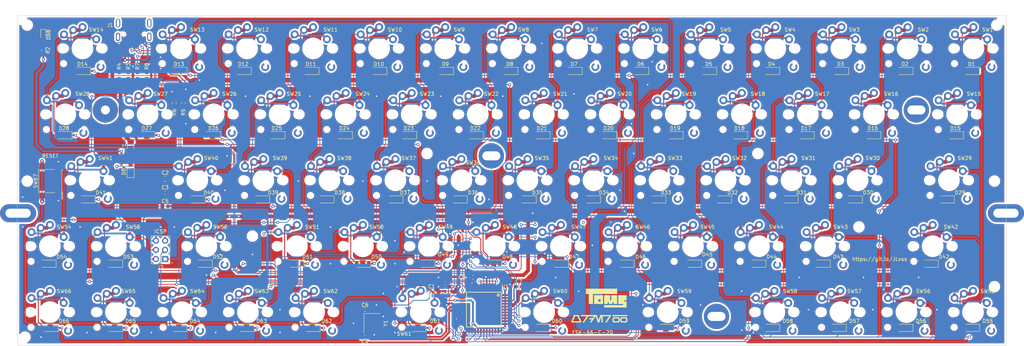
<source format=kicad_pcb>
(kicad_pcb (version 20171130) (host pcbnew "(5.1.8-0-10_14)")
  (title_block (date 2020-12-30) (rev 1.0) (company Toms))
  (layers (0 F.Cu signal) (31 B.Cu signal) (34 B.Paste user) (35 F.Paste user) (36 B.SilkS user) (37 F.SilkS user) (38 B.Mask user) (39 F.Mask user) (44 Edge.Cuts user))
  (net 0 "")
  (net 1 /RESET)
  (net 2 GNDPWR)
  (net 3 +5V)
  (net 4 "Net-(C4-Pad1)")
  (net 5 "Net-(C6-Pad1)")
  (net 6 "Net-(C7-Pad1)")
  (net 7 "Net-(C8-Pad1)")
  (net 8 "Net-(D1-Pad2)")
  (net 9 /COL13)
  (net 10 "Net-(D2-Pad2)")
  (net 11 "Net-(D3-Pad2)")
  (net 12 "Net-(D4-Pad2)")
  (net 13 "Net-(D5-Pad2)")
  (net 14 "Net-(D6-Pad2)")
  (net 15 "Net-(D7-Pad2)")
  (net 16 "Net-(D8-Pad2)")
  (net 17 "Net-(D9-Pad2)")
  (net 18 "Net-(D10-Pad2)")
  (net 19 "Net-(D11-Pad2)")
  (net 20 "Net-(D12-Pad2)")
  (net 21 "Net-(D13-Pad2)")
  (net 22 "Net-(D14-Pad2)")
  (net 23 "Net-(D15-Pad2)")
  (net 24 /D0)
  (net 25 "Net-(D16-Pad2)")
  (net 26 "Net-(D17-Pad2)")
  (net 27 "Net-(D18-Pad2)")
  (net 28 "Net-(D19-Pad2)")
  (net 29 "Net-(D20-Pad2)")
  (net 30 "Net-(D21-Pad2)")
  (net 31 "Net-(D22-Pad2)")
  (net 32 "Net-(D23-Pad2)")
  (net 33 "Net-(D24-Pad2)")
  (net 34 "Net-(D25-Pad2)")
  (net 35 "Net-(D26-Pad2)")
  (net 36 "Net-(D27-Pad2)")
  (net 37 "Net-(D28-Pad2)")
  (net 38 "Net-(D29-Pad2)")
  (net 39 /D2)
  (net 40 "Net-(D30-Pad2)")
  (net 41 "Net-(D31-Pad2)")
  (net 42 "Net-(D32-Pad2)")
  (net 43 "Net-(D33-Pad2)")
  (net 44 "Net-(D34-Pad2)")
  (net 45 "Net-(D35-Pad2)")
  (net 46 "Net-(D36-Pad2)")
  (net 47 "Net-(D37-Pad2)")
  (net 48 "Net-(D38-Pad2)")
  (net 49 "Net-(D39-Pad2)")
  (net 50 "Net-(D40-Pad2)")
  (net 51 "Net-(D41-Pad2)")
  (net 52 "Net-(D42-Pad2)")
  (net 53 /D4)
  (net 54 "Net-(D43-Pad2)")
  (net 55 "Net-(D44-Pad2)")
  (net 56 "Net-(D45-Pad2)")
  (net 57 "Net-(D46-Pad2)")
  (net 58 "Net-(D47-Pad2)")
  (net 59 "Net-(D48-Pad2)")
  (net 60 "Net-(D49-Pad2)")
  (net 61 "Net-(D50-Pad2)")
  (net 62 "Net-(D51-Pad2)")
  (net 63 "Net-(D52-Pad2)")
  (net 64 "Net-(D53-Pad2)")
  (net 65 "Net-(D54-Pad2)")
  (net 66 "Net-(D55-Pad2)")
  (net 67 /D3)
  (net 68 "Net-(D56-Pad2)")
  (net 69 "Net-(D57-Pad2)")
  (net 70 "Net-(D58-Pad2)")
  (net 71 "Net-(D59-Pad2)")
  (net 72 "Net-(D60-Pad2)")
  (net 73 "Net-(D61-Pad2)")
  (net 74 "Net-(D62-Pad2)")
  (net 75 "Net-(D63-Pad2)")
  (net 76 "Net-(D64-Pad2)")
  (net 77 "Net-(D65-Pad2)")
  (net 78 "Net-(D66-Pad2)")
  (net 79 "Net-(D67-Pad2)")
  (net 80 "Net-(D68-Pad2)")
  (net 81 VCC)
  (net 82 "Net-(J1-PadA8)")
  (net 83 "Net-(J1-PadA7)")
  (net 84 "Net-(J1-PadA6)")
  (net 85 "Net-(J1-PadA5)")
  (net 86 "Net-(J1-PadB5)")
  (net 87 "Net-(J1-PadB8)")
  (net 88 /COL11)
  (net 89 /COL9)
  (net 90 /COL10)
  (net 91 /D-)
  (net 92 /D+)
  (net 93 /COL0)
  (net 94 /COL1)
  (net 95 /COL2)
  (net 96 /COL3)
  (net 97 /COL4)
  (net 98 /A3)
  (net 99 /A2)
  (net 100 /A1)
  (net 101 /A0)
  (net 102 /COL12)
  (net 103 "Net-(U1-Pad41)")
  (net 104 "Net-(U1-Pad40)")
  (net 105 "Net-(U1-Pad32)")
  (net 106 "Net-(U1-Pad26)")
  (net 107 "Net-(U1-Pad22)")
  (net 108 "Net-(U1-Pad8)")
  (net 109 Earth)
  (net 110 /D1)
  (module logo_silk:logo (layer F.Cu) (at 252.73 156.845)
    (fp_text reference G*** hide)
    (fp_text value LOGO hide)
  )
  (module lib:logo_order66 (layer F.Cu) (at 250.825 162.56)
    (fp_text reference G*** hide)
    (fp_text value LOGO hide)
  )
  (module hole:PKRHC (layer F.Cu) (at 114.3 104.775)
    (fp_text reference HOLE hide)
    (fp_text value VAL** hide)
    (pad 1 thru_hole circle (at 0 0) (size 7.0013 7.0013) (drill 2.4994) (layers *.Cu *.Mask))
  )
  (module hole:PKRH (layer F.Cu) (at 220.98 117.475)
    (fp_text reference HOLE hide)
    (fp_text value VAL** hide)
    (pad 1 thru_hole circle (at 0 0) (size 7.00024 7.00024) (drill oval 5.00126 2.49936) (layers *.Cu *.Mask))
  )
  (module hole:PKRH (layer F.Cu) (at 338.455 104.775)
    (fp_text reference HOLE hide)
    (fp_text value VAL** hide)
    (pad 1 thru_hole circle (at 0 0) (size 7.00024 7.00024) (drill oval 5.00126 2.49936) (layers *.Cu *.Mask))
  )
  (module hole:PKRH (layer F.Cu) (at 283.21 161.925)
    (fp_text reference HOLE hide)
    (fp_text value VAL** hide)
    (pad 1 thru_hole circle (at 0 0) (size 7.00024 7.00024) (drill oval 5.00126 2.49936) (layers *.Cu *.Mask))
  )
  (module hole:PKRHSL (layer F.Cu) (at 363.22 133.35)
    (fp_text reference HOLE hide)
    (fp_text value VAL** hide)
    (pad 1 thru_hole oval (at 0 0) (size 9.99998 5.00126) (drill oval 7.00024 2.49936) (layers *.Cu *.Mask))
  )
  (module hole:PKRHSL (layer F.Cu) (at 90.17 133.35)
    (fp_text reference HOLE hide)
    (fp_text value VAL** hide)
    (pad 1 thru_hole oval (at 0 0) (size 9.99998 5.00126) (drill oval 7.00024 2.49936) (layers *.Cu *.Mask))
  )
  (module keyboard_toms:CherryMX_Choc_V2_1u (layer B.Cu) (at 258.47 142.49 180)
    (fp_text reference SW46 (at -4.42 5.33) (layer F.SilkS))
    (fp_text value SW_Push hide)
    (pad 3 thru_hole circle (at -5 -5.15 180) (size 2.2 2.2) (drill 1.2) (layers *.Cu *.Mask))
    (pad "" np_thru_hole circle (at -5.22 -4.2 180) (size 1 1) (drill 1) (layers *.Cu))
    (pad "" np_thru_hole circle (at 5.22 -4.2 180) (size 1 1) (drill 1) (layers *.Cu *.Mask))
    (pad "" np_thru_hole circle (at -5.08 0 180) (size 1.7 1.7) (drill 1.7) (layers *.Cu *.Mask))
    (pad "" np_thru_hole circle (at 5.08 0 180) (size 1.7 1.7) (drill 1.7) (layers *.Cu *.Mask))
    (pad 1 thru_hole circle (at -3.81 2.54 130) (size 2.2 2.2) (drill 1.2) (layers *.Cu *.Mask) (net 97 /COL4))
    (pad 2 thru_hole circle (at 2.54 5.08 180) (size 2.2 2.2) (drill 1.2) (layers *.Cu *.Mask) (net 57 "Net-(D46-Pad2)"))
    (pad 2 thru_hole circle (at 0 5.9 90) (size 2.2 2.2) (drill 1.2) (layers *.Cu *.Mask) (net 57 "Net-(D46-Pad2)"))
    (pad "" np_thru_hole circle (at 5.5 0 90) (size 1.9 1.9) (drill 1.9) (layers *.Cu *.Mask))
    (pad "" np_thru_hole circle (at -5.5 0 90) (size 1.9 1.9) (drill 1.9) (layers *.Cu *.Mask))
    (pad "" np_thru_hole circle (at 0 0 90) (size 5 5) (drill 5) (layers *.Cu *.Mask))
    (pad 1 thru_hole circle (at 5.1 3.9 230) (size 2.2 2.2) (drill 1.2) (layers *.Cu *.Mask) (net 97 /COL4))
  )
  (module keyboard_toms:CherryMX_Choc_V2_1u (layer B.Cu) (at 226.47 87.74 180)
    (fp_text reference SW8 (at -3.4 5.19) (layer F.SilkS))
    (fp_text value SW_Push hide)
    (pad 3 thru_hole circle (at -5 -5.15 180) (size 2.2 2.2) (drill 1.2) (layers *.Cu *.Mask))
    (pad "" np_thru_hole circle (at -5.22 -4.2 180) (size 1 1) (drill 1) (layers *.Cu))
    (pad "" np_thru_hole circle (at 5.22 -4.2 180) (size 1 1) (drill 1) (layers *.Cu *.Mask))
    (pad "" np_thru_hole circle (at -5.08 0 180) (size 1.7 1.7) (drill 1.7) (layers *.Cu *.Mask))
    (pad "" np_thru_hole circle (at 5.08 0 180) (size 1.7 1.7) (drill 1.7) (layers *.Cu *.Mask))
    (pad 1 thru_hole circle (at -3.81 2.54 130) (size 2.2 2.2) (drill 1.2) (layers *.Cu *.Mask) (net 100 /A1))
    (pad 2 thru_hole circle (at 2.54 5.08 180) (size 2.2 2.2) (drill 1.2) (layers *.Cu *.Mask) (net 16 "Net-(D8-Pad2)"))
    (pad 2 thru_hole circle (at 0 5.9 90) (size 2.2 2.2) (drill 1.2) (layers *.Cu *.Mask) (net 16 "Net-(D8-Pad2)"))
    (pad "" np_thru_hole circle (at 5.5 0 90) (size 1.9 1.9) (drill 1.9) (layers *.Cu *.Mask))
    (pad "" np_thru_hole circle (at -5.5 0 90) (size 1.9 1.9) (drill 1.9) (layers *.Cu *.Mask))
    (pad "" np_thru_hole circle (at 0 0 90) (size 5 5) (drill 5) (layers *.Cu *.Mask))
    (pad 1 thru_hole circle (at 5.1 3.9 230) (size 2.2 2.2) (drill 1.2) (layers *.Cu *.Mask) (net 100 /A1))
  )
  (module keyboard_toms:CherryMX_Choc_V2_1u (layer B.Cu) (at 117.22 142.49 180)
    (fp_text reference SW53 (at -4.7 5.33) (layer F.SilkS))
    (fp_text value SW_Push hide)
    (pad 3 thru_hole circle (at -5 -5.15 180) (size 2.2 2.2) (drill 1.2) (layers *.Cu *.Mask))
    (pad "" np_thru_hole circle (at -5.22 -4.2 180) (size 1 1) (drill 1) (layers *.Cu))
    (pad "" np_thru_hole circle (at 5.22 -4.2 180) (size 1 1) (drill 1) (layers *.Cu *.Mask))
    (pad "" np_thru_hole circle (at -5.08 0 180) (size 1.7 1.7) (drill 1.7) (layers *.Cu *.Mask))
    (pad "" np_thru_hole circle (at 5.08 0 180) (size 1.7 1.7) (drill 1.7) (layers *.Cu *.Mask))
    (pad 1 thru_hole circle (at -3.81 2.54 130) (size 2.2 2.2) (drill 1.2) (layers *.Cu *.Mask) (net 88 /COL11))
    (pad 2 thru_hole circle (at 2.54 5.08 180) (size 2.2 2.2) (drill 1.2) (layers *.Cu *.Mask) (net 64 "Net-(D53-Pad2)"))
    (pad 2 thru_hole circle (at 0 5.9 90) (size 2.2 2.2) (drill 1.2) (layers *.Cu *.Mask) (net 64 "Net-(D53-Pad2)"))
    (pad "" np_thru_hole circle (at 5.5 0 90) (size 1.9 1.9) (drill 1.9) (layers *.Cu *.Mask))
    (pad "" np_thru_hole circle (at -5.5 0 90) (size 1.9 1.9) (drill 1.9) (layers *.Cu *.Mask))
    (pad "" np_thru_hole circle (at 0 0 90) (size 5 5) (drill 5) (layers *.Cu *.Mask))
    (pad 1 thru_hole circle (at 5.1 3.9 230) (size 2.2 2.2) (drill 1.2) (layers *.Cu *.Mask) (net 88 /COL11))
  )
  (module keyboard_toms:CherryMX_Choc_V2_1u (layer B.Cu) (at 135.22 87.74 180)
    (fp_text reference SW13 (at -4.48 5.19) (layer F.SilkS))
    (fp_text value SW_Push hide)
    (pad 3 thru_hole circle (at -5 -5.15 180) (size 2.2 2.2) (drill 1.2) (layers *.Cu *.Mask))
    (pad "" np_thru_hole circle (at -5.22 -4.2 180) (size 1 1) (drill 1) (layers *.Cu))
    (pad "" np_thru_hole circle (at 5.22 -4.2 180) (size 1 1) (drill 1) (layers *.Cu *.Mask))
    (pad "" np_thru_hole circle (at -5.08 0 180) (size 1.7 1.7) (drill 1.7) (layers *.Cu *.Mask))
    (pad "" np_thru_hole circle (at 5.08 0 180) (size 1.7 1.7) (drill 1.7) (layers *.Cu *.Mask))
    (pad 1 thru_hole circle (at -3.81 2.54 130) (size 2.2 2.2) (drill 1.2) (layers *.Cu *.Mask) (net 102 /COL12))
    (pad 2 thru_hole circle (at 2.54 5.08 180) (size 2.2 2.2) (drill 1.2) (layers *.Cu *.Mask) (net 21 "Net-(D13-Pad2)"))
    (pad 2 thru_hole circle (at 0 5.9 90) (size 2.2 2.2) (drill 1.2) (layers *.Cu *.Mask) (net 21 "Net-(D13-Pad2)"))
    (pad "" np_thru_hole circle (at 5.5 0 90) (size 1.9 1.9) (drill 1.9) (layers *.Cu *.Mask))
    (pad "" np_thru_hole circle (at -5.5 0 90) (size 1.9 1.9) (drill 1.9) (layers *.Cu *.Mask))
    (pad "" np_thru_hole circle (at 0 0 90) (size 5 5) (drill 5) (layers *.Cu *.Mask))
    (pad 1 thru_hole circle (at 5.1 3.9 230) (size 2.2 2.2) (drill 1.2) (layers *.Cu *.Mask) (net 102 /COL12))
  )
  (module keyboard_toms:CherryMX_Choc_V2_1u (layer B.Cu) (at 347.47 124.24 180)
    (fp_text reference SW29 (at -4.32 6.13) (layer F.SilkS))
    (fp_text value SW_Push hide)
    (pad 3 thru_hole circle (at -5 -5.15 180) (size 2.2 2.2) (drill 1.2) (layers *.Cu *.Mask))
    (pad "" np_thru_hole circle (at -5.22 -4.2 180) (size 1 1) (drill 1) (layers *.Cu))
    (pad "" np_thru_hole circle (at 5.22 -4.2 180) (size 1 1) (drill 1) (layers *.Cu *.Mask))
    (pad "" np_thru_hole circle (at -5.08 0 180) (size 1.7 1.7) (drill 1.7) (layers *.Cu *.Mask))
    (pad "" np_thru_hole circle (at 5.08 0 180) (size 1.7 1.7) (drill 1.7) (layers *.Cu *.Mask))
    (pad 1 thru_hole circle (at -3.81 2.54 130) (size 2.2 2.2) (drill 1.2) (layers *.Cu *.Mask) (net 93 /COL0))
    (pad 2 thru_hole circle (at 2.54 5.08 180) (size 2.2 2.2) (drill 1.2) (layers *.Cu *.Mask) (net 38 "Net-(D29-Pad2)"))
    (pad 2 thru_hole circle (at 0 5.9 90) (size 2.2 2.2) (drill 1.2) (layers *.Cu *.Mask) (net 38 "Net-(D29-Pad2)"))
    (pad "" np_thru_hole circle (at 5.5 0 90) (size 1.9 1.9) (drill 1.9) (layers *.Cu *.Mask))
    (pad "" np_thru_hole circle (at -5.5 0 90) (size 1.9 1.9) (drill 1.9) (layers *.Cu *.Mask))
    (pad "" np_thru_hole circle (at 0 0 90) (size 5 5) (drill 5) (layers *.Cu *.Mask))
    (pad 1 thru_hole circle (at 5.1 3.9 230) (size 2.2 2.2) (drill 1.2) (layers *.Cu *.Mask) (net 93 /COL0))
  )
  (module keyboard_toms:CherryMX_Choc_V2_1u (layer B.Cu) (at 167.22 142.49 180)
    (fp_text reference SW51 (at -4.23 5.33) (layer F.SilkS))
    (fp_text value SW_Push hide)
    (pad 3 thru_hole circle (at -5 -5.15 180) (size 2.2 2.2) (drill 1.2) (layers *.Cu *.Mask))
    (pad "" np_thru_hole circle (at -5.22 -4.2 180) (size 1 1) (drill 1) (layers *.Cu))
    (pad "" np_thru_hole circle (at 5.22 -4.2 180) (size 1 1) (drill 1) (layers *.Cu *.Mask))
    (pad "" np_thru_hole circle (at -5.08 0 180) (size 1.7 1.7) (drill 1.7) (layers *.Cu *.Mask))
    (pad "" np_thru_hole circle (at 5.08 0 180) (size 1.7 1.7) (drill 1.7) (layers *.Cu *.Mask))
    (pad 1 thru_hole circle (at -3.81 2.54 130) (size 2.2 2.2) (drill 1.2) (layers *.Cu *.Mask) (net 89 /COL9))
    (pad 2 thru_hole circle (at 2.54 5.08 180) (size 2.2 2.2) (drill 1.2) (layers *.Cu *.Mask) (net 62 "Net-(D51-Pad2)"))
    (pad 2 thru_hole circle (at 0 5.9 90) (size 2.2 2.2) (drill 1.2) (layers *.Cu *.Mask) (net 62 "Net-(D51-Pad2)"))
    (pad "" np_thru_hole circle (at 5.5 0 90) (size 1.9 1.9) (drill 1.9) (layers *.Cu *.Mask))
    (pad "" np_thru_hole circle (at -5.5 0 90) (size 1.9 1.9) (drill 1.9) (layers *.Cu *.Mask))
    (pad "" np_thru_hole circle (at 0 0 90) (size 5 5) (drill 5) (layers *.Cu *.Mask))
    (pad 1 thru_hole circle (at 5.1 3.9 230) (size 2.2 2.2) (drill 1.2) (layers *.Cu *.Mask) (net 89 /COL9))
  )
  (module keyboard_toms:CherryMX_Choc_V2_1u (layer B.Cu) (at 135.47 160.74 180)
    (fp_text reference SW64 (at -4.23 5.8) (layer F.SilkS))
    (fp_text value SW_Push hide)
    (pad 3 thru_hole circle (at -5 -5.15 180) (size 2.2 2.2) (drill 1.2) (layers *.Cu *.Mask))
    (pad "" np_thru_hole circle (at -5.22 -4.2 180) (size 1 1) (drill 1) (layers *.Cu))
    (pad "" np_thru_hole circle (at 5.22 -4.2 180) (size 1 1) (drill 1) (layers *.Cu *.Mask))
    (pad "" np_thru_hole circle (at -5.08 0 180) (size 1.7 1.7) (drill 1.7) (layers *.Cu *.Mask))
    (pad "" np_thru_hole circle (at 5.08 0 180) (size 1.7 1.7) (drill 1.7) (layers *.Cu *.Mask))
    (pad 1 thru_hole circle (at -3.81 2.54 130) (size 2.2 2.2) (drill 1.2) (layers *.Cu *.Mask) (net 89 /COL9))
    (pad 2 thru_hole circle (at 2.54 5.08 180) (size 2.2 2.2) (drill 1.2) (layers *.Cu *.Mask) (net 76 "Net-(D64-Pad2)"))
    (pad 2 thru_hole circle (at 0 5.9 90) (size 2.2 2.2) (drill 1.2) (layers *.Cu *.Mask) (net 76 "Net-(D64-Pad2)"))
    (pad "" np_thru_hole circle (at 5.5 0 90) (size 1.9 1.9) (drill 1.9) (layers *.Cu *.Mask))
    (pad "" np_thru_hole circle (at -5.5 0 90) (size 1.9 1.9) (drill 1.9) (layers *.Cu *.Mask))
    (pad "" np_thru_hole circle (at 0 0 90) (size 5 5) (drill 5) (layers *.Cu *.Mask))
    (pad 1 thru_hole circle (at 5.1 3.9 230) (size 2.2 2.2) (drill 1.2) (layers *.Cu *.Mask) (net 89 /COL9))
  )
  (module keyboard_toms:CherryMX_Choc_V2_1u (layer B.Cu) (at 98.97 160.74 180)
    (fp_text reference SW66 (at -3.9 5.8) (layer F.SilkS))
    (fp_text value SW_Push hide)
    (pad 3 thru_hole circle (at -5 -5.15 180) (size 2.2 2.2) (drill 1.2) (layers *.Cu *.Mask))
    (pad "" np_thru_hole circle (at -5.22 -4.2 180) (size 1 1) (drill 1) (layers *.Cu))
    (pad "" np_thru_hole circle (at 5.22 -4.2 180) (size 1 1) (drill 1) (layers *.Cu *.Mask))
    (pad "" np_thru_hole circle (at -5.08 0 180) (size 1.7 1.7) (drill 1.7) (layers *.Cu *.Mask))
    (pad "" np_thru_hole circle (at 5.08 0 180) (size 1.7 1.7) (drill 1.7) (layers *.Cu *.Mask))
    (pad 1 thru_hole circle (at -3.81 2.54 130) (size 2.2 2.2) (drill 1.2) (layers *.Cu *.Mask) (net 88 /COL11))
    (pad 2 thru_hole circle (at 2.54 5.08 180) (size 2.2 2.2) (drill 1.2) (layers *.Cu *.Mask) (net 78 "Net-(D66-Pad2)"))
    (pad 2 thru_hole circle (at 0 5.9 90) (size 2.2 2.2) (drill 1.2) (layers *.Cu *.Mask) (net 78 "Net-(D66-Pad2)"))
    (pad "" np_thru_hole circle (at 5.5 0 90) (size 1.9 1.9) (drill 1.9) (layers *.Cu *.Mask))
    (pad "" np_thru_hole circle (at -5.5 0 90) (size 1.9 1.9) (drill 1.9) (layers *.Cu *.Mask))
    (pad "" np_thru_hole circle (at 0 0 90) (size 5 5) (drill 5) (layers *.Cu *.Mask))
    (pad 1 thru_hole circle (at 5.1 3.9 230) (size 2.2 2.2) (drill 1.2) (layers *.Cu *.Mask) (net 88 /COL11))
  )
  (module keyboard_toms:CherryMX_Choc_V2_1u (layer B.Cu) (at 198.97 105.99 180)
    (fp_text reference SW23 (at -4.23 5.66) (layer F.SilkS))
    (fp_text value SW_Push hide)
    (pad 3 thru_hole circle (at -5 -5.15 180) (size 2.2 2.2) (drill 1.2) (layers *.Cu *.Mask))
    (pad "" np_thru_hole circle (at -5.22 -4.2 180) (size 1 1) (drill 1) (layers *.Cu))
    (pad "" np_thru_hole circle (at 5.22 -4.2 180) (size 1 1) (drill 1) (layers *.Cu *.Mask))
    (pad "" np_thru_hole circle (at -5.08 0 180) (size 1.7 1.7) (drill 1.7) (layers *.Cu *.Mask))
    (pad "" np_thru_hole circle (at 5.08 0 180) (size 1.7 1.7) (drill 1.7) (layers *.Cu *.Mask))
    (pad 1 thru_hole circle (at -3.81 2.54 130) (size 2.2 2.2) (drill 1.2) (layers *.Cu *.Mask) (net 101 /A0))
    (pad 2 thru_hole circle (at 2.54 5.08 180) (size 2.2 2.2) (drill 1.2) (layers *.Cu *.Mask) (net 32 "Net-(D23-Pad2)"))
    (pad 2 thru_hole circle (at 0 5.9 90) (size 2.2 2.2) (drill 1.2) (layers *.Cu *.Mask) (net 32 "Net-(D23-Pad2)"))
    (pad "" np_thru_hole circle (at 5.5 0 90) (size 1.9 1.9) (drill 1.9) (layers *.Cu *.Mask))
    (pad "" np_thru_hole circle (at -5.5 0 90) (size 1.9 1.9) (drill 1.9) (layers *.Cu *.Mask))
    (pad "" np_thru_hole circle (at 0 0 90) (size 5 5) (drill 5) (layers *.Cu *.Mask))
    (pad 1 thru_hole circle (at 5.1 3.9 230) (size 2.2 2.2) (drill 1.2) (layers *.Cu *.Mask) (net 101 /A0))
  )
  (module keyboard_toms:CherryMX_Choc_V2_1u (layer B.Cu) (at 290.22 105.99 180)
    (fp_text reference SW18 (at -4.42 5.66) (layer F.SilkS))
    (fp_text value SW_Push hide)
    (pad 3 thru_hole circle (at -5 -5.15 180) (size 2.2 2.2) (drill 1.2) (layers *.Cu *.Mask))
    (pad "" np_thru_hole circle (at -5.22 -4.2 180) (size 1 1) (drill 1) (layers *.Cu))
    (pad "" np_thru_hole circle (at 5.22 -4.2 180) (size 1 1) (drill 1) (layers *.Cu *.Mask))
    (pad "" np_thru_hole circle (at -5.08 0 180) (size 1.7 1.7) (drill 1.7) (layers *.Cu *.Mask))
    (pad "" np_thru_hole circle (at 5.08 0 180) (size 1.7 1.7) (drill 1.7) (layers *.Cu *.Mask))
    (pad 1 thru_hole circle (at -3.81 2.54 130) (size 2.2 2.2) (drill 1.2) (layers *.Cu *.Mask) (net 96 /COL3))
    (pad 2 thru_hole circle (at 2.54 5.08 180) (size 2.2 2.2) (drill 1.2) (layers *.Cu *.Mask) (net 27 "Net-(D18-Pad2)"))
    (pad 2 thru_hole circle (at 0 5.9 90) (size 2.2 2.2) (drill 1.2) (layers *.Cu *.Mask) (net 27 "Net-(D18-Pad2)"))
    (pad "" np_thru_hole circle (at 5.5 0 90) (size 1.9 1.9) (drill 1.9) (layers *.Cu *.Mask))
    (pad "" np_thru_hole circle (at -5.5 0 90) (size 1.9 1.9) (drill 1.9) (layers *.Cu *.Mask))
    (pad "" np_thru_hole circle (at 0 0 90) (size 5 5) (drill 5) (layers *.Cu *.Mask))
    (pad 1 thru_hole circle (at 5.1 3.9 230) (size 2.2 2.2) (drill 1.2) (layers *.Cu *.Mask) (net 96 /COL3))
  )
  (module Diode_SMD:D_SOD-123 (layer F.Cu) (at 107.95 93.98 180)
    (fp_text reference D14 (at 0 1.905) (layer F.SilkS))
    (fp_text value 1N4148W)
    (pad 2 smd rect (at 1.65 0 180) (size 0.9 1.2) (layers F.Cu F.Paste F.Mask) (net 22 "Net-(D14-Pad2)"))
    (pad 1 smd rect (at -1.65 0 180) (size 0.9 1.2) (layers F.Cu F.Paste F.Mask) (net 110 /D1))
  )
  (module MountingHole:MountingHole_2.2mm_M2 (layer F.Cu) (at 294.64 116.84)
    (fp_text reference REF** hide)
    (fp_text value MountingHole_2.2mm_M2 hide)
    (pad 1 np_thru_hole circle (at 0 0) (size 2.2 2.2) (drill 2.2) (layers *.Cu *.Mask))
  )
  (module MountingHole:MountingHole_2.2mm_M2 (layer F.Cu) (at 203.2 116.84)
    (fp_text reference REF** hide)
    (fp_text value MountingHole_2.2mm_M2 hide)
    (pad 1 np_thru_hole circle (at 0 0) (size 2.2 2.2) (drill 2.2) (layers *.Cu *.Mask))
  )
  (module MountingHole:MountingHole_2.2mm_M2 (layer F.Cu) (at 322.58 137.16)
    (fp_text reference REF** hide)
    (fp_text value MountingHole_2.2mm_M2 hide)
    (pad 1 np_thru_hole circle (at 0 0) (size 2.2 2.2) (drill 2.2) (layers *.Cu *.Mask))
  )
  (module MountingHole:MountingHole_2.2mm_M2 (layer F.Cu) (at 154.94 139.7)
    (fp_text reference REF** hide)
    (fp_text value MountingHole_2.2mm_M2 hide)
    (pad 1 np_thru_hole circle (at 0 0) (size 2.2 2.2) (drill 2.2) (layers *.Cu *.Mask))
  )
  (module MountingHole:MountingHole_2.2mm_M2 (layer F.Cu) (at 92.71 124.46)
    (fp_text reference REF** hide)
    (fp_text value MountingHole_2.2mm_M2 hide)
    (pad 1 np_thru_hole circle (at 0 0) (size 2.2 2.2) (drill 2.2) (layers *.Cu *.Mask))
  )
  (module MountingHole:MountingHole_2.2mm_M2 (layer F.Cu) (at 360.045 124.46)
    (fp_text reference REF** hide)
    (fp_text value MountingHole_2.2mm_M2 hide)
    (pad 1 np_thru_hole circle (at 0 0) (size 2.2 2.2) (drill 2.2) (layers *.Cu *.Mask))
  )
  (module MountingHole:MountingHole_2.2mm_M2 (layer F.Cu) (at 360.045 153.67)
    (fp_text reference REF** hide)
    (fp_text value MountingHole_2.2mm_M2 hide)
    (pad 1 np_thru_hole circle (at 0 0) (size 2.2 2.2) (drill 2.2) (layers *.Cu *.Mask))
  )
  (module MountingHole:MountingHole_2.2mm_M2 (layer F.Cu) (at 360.68 81.28)
    (fp_text reference REF** hide)
    (fp_text value MountingHole_2.2mm_M2 hide)
    (pad 1 np_thru_hole circle (at 0 0) (size 2.2 2.2) (drill 2.2) (layers *.Cu *.Mask))
  )
  (module MountingHole:MountingHole_2.2mm_M2 (layer F.Cu) (at 92.075 167.64)
    (fp_text reference REF** hide)
    (fp_text value MountingHole_2.2mm_M2 hide)
    (pad 1 np_thru_hole circle (at 0 0) (size 2.2 2.2) (drill 2.2) (layers *.Cu *.Mask))
  )
  (module MountingHole:MountingHole_2.2mm_M2 (layer F.Cu) (at 92.71 81.28)
    (fp_text reference REF** hide)
    (fp_text value MountingHole_2.2mm_M2 hide)
    (pad 1 np_thru_hole circle (at 0 0) (size 2.2 2.2) (drill 2.2) (layers *.Cu *.Mask))
  )
  (module snapeda:JAE_DX07S016JA1R1500 (layer F.Cu) (at 122.11 83.82 180)
    (fp_text reference J1 (at 6.54 2.54) (layer F.SilkS))
    (fp_text value DX07S016JA3)
    (fp_line (start 3.125 0.315) (end 2.875 0.315) (layer Edge.Cuts) (width 0.1))
    (fp_line (start 2.875 -0.315) (end 3.125 -0.315) (layer Edge.Cuts) (width 0.1))
    (fp_arc (start 2.875 0) (end 2.875 -0.315) (angle -90) (layer Edge.Cuts) (width 0.1))
    (fp_arc (start 2.875 0) (end 2.56 0) (angle -90) (layer Edge.Cuts) (width 0.1))
    (fp_arc (start 3.125 0) (end 3.125 0.315) (angle -90) (layer Edge.Cuts) (width 0.1))
    (fp_arc (start 3.125 0) (end 3.44 0) (angle -90) (layer Edge.Cuts) (width 0.1))
    (pad S6 thru_hole oval (at 4.32 3.1 180) (size 1.2 2.4) (drill oval 0.65 1.95) (layers *.Cu *.Mask))
    (pad S5 thru_hole oval (at -4.32 3.1 180) (size 1.2 2.4) (drill oval 0.65 1.95) (layers *.Cu *.Mask))
    (pad S4 thru_hole oval (at 4.32 -0.725 180) (size 1.158 2.316) (drill oval 0.65 1.65) (layers *.Cu *.Mask))
    (pad S3 thru_hole oval (at -4.32 -0.725 180) (size 1.158 2.316) (drill oval 0.65 1.65) (layers *.Cu *.Mask))
    (pad None np_thru_hole circle (at -3 0 180) (size 0.63 0.63) (drill 0.63) (layers *.Cu *.Mask))
    (pad S2 smd rect (at 1.4 3.1 180) (size 1 2) (layers F.Cu F.Paste F.Mask))
    (pad S1 smd rect (at -1.4 3.1 180) (size 1 2) (layers F.Cu F.Paste F.Mask) (net 109 Earth))
    (pad None np_thru_hole circle (at 3 0 180) (size 0.63 0.63) (drill 0.63) (layers *.Cu *.Mask))
    (pad None np_thru_hole circle (at 3 0 180) (size 0.6 0.6) (drill 0.6) (layers *.Cu *.Mask))
    (pad B5 smd rect (at 1.25 -1.1 180) (size 0.27 1) (layers F.Cu F.Paste F.Mask) (net 86 "Net-(J1-PadB5)"))
    (pad A7 smd rect (at 0.75 -1.1 180) (size 0.27 1) (layers F.Cu F.Paste F.Mask) (net 83 "Net-(J1-PadA7)"))
    (pad B6 smd rect (at 0.25 -1.1 180) (size 0.27 1) (layers F.Cu F.Paste F.Mask) (net 84 "Net-(J1-PadA6)"))
    (pad A6 smd rect (at -0.25 -1.1 180) (size 0.27 1) (layers F.Cu F.Paste F.Mask) (net 84 "Net-(J1-PadA6)"))
    (pad B7 smd rect (at -0.75 -1.1 180) (size 0.27 1) (layers F.Cu F.Paste F.Mask) (net 83 "Net-(J1-PadA7)"))
    (pad B8 smd rect (at -1.25 -1.1 180) (size 0.27 1) (layers F.Cu F.Paste F.Mask) (net 87 "Net-(J1-PadB8)"))
    (pad A8 smd rect (at 1.75 -1.1 180) (size 0.27 1) (layers F.Cu F.Paste F.Mask) (net 82 "Net-(J1-PadA8)"))
    (pad A5 smd rect (at -1.75 -1.1 180) (size 0.27 1) (layers F.Cu F.Paste F.Mask) (net 85 "Net-(J1-PadA5)"))
    (pad A9 smd rect (at 2.35 -1.1 180) (size 0.52 1) (layers F.Cu F.Paste F.Mask) (net 81 VCC))
    (pad A4 smd rect (at -2.35 -1.1 180) (size 0.52 1) (layers F.Cu F.Paste F.Mask) (net 81 VCC))
    (pad A12 smd rect (at 3.1 -1.1 180) (size 0.52 1) (layers F.Cu F.Paste F.Mask) (net 2 GNDPWR))
    (pad A1 smd rect (at -3.1 -1.1 180) (size 0.52 1) (layers F.Cu F.Paste F.Mask) (net 2 GNDPWR))
  )
  (module Crystal:Crystal_SMD_SeikoEpson_FA238-4Pin_3.2x2.5mm_HandSoldering (layer F.Cu) (at 187.96 163.83 270)
    (fp_text reference Y1 (at 0 -3.81 90) (layer F.SilkS))
    (fp_text value 16MHz)
    (pad 4 smd rect (at -1.45 -1.1 270) (size 2.1 1.8) (layers F.Cu F.Paste F.Mask))
    (pad 3 smd rect (at 1.45 -1.1 270) (size 2.1 1.8) (layers F.Cu F.Paste F.Mask))
    (pad 2 smd rect (at 1.45 1.1 270) (size 2.1 1.8) (layers F.Cu F.Paste F.Mask) (net 4 "Net-(C4-Pad1)"))
    (pad 1 smd rect (at -1.45 1.1 270) (size 2.1 1.8) (layers F.Cu F.Paste F.Mask) (net 5 "Net-(C6-Pad1)"))
  )
  (module Keebio-Parts:ATMEGA32U4-AU (layer F.Cu) (at 218.89 160.02 270)
    (fp_text reference U1 (at -6.35 -5.9 180) (layer F.SilkS))
    (fp_text value ATmega32U4-AU hide)
    (pad 44 smd rect (at -4 -5.9 270) (size 0.5 1.5) (layers F.Cu F.Paste F.Mask) (net 3 +5V))
    (pad 43 smd rect (at -3.2 -5.9 270) (size 0.5 1.5) (layers F.Cu F.Paste F.Mask) (net 2 GNDPWR))
    (pad 42 smd rect (at -2.4 -5.9 270) (size 0.5 1.5) (layers F.Cu F.Paste F.Mask) (net 6 "Net-(C7-Pad1)"))
    (pad 41 smd rect (at -1.6 -5.9 270) (size 0.5 1.5) (layers F.Cu F.Paste F.Mask) (net 103 "Net-(U1-Pad41)"))
    (pad 40 smd rect (at -0.8 -5.9 270) (size 0.5 1.5) (layers F.Cu F.Paste F.Mask) (net 104 "Net-(U1-Pad40)"))
    (pad 39 smd rect (at 0 -5.9 270) (size 0.5 1.5) (layers F.Cu F.Paste F.Mask) (net 98 /A3))
    (pad 38 smd rect (at 0.8 -5.9 270) (size 0.5 1.5) (layers F.Cu F.Paste F.Mask) (net 99 /A2))
    (pad 37 smd rect (at 1.6 -5.9 270) (size 0.5 1.5) (layers F.Cu F.Paste F.Mask) (net 100 /A1))
    (pad 36 smd rect (at 2.4 -5.9 270) (size 0.5 1.5) (layers F.Cu F.Paste F.Mask) (net 101 /A0))
    (pad 35 smd rect (at 3.2 -5.9 270) (size 0.5 1.5) (layers F.Cu F.Paste F.Mask) (net 2 GNDPWR))
    (pad 34 smd rect (at 4 -5.9 270) (size 0.5 1.5) (layers F.Cu F.Paste F.Mask) (net 3 +5V))
    (pad 33 smd rect (at 5.9 -4 270) (size 1.5 0.5) (layers F.Cu F.Paste F.Mask) (net 2 GNDPWR))
    (pad 32 smd rect (at 5.9 -3.2 270) (size 1.5 0.5) (layers F.Cu F.Paste F.Mask) (net 105 "Net-(U1-Pad32)"))
    (pad 31 smd rect (at 5.9 -2.4 270) (size 1.5 0.5) (layers F.Cu F.Paste F.Mask) (net 93 /COL0))
    (pad 30 smd rect (at 5.9 -1.6 270) (size 1.5 0.5) (layers F.Cu F.Paste F.Mask) (net 102 /COL12))
    (pad 29 smd rect (at 5.9 -0.8 270) (size 1.5 0.5) (layers F.Cu F.Paste F.Mask) (net 97 /COL4))
    (pad 28 smd rect (at 5.9 0 270) (size 1.5 0.5) (layers F.Cu F.Paste F.Mask) (net 96 /COL3))
    (pad 27 smd rect (at 5.9 0.8 270) (size 1.5 0.5) (layers F.Cu F.Paste F.Mask) (net 94 /COL1))
    (pad 26 smd rect (at 5.9 1.6 270) (size 1.5 0.5) (layers F.Cu F.Paste F.Mask) (net 106 "Net-(U1-Pad26)"))
    (pad 25 smd rect (at 5.9 2.4 270) (size 1.5 0.5) (layers F.Cu F.Paste F.Mask) (net 53 /D4))
    (pad 24 smd rect (at 5.9 3.2 270) (size 1.5 0.5) (layers F.Cu F.Paste F.Mask) (net 3 +5V))
    (pad 23 smd rect (at 5.9 4 270) (size 1.5 0.5) (layers F.Cu F.Paste F.Mask) (net 2 GNDPWR))
    (pad 22 smd rect (at 4 5.9 270) (size 0.5 1.5) (layers F.Cu F.Paste F.Mask) (net 107 "Net-(U1-Pad22)"))
    (pad 21 smd rect (at 3.2 5.9 270) (size 0.5 1.5) (layers F.Cu F.Paste F.Mask) (net 110 /D1))
    (pad 20 smd rect (at 2.4 5.9 270) (size 0.5 1.5) (layers F.Cu F.Paste F.Mask) (net 24 /D0))
    (pad 19 smd rect (at 1.6 5.9 270) (size 0.5 1.5) (layers F.Cu F.Paste F.Mask) (net 39 /D2))
    (pad 18 smd rect (at 0.8 5.9 270) (size 0.5 1.5) (layers F.Cu F.Paste F.Mask) (net 67 /D3))
    (pad 17 smd rect (at 0 5.9 270) (size 0.5 1.5) (layers F.Cu F.Paste F.Mask) (net 4 "Net-(C4-Pad1)"))
    (pad 16 smd rect (at -0.8 5.9 270) (size 0.5 1.5) (layers F.Cu F.Paste F.Mask) (net 5 "Net-(C6-Pad1)"))
    (pad 15 smd rect (at -1.6 5.9 270) (size 0.5 1.5) (layers F.Cu F.Paste F.Mask) (net 2 GNDPWR))
    (pad 14 smd rect (at -2.4 5.9 270) (size 0.5 1.5) (layers F.Cu F.Paste F.Mask) (net 3 +5V))
    (pad 13 smd rect (at -3.2 5.9 270) (size 0.5 1.5) (layers F.Cu F.Paste F.Mask) (net 1 /RESET))
    (pad 12 smd rect (at -4 5.9 270) (size 0.5 1.5) (layers F.Cu F.Paste F.Mask) (net 9 /COL13))
    (pad 11 smd rect (at -5.9 4 270) (size 1.5 0.5) (layers F.Cu F.Paste F.Mask) (net 90 /COL10))
    (pad 10 smd rect (at -5.9 3.2 270) (size 1.5 0.5) (layers F.Cu F.Paste F.Mask) (net 88 /COL11))
    (pad 9 smd rect (at -5.9 2.4 270) (size 1.5 0.5) (layers F.Cu F.Paste F.Mask) (net 89 /COL9))
    (pad 8 smd rect (at -5.9 1.6 270) (size 1.5 0.5) (layers F.Cu F.Paste F.Mask) (net 108 "Net-(U1-Pad8)"))
    (pad 7 smd rect (at -5.9 0.8 270) (size 1.5 0.5) (layers F.Cu F.Paste F.Mask) (net 81 VCC))
    (pad 6 smd rect (at -5.9 0 270) (size 1.5 0.5) (layers F.Cu F.Paste F.Mask) (net 7 "Net-(C8-Pad1)"))
    (pad 5 smd rect (at -5.9 -0.8 270) (size 1.5 0.5) (layers F.Cu F.Paste F.Mask) (net 2 GNDPWR))
    (pad 4 smd rect (at -5.9 -1.6 270) (size 1.5 0.5) (layers F.Cu F.Paste F.Mask) (net 92 /D+))
    (pad 3 smd rect (at -5.9 -2.4 270) (size 1.5 0.5) (layers F.Cu F.Paste F.Mask) (net 91 /D-))
    (pad 2 smd rect (at -5.9 -3.2 270) (size 1.5 0.5) (layers F.Cu F.Paste F.Mask) (net 81 VCC))
    (pad 1 smd rect (at -5.9 -4 270) (size 1.5 0.5) (layers F.Cu F.Paste F.Mask) (net 95 /COL2))
  )
  (module Button_Switch_SMD:SW_SPST_PTS645 (layer F.Cu) (at 99.06 124.46 90)
    (fp_text reference SW67 (at 0 -4.05 90) (layer F.SilkS))
    (fp_text value SW_Push)
    (pad 2 smd rect (at 3.98 2.25 90) (size 1.55 1.3) (layers F.Cu F.Paste F.Mask) (net 2 GNDPWR))
    (pad 1 smd rect (at 3.98 -2.25 90) (size 1.55 1.3) (layers F.Cu F.Paste F.Mask) (net 1 /RESET))
    (pad 1 smd rect (at -3.98 -2.25 90) (size 1.55 1.3) (layers F.Cu F.Paste F.Mask) (net 1 /RESET))
    (pad 2 smd rect (at -3.98 2.25 90) (size 1.55 1.3) (layers F.Cu F.Paste F.Mask) (net 2 GNDPWR))
  )
  (module keyboard_toms:CherryMX_Choc_V2_1u (layer B.Cu) (at 117.22 160.74 180)
    (fp_text reference SW65 (at -3.43 5.8) (layer F.SilkS))
    (fp_text value SW_Push hide)
    (pad 3 thru_hole circle (at -5 -5.15 180) (size 2.2 2.2) (drill 1.2) (layers *.Cu *.Mask))
    (pad "" np_thru_hole circle (at -5.22 -4.2 180) (size 1 1) (drill 1) (layers *.Cu))
    (pad "" np_thru_hole circle (at 5.22 -4.2 180) (size 1 1) (drill 1) (layers *.Cu *.Mask))
    (pad "" np_thru_hole circle (at -5.08 0 180) (size 1.7 1.7) (drill 1.7) (layers *.Cu *.Mask))
    (pad "" np_thru_hole circle (at 5.08 0 180) (size 1.7 1.7) (drill 1.7) (layers *.Cu *.Mask))
    (pad 1 thru_hole circle (at -3.81 2.54 130) (size 2.2 2.2) (drill 1.2) (layers *.Cu *.Mask) (net 90 /COL10))
    (pad 2 thru_hole circle (at 2.54 5.08 180) (size 2.2 2.2) (drill 1.2) (layers *.Cu *.Mask) (net 77 "Net-(D65-Pad2)"))
    (pad 2 thru_hole circle (at 0 5.9 90) (size 2.2 2.2) (drill 1.2) (layers *.Cu *.Mask) (net 77 "Net-(D65-Pad2)"))
    (pad "" np_thru_hole circle (at 5.5 0 90) (size 1.9 1.9) (drill 1.9) (layers *.Cu *.Mask))
    (pad "" np_thru_hole circle (at -5.5 0 90) (size 1.9 1.9) (drill 1.9) (layers *.Cu *.Mask))
    (pad "" np_thru_hole circle (at 0 0 90) (size 5 5) (drill 5) (layers *.Cu *.Mask))
    (pad 1 thru_hole circle (at 5.1 3.9 230) (size 2.2 2.2) (drill 1.2) (layers *.Cu *.Mask) (net 90 /COL10))
  )
  (module keyboard_toms:CherryMX_Choc_V2_1u (layer B.Cu) (at 153.72 160.74 180)
    (fp_text reference SW63 (at -3.76 5.8) (layer F.SilkS))
    (fp_text value SW_Push hide)
    (pad 3 thru_hole circle (at -5 -5.15 180) (size 2.2 2.2) (drill 1.2) (layers *.Cu *.Mask))
    (pad "" np_thru_hole circle (at -5.22 -4.2 180) (size 1 1) (drill 1) (layers *.Cu))
    (pad "" np_thru_hole circle (at 5.22 -4.2 180) (size 1 1) (drill 1) (layers *.Cu *.Mask))
    (pad "" np_thru_hole circle (at -5.08 0 180) (size 1.7 1.7) (drill 1.7) (layers *.Cu *.Mask))
    (pad "" np_thru_hole circle (at 5.08 0 180) (size 1.7 1.7) (drill 1.7) (layers *.Cu *.Mask))
    (pad 1 thru_hole circle (at -3.81 2.54 130) (size 2.2 2.2) (drill 1.2) (layers *.Cu *.Mask) (net 101 /A0))
    (pad 2 thru_hole circle (at 2.54 5.08 180) (size 2.2 2.2) (drill 1.2) (layers *.Cu *.Mask) (net 75 "Net-(D63-Pad2)"))
    (pad 2 thru_hole circle (at 0 5.9 90) (size 2.2 2.2) (drill 1.2) (layers *.Cu *.Mask) (net 75 "Net-(D63-Pad2)"))
    (pad "" np_thru_hole circle (at 5.5 0 90) (size 1.9 1.9) (drill 1.9) (layers *.Cu *.Mask))
    (pad "" np_thru_hole circle (at -5.5 0 90) (size 1.9 1.9) (drill 1.9) (layers *.Cu *.Mask))
    (pad "" np_thru_hole circle (at 0 0 90) (size 5 5) (drill 5) (layers *.Cu *.Mask))
    (pad 1 thru_hole circle (at 5.1 3.9 230) (size 2.2 2.2) (drill 1.2) (layers *.Cu *.Mask) (net 101 /A0))
  )
  (module keyboard_toms:CherryMX_Choc_V2_1u (layer B.Cu) (at 171.97 160.74 180)
    (fp_text reference SW62 (at -4.56 5.8) (layer F.SilkS))
    (fp_text value SW_Push hide)
    (pad 3 thru_hole circle (at -5 -5.15 180) (size 2.2 2.2) (drill 1.2) (layers *.Cu *.Mask))
    (pad "" np_thru_hole circle (at -5.22 -4.2 180) (size 1 1) (drill 1) (layers *.Cu))
    (pad "" np_thru_hole circle (at 5.22 -4.2 180) (size 1 1) (drill 1) (layers *.Cu *.Mask))
    (pad "" np_thru_hole circle (at -5.08 0 180) (size 1.7 1.7) (drill 1.7) (layers *.Cu *.Mask))
    (pad "" np_thru_hole circle (at 5.08 0 180) (size 1.7 1.7) (drill 1.7) (layers *.Cu *.Mask))
    (pad 1 thru_hole circle (at -3.81 2.54 130) (size 2.2 2.2) (drill 1.2) (layers *.Cu *.Mask) (net 100 /A1))
    (pad 2 thru_hole circle (at 2.54 5.08 180) (size 2.2 2.2) (drill 1.2) (layers *.Cu *.Mask) (net 74 "Net-(D62-Pad2)"))
    (pad 2 thru_hole circle (at 0 5.9 90) (size 2.2 2.2) (drill 1.2) (layers *.Cu *.Mask) (net 74 "Net-(D62-Pad2)"))
    (pad "" np_thru_hole circle (at 5.5 0 90) (size 1.9 1.9) (drill 1.9) (layers *.Cu *.Mask))
    (pad "" np_thru_hole circle (at -5.5 0 90) (size 1.9 1.9) (drill 1.9) (layers *.Cu *.Mask))
    (pad "" np_thru_hole circle (at 0 0 90) (size 5 5) (drill 5) (layers *.Cu *.Mask))
    (pad 1 thru_hole circle (at 5.1 3.9 230) (size 2.2 2.2) (drill 1.2) (layers *.Cu *.Mask) (net 100 /A1))
  )
  (module keyboard_toms:CherryMX_Choc_V2_1u (layer B.Cu) (at 201.47 160.74 180)
    (fp_text reference SW61 (at 4.6 -6) (layer F.SilkS))
    (fp_text value SW_Push hide)
    (pad 3 thru_hole circle (at -5 -5.15 180) (size 2.2 2.2) (drill 1.2) (layers *.Cu *.Mask))
    (pad "" np_thru_hole circle (at -5.22 -4.2 180) (size 1 1) (drill 1) (layers *.Cu))
    (pad "" np_thru_hole circle (at 5.22 -4.2 180) (size 1 1) (drill 1) (layers *.Cu *.Mask))
    (pad "" np_thru_hole circle (at -5.08 0 180) (size 1.7 1.7) (drill 1.7) (layers *.Cu *.Mask))
    (pad "" np_thru_hole circle (at 5.08 0 180) (size 1.7 1.7) (drill 1.7) (layers *.Cu *.Mask))
    (pad 1 thru_hole circle (at -3.81 2.54 130) (size 2.2 2.2) (drill 1.2) (layers *.Cu *.Mask) (net 99 /A2))
    (pad 2 thru_hole circle (at 2.54 5.08 180) (size 2.2 2.2) (drill 1.2) (layers *.Cu *.Mask) (net 73 "Net-(D61-Pad2)"))
    (pad 2 thru_hole circle (at 0 5.9 90) (size 2.2 2.2) (drill 1.2) (layers *.Cu *.Mask) (net 73 "Net-(D61-Pad2)"))
    (pad "" np_thru_hole circle (at 5.5 0 90) (size 1.9 1.9) (drill 1.9) (layers *.Cu *.Mask))
    (pad "" np_thru_hole circle (at -5.5 0 90) (size 1.9 1.9) (drill 1.9) (layers *.Cu *.Mask))
    (pad "" np_thru_hole circle (at 0 0 90) (size 5 5) (drill 5) (layers *.Cu *.Mask))
    (pad 1 thru_hole circle (at 5.1 3.9 230) (size 2.2 2.2) (drill 1.2) (layers *.Cu *.Mask) (net 99 /A2))
  )
  (module keyboard_toms:CherryMX_Choc_V2_1u (layer B.Cu) (at 235.57 160.74 180)
    (fp_text reference SW60 (at -4.46 5.8) (layer F.SilkS))
    (fp_text value SW_Push hide)
    (pad 3 thru_hole circle (at -5 -5.15 180) (size 2.2 2.2) (drill 1.2) (layers *.Cu *.Mask))
    (pad "" np_thru_hole circle (at -5.22 -4.2 180) (size 1 1) (drill 1) (layers *.Cu))
    (pad "" np_thru_hole circle (at 5.22 -4.2 180) (size 1 1) (drill 1) (layers *.Cu *.Mask))
    (pad "" np_thru_hole circle (at -5.08 0 180) (size 1.7 1.7) (drill 1.7) (layers *.Cu *.Mask))
    (pad "" np_thru_hole circle (at 5.08 0 180) (size 1.7 1.7) (drill 1.7) (layers *.Cu *.Mask))
    (pad 1 thru_hole circle (at -3.81 2.54 130) (size 2.2 2.2) (drill 1.2) (layers *.Cu *.Mask) (net 98 /A3))
    (pad 2 thru_hole circle (at 2.54 5.08 180) (size 2.2 2.2) (drill 1.2) (layers *.Cu *.Mask) (net 72 "Net-(D60-Pad2)"))
    (pad 2 thru_hole circle (at 0 5.9 90) (size 2.2 2.2) (drill 1.2) (layers *.Cu *.Mask) (net 72 "Net-(D60-Pad2)"))
    (pad "" np_thru_hole circle (at 5.5 0 90) (size 1.9 1.9) (drill 1.9) (layers *.Cu *.Mask))
    (pad "" np_thru_hole circle (at -5.5 0 90) (size 1.9 1.9) (drill 1.9) (layers *.Cu *.Mask))
    (pad "" np_thru_hole circle (at 0 0 90) (size 5 5) (drill 5) (layers *.Cu *.Mask))
    (pad 1 thru_hole circle (at 5.1 3.9 230) (size 2.2 2.2) (drill 1.2) (layers *.Cu *.Mask) (net 98 /A3))
  )
  (module keyboard_toms:CherryMX_Choc_V2_1u (layer B.Cu) (at 269.72 160.74 180)
    (fp_text reference SW59 (at -4.6 5.8) (layer F.SilkS))
    (fp_text value SW_Push hide)
    (pad 3 thru_hole circle (at -5 -5.15 180) (size 2.2 2.2) (drill 1.2) (layers *.Cu *.Mask))
    (pad "" np_thru_hole circle (at -5.22 -4.2 180) (size 1 1) (drill 1) (layers *.Cu))
    (pad "" np_thru_hole circle (at 5.22 -4.2 180) (size 1 1) (drill 1) (layers *.Cu *.Mask))
    (pad "" np_thru_hole circle (at -5.08 0 180) (size 1.7 1.7) (drill 1.7) (layers *.Cu *.Mask))
    (pad "" np_thru_hole circle (at 5.08 0 180) (size 1.7 1.7) (drill 1.7) (layers *.Cu *.Mask))
    (pad 1 thru_hole circle (at -3.81 2.54 130) (size 2.2 2.2) (drill 1.2) (layers *.Cu *.Mask) (net 97 /COL4))
    (pad 2 thru_hole circle (at 2.54 5.08 180) (size 2.2 2.2) (drill 1.2) (layers *.Cu *.Mask) (net 71 "Net-(D59-Pad2)"))
    (pad 2 thru_hole circle (at 0 5.9 90) (size 2.2 2.2) (drill 1.2) (layers *.Cu *.Mask) (net 71 "Net-(D59-Pad2)"))
    (pad "" np_thru_hole circle (at 5.5 0 90) (size 1.9 1.9) (drill 1.9) (layers *.Cu *.Mask))
    (pad "" np_thru_hole circle (at -5.5 0 90) (size 1.9 1.9) (drill 1.9) (layers *.Cu *.Mask))
    (pad "" np_thru_hole circle (at 0 0 90) (size 5 5) (drill 5) (layers *.Cu *.Mask))
    (pad 1 thru_hole circle (at 5.1 3.9 230) (size 2.2 2.2) (drill 1.2) (layers *.Cu *.Mask) (net 97 /COL4))
  )
  (module keyboard_toms:CherryMX_Choc_V2_1u (layer B.Cu) (at 299.22 160.74 180)
    (fp_text reference SW58 (at -4.31 5.8) (layer F.SilkS))
    (fp_text value SW_Push hide)
    (pad 3 thru_hole circle (at -5 -5.15 180) (size 2.2 2.2) (drill 1.2) (layers *.Cu *.Mask))
    (pad "" np_thru_hole circle (at -5.22 -4.2 180) (size 1 1) (drill 1) (layers *.Cu))
    (pad "" np_thru_hole circle (at 5.22 -4.2 180) (size 1 1) (drill 1) (layers *.Cu *.Mask))
    (pad "" np_thru_hole circle (at -5.08 0 180) (size 1.7 1.7) (drill 1.7) (layers *.Cu *.Mask))
    (pad "" np_thru_hole circle (at 5.08 0 180) (size 1.7 1.7) (drill 1.7) (layers *.Cu *.Mask))
    (pad 1 thru_hole circle (at -3.81 2.54 130) (size 2.2 2.2) (drill 1.2) (layers *.Cu *.Mask) (net 96 /COL3))
    (pad 2 thru_hole circle (at 2.54 5.08 180) (size 2.2 2.2) (drill 1.2) (layers *.Cu *.Mask) (net 70 "Net-(D58-Pad2)"))
    (pad 2 thru_hole circle (at 0 5.9 90) (size 2.2 2.2) (drill 1.2) (layers *.Cu *.Mask) (net 70 "Net-(D58-Pad2)"))
    (pad "" np_thru_hole circle (at 5.5 0 90) (size 1.9 1.9) (drill 1.9) (layers *.Cu *.Mask))
    (pad "" np_thru_hole circle (at -5.5 0 90) (size 1.9 1.9) (drill 1.9) (layers *.Cu *.Mask))
    (pad "" np_thru_hole circle (at 0 0 90) (size 5 5) (drill 5) (layers *.Cu *.Mask))
    (pad 1 thru_hole circle (at 5.1 3.9 230) (size 2.2 2.2) (drill 1.2) (layers *.Cu *.Mask) (net 96 /COL3))
  )
  (module keyboard_toms:CherryMX_Choc_V2_1u (layer B.Cu) (at 317.47 160.74 180)
    (fp_text reference SW57 (at -3.84 5.8) (layer F.SilkS))
    (fp_text value SW_Push hide)
    (pad 3 thru_hole circle (at -5 -5.15 180) (size 2.2 2.2) (drill 1.2) (layers *.Cu *.Mask))
    (pad "" np_thru_hole circle (at -5.22 -4.2 180) (size 1 1) (drill 1) (layers *.Cu))
    (pad "" np_thru_hole circle (at 5.22 -4.2 180) (size 1 1) (drill 1) (layers *.Cu *.Mask))
    (pad "" np_thru_hole circle (at -5.08 0 180) (size 1.7 1.7) (drill 1.7) (layers *.Cu *.Mask))
    (pad "" np_thru_hole circle (at 5.08 0 180) (size 1.7 1.7) (drill 1.7) (layers *.Cu *.Mask))
    (pad 1 thru_hole circle (at -3.81 2.54 130) (size 2.2 2.2) (drill 1.2) (layers *.Cu *.Mask) (net 95 /COL2))
    (pad 2 thru_hole circle (at 2.54 5.08 180) (size 2.2 2.2) (drill 1.2) (layers *.Cu *.Mask) (net 69 "Net-(D57-Pad2)"))
    (pad 2 thru_hole circle (at 0 5.9 90) (size 2.2 2.2) (drill 1.2) (layers *.Cu *.Mask) (net 69 "Net-(D57-Pad2)"))
    (pad "" np_thru_hole circle (at 5.5 0 90) (size 1.9 1.9) (drill 1.9) (layers *.Cu *.Mask))
    (pad "" np_thru_hole circle (at -5.5 0 90) (size 1.9 1.9) (drill 1.9) (layers *.Cu *.Mask))
    (pad "" np_thru_hole circle (at 0 0 90) (size 5 5) (drill 5) (layers *.Cu *.Mask))
    (pad 1 thru_hole circle (at 5.1 3.9 230) (size 2.2 2.2) (drill 1.2) (layers *.Cu *.Mask) (net 95 /COL2))
  )
  (module keyboard_toms:CherryMX_Choc_V2_1u (layer B.Cu) (at 335.72 160.74 180)
    (fp_text reference SW56 (at -4.64 5.8) (layer F.SilkS))
    (fp_text value SW_Push hide)
    (pad 3 thru_hole circle (at -5 -5.15 180) (size 2.2 2.2) (drill 1.2) (layers *.Cu *.Mask))
    (pad "" np_thru_hole circle (at -5.22 -4.2 180) (size 1 1) (drill 1) (layers *.Cu))
    (pad "" np_thru_hole circle (at 5.22 -4.2 180) (size 1 1) (drill 1) (layers *.Cu *.Mask))
    (pad "" np_thru_hole circle (at -5.08 0 180) (size 1.7 1.7) (drill 1.7) (layers *.Cu *.Mask))
    (pad "" np_thru_hole circle (at 5.08 0 180) (size 1.7 1.7) (drill 1.7) (layers *.Cu *.Mask))
    (pad 1 thru_hole circle (at -3.81 2.54 130) (size 2.2 2.2) (drill 1.2) (layers *.Cu *.Mask) (net 94 /COL1))
    (pad 2 thru_hole circle (at 2.54 5.08 180) (size 2.2 2.2) (drill 1.2) (layers *.Cu *.Mask) (net 68 "Net-(D56-Pad2)"))
    (pad 2 thru_hole circle (at 0 5.9 90) (size 2.2 2.2) (drill 1.2) (layers *.Cu *.Mask) (net 68 "Net-(D56-Pad2)"))
    (pad "" np_thru_hole circle (at 5.5 0 90) (size 1.9 1.9) (drill 1.9) (layers *.Cu *.Mask))
    (pad "" np_thru_hole circle (at -5.5 0 90) (size 1.9 1.9) (drill 1.9) (layers *.Cu *.Mask))
    (pad "" np_thru_hole circle (at 0 0 90) (size 5 5) (drill 5) (layers *.Cu *.Mask))
    (pad 1 thru_hole circle (at 5.1 3.9 230) (size 2.2 2.2) (drill 1.2) (layers *.Cu *.Mask) (net 94 /COL1))
  )
  (module keyboard_toms:CherryMX_Choc_V2_1u (layer B.Cu) (at 354.12 160.74 180)
    (fp_text reference SW55 (at -4.02 5.8) (layer F.SilkS))
    (fp_text value SW_Push hide)
    (pad 3 thru_hole circle (at -5 -5.15 180) (size 2.2 2.2) (drill 1.2) (layers *.Cu *.Mask))
    (pad "" np_thru_hole circle (at -5.22 -4.2 180) (size 1 1) (drill 1) (layers *.Cu))
    (pad "" np_thru_hole circle (at 5.22 -4.2 180) (size 1 1) (drill 1) (layers *.Cu *.Mask))
    (pad "" np_thru_hole circle (at -5.08 0 180) (size 1.7 1.7) (drill 1.7) (layers *.Cu *.Mask))
    (pad "" np_thru_hole circle (at 5.08 0 180) (size 1.7 1.7) (drill 1.7) (layers *.Cu *.Mask))
    (pad 1 thru_hole circle (at -3.81 2.54 130) (size 2.2 2.2) (drill 1.2) (layers *.Cu *.Mask) (net 93 /COL0))
    (pad 2 thru_hole circle (at 2.54 5.08 180) (size 2.2 2.2) (drill 1.2) (layers *.Cu *.Mask) (net 66 "Net-(D55-Pad2)"))
    (pad 2 thru_hole circle (at 0 5.9 90) (size 2.2 2.2) (drill 1.2) (layers *.Cu *.Mask) (net 66 "Net-(D55-Pad2)"))
    (pad "" np_thru_hole circle (at 5.5 0 90) (size 1.9 1.9) (drill 1.9) (layers *.Cu *.Mask))
    (pad "" np_thru_hole circle (at -5.5 0 90) (size 1.9 1.9) (drill 1.9) (layers *.Cu *.Mask))
    (pad "" np_thru_hole circle (at 0 0 90) (size 5 5) (drill 5) (layers *.Cu *.Mask))
    (pad 1 thru_hole circle (at 5.1 3.9 230) (size 2.2 2.2) (drill 1.2) (layers *.Cu *.Mask) (net 93 /COL0))
  )
  (module keyboard_toms:CherryMX_Choc_V2_1u (layer B.Cu) (at 98.97 142.49 180)
    (fp_text reference SW54 (at -3.9 5.33) (layer F.SilkS))
    (fp_text value SW_Push hide)
    (pad 3 thru_hole circle (at -5 -5.15 180) (size 2.2 2.2) (drill 1.2) (layers *.Cu *.Mask))
    (pad "" np_thru_hole circle (at -5.22 -4.2 180) (size 1 1) (drill 1) (layers *.Cu))
    (pad "" np_thru_hole circle (at 5.22 -4.2 180) (size 1 1) (drill 1) (layers *.Cu *.Mask))
    (pad "" np_thru_hole circle (at -5.08 0 180) (size 1.7 1.7) (drill 1.7) (layers *.Cu *.Mask))
    (pad "" np_thru_hole circle (at 5.08 0 180) (size 1.7 1.7) (drill 1.7) (layers *.Cu *.Mask))
    (pad 1 thru_hole circle (at -3.81 2.54 130) (size 2.2 2.2) (drill 1.2) (layers *.Cu *.Mask) (net 102 /COL12))
    (pad 2 thru_hole circle (at 2.54 5.08 180) (size 2.2 2.2) (drill 1.2) (layers *.Cu *.Mask) (net 65 "Net-(D54-Pad2)"))
    (pad 2 thru_hole circle (at 0 5.9 90) (size 2.2 2.2) (drill 1.2) (layers *.Cu *.Mask) (net 65 "Net-(D54-Pad2)"))
    (pad "" np_thru_hole circle (at 5.5 0 90) (size 1.9 1.9) (drill 1.9) (layers *.Cu *.Mask))
    (pad "" np_thru_hole circle (at -5.5 0 90) (size 1.9 1.9) (drill 1.9) (layers *.Cu *.Mask))
    (pad "" np_thru_hole circle (at 0 0 90) (size 5 5) (drill 5) (layers *.Cu *.Mask))
    (pad 1 thru_hole circle (at 5.1 3.9 230) (size 2.2 2.2) (drill 1.2) (layers *.Cu *.Mask) (net 102 /COL12))
  )
  (module keyboard_toms:CherryMX_Choc_V2_1u (layer B.Cu) (at 142.22 142.49 180)
    (fp_text reference SW52 (at -3.83 5.33) (layer F.SilkS))
    (fp_text value SW_Push hide)
    (pad 3 thru_hole circle (at -5 -5.15 180) (size 2.2 2.2) (drill 1.2) (layers *.Cu *.Mask))
    (pad "" np_thru_hole circle (at -5.22 -4.2 180) (size 1 1) (drill 1) (layers *.Cu))
    (pad "" np_thru_hole circle (at 5.22 -4.2 180) (size 1 1) (drill 1) (layers *.Cu *.Mask))
    (pad "" np_thru_hole circle (at -5.08 0 180) (size 1.7 1.7) (drill 1.7) (layers *.Cu *.Mask))
    (pad "" np_thru_hole circle (at 5.08 0 180) (size 1.7 1.7) (drill 1.7) (layers *.Cu *.Mask))
    (pad 1 thru_hole circle (at -3.81 2.54 130) (size 2.2 2.2) (drill 1.2) (layers *.Cu *.Mask) (net 90 /COL10))
    (pad 2 thru_hole circle (at 2.54 5.08 180) (size 2.2 2.2) (drill 1.2) (layers *.Cu *.Mask) (net 63 "Net-(D52-Pad2)"))
    (pad 2 thru_hole circle (at 0 5.9 90) (size 2.2 2.2) (drill 1.2) (layers *.Cu *.Mask) (net 63 "Net-(D52-Pad2)"))
    (pad "" np_thru_hole circle (at 5.5 0 90) (size 1.9 1.9) (drill 1.9) (layers *.Cu *.Mask))
    (pad "" np_thru_hole circle (at -5.5 0 90) (size 1.9 1.9) (drill 1.9) (layers *.Cu *.Mask))
    (pad "" np_thru_hole circle (at 0 0 90) (size 5 5) (drill 5) (layers *.Cu *.Mask))
    (pad 1 thru_hole circle (at 5.1 3.9 230) (size 2.2 2.2) (drill 1.2) (layers *.Cu *.Mask) (net 90 /COL10))
  )
  (module keyboard_toms:CherryMX_Choc_V2_1u (layer B.Cu) (at 185.47 142.49 180)
    (fp_text reference SW50 (at -3.76 5.33) (layer F.SilkS))
    (fp_text value SW_Push hide)
    (pad 3 thru_hole circle (at -5 -5.15 180) (size 2.2 2.2) (drill 1.2) (layers *.Cu *.Mask))
    (pad "" np_thru_hole circle (at -5.22 -4.2 180) (size 1 1) (drill 1) (layers *.Cu))
    (pad "" np_thru_hole circle (at 5.22 -4.2 180) (size 1 1) (drill 1) (layers *.Cu *.Mask))
    (pad "" np_thru_hole circle (at -5.08 0 180) (size 1.7 1.7) (drill 1.7) (layers *.Cu *.Mask))
    (pad "" np_thru_hole circle (at 5.08 0 180) (size 1.7 1.7) (drill 1.7) (layers *.Cu *.Mask))
    (pad 1 thru_hole circle (at -3.81 2.54 130) (size 2.2 2.2) (drill 1.2) (layers *.Cu *.Mask) (net 101 /A0))
    (pad 2 thru_hole circle (at 2.54 5.08 180) (size 2.2 2.2) (drill 1.2) (layers *.Cu *.Mask) (net 61 "Net-(D50-Pad2)"))
    (pad 2 thru_hole circle (at 0 5.9 90) (size 2.2 2.2) (drill 1.2) (layers *.Cu *.Mask) (net 61 "Net-(D50-Pad2)"))
    (pad "" np_thru_hole circle (at 5.5 0 90) (size 1.9 1.9) (drill 1.9) (layers *.Cu *.Mask))
    (pad "" np_thru_hole circle (at -5.5 0 90) (size 1.9 1.9) (drill 1.9) (layers *.Cu *.Mask))
    (pad "" np_thru_hole circle (at 0 0 90) (size 5 5) (drill 5) (layers *.Cu *.Mask))
    (pad 1 thru_hole circle (at 5.1 3.9 230) (size 2.2 2.2) (drill 1.2) (layers *.Cu *.Mask) (net 101 /A0))
  )
  (module keyboard_toms:CherryMX_Choc_V2_1u (layer B.Cu) (at 203.72 142.49 180)
    (fp_text reference SW49 (at -4.56 5.33) (layer F.SilkS))
    (fp_text value SW_Push hide)
    (pad 3 thru_hole circle (at -5 -5.15 180) (size 2.2 2.2) (drill 1.2) (layers *.Cu *.Mask))
    (pad "" np_thru_hole circle (at -5.22 -4.2 180) (size 1 1) (drill 1) (layers *.Cu))
    (pad "" np_thru_hole circle (at 5.22 -4.2 180) (size 1 1) (drill 1) (layers *.Cu *.Mask))
    (pad "" np_thru_hole circle (at -5.08 0 180) (size 1.7 1.7) (drill 1.7) (layers *.Cu *.Mask))
    (pad "" np_thru_hole circle (at 5.08 0 180) (size 1.7 1.7) (drill 1.7) (layers *.Cu *.Mask))
    (pad 1 thru_hole circle (at -3.81 2.54 130) (size 2.2 2.2) (drill 1.2) (layers *.Cu *.Mask) (net 100 /A1))
    (pad 2 thru_hole circle (at 2.54 5.08 180) (size 2.2 2.2) (drill 1.2) (layers *.Cu *.Mask) (net 60 "Net-(D49-Pad2)"))
    (pad 2 thru_hole circle (at 0 5.9 90) (size 2.2 2.2) (drill 1.2) (layers *.Cu *.Mask) (net 60 "Net-(D49-Pad2)"))
    (pad "" np_thru_hole circle (at 5.5 0 90) (size 1.9 1.9) (drill 1.9) (layers *.Cu *.Mask))
    (pad "" np_thru_hole circle (at -5.5 0 90) (size 1.9 1.9) (drill 1.9) (layers *.Cu *.Mask))
    (pad "" np_thru_hole circle (at 0 0 90) (size 5 5) (drill 5) (layers *.Cu *.Mask))
    (pad 1 thru_hole circle (at 5.1 3.9 230) (size 2.2 2.2) (drill 1.2) (layers *.Cu *.Mask) (net 100 /A1))
  )
  (module keyboard_toms:CherryMX_Choc_V2_1u (layer B.Cu) (at 221.97 142.49 180)
    (fp_text reference SW48 (at -4.09 5.33) (layer F.SilkS))
    (fp_text value SW_Push hide)
    (pad 3 thru_hole circle (at -5 -5.15 180) (size 2.2 2.2) (drill 1.2) (layers *.Cu *.Mask))
    (pad "" np_thru_hole circle (at -5.22 -4.2 180) (size 1 1) (drill 1) (layers *.Cu))
    (pad "" np_thru_hole circle (at 5.22 -4.2 180) (size 1 1) (drill 1) (layers *.Cu *.Mask))
    (pad "" np_thru_hole circle (at -5.08 0 180) (size 1.7 1.7) (drill 1.7) (layers *.Cu *.Mask))
    (pad "" np_thru_hole circle (at 5.08 0 180) (size 1.7 1.7) (drill 1.7) (layers *.Cu *.Mask))
    (pad 1 thru_hole circle (at -3.81 2.54 130) (size 2.2 2.2) (drill 1.2) (layers *.Cu *.Mask) (net 99 /A2))
    (pad 2 thru_hole circle (at 2.54 5.08 180) (size 2.2 2.2) (drill 1.2) (layers *.Cu *.Mask) (net 59 "Net-(D48-Pad2)"))
    (pad 2 thru_hole circle (at 0 5.9 90) (size 2.2 2.2) (drill 1.2) (layers *.Cu *.Mask) (net 59 "Net-(D48-Pad2)"))
    (pad "" np_thru_hole circle (at 5.5 0 90) (size 1.9 1.9) (drill 1.9) (layers *.Cu *.Mask))
    (pad "" np_thru_hole circle (at -5.5 0 90) (size 1.9 1.9) (drill 1.9) (layers *.Cu *.Mask))
    (pad "" np_thru_hole circle (at 0 0 90) (size 5 5) (drill 5) (layers *.Cu *.Mask))
    (pad 1 thru_hole circle (at 5.1 3.9 230) (size 2.2 2.2) (drill 1.2) (layers *.Cu *.Mask) (net 99 /A2))
  )
  (module keyboard_toms:CherryMX_Choc_V2_1u (layer B.Cu) (at 240.22 142.49 180)
    (fp_text reference SW47 (at -4.89 5.33) (layer F.SilkS))
    (fp_text value SW_Push hide)
    (pad 3 thru_hole circle (at -5 -5.15 180) (size 2.2 2.2) (drill 1.2) (layers *.Cu *.Mask))
    (pad "" np_thru_hole circle (at -5.22 -4.2 180) (size 1 1) (drill 1) (layers *.Cu))
    (pad "" np_thru_hole circle (at 5.22 -4.2 180) (size 1 1) (drill 1) (layers *.Cu *.Mask))
    (pad "" np_thru_hole circle (at -5.08 0 180) (size 1.7 1.7) (drill 1.7) (layers *.Cu *.Mask))
    (pad "" np_thru_hole circle (at 5.08 0 180) (size 1.7 1.7) (drill 1.7) (layers *.Cu *.Mask))
    (pad 1 thru_hole circle (at -3.81 2.54 130) (size 2.2 2.2) (drill 1.2) (layers *.Cu *.Mask) (net 98 /A3))
    (pad 2 thru_hole circle (at 2.54 5.08 180) (size 2.2 2.2) (drill 1.2) (layers *.Cu *.Mask) (net 58 "Net-(D47-Pad2)"))
    (pad 2 thru_hole circle (at 0 5.9 90) (size 2.2 2.2) (drill 1.2) (layers *.Cu *.Mask) (net 58 "Net-(D47-Pad2)"))
    (pad "" np_thru_hole circle (at 5.5 0 90) (size 1.9 1.9) (drill 1.9) (layers *.Cu *.Mask))
    (pad "" np_thru_hole circle (at -5.5 0 90) (size 1.9 1.9) (drill 1.9) (layers *.Cu *.Mask))
    (pad "" np_thru_hole circle (at 0 0 90) (size 5 5) (drill 5) (layers *.Cu *.Mask))
    (pad 1 thru_hole circle (at 5.1 3.9 230) (size 2.2 2.2) (drill 1.2) (layers *.Cu *.Mask) (net 98 /A3))
  )
  (module keyboard_toms:CherryMX_Choc_V2_1u (layer B.Cu) (at 276.72 142.49 180)
    (fp_text reference SW45 (at -3.95 5.33) (layer F.SilkS))
    (fp_text value SW_Push hide)
    (pad 3 thru_hole circle (at -5 -5.15 180) (size 2.2 2.2) (drill 1.2) (layers *.Cu *.Mask))
    (pad "" np_thru_hole circle (at -5.22 -4.2 180) (size 1 1) (drill 1) (layers *.Cu))
    (pad "" np_thru_hole circle (at 5.22 -4.2 180) (size 1 1) (drill 1) (layers *.Cu *.Mask))
    (pad "" np_thru_hole circle (at -5.08 0 180) (size 1.7 1.7) (drill 1.7) (layers *.Cu *.Mask))
    (pad "" np_thru_hole circle (at 5.08 0 180) (size 1.7 1.7) (drill 1.7) (layers *.Cu *.Mask))
    (pad 1 thru_hole circle (at -3.81 2.54 130) (size 2.2 2.2) (drill 1.2) (layers *.Cu *.Mask) (net 96 /COL3))
    (pad 2 thru_hole circle (at 2.54 5.08 180) (size 2.2 2.2) (drill 1.2) (layers *.Cu *.Mask) (net 56 "Net-(D45-Pad2)"))
    (pad 2 thru_hole circle (at 0 5.9 90) (size 2.2 2.2) (drill 1.2) (layers *.Cu *.Mask) (net 56 "Net-(D45-Pad2)"))
    (pad "" np_thru_hole circle (at 5.5 0 90) (size 1.9 1.9) (drill 1.9) (layers *.Cu *.Mask))
    (pad "" np_thru_hole circle (at -5.5 0 90) (size 1.9 1.9) (drill 1.9) (layers *.Cu *.Mask))
    (pad "" np_thru_hole circle (at 0 0 90) (size 5 5) (drill 5) (layers *.Cu *.Mask))
    (pad 1 thru_hole circle (at 5.1 3.9 230) (size 2.2 2.2) (drill 1.2) (layers *.Cu *.Mask) (net 96 /COL3))
  )
  (module keyboard_toms:CherryMX_Choc_V2_1u (layer B.Cu) (at 294.97 142.49 180)
    (fp_text reference SW44 (at -4.75 5.33) (layer F.SilkS))
    (fp_text value SW_Push hide)
    (pad 3 thru_hole circle (at -5 -5.15 180) (size 2.2 2.2) (drill 1.2) (layers *.Cu *.Mask))
    (pad "" np_thru_hole circle (at -5.22 -4.2 180) (size 1 1) (drill 1) (layers *.Cu))
    (pad "" np_thru_hole circle (at 5.22 -4.2 180) (size 1 1) (drill 1) (layers *.Cu *.Mask))
    (pad "" np_thru_hole circle (at -5.08 0 180) (size 1.7 1.7) (drill 1.7) (layers *.Cu *.Mask))
    (pad "" np_thru_hole circle (at 5.08 0 180) (size 1.7 1.7) (drill 1.7) (layers *.Cu *.Mask))
    (pad 1 thru_hole circle (at -3.81 2.54 130) (size 2.2 2.2) (drill 1.2) (layers *.Cu *.Mask) (net 95 /COL2))
    (pad 2 thru_hole circle (at 2.54 5.08 180) (size 2.2 2.2) (drill 1.2) (layers *.Cu *.Mask) (net 55 "Net-(D44-Pad2)"))
    (pad 2 thru_hole circle (at 0 5.9 90) (size 2.2 2.2) (drill 1.2) (layers *.Cu *.Mask) (net 55 "Net-(D44-Pad2)"))
    (pad "" np_thru_hole circle (at 5.5 0 90) (size 1.9 1.9) (drill 1.9) (layers *.Cu *.Mask))
    (pad "" np_thru_hole circle (at -5.5 0 90) (size 1.9 1.9) (drill 1.9) (layers *.Cu *.Mask))
    (pad "" np_thru_hole circle (at 0 0 90) (size 5 5) (drill 5) (layers *.Cu *.Mask))
    (pad 1 thru_hole circle (at 5.1 3.9 230) (size 2.2 2.2) (drill 1.2) (layers *.Cu *.Mask) (net 95 /COL2))
  )
  (module keyboard_toms:CherryMX_Choc_V2_1u (layer B.Cu) (at 313.22 142.49 180)
    (fp_text reference SW43 (at -4.28 5.33) (layer F.SilkS))
    (fp_text value SW_Push hide)
    (pad 3 thru_hole circle (at -5 -5.15 180) (size 2.2 2.2) (drill 1.2) (layers *.Cu *.Mask))
    (pad "" np_thru_hole circle (at -5.22 -4.2 180) (size 1 1) (drill 1) (layers *.Cu))
    (pad "" np_thru_hole circle (at 5.22 -4.2 180) (size 1 1) (drill 1) (layers *.Cu *.Mask))
    (pad "" np_thru_hole circle (at -5.08 0 180) (size 1.7 1.7) (drill 1.7) (layers *.Cu *.Mask))
    (pad "" np_thru_hole circle (at 5.08 0 180) (size 1.7 1.7) (drill 1.7) (layers *.Cu *.Mask))
    (pad 1 thru_hole circle (at -3.81 2.54 130) (size 2.2 2.2) (drill 1.2) (layers *.Cu *.Mask) (net 94 /COL1))
    (pad 2 thru_hole circle (at 2.54 5.08 180) (size 2.2 2.2) (drill 1.2) (layers *.Cu *.Mask) (net 54 "Net-(D43-Pad2)"))
    (pad 2 thru_hole circle (at 0 5.9 90) (size 2.2 2.2) (drill 1.2) (layers *.Cu *.Mask) (net 54 "Net-(D43-Pad2)"))
    (pad "" np_thru_hole circle (at 5.5 0 90) (size 1.9 1.9) (drill 1.9) (layers *.Cu *.Mask))
    (pad "" np_thru_hole circle (at -5.5 0 90) (size 1.9 1.9) (drill 1.9) (layers *.Cu *.Mask))
    (pad "" np_thru_hole circle (at 0 0 90) (size 5 5) (drill 5) (layers *.Cu *.Mask))
    (pad 1 thru_hole circle (at 5.1 3.9 230) (size 2.2 2.2) (drill 1.2) (layers *.Cu *.Mask) (net 94 /COL1))
  )
  (module keyboard_toms:CherryMX_Choc_V2_1u (layer B.Cu) (at 342.97 142.49 180)
    (fp_text reference SW42 (at -5.01 5.33) (layer F.SilkS))
    (fp_text value SW_Push hide)
    (pad 3 thru_hole circle (at -5 -5.15 180) (size 2.2 2.2) (drill 1.2) (layers *.Cu *.Mask))
    (pad "" np_thru_hole circle (at -5.22 -4.2 180) (size 1 1) (drill 1) (layers *.Cu))
    (pad "" np_thru_hole circle (at 5.22 -4.2 180) (size 1 1) (drill 1) (layers *.Cu *.Mask))
    (pad "" np_thru_hole circle (at -5.08 0 180) (size 1.7 1.7) (drill 1.7) (layers *.Cu *.Mask))
    (pad "" np_thru_hole circle (at 5.08 0 180) (size 1.7 1.7) (drill 1.7) (layers *.Cu *.Mask))
    (pad 1 thru_hole circle (at -3.81 2.54 130) (size 2.2 2.2) (drill 1.2) (layers *.Cu *.Mask) (net 93 /COL0))
    (pad 2 thru_hole circle (at 2.54 5.08 180) (size 2.2 2.2) (drill 1.2) (layers *.Cu *.Mask) (net 52 "Net-(D42-Pad2)"))
    (pad 2 thru_hole circle (at 0 5.9 90) (size 2.2 2.2) (drill 1.2) (layers *.Cu *.Mask) (net 52 "Net-(D42-Pad2)"))
    (pad "" np_thru_hole circle (at 5.5 0 90) (size 1.9 1.9) (drill 1.9) (layers *.Cu *.Mask))
    (pad "" np_thru_hole circle (at -5.5 0 90) (size 1.9 1.9) (drill 1.9) (layers *.Cu *.Mask))
    (pad "" np_thru_hole circle (at 0 0 90) (size 5 5) (drill 5) (layers *.Cu *.Mask))
    (pad 1 thru_hole circle (at 5.1 3.9 230) (size 2.2 2.2) (drill 1.2) (layers *.Cu *.Mask) (net 93 /COL0))
  )
  (module keyboard_toms:CherryMX_Choc_V2_1u (layer B.Cu) (at 109.97 124.24 180)
    (fp_text reference SW41 (at -4.33 6.13) (layer F.SilkS))
    (fp_text value SW_Push hide)
    (pad 3 thru_hole circle (at -5 -5.15 180) (size 2.2 2.2) (drill 1.2) (layers *.Cu *.Mask))
    (pad "" np_thru_hole circle (at -5.22 -4.2 180) (size 1 1) (drill 1) (layers *.Cu))
    (pad "" np_thru_hole circle (at 5.22 -4.2 180) (size 1 1) (drill 1) (layers *.Cu *.Mask))
    (pad "" np_thru_hole circle (at -5.08 0 180) (size 1.7 1.7) (drill 1.7) (layers *.Cu *.Mask))
    (pad "" np_thru_hole circle (at 5.08 0 180) (size 1.7 1.7) (drill 1.7) (layers *.Cu *.Mask))
    (pad 1 thru_hole circle (at -3.81 2.54 130) (size 2.2 2.2) (drill 1.2) (layers *.Cu *.Mask) (net 102 /COL12))
    (pad 2 thru_hole circle (at 2.54 5.08 180) (size 2.2 2.2) (drill 1.2) (layers *.Cu *.Mask) (net 51 "Net-(D41-Pad2)"))
    (pad 2 thru_hole circle (at 0 5.9 90) (size 2.2 2.2) (drill 1.2) (layers *.Cu *.Mask) (net 51 "Net-(D41-Pad2)"))
    (pad "" np_thru_hole circle (at 5.5 0 90) (size 1.9 1.9) (drill 1.9) (layers *.Cu *.Mask))
    (pad "" np_thru_hole circle (at -5.5 0 90) (size 1.9 1.9) (drill 1.9) (layers *.Cu *.Mask))
    (pad "" np_thru_hole circle (at 0 0 90) (size 5 5) (drill 5) (layers *.Cu *.Mask))
    (pad 1 thru_hole circle (at 5.1 3.9 230) (size 2.2 2.2) (drill 1.2) (layers *.Cu *.Mask) (net 102 /COL12))
  )
  (module keyboard_toms:CherryMX_Choc_V2_1u (layer B.Cu) (at 139.72 124.24 180)
    (fp_text reference SW40 (at -3.79 6.13) (layer F.SilkS))
    (fp_text value SW_Push hide)
    (pad 3 thru_hole circle (at -5 -5.15 180) (size 2.2 2.2) (drill 1.2) (layers *.Cu *.Mask))
    (pad "" np_thru_hole circle (at -5.22 -4.2 180) (size 1 1) (drill 1) (layers *.Cu))
    (pad "" np_thru_hole circle (at 5.22 -4.2 180) (size 1 1) (drill 1) (layers *.Cu *.Mask))
    (pad "" np_thru_hole circle (at -5.08 0 180) (size 1.7 1.7) (drill 1.7) (layers *.Cu *.Mask))
    (pad "" np_thru_hole circle (at 5.08 0 180) (size 1.7 1.7) (drill 1.7) (layers *.Cu *.Mask))
    (pad 1 thru_hole circle (at -3.81 2.54 130) (size 2.2 2.2) (drill 1.2) (layers *.Cu *.Mask) (net 88 /COL11))
    (pad 2 thru_hole circle (at 2.54 5.08 180) (size 2.2 2.2) (drill 1.2) (layers *.Cu *.Mask) (net 50 "Net-(D40-Pad2)"))
    (pad 2 thru_hole circle (at 0 5.9 90) (size 2.2 2.2) (drill 1.2) (layers *.Cu *.Mask) (net 50 "Net-(D40-Pad2)"))
    (pad "" np_thru_hole circle (at 5.5 0 90) (size 1.9 1.9) (drill 1.9) (layers *.Cu *.Mask))
    (pad "" np_thru_hole circle (at -5.5 0 90) (size 1.9 1.9) (drill 1.9) (layers *.Cu *.Mask))
    (pad "" np_thru_hole circle (at 0 0 90) (size 5 5) (drill 5) (layers *.Cu *.Mask))
    (pad 1 thru_hole circle (at 5.1 3.9 230) (size 2.2 2.2) (drill 1.2) (layers *.Cu *.Mask) (net 88 /COL11))
  )
  (module keyboard_toms:CherryMX_Choc_V2_1u (layer B.Cu) (at 157.97 124.24 180)
    (fp_text reference SW39 (at -4.59 6.13) (layer F.SilkS))
    (fp_text value SW_Push hide)
    (pad 3 thru_hole circle (at -5 -5.15 180) (size 2.2 2.2) (drill 1.2) (layers *.Cu *.Mask))
    (pad "" np_thru_hole circle (at -5.22 -4.2 180) (size 1 1) (drill 1) (layers *.Cu))
    (pad "" np_thru_hole circle (at 5.22 -4.2 180) (size 1 1) (drill 1) (layers *.Cu *.Mask))
    (pad "" np_thru_hole circle (at -5.08 0 180) (size 1.7 1.7) (drill 1.7) (layers *.Cu *.Mask))
    (pad "" np_thru_hole circle (at 5.08 0 180) (size 1.7 1.7) (drill 1.7) (layers *.Cu *.Mask))
    (pad 1 thru_hole circle (at -3.81 2.54 130) (size 2.2 2.2) (drill 1.2) (layers *.Cu *.Mask) (net 90 /COL10))
    (pad 2 thru_hole circle (at 2.54 5.08 180) (size 2.2 2.2) (drill 1.2) (layers *.Cu *.Mask) (net 49 "Net-(D39-Pad2)"))
    (pad 2 thru_hole circle (at 0 5.9 90) (size 2.2 2.2) (drill 1.2) (layers *.Cu *.Mask) (net 49 "Net-(D39-Pad2)"))
    (pad "" np_thru_hole circle (at 5.5 0 90) (size 1.9 1.9) (drill 1.9) (layers *.Cu *.Mask))
    (pad "" np_thru_hole circle (at -5.5 0 90) (size 1.9 1.9) (drill 1.9) (layers *.Cu *.Mask))
    (pad "" np_thru_hole circle (at 0 0 90) (size 5 5) (drill 5) (layers *.Cu *.Mask))
    (pad 1 thru_hole circle (at 5.1 3.9 230) (size 2.2 2.2) (drill 1.2) (layers *.Cu *.Mask) (net 90 /COL10))
  )
  (module keyboard_toms:CherryMX_Choc_V2_1u (layer B.Cu) (at 176.22 124.24 180)
    (fp_text reference SW38 (at -4.12 6.13) (layer F.SilkS))
    (fp_text value SW_Push hide)
    (pad 3 thru_hole circle (at -5 -5.15 180) (size 2.2 2.2) (drill 1.2) (layers *.Cu *.Mask))
    (pad "" np_thru_hole circle (at -5.22 -4.2 180) (size 1 1) (drill 1) (layers *.Cu))
    (pad "" np_thru_hole circle (at 5.22 -4.2 180) (size 1 1) (drill 1) (layers *.Cu *.Mask))
    (pad "" np_thru_hole circle (at -5.08 0 180) (size 1.7 1.7) (drill 1.7) (layers *.Cu *.Mask))
    (pad "" np_thru_hole circle (at 5.08 0 180) (size 1.7 1.7) (drill 1.7) (layers *.Cu *.Mask))
    (pad 1 thru_hole circle (at -3.81 2.54 130) (size 2.2 2.2) (drill 1.2) (layers *.Cu *.Mask) (net 89 /COL9))
    (pad 2 thru_hole circle (at 2.54 5.08 180) (size 2.2 2.2) (drill 1.2) (layers *.Cu *.Mask) (net 48 "Net-(D38-Pad2)"))
    (pad 2 thru_hole circle (at 0 5.9 90) (size 2.2 2.2) (drill 1.2) (layers *.Cu *.Mask) (net 48 "Net-(D38-Pad2)"))
    (pad "" np_thru_hole circle (at 5.5 0 90) (size 1.9 1.9) (drill 1.9) (layers *.Cu *.Mask))
    (pad "" np_thru_hole circle (at -5.5 0 90) (size 1.9 1.9) (drill 1.9) (layers *.Cu *.Mask))
    (pad "" np_thru_hole circle (at 0 0 90) (size 5 5) (drill 5) (layers *.Cu *.Mask))
    (pad 1 thru_hole circle (at 5.1 3.9 230) (size 2.2 2.2) (drill 1.2) (layers *.Cu *.Mask) (net 89 /COL9))
  )
  (module keyboard_toms:CherryMX_Choc_V2_1u (layer B.Cu) (at 194.47 124.24 180)
    (fp_text reference SW37 (at -3.65 6.13) (layer F.SilkS))
    (fp_text value SW_Push hide)
    (pad 3 thru_hole circle (at -5 -5.15 180) (size 2.2 2.2) (drill 1.2) (layers *.Cu *.Mask))
    (pad "" np_thru_hole circle (at -5.22 -4.2 180) (size 1 1) (drill 1) (layers *.Cu))
    (pad "" np_thru_hole circle (at 5.22 -4.2 180) (size 1 1) (drill 1) (layers *.Cu *.Mask))
    (pad "" np_thru_hole circle (at -5.08 0 180) (size 1.7 1.7) (drill 1.7) (layers *.Cu *.Mask))
    (pad "" np_thru_hole circle (at 5.08 0 180) (size 1.7 1.7) (drill 1.7) (layers *.Cu *.Mask))
    (pad 1 thru_hole circle (at -3.81 2.54 130) (size 2.2 2.2) (drill 1.2) (layers *.Cu *.Mask) (net 101 /A0))
    (pad 2 thru_hole circle (at 2.54 5.08 180) (size 2.2 2.2) (drill 1.2) (layers *.Cu *.Mask) (net 47 "Net-(D37-Pad2)"))
    (pad 2 thru_hole circle (at 0 5.9 90) (size 2.2 2.2) (drill 1.2) (layers *.Cu *.Mask) (net 47 "Net-(D37-Pad2)"))
    (pad "" np_thru_hole circle (at 5.5 0 90) (size 1.9 1.9) (drill 1.9) (layers *.Cu *.Mask))
    (pad "" np_thru_hole circle (at -5.5 0 90) (size 1.9 1.9) (drill 1.9) (layers *.Cu *.Mask))
    (pad "" np_thru_hole circle (at 0 0 90) (size 5 5) (drill 5) (layers *.Cu *.Mask))
    (pad 1 thru_hole circle (at 5.1 3.9 230) (size 2.2 2.2) (drill 1.2) (layers *.Cu *.Mask) (net 101 /A0))
  )
  (module keyboard_toms:CherryMX_Choc_V2_1u (layer B.Cu) (at 212.72 124.24 180)
    (fp_text reference SW36 (at -3.18 4.86) (layer F.SilkS))
    (fp_text value SW_Push hide)
    (pad 3 thru_hole circle (at -5 -5.15 180) (size 2.2 2.2) (drill 1.2) (layers *.Cu *.Mask))
    (pad "" np_thru_hole circle (at -5.22 -4.2 180) (size 1 1) (drill 1) (layers *.Cu))
    (pad "" np_thru_hole circle (at 5.22 -4.2 180) (size 1 1) (drill 1) (layers *.Cu *.Mask))
    (pad "" np_thru_hole circle (at -5.08 0 180) (size 1.7 1.7) (drill 1.7) (layers *.Cu *.Mask))
    (pad "" np_thru_hole circle (at 5.08 0 180) (size 1.7 1.7) (drill 1.7) (layers *.Cu *.Mask))
    (pad 1 thru_hole circle (at -3.81 2.54 130) (size 2.2 2.2) (drill 1.2) (layers *.Cu *.Mask) (net 100 /A1))
    (pad 2 thru_hole circle (at 2.54 5.08 180) (size 2.2 2.2) (drill 1.2) (layers *.Cu *.Mask) (net 46 "Net-(D36-Pad2)"))
    (pad 2 thru_hole circle (at 0 5.9 90) (size 2.2 2.2) (drill 1.2) (layers *.Cu *.Mask) (net 46 "Net-(D36-Pad2)"))
    (pad "" np_thru_hole circle (at 5.5 0 90) (size 1.9 1.9) (drill 1.9) (layers *.Cu *.Mask))
    (pad "" np_thru_hole circle (at -5.5 0 90) (size 1.9 1.9) (drill 1.9) (layers *.Cu *.Mask))
    (pad "" np_thru_hole circle (at 0 0 90) (size 5 5) (drill 5) (layers *.Cu *.Mask))
    (pad 1 thru_hole circle (at 5.1 3.9 230) (size 2.2 2.2) (drill 1.2) (layers *.Cu *.Mask) (net 100 /A1))
  )
  (module keyboard_toms:CherryMX_Choc_V2_1u (layer B.Cu) (at 230.97 124.24 180)
    (fp_text reference SW35 (at -3.98 6.13) (layer F.SilkS))
    (fp_text value SW_Push hide)
    (pad 3 thru_hole circle (at -5 -5.15 180) (size 2.2 2.2) (drill 1.2) (layers *.Cu *.Mask))
    (pad "" np_thru_hole circle (at -5.22 -4.2 180) (size 1 1) (drill 1) (layers *.Cu))
    (pad "" np_thru_hole circle (at 5.22 -4.2 180) (size 1 1) (drill 1) (layers *.Cu *.Mask))
    (pad "" np_thru_hole circle (at -5.08 0 180) (size 1.7 1.7) (drill 1.7) (layers *.Cu *.Mask))
    (pad "" np_thru_hole circle (at 5.08 0 180) (size 1.7 1.7) (drill 1.7) (layers *.Cu *.Mask))
    (pad 1 thru_hole circle (at -3.81 2.54 130) (size 2.2 2.2) (drill 1.2) (layers *.Cu *.Mask) (net 99 /A2))
    (pad 2 thru_hole circle (at 2.54 5.08 180) (size 2.2 2.2) (drill 1.2) (layers *.Cu *.Mask) (net 45 "Net-(D35-Pad2)"))
    (pad 2 thru_hole circle (at 0 5.9 90) (size 2.2 2.2) (drill 1.2) (layers *.Cu *.Mask) (net 45 "Net-(D35-Pad2)"))
    (pad "" np_thru_hole circle (at 5.5 0 90) (size 1.9 1.9) (drill 1.9) (layers *.Cu *.Mask))
    (pad "" np_thru_hole circle (at -5.5 0 90) (size 1.9 1.9) (drill 1.9) (layers *.Cu *.Mask))
    (pad "" np_thru_hole circle (at 0 0 90) (size 5 5) (drill 5) (layers *.Cu *.Mask))
    (pad 1 thru_hole circle (at 5.1 3.9 230) (size 2.2 2.2) (drill 1.2) (layers *.Cu *.Mask) (net 99 /A2))
  )
  (module keyboard_toms:CherryMX_Choc_V2_1u (layer B.Cu) (at 249.22 124.24 180)
    (fp_text reference SW34 (at -4.78 6.13) (layer F.SilkS))
    (fp_text value SW_Push hide)
    (pad 3 thru_hole circle (at -5 -5.15 180) (size 2.2 2.2) (drill 1.2) (layers *.Cu *.Mask))
    (pad "" np_thru_hole circle (at -5.22 -4.2 180) (size 1 1) (drill 1) (layers *.Cu))
    (pad "" np_thru_hole circle (at 5.22 -4.2 180) (size 1 1) (drill 1) (layers *.Cu *.Mask))
    (pad "" np_thru_hole circle (at -5.08 0 180) (size 1.7 1.7) (drill 1.7) (layers *.Cu *.Mask))
    (pad "" np_thru_hole circle (at 5.08 0 180) (size 1.7 1.7) (drill 1.7) (layers *.Cu *.Mask))
    (pad 1 thru_hole circle (at -3.81 2.54 130) (size 2.2 2.2) (drill 1.2) (layers *.Cu *.Mask) (net 98 /A3))
    (pad 2 thru_hole circle (at 2.54 5.08 180) (size 2.2 2.2) (drill 1.2) (layers *.Cu *.Mask) (net 44 "Net-(D34-Pad2)"))
    (pad 2 thru_hole circle (at 0 5.9 90) (size 2.2 2.2) (drill 1.2) (layers *.Cu *.Mask) (net 44 "Net-(D34-Pad2)"))
    (pad "" np_thru_hole circle (at 5.5 0 90) (size 1.9 1.9) (drill 1.9) (layers *.Cu *.Mask))
    (pad "" np_thru_hole circle (at -5.5 0 90) (size 1.9 1.9) (drill 1.9) (layers *.Cu *.Mask))
    (pad "" np_thru_hole circle (at 0 0 90) (size 5 5) (drill 5) (layers *.Cu *.Mask))
    (pad 1 thru_hole circle (at 5.1 3.9 230) (size 2.2 2.2) (drill 1.2) (layers *.Cu *.Mask) (net 98 /A3))
  )
  (module keyboard_toms:CherryMX_Choc_V2_1u (layer B.Cu) (at 267.47 124.24 180)
    (fp_text reference SW33 (at -4.31 6.13) (layer F.SilkS))
    (fp_text value SW_Push hide)
    (pad 3 thru_hole circle (at -5 -5.15 180) (size 2.2 2.2) (drill 1.2) (layers *.Cu *.Mask))
    (pad "" np_thru_hole circle (at -5.22 -4.2 180) (size 1 1) (drill 1) (layers *.Cu))
    (pad "" np_thru_hole circle (at 5.22 -4.2 180) (size 1 1) (drill 1) (layers *.Cu *.Mask))
    (pad "" np_thru_hole circle (at -5.08 0 180) (size 1.7 1.7) (drill 1.7) (layers *.Cu *.Mask))
    (pad "" np_thru_hole circle (at 5.08 0 180) (size 1.7 1.7) (drill 1.7) (layers *.Cu *.Mask))
    (pad 1 thru_hole circle (at -3.81 2.54 130) (size 2.2 2.2) (drill 1.2) (layers *.Cu *.Mask) (net 97 /COL4))
    (pad 2 thru_hole circle (at 2.54 5.08 180) (size 2.2 2.2) (drill 1.2) (layers *.Cu *.Mask) (net 43 "Net-(D33-Pad2)"))
    (pad 2 thru_hole circle (at 0 5.9 90) (size 2.2 2.2) (drill 1.2) (layers *.Cu *.Mask) (net 43 "Net-(D33-Pad2)"))
    (pad "" np_thru_hole circle (at 5.5 0 90) (size 1.9 1.9) (drill 1.9) (layers *.Cu *.Mask))
    (pad "" np_thru_hole circle (at -5.5 0 90) (size 1.9 1.9) (drill 1.9) (layers *.Cu *.Mask))
    (pad "" np_thru_hole circle (at 0 0 90) (size 5 5) (drill 5) (layers *.Cu *.Mask))
    (pad 1 thru_hole circle (at 5.1 3.9 230) (size 2.2 2.2) (drill 1.2) (layers *.Cu *.Mask) (net 97 /COL4))
  )
  (module keyboard_toms:CherryMX_Choc_V2_1u (layer B.Cu) (at 285.72 124.24 180)
    (fp_text reference SW32 (at -3.84 6.13) (layer F.SilkS))
    (fp_text value SW_Push hide)
    (pad 3 thru_hole circle (at -5 -5.15 180) (size 2.2 2.2) (drill 1.2) (layers *.Cu *.Mask))
    (pad "" np_thru_hole circle (at -5.22 -4.2 180) (size 1 1) (drill 1) (layers *.Cu))
    (pad "" np_thru_hole circle (at 5.22 -4.2 180) (size 1 1) (drill 1) (layers *.Cu *.Mask))
    (pad "" np_thru_hole circle (at -5.08 0 180) (size 1.7 1.7) (drill 1.7) (layers *.Cu *.Mask))
    (pad "" np_thru_hole circle (at 5.08 0 180) (size 1.7 1.7) (drill 1.7) (layers *.Cu *.Mask))
    (pad 1 thru_hole circle (at -3.81 2.54 130) (size 2.2 2.2) (drill 1.2) (layers *.Cu *.Mask) (net 96 /COL3))
    (pad 2 thru_hole circle (at 2.54 5.08 180) (size 2.2 2.2) (drill 1.2) (layers *.Cu *.Mask) (net 42 "Net-(D32-Pad2)"))
    (pad 2 thru_hole circle (at 0 5.9 90) (size 2.2 2.2) (drill 1.2) (layers *.Cu *.Mask) (net 42 "Net-(D32-Pad2)"))
    (pad "" np_thru_hole circle (at 5.5 0 90) (size 1.9 1.9) (drill 1.9) (layers *.Cu *.Mask))
    (pad "" np_thru_hole circle (at -5.5 0 90) (size 1.9 1.9) (drill 1.9) (layers *.Cu *.Mask))
    (pad "" np_thru_hole circle (at 0 0 90) (size 5 5) (drill 5) (layers *.Cu *.Mask))
    (pad 1 thru_hole circle (at 5.1 3.9 230) (size 2.2 2.2) (drill 1.2) (layers *.Cu *.Mask) (net 96 /COL3))
  )
  (module keyboard_toms:CherryMX_Choc_V2_1u (layer B.Cu) (at 303.97 124.24 180)
    (fp_text reference SW31 (at -4.64 6.13) (layer F.SilkS))
    (fp_text value SW_Push hide)
    (pad 3 thru_hole circle (at -5 -5.15 180) (size 2.2 2.2) (drill 1.2) (layers *.Cu *.Mask))
    (pad "" np_thru_hole circle (at -5.22 -4.2 180) (size 1 1) (drill 1) (layers *.Cu))
    (pad "" np_thru_hole circle (at 5.22 -4.2 180) (size 1 1) (drill 1) (layers *.Cu *.Mask))
    (pad "" np_thru_hole circle (at -5.08 0 180) (size 1.7 1.7) (drill 1.7) (layers *.Cu *.Mask))
    (pad "" np_thru_hole circle (at 5.08 0 180) (size 1.7 1.7) (drill 1.7) (layers *.Cu *.Mask))
    (pad 1 thru_hole circle (at -3.81 2.54 130) (size 2.2 2.2) (drill 1.2) (layers *.Cu *.Mask) (net 95 /COL2))
    (pad 2 thru_hole circle (at 2.54 5.08 180) (size 2.2 2.2) (drill 1.2) (layers *.Cu *.Mask) (net 41 "Net-(D31-Pad2)"))
    (pad 2 thru_hole circle (at 0 5.9 90) (size 2.2 2.2) (drill 1.2) (layers *.Cu *.Mask) (net 41 "Net-(D31-Pad2)"))
    (pad "" np_thru_hole circle (at 5.5 0 90) (size 1.9 1.9) (drill 1.9) (layers *.Cu *.Mask))
    (pad "" np_thru_hole circle (at -5.5 0 90) (size 1.9 1.9) (drill 1.9) (layers *.Cu *.Mask))
    (pad "" np_thru_hole circle (at 0 0 90) (size 5 5) (drill 5) (layers *.Cu *.Mask))
    (pad 1 thru_hole circle (at 5.1 3.9 230) (size 2.2 2.2) (drill 1.2) (layers *.Cu *.Mask) (net 95 /COL2))
  )
  (module keyboard_toms:CherryMX_Choc_V2_1u (layer B.Cu) (at 322.22 124.24 180)
    (fp_text reference SW30 (at -4.17 6.13) (layer F.SilkS))
    (fp_text value SW_Push hide)
    (pad 3 thru_hole circle (at -5 -5.15 180) (size 2.2 2.2) (drill 1.2) (layers *.Cu *.Mask))
    (pad "" np_thru_hole circle (at -5.22 -4.2 180) (size 1 1) (drill 1) (layers *.Cu))
    (pad "" np_thru_hole circle (at 5.22 -4.2 180) (size 1 1) (drill 1) (layers *.Cu *.Mask))
    (pad "" np_thru_hole circle (at -5.08 0 180) (size 1.7 1.7) (drill 1.7) (layers *.Cu *.Mask))
    (pad "" np_thru_hole circle (at 5.08 0 180) (size 1.7 1.7) (drill 1.7) (layers *.Cu *.Mask))
    (pad 1 thru_hole circle (at -3.81 2.54 130) (size 2.2 2.2) (drill 1.2) (layers *.Cu *.Mask) (net 94 /COL1))
    (pad 2 thru_hole circle (at 2.54 5.08 180) (size 2.2 2.2) (drill 1.2) (layers *.Cu *.Mask) (net 40 "Net-(D30-Pad2)"))
    (pad 2 thru_hole circle (at 0 5.9 90) (size 2.2 2.2) (drill 1.2) (layers *.Cu *.Mask) (net 40 "Net-(D30-Pad2)"))
    (pad "" np_thru_hole circle (at 5.5 0 90) (size 1.9 1.9) (drill 1.9) (layers *.Cu *.Mask))
    (pad "" np_thru_hole circle (at -5.5 0 90) (size 1.9 1.9) (drill 1.9) (layers *.Cu *.Mask))
    (pad "" np_thru_hole circle (at 0 0 90) (size 5 5) (drill 5) (layers *.Cu *.Mask))
    (pad 1 thru_hole circle (at 5.1 3.9 230) (size 2.2 2.2) (drill 1.2) (layers *.Cu *.Mask) (net 94 /COL1))
  )
  (module keyboard_toms:CherryMX_Choc_V2_1u (layer B.Cu) (at 103.22 105.99 180)
    (fp_text reference SW28 (at -4.73 5.66) (layer F.SilkS))
    (fp_text value SW_Push hide)
    (pad 3 thru_hole circle (at -5 -5.15 180) (size 2.2 2.2) (drill 1.2) (layers *.Cu *.Mask))
    (pad "" np_thru_hole circle (at -5.22 -4.2 180) (size 1 1) (drill 1) (layers *.Cu))
    (pad "" np_thru_hole circle (at 5.22 -4.2 180) (size 1 1) (drill 1) (layers *.Cu *.Mask))
    (pad "" np_thru_hole circle (at -5.08 0 180) (size 1.7 1.7) (drill 1.7) (layers *.Cu *.Mask))
    (pad "" np_thru_hole circle (at 5.08 0 180) (size 1.7 1.7) (drill 1.7) (layers *.Cu *.Mask))
    (pad 1 thru_hole circle (at -3.81 2.54 130) (size 2.2 2.2) (drill 1.2) (layers *.Cu *.Mask) (net 9 /COL13))
    (pad 2 thru_hole circle (at 2.54 5.08 180) (size 2.2 2.2) (drill 1.2) (layers *.Cu *.Mask) (net 37 "Net-(D28-Pad2)"))
    (pad 2 thru_hole circle (at 0 5.9 90) (size 2.2 2.2) (drill 1.2) (layers *.Cu *.Mask) (net 37 "Net-(D28-Pad2)"))
    (pad "" np_thru_hole circle (at 5.5 0 90) (size 1.9 1.9) (drill 1.9) (layers *.Cu *.Mask))
    (pad "" np_thru_hole circle (at -5.5 0 90) (size 1.9 1.9) (drill 1.9) (layers *.Cu *.Mask))
    (pad "" np_thru_hole circle (at 0 0 90) (size 5 5) (drill 5) (layers *.Cu *.Mask))
    (pad 1 thru_hole circle (at 5.1 3.9 230) (size 2.2 2.2) (drill 1.2) (layers *.Cu *.Mask) (net 9 /COL13))
  )
  (module keyboard_toms:CherryMX_Choc_V2_1u (layer B.Cu) (at 125.97 105.99 180)
    (fp_text reference SW27 (at -3.57 5.66) (layer F.SilkS))
    (fp_text value SW_Push hide)
    (pad 3 thru_hole circle (at -5 -5.15 180) (size 2.2 2.2) (drill 1.2) (layers *.Cu *.Mask))
    (pad "" np_thru_hole circle (at -5.22 -4.2 180) (size 1 1) (drill 1) (layers *.Cu))
    (pad "" np_thru_hole circle (at 5.22 -4.2 180) (size 1 1) (drill 1) (layers *.Cu *.Mask))
    (pad "" np_thru_hole circle (at -5.08 0 180) (size 1.7 1.7) (drill 1.7) (layers *.Cu *.Mask))
    (pad "" np_thru_hole circle (at 5.08 0 180) (size 1.7 1.7) (drill 1.7) (layers *.Cu *.Mask))
    (pad 1 thru_hole circle (at -3.81 2.54 130) (size 2.2 2.2) (drill 1.2) (layers *.Cu *.Mask) (net 102 /COL12))
    (pad 2 thru_hole circle (at 2.54 5.08 180) (size 2.2 2.2) (drill 1.2) (layers *.Cu *.Mask) (net 36 "Net-(D27-Pad2)"))
    (pad 2 thru_hole circle (at 0 5.9 90) (size 2.2 2.2) (drill 1.2) (layers *.Cu *.Mask) (net 36 "Net-(D27-Pad2)"))
    (pad "" np_thru_hole circle (at 5.5 0 90) (size 1.9 1.9) (drill 1.9) (layers *.Cu *.Mask))
    (pad "" np_thru_hole circle (at -5.5 0 90) (size 1.9 1.9) (drill 1.9) (layers *.Cu *.Mask))
    (pad "" np_thru_hole circle (at 0 0 90) (size 5 5) (drill 5) (layers *.Cu *.Mask))
    (pad 1 thru_hole circle (at 5.1 3.9 230) (size 2.2 2.2) (drill 1.2) (layers *.Cu *.Mask) (net 102 /COL12))
  )
  (module keyboard_toms:CherryMX_Choc_V2_1u (layer B.Cu) (at 144.22 105.99 180)
    (fp_text reference SW26 (at -4.37 5.66) (layer F.SilkS))
    (fp_text value SW_Push hide)
    (pad 3 thru_hole circle (at -5 -5.15 180) (size 2.2 2.2) (drill 1.2) (layers *.Cu *.Mask))
    (pad "" np_thru_hole circle (at -5.22 -4.2 180) (size 1 1) (drill 1) (layers *.Cu))
    (pad "" np_thru_hole circle (at 5.22 -4.2 180) (size 1 1) (drill 1) (layers *.Cu *.Mask))
    (pad "" np_thru_hole circle (at -5.08 0 180) (size 1.7 1.7) (drill 1.7) (layers *.Cu *.Mask))
    (pad "" np_thru_hole circle (at 5.08 0 180) (size 1.7 1.7) (drill 1.7) (layers *.Cu *.Mask))
    (pad 1 thru_hole circle (at -3.81 2.54 130) (size 2.2 2.2) (drill 1.2) (layers *.Cu *.Mask) (net 88 /COL11))
    (pad 2 thru_hole circle (at 2.54 5.08 180) (size 2.2 2.2) (drill 1.2) (layers *.Cu *.Mask) (net 35 "Net-(D26-Pad2)"))
    (pad 2 thru_hole circle (at 0 5.9 90) (size 2.2 2.2) (drill 1.2) (layers *.Cu *.Mask) (net 35 "Net-(D26-Pad2)"))
    (pad "" np_thru_hole circle (at 5.5 0 90) (size 1.9 1.9) (drill 1.9) (layers *.Cu *.Mask))
    (pad "" np_thru_hole circle (at -5.5 0 90) (size 1.9 1.9) (drill 1.9) (layers *.Cu *.Mask))
    (pad "" np_thru_hole circle (at 0 0 90) (size 5 5) (drill 5) (layers *.Cu *.Mask))
    (pad 1 thru_hole circle (at 5.1 3.9 230) (size 2.2 2.2) (drill 1.2) (layers *.Cu *.Mask) (net 88 /COL11))
  )
  (module keyboard_toms:CherryMX_Choc_V2_1u (layer B.Cu) (at 162.47 105.99 180)
    (fp_text reference SW25 (at -3.9 5.66) (layer F.SilkS))
    (fp_text value SW_Push hide)
    (pad 3 thru_hole circle (at -5 -5.15 180) (size 2.2 2.2) (drill 1.2) (layers *.Cu *.Mask))
    (pad "" np_thru_hole circle (at -5.22 -4.2 180) (size 1 1) (drill 1) (layers *.Cu))
    (pad "" np_thru_hole circle (at 5.22 -4.2 180) (size 1 1) (drill 1) (layers *.Cu *.Mask))
    (pad "" np_thru_hole circle (at -5.08 0 180) (size 1.7 1.7) (drill 1.7) (layers *.Cu *.Mask))
    (pad "" np_thru_hole circle (at 5.08 0 180) (size 1.7 1.7) (drill 1.7) (layers *.Cu *.Mask))
    (pad 1 thru_hole circle (at -3.81 2.54 130) (size 2.2 2.2) (drill 1.2) (layers *.Cu *.Mask) (net 90 /COL10))
    (pad 2 thru_hole circle (at 2.54 5.08 180) (size 2.2 2.2) (drill 1.2) (layers *.Cu *.Mask) (net 34 "Net-(D25-Pad2)"))
    (pad 2 thru_hole circle (at 0 5.9 90) (size 2.2 2.2) (drill 1.2) (layers *.Cu *.Mask) (net 34 "Net-(D25-Pad2)"))
    (pad "" np_thru_hole circle (at 5.5 0 90) (size 1.9 1.9) (drill 1.9) (layers *.Cu *.Mask))
    (pad "" np_thru_hole circle (at -5.5 0 90) (size 1.9 1.9) (drill 1.9) (layers *.Cu *.Mask))
    (pad "" np_thru_hole circle (at 0 0 90) (size 5 5) (drill 5) (layers *.Cu *.Mask))
    (pad 1 thru_hole circle (at 5.1 3.9 230) (size 2.2 2.2) (drill 1.2) (layers *.Cu *.Mask) (net 90 /COL10))
  )
  (module keyboard_toms:CherryMX_Choc_V2_1u (layer B.Cu) (at 180.72 105.99 180)
    (fp_text reference SW24 (at -4.7 5.66) (layer F.SilkS))
    (fp_text value SW_Push hide)
    (pad 3 thru_hole circle (at -5 -5.15 180) (size 2.2 2.2) (drill 1.2) (layers *.Cu *.Mask))
    (pad "" np_thru_hole circle (at -5.22 -4.2 180) (size 1 1) (drill 1) (layers *.Cu))
    (pad "" np_thru_hole circle (at 5.22 -4.2 180) (size 1 1) (drill 1) (layers *.Cu *.Mask))
    (pad "" np_thru_hole circle (at -5.08 0 180) (size 1.7 1.7) (drill 1.7) (layers *.Cu *.Mask))
    (pad "" np_thru_hole circle (at 5.08 0 180) (size 1.7 1.7) (drill 1.7) (layers *.Cu *.Mask))
    (pad 1 thru_hole circle (at -3.81 2.54 130) (size 2.2 2.2) (drill 1.2) (layers *.Cu *.Mask) (net 89 /COL9))
    (pad 2 thru_hole circle (at 2.54 5.08 180) (size 2.2 2.2) (drill 1.2) (layers *.Cu *.Mask) (net 33 "Net-(D24-Pad2)"))
    (pad 2 thru_hole circle (at 0 5.9 90) (size 2.2 2.2) (drill 1.2) (layers *.Cu *.Mask) (net 33 "Net-(D24-Pad2)"))
    (pad "" np_thru_hole circle (at 5.5 0 90) (size 1.9 1.9) (drill 1.9) (layers *.Cu *.Mask))
    (pad "" np_thru_hole circle (at -5.5 0 90) (size 1.9 1.9) (drill 1.9) (layers *.Cu *.Mask))
    (pad "" np_thru_hole circle (at 0 0 90) (size 5 5) (drill 5) (layers *.Cu *.Mask))
    (pad 1 thru_hole circle (at 5.1 3.9 230) (size 2.2 2.2) (drill 1.2) (layers *.Cu *.Mask) (net 89 /COL9))
  )
  (module keyboard_toms:CherryMX_Choc_V2_1u (layer B.Cu) (at 217.22 105.99 180)
    (fp_text reference SW22 (at -3.76 5.66) (layer F.SilkS))
    (fp_text value SW_Push hide)
    (pad 3 thru_hole circle (at -5 -5.15 180) (size 2.2 2.2) (drill 1.2) (layers *.Cu *.Mask))
    (pad "" np_thru_hole circle (at -5.22 -4.2 180) (size 1 1) (drill 1) (layers *.Cu))
    (pad "" np_thru_hole circle (at 5.22 -4.2 180) (size 1 1) (drill 1) (layers *.Cu *.Mask))
    (pad "" np_thru_hole circle (at -5.08 0 180) (size 1.7 1.7) (drill 1.7) (layers *.Cu *.Mask))
    (pad "" np_thru_hole circle (at 5.08 0 180) (size 1.7 1.7) (drill 1.7) (layers *.Cu *.Mask))
    (pad 1 thru_hole circle (at -3.81 2.54 130) (size 2.2 2.2) (drill 1.2) (layers *.Cu *.Mask) (net 100 /A1))
    (pad 2 thru_hole circle (at 2.54 5.08 180) (size 2.2 2.2) (drill 1.2) (layers *.Cu *.Mask) (net 31 "Net-(D22-Pad2)"))
    (pad 2 thru_hole circle (at 0 5.9 90) (size 2.2 2.2) (drill 1.2) (layers *.Cu *.Mask) (net 31 "Net-(D22-Pad2)"))
    (pad "" np_thru_hole circle (at 5.5 0 90) (size 1.9 1.9) (drill 1.9) (layers *.Cu *.Mask))
    (pad "" np_thru_hole circle (at -5.5 0 90) (size 1.9 1.9) (drill 1.9) (layers *.Cu *.Mask))
    (pad "" np_thru_hole circle (at 0 0 90) (size 5 5) (drill 5) (layers *.Cu *.Mask))
    (pad 1 thru_hole circle (at 5.1 3.9 230) (size 2.2 2.2) (drill 1.2) (layers *.Cu *.Mask) (net 100 /A1))
  )
  (module keyboard_toms:CherryMX_Choc_V2_1u (layer B.Cu) (at 235.47 105.99 180)
    (fp_text reference SW21 (at -4.56 5.66) (layer F.SilkS))
    (fp_text value SW_Push hide)
    (pad 3 thru_hole circle (at -5 -5.15 180) (size 2.2 2.2) (drill 1.2) (layers *.Cu *.Mask))
    (pad "" np_thru_hole circle (at -5.22 -4.2 180) (size 1 1) (drill 1) (layers *.Cu))
    (pad "" np_thru_hole circle (at 5.22 -4.2 180) (size 1 1) (drill 1) (layers *.Cu *.Mask))
    (pad "" np_thru_hole circle (at -5.08 0 180) (size 1.7 1.7) (drill 1.7) (layers *.Cu *.Mask))
    (pad "" np_thru_hole circle (at 5.08 0 180) (size 1.7 1.7) (drill 1.7) (layers *.Cu *.Mask))
    (pad 1 thru_hole circle (at -3.81 2.54 130) (size 2.2 2.2) (drill 1.2) (layers *.Cu *.Mask) (net 99 /A2))
    (pad 2 thru_hole circle (at 2.54 5.08 180) (size 2.2 2.2) (drill 1.2) (layers *.Cu *.Mask) (net 30 "Net-(D21-Pad2)"))
    (pad 2 thru_hole circle (at 0 5.9 90) (size 2.2 2.2) (drill 1.2) (layers *.Cu *.Mask) (net 30 "Net-(D21-Pad2)"))
    (pad "" np_thru_hole circle (at 5.5 0 90) (size 1.9 1.9) (drill 1.9) (layers *.Cu *.Mask))
    (pad "" np_thru_hole circle (at -5.5 0 90) (size 1.9 1.9) (drill 1.9) (layers *.Cu *.Mask))
    (pad "" np_thru_hole circle (at 0 0 90) (size 5 5) (drill 5) (layers *.Cu *.Mask))
    (pad 1 thru_hole circle (at 5.1 3.9 230) (size 2.2 2.2) (drill 1.2) (layers *.Cu *.Mask) (net 99 /A2))
  )
  (module keyboard_toms:CherryMX_Choc_V2_1u (layer B.Cu) (at 253.72 105.99 180)
    (fp_text reference SW20 (at -4.09 5.66) (layer F.SilkS))
    (fp_text value SW_Push hide)
    (pad 3 thru_hole circle (at -5 -5.15 180) (size 2.2 2.2) (drill 1.2) (layers *.Cu *.Mask))
    (pad "" np_thru_hole circle (at -5.22 -4.2 180) (size 1 1) (drill 1) (layers *.Cu))
    (pad "" np_thru_hole circle (at 5.22 -4.2 180) (size 1 1) (drill 1) (layers *.Cu *.Mask))
    (pad "" np_thru_hole circle (at -5.08 0 180) (size 1.7 1.7) (drill 1.7) (layers *.Cu *.Mask))
    (pad "" np_thru_hole circle (at 5.08 0 180) (size 1.7 1.7) (drill 1.7) (layers *.Cu *.Mask))
    (pad 1 thru_hole circle (at -3.81 2.54 130) (size 2.2 2.2) (drill 1.2) (layers *.Cu *.Mask) (net 98 /A3))
    (pad 2 thru_hole circle (at 2.54 5.08 180) (size 2.2 2.2) (drill 1.2) (layers *.Cu *.Mask) (net 29 "Net-(D20-Pad2)"))
    (pad 2 thru_hole circle (at 0 5.9 90) (size 2.2 2.2) (drill 1.2) (layers *.Cu *.Mask) (net 29 "Net-(D20-Pad2)"))
    (pad "" np_thru_hole circle (at 5.5 0 90) (size 1.9 1.9) (drill 1.9) (layers *.Cu *.Mask))
    (pad "" np_thru_hole circle (at -5.5 0 90) (size 1.9 1.9) (drill 1.9) (layers *.Cu *.Mask))
    (pad "" np_thru_hole circle (at 0 0 90) (size 5 5) (drill 5) (layers *.Cu *.Mask))
    (pad 1 thru_hole circle (at 5.1 3.9 230) (size 2.2 2.2) (drill 1.2) (layers *.Cu *.Mask) (net 98 /A3))
  )
  (module keyboard_toms:CherryMX_Choc_V2_1u (layer B.Cu) (at 271.97 105.99 180)
    (fp_text reference SW19 (at -3.62 5.66) (layer F.SilkS))
    (fp_text value SW_Push hide)
    (pad 3 thru_hole circle (at -5 -5.15 180) (size 2.2 2.2) (drill 1.2) (layers *.Cu *.Mask))
    (pad "" np_thru_hole circle (at -5.22 -4.2 180) (size 1 1) (drill 1) (layers *.Cu))
    (pad "" np_thru_hole circle (at 5.22 -4.2 180) (size 1 1) (drill 1) (layers *.Cu *.Mask))
    (pad "" np_thru_hole circle (at -5.08 0 180) (size 1.7 1.7) (drill 1.7) (layers *.Cu *.Mask))
    (pad "" np_thru_hole circle (at 5.08 0 180) (size 1.7 1.7) (drill 1.7) (layers *.Cu *.Mask))
    (pad 1 thru_hole circle (at -3.81 2.54 130) (size 2.2 2.2) (drill 1.2) (layers *.Cu *.Mask) (net 97 /COL4))
    (pad 2 thru_hole circle (at 2.54 5.08 180) (size 2.2 2.2) (drill 1.2) (layers *.Cu *.Mask) (net 28 "Net-(D19-Pad2)"))
    (pad 2 thru_hole circle (at 0 5.9 90) (size 2.2 2.2) (drill 1.2) (layers *.Cu *.Mask) (net 28 "Net-(D19-Pad2)"))
    (pad "" np_thru_hole circle (at 5.5 0 90) (size 1.9 1.9) (drill 1.9) (layers *.Cu *.Mask))
    (pad "" np_thru_hole circle (at -5.5 0 90) (size 1.9 1.9) (drill 1.9) (layers *.Cu *.Mask))
    (pad "" np_thru_hole circle (at 0 0 90) (size 5 5) (drill 5) (layers *.Cu *.Mask))
    (pad 1 thru_hole circle (at 5.1 3.9 230) (size 2.2 2.2) (drill 1.2) (layers *.Cu *.Mask) (net 97 /COL4))
  )
  (module keyboard_toms:CherryMX_Choc_V2_1u (layer B.Cu) (at 308.47 105.99 180)
    (fp_text reference SW17 (at -3.95 5.66) (layer F.SilkS))
    (fp_text value SW_Push hide)
    (pad 3 thru_hole circle (at -5 -5.15 180) (size 2.2 2.2) (drill 1.2) (layers *.Cu *.Mask))
    (pad "" np_thru_hole circle (at -5.22 -4.2 180) (size 1 1) (drill 1) (layers *.Cu))
    (pad "" np_thru_hole circle (at 5.22 -4.2 180) (size 1 1) (drill 1) (layers *.Cu *.Mask))
    (pad "" np_thru_hole circle (at -5.08 0 180) (size 1.7 1.7) (drill 1.7) (layers *.Cu *.Mask))
    (pad "" np_thru_hole circle (at 5.08 0 180) (size 1.7 1.7) (drill 1.7) (layers *.Cu *.Mask))
    (pad 1 thru_hole circle (at -3.81 2.54 130) (size 2.2 2.2) (drill 1.2) (layers *.Cu *.Mask) (net 95 /COL2))
    (pad 2 thru_hole circle (at 2.54 5.08 180) (size 2.2 2.2) (drill 1.2) (layers *.Cu *.Mask) (net 26 "Net-(D17-Pad2)"))
    (pad 2 thru_hole circle (at 0 5.9 90) (size 2.2 2.2) (drill 1.2) (layers *.Cu *.Mask) (net 26 "Net-(D17-Pad2)"))
    (pad "" np_thru_hole circle (at 5.5 0 90) (size 1.9 1.9) (drill 1.9) (layers *.Cu *.Mask))
    (pad "" np_thru_hole circle (at -5.5 0 90) (size 1.9 1.9) (drill 1.9) (layers *.Cu *.Mask))
    (pad "" np_thru_hole circle (at 0 0 90) (size 5 5) (drill 5) (layers *.Cu *.Mask))
    (pad 1 thru_hole circle (at 5.1 3.9 230) (size 2.2 2.2) (drill 1.2) (layers *.Cu *.Mask) (net 95 /COL2))
  )
  (module keyboard_toms:CherryMX_Choc_V2_1u (layer B.Cu) (at 326.72 105.99 180)
    (fp_text reference SW16 (at -4.75 5.66) (layer F.SilkS))
    (fp_text value SW_Push hide)
    (pad 3 thru_hole circle (at -5 -5.15 180) (size 2.2 2.2) (drill 1.2) (layers *.Cu *.Mask))
    (pad "" np_thru_hole circle (at -5.22 -4.2 180) (size 1 1) (drill 1) (layers *.Cu))
    (pad "" np_thru_hole circle (at 5.22 -4.2 180) (size 1 1) (drill 1) (layers *.Cu *.Mask))
    (pad "" np_thru_hole circle (at -5.08 0 180) (size 1.7 1.7) (drill 1.7) (layers *.Cu *.Mask))
    (pad "" np_thru_hole circle (at 5.08 0 180) (size 1.7 1.7) (drill 1.7) (layers *.Cu *.Mask))
    (pad 1 thru_hole circle (at -3.81 2.54 130) (size 2.2 2.2) (drill 1.2) (layers *.Cu *.Mask) (net 94 /COL1))
    (pad 2 thru_hole circle (at 2.54 5.08 180) (size 2.2 2.2) (drill 1.2) (layers *.Cu *.Mask) (net 25 "Net-(D16-Pad2)"))
    (pad 2 thru_hole circle (at 0 5.9 90) (size 2.2 2.2) (drill 1.2) (layers *.Cu *.Mask) (net 25 "Net-(D16-Pad2)"))
    (pad "" np_thru_hole circle (at 5.5 0 90) (size 1.9 1.9) (drill 1.9) (layers *.Cu *.Mask))
    (pad "" np_thru_hole circle (at -5.5 0 90) (size 1.9 1.9) (drill 1.9) (layers *.Cu *.Mask))
    (pad "" np_thru_hole circle (at 0 0 90) (size 5 5) (drill 5) (layers *.Cu *.Mask))
    (pad 1 thru_hole circle (at 5.1 3.9 230) (size 2.2 2.2) (drill 1.2) (layers *.Cu *.Mask) (net 94 /COL1))
  )
  (module keyboard_toms:CherryMX_Choc_V2_1u (layer B.Cu) (at 349.72 105.99 180)
    (fp_text reference SW15 (at -4.61 5.66) (layer F.SilkS))
    (fp_text value SW_Push hide)
    (pad 3 thru_hole circle (at -5 -5.15 180) (size 2.2 2.2) (drill 1.2) (layers *.Cu *.Mask))
    (pad "" np_thru_hole circle (at -5.22 -4.2 180) (size 1 1) (drill 1) (layers *.Cu))
    (pad "" np_thru_hole circle (at 5.22 -4.2 180) (size 1 1) (drill 1) (layers *.Cu *.Mask))
    (pad "" np_thru_hole circle (at -5.08 0 180) (size 1.7 1.7) (drill 1.7) (layers *.Cu *.Mask))
    (pad "" np_thru_hole circle (at 5.08 0 180) (size 1.7 1.7) (drill 1.7) (layers *.Cu *.Mask))
    (pad 1 thru_hole circle (at -3.81 2.54 130) (size 2.2 2.2) (drill 1.2) (layers *.Cu *.Mask) (net 93 /COL0))
    (pad 2 thru_hole circle (at 2.54 5.08 180) (size 2.2 2.2) (drill 1.2) (layers *.Cu *.Mask) (net 23 "Net-(D15-Pad2)"))
    (pad 2 thru_hole circle (at 0 5.9 90) (size 2.2 2.2) (drill 1.2) (layers *.Cu *.Mask) (net 23 "Net-(D15-Pad2)"))
    (pad "" np_thru_hole circle (at 5.5 0 90) (size 1.9 1.9) (drill 1.9) (layers *.Cu *.Mask))
    (pad "" np_thru_hole circle (at -5.5 0 90) (size 1.9 1.9) (drill 1.9) (layers *.Cu *.Mask))
    (pad "" np_thru_hole circle (at 0 0 90) (size 5 5) (drill 5) (layers *.Cu *.Mask))
    (pad 1 thru_hole circle (at 5.1 3.9 230) (size 2.2 2.2) (drill 1.2) (layers *.Cu *.Mask) (net 93 /COL0))
  )
  (module keyboard_toms:CherryMX_Choc_V2_1u (layer B.Cu) (at 107.97 87.74 180)
    (fp_text reference SW14 (at -3.79 5.19) (layer F.SilkS))
    (fp_text value SW_Push hide)
    (pad 3 thru_hole circle (at -5 -5.15 180) (size 2.2 2.2) (drill 1.2) (layers *.Cu *.Mask))
    (pad "" np_thru_hole circle (at -5.22 -4.2 180) (size 1 1) (drill 1) (layers *.Cu))
    (pad "" np_thru_hole circle (at 5.22 -4.2 180) (size 1 1) (drill 1) (layers *.Cu *.Mask))
    (pad "" np_thru_hole circle (at -5.08 0 180) (size 1.7 1.7) (drill 1.7) (layers *.Cu *.Mask))
    (pad "" np_thru_hole circle (at 5.08 0 180) (size 1.7 1.7) (drill 1.7) (layers *.Cu *.Mask))
    (pad 1 thru_hole circle (at -3.81 2.54 130) (size 2.2 2.2) (drill 1.2) (layers *.Cu *.Mask) (net 9 /COL13))
    (pad 2 thru_hole circle (at 2.54 5.08 180) (size 2.2 2.2) (drill 1.2) (layers *.Cu *.Mask) (net 22 "Net-(D14-Pad2)"))
    (pad 2 thru_hole circle (at 0 5.9 90) (size 2.2 2.2) (drill 1.2) (layers *.Cu *.Mask) (net 22 "Net-(D14-Pad2)"))
    (pad "" np_thru_hole circle (at 5.5 0 90) (size 1.9 1.9) (drill 1.9) (layers *.Cu *.Mask))
    (pad "" np_thru_hole circle (at -5.5 0 90) (size 1.9 1.9) (drill 1.9) (layers *.Cu *.Mask))
    (pad "" np_thru_hole circle (at 0 0 90) (size 5 5) (drill 5) (layers *.Cu *.Mask))
    (pad 1 thru_hole circle (at 5.1 3.9 230) (size 2.2 2.2) (drill 1.2) (layers *.Cu *.Mask) (net 9 /COL13))
  )
  (module keyboard_toms:CherryMX_Choc_V2_1u (layer B.Cu) (at 153.47 87.74 180)
    (fp_text reference SW12 (at -4.01 5.19) (layer F.SilkS))
    (fp_text value SW_Push hide)
    (pad 3 thru_hole circle (at -5 -5.15 180) (size 2.2 2.2) (drill 1.2) (layers *.Cu *.Mask))
    (pad "" np_thru_hole circle (at -5.22 -4.2 180) (size 1 1) (drill 1) (layers *.Cu))
    (pad "" np_thru_hole circle (at 5.22 -4.2 180) (size 1 1) (drill 1) (layers *.Cu *.Mask))
    (pad "" np_thru_hole circle (at -5.08 0 180) (size 1.7 1.7) (drill 1.7) (layers *.Cu *.Mask))
    (pad "" np_thru_hole circle (at 5.08 0 180) (size 1.7 1.7) (drill 1.7) (layers *.Cu *.Mask))
    (pad 1 thru_hole circle (at -3.81 2.54 130) (size 2.2 2.2) (drill 1.2) (layers *.Cu *.Mask) (net 88 /COL11))
    (pad 2 thru_hole circle (at 2.54 5.08 180) (size 2.2 2.2) (drill 1.2) (layers *.Cu *.Mask) (net 20 "Net-(D12-Pad2)"))
    (pad 2 thru_hole circle (at 0 5.9 90) (size 2.2 2.2) (drill 1.2) (layers *.Cu *.Mask) (net 20 "Net-(D12-Pad2)"))
    (pad "" np_thru_hole circle (at 5.5 0 90) (size 1.9 1.9) (drill 1.9) (layers *.Cu *.Mask))
    (pad "" np_thru_hole circle (at -5.5 0 90) (size 1.9 1.9) (drill 1.9) (layers *.Cu *.Mask))
    (pad "" np_thru_hole circle (at 0 0 90) (size 5 5) (drill 5) (layers *.Cu *.Mask))
    (pad 1 thru_hole circle (at 5.1 3.9 230) (size 2.2 2.2) (drill 1.2) (layers *.Cu *.Mask) (net 88 /COL11))
  )
  (module keyboard_toms:CherryMX_Choc_V2_1u (layer B.Cu) (at 171.72 87.74 180)
    (fp_text reference SW11 (at -4.81 5.19) (layer F.SilkS))
    (fp_text value SW_Push hide)
    (pad 3 thru_hole circle (at -5 -5.15 180) (size 2.2 2.2) (drill 1.2) (layers *.Cu *.Mask))
    (pad "" np_thru_hole circle (at -5.22 -4.2 180) (size 1 1) (drill 1) (layers *.Cu))
    (pad "" np_thru_hole circle (at 5.22 -4.2 180) (size 1 1) (drill 1) (layers *.Cu *.Mask))
    (pad "" np_thru_hole circle (at -5.08 0 180) (size 1.7 1.7) (drill 1.7) (layers *.Cu *.Mask))
    (pad "" np_thru_hole circle (at 5.08 0 180) (size 1.7 1.7) (drill 1.7) (layers *.Cu *.Mask))
    (pad 1 thru_hole circle (at -3.81 2.54 130) (size 2.2 2.2) (drill 1.2) (layers *.Cu *.Mask) (net 90 /COL10))
    (pad 2 thru_hole circle (at 2.54 5.08 180) (size 2.2 2.2) (drill 1.2) (layers *.Cu *.Mask) (net 19 "Net-(D11-Pad2)"))
    (pad 2 thru_hole circle (at 0 5.9 90) (size 2.2 2.2) (drill 1.2) (layers *.Cu *.Mask) (net 19 "Net-(D11-Pad2)"))
    (pad "" np_thru_hole circle (at 5.5 0 90) (size 1.9 1.9) (drill 1.9) (layers *.Cu *.Mask))
    (pad "" np_thru_hole circle (at -5.5 0 90) (size 1.9 1.9) (drill 1.9) (layers *.Cu *.Mask))
    (pad "" np_thru_hole circle (at 0 0 90) (size 5 5) (drill 5) (layers *.Cu *.Mask))
    (pad 1 thru_hole circle (at 5.1 3.9 230) (size 2.2 2.2) (drill 1.2) (layers *.Cu *.Mask) (net 90 /COL10))
  )
  (module keyboard_toms:CherryMX_Choc_V2_1u (layer B.Cu) (at 189.97 87.74 180)
    (fp_text reference SW10 (at -4.34 5.19) (layer F.SilkS))
    (fp_text value SW_Push hide)
    (pad 3 thru_hole circle (at -5 -5.15 180) (size 2.2 2.2) (drill 1.2) (layers *.Cu *.Mask))
    (pad "" np_thru_hole circle (at -5.22 -4.2 180) (size 1 1) (drill 1) (layers *.Cu))
    (pad "" np_thru_hole circle (at 5.22 -4.2 180) (size 1 1) (drill 1) (layers *.Cu *.Mask))
    (pad "" np_thru_hole circle (at -5.08 0 180) (size 1.7 1.7) (drill 1.7) (layers *.Cu *.Mask))
    (pad "" np_thru_hole circle (at 5.08 0 180) (size 1.7 1.7) (drill 1.7) (layers *.Cu *.Mask))
    (pad 1 thru_hole circle (at -3.81 2.54 130) (size 2.2 2.2) (drill 1.2) (layers *.Cu *.Mask) (net 89 /COL9))
    (pad 2 thru_hole circle (at 2.54 5.08 180) (size 2.2 2.2) (drill 1.2) (layers *.Cu *.Mask) (net 18 "Net-(D10-Pad2)"))
    (pad 2 thru_hole circle (at 0 5.9 90) (size 2.2 2.2) (drill 1.2) (layers *.Cu *.Mask) (net 18 "Net-(D10-Pad2)"))
    (pad "" np_thru_hole circle (at 5.5 0 90) (size 1.9 1.9) (drill 1.9) (layers *.Cu *.Mask))
    (pad "" np_thru_hole circle (at -5.5 0 90) (size 1.9 1.9) (drill 1.9) (layers *.Cu *.Mask))
    (pad "" np_thru_hole circle (at 0 0 90) (size 5 5) (drill 5) (layers *.Cu *.Mask))
    (pad 1 thru_hole circle (at 5.1 3.9 230) (size 2.2 2.2) (drill 1.2) (layers *.Cu *.Mask) (net 89 /COL9))
  )
  (module keyboard_toms:CherryMX_Choc_V2_1u (layer B.Cu) (at 208.22 87.74 180)
    (fp_text reference SW9 (at -3.87 5.19) (layer F.SilkS))
    (fp_text value SW_Push hide)
    (pad 3 thru_hole circle (at -5 -5.15 180) (size 2.2 2.2) (drill 1.2) (layers *.Cu *.Mask))
    (pad "" np_thru_hole circle (at -5.22 -4.2 180) (size 1 1) (drill 1) (layers *.Cu))
    (pad "" np_thru_hole circle (at 5.22 -4.2 180) (size 1 1) (drill 1) (layers *.Cu *.Mask))
    (pad "" np_thru_hole circle (at -5.08 0 180) (size 1.7 1.7) (drill 1.7) (layers *.Cu *.Mask))
    (pad "" np_thru_hole circle (at 5.08 0 180) (size 1.7 1.7) (drill 1.7) (layers *.Cu *.Mask))
    (pad 1 thru_hole circle (at -3.81 2.54 130) (size 2.2 2.2) (drill 1.2) (layers *.Cu *.Mask) (net 101 /A0))
    (pad 2 thru_hole circle (at 2.54 5.08 180) (size 2.2 2.2) (drill 1.2) (layers *.Cu *.Mask) (net 17 "Net-(D9-Pad2)"))
    (pad 2 thru_hole circle (at 0 5.9 90) (size 2.2 2.2) (drill 1.2) (layers *.Cu *.Mask) (net 17 "Net-(D9-Pad2)"))
    (pad "" np_thru_hole circle (at 5.5 0 90) (size 1.9 1.9) (drill 1.9) (layers *.Cu *.Mask))
    (pad "" np_thru_hole circle (at -5.5 0 90) (size 1.9 1.9) (drill 1.9) (layers *.Cu *.Mask))
    (pad "" np_thru_hole circle (at 0 0 90) (size 5 5) (drill 5) (layers *.Cu *.Mask))
    (pad 1 thru_hole circle (at 5.1 3.9 230) (size 2.2 2.2) (drill 1.2) (layers *.Cu *.Mask) (net 101 /A0))
  )
  (module keyboard_toms:CherryMX_Choc_V2_1u (layer B.Cu) (at 244.72 87.74 180)
    (fp_text reference SW7 (at -4.2 5.19) (layer F.SilkS))
    (fp_text value SW_Push hide)
    (pad 3 thru_hole circle (at -5 -5.15 180) (size 2.2 2.2) (drill 1.2) (layers *.Cu *.Mask))
    (pad "" np_thru_hole circle (at -5.22 -4.2 180) (size 1 1) (drill 1) (layers *.Cu))
    (pad "" np_thru_hole circle (at 5.22 -4.2 180) (size 1 1) (drill 1) (layers *.Cu *.Mask))
    (pad "" np_thru_hole circle (at -5.08 0 180) (size 1.7 1.7) (drill 1.7) (layers *.Cu *.Mask))
    (pad "" np_thru_hole circle (at 5.08 0 180) (size 1.7 1.7) (drill 1.7) (layers *.Cu *.Mask))
    (pad 1 thru_hole circle (at -3.81 2.54 130) (size 2.2 2.2) (drill 1.2) (layers *.Cu *.Mask) (net 99 /A2))
    (pad 2 thru_hole circle (at 2.54 5.08 180) (size 2.2 2.2) (drill 1.2) (layers *.Cu *.Mask) (net 15 "Net-(D7-Pad2)"))
    (pad 2 thru_hole circle (at 0 5.9 90) (size 2.2 2.2) (drill 1.2) (layers *.Cu *.Mask) (net 15 "Net-(D7-Pad2)"))
    (pad "" np_thru_hole circle (at 5.5 0 90) (size 1.9 1.9) (drill 1.9) (layers *.Cu *.Mask))
    (pad "" np_thru_hole circle (at -5.5 0 90) (size 1.9 1.9) (drill 1.9) (layers *.Cu *.Mask))
    (pad "" np_thru_hole circle (at 0 0 90) (size 5 5) (drill 5) (layers *.Cu *.Mask))
    (pad 1 thru_hole circle (at 5.1 3.9 230) (size 2.2 2.2) (drill 1.2) (layers *.Cu *.Mask) (net 99 /A2))
  )
  (module keyboard_toms:CherryMX_Choc_V2_1u (layer B.Cu) (at 262.97 87.74 180)
    (fp_text reference SW6 (at -3.73 5.19) (layer F.SilkS))
    (fp_text value SW_Push hide)
    (pad 3 thru_hole circle (at -5 -5.15 180) (size 2.2 2.2) (drill 1.2) (layers *.Cu *.Mask))
    (pad "" np_thru_hole circle (at -5.22 -4.2 180) (size 1 1) (drill 1) (layers *.Cu))
    (pad "" np_thru_hole circle (at 5.22 -4.2 180) (size 1 1) (drill 1) (layers *.Cu *.Mask))
    (pad "" np_thru_hole circle (at -5.08 0 180) (size 1.7 1.7) (drill 1.7) (layers *.Cu *.Mask))
    (pad "" np_thru_hole circle (at 5.08 0 180) (size 1.7 1.7) (drill 1.7) (layers *.Cu *.Mask))
    (pad 1 thru_hole circle (at -3.81 2.54 130) (size 2.2 2.2) (drill 1.2) (layers *.Cu *.Mask) (net 98 /A3))
    (pad 2 thru_hole circle (at 2.54 5.08 180) (size 2.2 2.2) (drill 1.2) (layers *.Cu *.Mask) (net 14 "Net-(D6-Pad2)"))
    (pad 2 thru_hole circle (at 0 5.9 90) (size 2.2 2.2) (drill 1.2) (layers *.Cu *.Mask) (net 14 "Net-(D6-Pad2)"))
    (pad "" np_thru_hole circle (at 5.5 0 90) (size 1.9 1.9) (drill 1.9) (layers *.Cu *.Mask))
    (pad "" np_thru_hole circle (at -5.5 0 90) (size 1.9 1.9) (drill 1.9) (layers *.Cu *.Mask))
    (pad "" np_thru_hole circle (at 0 0 90) (size 5 5) (drill 5) (layers *.Cu *.Mask))
    (pad 1 thru_hole circle (at 5.1 3.9 230) (size 2.2 2.2) (drill 1.2) (layers *.Cu *.Mask) (net 98 /A3))
  )
  (module keyboard_toms:CherryMX_Choc_V2_1u (layer B.Cu) (at 281.22 87.757 180)
    (fp_text reference SW5 (at -4.53 5.207) (layer F.SilkS))
    (fp_text value SW_Push hide)
    (pad 3 thru_hole circle (at -5 -5.15 180) (size 2.2 2.2) (drill 1.2) (layers *.Cu *.Mask))
    (pad "" np_thru_hole circle (at -5.22 -4.2 180) (size 1 1) (drill 1) (layers *.Cu))
    (pad "" np_thru_hole circle (at 5.22 -4.2 180) (size 1 1) (drill 1) (layers *.Cu *.Mask))
    (pad "" np_thru_hole circle (at -5.08 0 180) (size 1.7 1.7) (drill 1.7) (layers *.Cu *.Mask))
    (pad "" np_thru_hole circle (at 5.08 0 180) (size 1.7 1.7) (drill 1.7) (layers *.Cu *.Mask))
    (pad 1 thru_hole circle (at -3.81 2.54 130) (size 2.2 2.2) (drill 1.2) (layers *.Cu *.Mask) (net 97 /COL4))
    (pad 2 thru_hole circle (at 2.54 5.08 180) (size 2.2 2.2) (drill 1.2) (layers *.Cu *.Mask) (net 13 "Net-(D5-Pad2)"))
    (pad 2 thru_hole circle (at 0 5.9 90) (size 2.2 2.2) (drill 1.2) (layers *.Cu *.Mask) (net 13 "Net-(D5-Pad2)"))
    (pad "" np_thru_hole circle (at 5.5 0 90) (size 1.9 1.9) (drill 1.9) (layers *.Cu *.Mask))
    (pad "" np_thru_hole circle (at -5.5 0 90) (size 1.9 1.9) (drill 1.9) (layers *.Cu *.Mask))
    (pad "" np_thru_hole circle (at 0 0 90) (size 5 5) (drill 5) (layers *.Cu *.Mask))
    (pad 1 thru_hole circle (at 5.1 3.9 230) (size 2.2 2.2) (drill 1.2) (layers *.Cu *.Mask) (net 97 /COL4))
  )
  (module keyboard_toms:CherryMX_Choc_V2_1u (layer B.Cu) (at 299.47 87.757 180)
    (fp_text reference SW4 (at -4.06 5.207) (layer F.SilkS))
    (fp_text value SW_Push hide)
    (pad 3 thru_hole circle (at -5 -5.15 180) (size 2.2 2.2) (drill 1.2) (layers *.Cu *.Mask))
    (pad "" np_thru_hole circle (at -5.22 -4.2 180) (size 1 1) (drill 1) (layers *.Cu))
    (pad "" np_thru_hole circle (at 5.22 -4.2 180) (size 1 1) (drill 1) (layers *.Cu *.Mask))
    (pad "" np_thru_hole circle (at -5.08 0 180) (size 1.7 1.7) (drill 1.7) (layers *.Cu *.Mask))
    (pad "" np_thru_hole circle (at 5.08 0 180) (size 1.7 1.7) (drill 1.7) (layers *.Cu *.Mask))
    (pad 1 thru_hole circle (at -3.81 2.54 130) (size 2.2 2.2) (drill 1.2) (layers *.Cu *.Mask) (net 96 /COL3))
    (pad 2 thru_hole circle (at 2.54 5.08 180) (size 2.2 2.2) (drill 1.2) (layers *.Cu *.Mask) (net 12 "Net-(D4-Pad2)"))
    (pad 2 thru_hole circle (at 0 5.9 90) (size 2.2 2.2) (drill 1.2) (layers *.Cu *.Mask) (net 12 "Net-(D4-Pad2)"))
    (pad "" np_thru_hole circle (at 5.5 0 90) (size 1.9 1.9) (drill 1.9) (layers *.Cu *.Mask))
    (pad "" np_thru_hole circle (at -5.5 0 90) (size 1.9 1.9) (drill 1.9) (layers *.Cu *.Mask))
    (pad "" np_thru_hole circle (at 0 0 90) (size 5 5) (drill 5) (layers *.Cu *.Mask))
    (pad 1 thru_hole circle (at 5.1 3.9 230) (size 2.2 2.2) (drill 1.2) (layers *.Cu *.Mask) (net 96 /COL3))
  )
  (module keyboard_toms:CherryMX_Choc_V2_1u (layer B.Cu) (at 317.75 87.74 180)
    (fp_text reference SW3 (at -3.56 5.19) (layer F.SilkS))
    (fp_text value SW_Push hide)
    (pad 3 thru_hole circle (at -5 -5.15 180) (size 2.2 2.2) (drill 1.2) (layers *.Cu *.Mask))
    (pad "" np_thru_hole circle (at -5.22 -4.2 180) (size 1 1) (drill 1) (layers *.Cu))
    (pad "" np_thru_hole circle (at 5.22 -4.2 180) (size 1 1) (drill 1) (layers *.Cu *.Mask))
    (pad "" np_thru_hole circle (at -5.08 0 180) (size 1.7 1.7) (drill 1.7) (layers *.Cu *.Mask))
    (pad "" np_thru_hole circle (at 5.08 0 180) (size 1.7 1.7) (drill 1.7) (layers *.Cu *.Mask))
    (pad 1 thru_hole circle (at -3.81 2.54 130) (size 2.2 2.2) (drill 1.2) (layers *.Cu *.Mask) (net 95 /COL2))
    (pad 2 thru_hole circle (at 2.54 5.08 180) (size 2.2 2.2) (drill 1.2) (layers *.Cu *.Mask) (net 11 "Net-(D3-Pad2)"))
    (pad 2 thru_hole circle (at 0 5.9 90) (size 2.2 2.2) (drill 1.2) (layers *.Cu *.Mask) (net 11 "Net-(D3-Pad2)"))
    (pad "" np_thru_hole circle (at 5.5 0 90) (size 1.9 1.9) (drill 1.9) (layers *.Cu *.Mask))
    (pad "" np_thru_hole circle (at -5.5 0 90) (size 1.9 1.9) (drill 1.9) (layers *.Cu *.Mask))
    (pad "" np_thru_hole circle (at 0 0 90) (size 5 5) (drill 5) (layers *.Cu *.Mask))
    (pad 1 thru_hole circle (at 5.1 3.9 230) (size 2.2 2.2) (drill 1.2) (layers *.Cu *.Mask) (net 95 /COL2))
  )
  (module keyboard_toms:CherryMX_Choc_V2_1u (layer B.Cu) (at 336.038 87.757 180)
    (fp_text reference SW2 (at -4.322 5.207) (layer F.SilkS))
    (fp_text value SW_Push hide)
    (pad 3 thru_hole circle (at -5 -5.15 180) (size 2.2 2.2) (drill 1.2) (layers *.Cu *.Mask))
    (pad "" np_thru_hole circle (at -5.22 -4.2 180) (size 1 1) (drill 1) (layers *.Cu))
    (pad "" np_thru_hole circle (at 5.22 -4.2 180) (size 1 1) (drill 1) (layers *.Cu *.Mask))
    (pad "" np_thru_hole circle (at -5.08 0 180) (size 1.7 1.7) (drill 1.7) (layers *.Cu *.Mask))
    (pad "" np_thru_hole circle (at 5.08 0 180) (size 1.7 1.7) (drill 1.7) (layers *.Cu *.Mask))
    (pad 1 thru_hole circle (at -3.81 2.54 130) (size 2.2 2.2) (drill 1.2) (layers *.Cu *.Mask) (net 94 /COL1))
    (pad 2 thru_hole circle (at 2.54 5.08 180) (size 2.2 2.2) (drill 1.2) (layers *.Cu *.Mask) (net 10 "Net-(D2-Pad2)"))
    (pad 2 thru_hole circle (at 0 5.9 90) (size 2.2 2.2) (drill 1.2) (layers *.Cu *.Mask) (net 10 "Net-(D2-Pad2)"))
    (pad "" np_thru_hole circle (at 5.5 0 90) (size 1.9 1.9) (drill 1.9) (layers *.Cu *.Mask))
    (pad "" np_thru_hole circle (at -5.5 0 90) (size 1.9 1.9) (drill 1.9) (layers *.Cu *.Mask))
    (pad "" np_thru_hole circle (at 0 0 90) (size 5 5) (drill 5) (layers *.Cu *.Mask))
    (pad 1 thru_hole circle (at 5.1 3.9 230) (size 2.2 2.2) (drill 1.2) (layers *.Cu *.Mask) (net 94 /COL1))
  )
  (module keyboard_toms:CherryMX_Choc_V2_1u (layer B.Cu) (at 354.22 87.74 180)
    (fp_text reference SW1 (at -3.92 5.19) (layer F.SilkS))
    (fp_text value SW_Push hide)
    (pad 3 thru_hole circle (at -5 -5.15 180) (size 2.2 2.2) (drill 1.2) (layers *.Cu *.Mask))
    (pad "" np_thru_hole circle (at -5.22 -4.2 180) (size 1 1) (drill 1) (layers *.Cu))
    (pad "" np_thru_hole circle (at 5.22 -4.2 180) (size 1 1) (drill 1) (layers *.Cu *.Mask))
    (pad "" np_thru_hole circle (at -5.08 0 180) (size 1.7 1.7) (drill 1.7) (layers *.Cu *.Mask))
    (pad "" np_thru_hole circle (at 5.08 0 180) (size 1.7 1.7) (drill 1.7) (layers *.Cu *.Mask))
    (pad 1 thru_hole circle (at -3.81 2.54 130) (size 2.2 2.2) (drill 1.2) (layers *.Cu *.Mask) (net 93 /COL0))
    (pad 2 thru_hole circle (at 2.54 5.08 180) (size 2.2 2.2) (drill 1.2) (layers *.Cu *.Mask) (net 8 "Net-(D1-Pad2)"))
    (pad 2 thru_hole circle (at 0 5.9 90) (size 2.2 2.2) (drill 1.2) (layers *.Cu *.Mask) (net 8 "Net-(D1-Pad2)"))
    (pad "" np_thru_hole circle (at 5.5 0 90) (size 1.9 1.9) (drill 1.9) (layers *.Cu *.Mask))
    (pad "" np_thru_hole circle (at -5.5 0 90) (size 1.9 1.9) (drill 1.9) (layers *.Cu *.Mask))
    (pad "" np_thru_hole circle (at 0 0 90) (size 5 5) (drill 5) (layers *.Cu *.Mask))
    (pad 1 thru_hole circle (at 5.1 3.9 230) (size 2.2 2.2) (drill 1.2) (layers *.Cu *.Mask) (net 93 /COL0))
  )
  (module Resistor_SMD:R_0603_1608Metric (layer F.Cu) (at 125.73 95.25 270)
    (fp_text reference R8 (at -2.54 0 90) (layer F.SilkS))
    (fp_text value 10k)
    (pad 2 smd roundrect (at 0.825 0 270) (size 0.8 0.95) (layers F.Cu F.Paste F.Mask) (net 2 GNDPWR))
    (pad 1 smd roundrect (at -0.825 0 270) (size 0.8 0.95) (layers F.Cu F.Paste F.Mask) (net 85 "Net-(J1-PadA5)"))
  )
  (module Resistor_SMD:R_0603_1608Metric (layer F.Cu) (at 123.19 95.25 270)
    (fp_text reference R7 (at -2.54 0 90) (layer F.SilkS))
    (fp_text value 10k)
    (pad 2 smd roundrect (at 0.825 0 270) (size 0.8 0.95) (layers F.Cu F.Paste F.Mask) (net 2 GNDPWR))
    (pad 1 smd roundrect (at -0.825 0 270) (size 0.8 0.95) (layers F.Cu F.Paste F.Mask) (net 85 "Net-(J1-PadA5)"))
  )
  (module Resistor_SMD:R_0603_1608Metric (layer F.Cu) (at 133.35 102.87 90)
    (fp_text reference R6 (at -2.54 0 90) (layer F.SilkS))
    (fp_text value 22)
    (pad 2 smd roundrect (at 0.825 0 90) (size 0.8 0.95) (layers F.Cu F.Paste F.Mask) (net 84 "Net-(J1-PadA6)"))
    (pad 1 smd roundrect (at -0.825 0 90) (size 0.8 0.95) (layers F.Cu F.Paste F.Mask) (net 92 /D+))
  )
  (module Resistor_SMD:R_0603_1608Metric (layer F.Cu) (at 135.89 102.87 90)
    (fp_text reference R5 (at -2.54 0 90) (layer F.SilkS))
    (fp_text value 22)
    (pad 2 smd roundrect (at 0.825 0 90) (size 0.8 0.95) (layers F.Cu F.Paste F.Mask) (net 83 "Net-(J1-PadA7)"))
    (pad 1 smd roundrect (at -0.825 0 90) (size 0.8 0.95) (layers F.Cu F.Paste F.Mask) (net 91 /D-))
  )
  (module Resistor_SMD:R_0603_1608Metric (layer F.Cu) (at 118.11 95.25 270)
    (fp_text reference R4 (at -2.54 0 90) (layer F.SilkS))
    (fp_text value 10k)
    (pad 2 smd roundrect (at 0.825 0 270) (size 0.8 0.95) (layers F.Cu F.Paste F.Mask) (net 2 GNDPWR))
    (pad 1 smd roundrect (at -0.825 0 270) (size 0.8 0.95) (layers F.Cu F.Paste F.Mask) (net 86 "Net-(J1-PadB5)"))
  )
  (module Resistor_SMD:R_0603_1608Metric (layer F.Cu) (at 120.65 95.25 270)
    (fp_text reference R3 (at -2.54 0 90) (layer F.SilkS))
    (fp_text value 10k)
    (pad 2 smd roundrect (at 0.825 0 270) (size 0.8 0.95) (layers F.Cu F.Paste F.Mask) (net 2 GNDPWR))
    (pad 1 smd roundrect (at -0.825 0 270) (size 0.8 0.95) (layers F.Cu F.Paste F.Mask) (net 86 "Net-(J1-PadB5)"))
  )
  (module Resistor_SMD:R_0603_1608Metric (layer F.Cu) (at 97.155 88.265 90)
    (fp_text reference R2 (at 0 1.27 90) (layer F.SilkS))
    (fp_text value 10k)
    (pad 2 smd roundrect (at 0.825 0 90) (size 0.8 0.95) (layers F.Cu F.Paste F.Mask) (net 80 "Net-(D68-Pad2)"))
    (pad 1 smd roundrect (at -0.825 0 90) (size 0.8 0.95) (layers F.Cu F.Paste F.Mask) (net 3 +5V))
  )
  (module Resistor_SMD:R_0603_1608Metric (layer F.Cu) (at 208.28 156.21)
    (fp_text reference R1 (at -3.81 0) (layer F.SilkS))
    (fp_text value 10k)
    (pad 2 smd roundrect (at 0.825 0) (size 0.8 0.95) (layers F.Cu F.Paste F.Mask) (net 1 /RESET))
    (pad 1 smd roundrect (at -0.825 0) (size 0.8 0.95) (layers F.Cu F.Paste F.Mask) (net 3 +5V))
  )
  (module Connector_PinHeader_2.54mm:PinHeader_2x03_P2.54mm_Vertical (layer F.Cu) (at 130.81 146.05 180)
    (fp_text reference J2 (at 1.27 -2.33) (layer F.SilkS))
    (fp_text value 2x3_F)
    (pad 6 thru_hole oval (at 2.54 5.08 180) (size 1.7 1.7) (drill 1) (layers *.Cu *.Mask) (net 2 GNDPWR))
    (pad 5 thru_hole oval (at 0 5.08 180) (size 1.7 1.7) (drill 1) (layers *.Cu *.Mask) (net 1 /RESET))
    (pad 4 thru_hole oval (at 2.54 2.54 180) (size 1.7 1.7) (drill 1) (layers *.Cu *.Mask) (net 88 /COL11))
    (pad 3 thru_hole oval (at 0 2.54 180) (size 1.7 1.7) (drill 1) (layers *.Cu *.Mask) (net 89 /COL9))
    (pad 2 thru_hole oval (at 2.54 0 180) (size 1.7 1.7) (drill 1) (layers *.Cu *.Mask) (net 3 +5V))
    (pad 1 thru_hole rect (at 0 0 180) (size 1.7 1.7) (drill 1) (layers *.Cu *.Mask) (net 90 /COL10))
  )
  (module Fuse:Fuse_1206_3216Metric (layer F.Cu) (at 121.285 114.935 90)
    (fp_text reference F1 (at 0 -1.82 90) (layer F.SilkS))
    (fp_text value NANOSMDC050F/13.2)
    (pad 2 smd roundrect (at 1.4 0 90) (size 1.25 1.75) (layers F.Cu F.Paste F.Mask) (roundrect_rratio 0.2) (net 81 VCC))
    (pad 1 smd roundrect (at -1.4 0 90) (size 1.25 1.75) (layers F.Cu F.Paste F.Mask) (roundrect_rratio 0.2) (net 79 "Net-(D67-Pad2)"))
  )
  (module LED_SMD:LED_0603_1608Metric (layer F.Cu) (at 97.155 83.9725 270)
    (fp_text reference D68 (at 0 -1.43 90) (layer F.SilkS))
    (fp_text value SMLE13WBC8W1)
    (pad 2 smd roundrect (at 0.7875 0 270) (size 0.875 0.95) (layers F.Cu F.Paste F.Mask) (net 80 "Net-(D68-Pad2)"))
    (pad 1 smd roundrect (at -0.7875 0 270) (size 0.875 0.95) (layers F.Cu F.Paste F.Mask) (net 2 GNDPWR))
  )
  (module Diode_SMD:D_SOD-123F (layer F.Cu) (at 121.285 121.285 90)
    (fp_text reference D67 (at -0.127 -1.905 90) (layer F.SilkS))
    (fp_text value RB161MM-20)
    (pad 2 smd rect (at 1.4 0 90) (size 1.1 1.1) (layers F.Cu F.Paste F.Mask) (net 79 "Net-(D67-Pad2)"))
    (pad 1 smd rect (at -1.4 0 90) (size 1.1 1.1) (layers F.Cu F.Paste F.Mask) (net 3 +5V))
  )
  (module Diode_SMD:D_SOD-123 (layer F.Cu) (at 99.06 165.1 180)
    (fp_text reference D66 (at -3.81 1.905) (layer F.SilkS))
    (fp_text value 1N4148W)
    (pad 2 smd rect (at 1.65 0 180) (size 0.9 1.2) (layers F.Cu F.Paste F.Mask) (net 78 "Net-(D66-Pad2)"))
    (pad 1 smd rect (at -1.65 0 180) (size 0.9 1.2) (layers F.Cu F.Paste F.Mask) (net 67 /D3))
  )
  (module Diode_SMD:D_SOD-123 (layer F.Cu) (at 116.84 165.1 180)
    (fp_text reference D65 (at -4.445 1.905) (layer F.SilkS))
    (fp_text value 1N4148W)
    (pad 2 smd rect (at 1.65 0 180) (size 0.9 1.2) (layers F.Cu F.Paste F.Mask) (net 77 "Net-(D65-Pad2)"))
    (pad 1 smd rect (at -1.65 0 180) (size 0.9 1.2) (layers F.Cu F.Paste F.Mask) (net 67 /D3))
  )
  (module Diode_SMD:D_SOD-123 (layer F.Cu) (at 134.62 165.1 180)
    (fp_text reference D64 (at -4.445 1.905) (layer F.SilkS))
    (fp_text value 1N4148W)
    (pad 2 smd rect (at 1.65 0 180) (size 0.9 1.2) (layers F.Cu F.Paste F.Mask) (net 76 "Net-(D64-Pad2)"))
    (pad 1 smd rect (at -1.65 0 180) (size 0.9 1.2) (layers F.Cu F.Paste F.Mask) (net 67 /D3))
  )
  (module Diode_SMD:D_SOD-123 (layer F.Cu) (at 153.29 165.1 180)
    (fp_text reference D63 (at -4.19 1.905) (layer F.SilkS))
    (fp_text value 1N4148W)
    (pad 2 smd rect (at 1.65 0 180) (size 0.9 1.2) (layers F.Cu F.Paste F.Mask) (net 75 "Net-(D63-Pad2)"))
    (pad 1 smd rect (at -1.65 0 180) (size 0.9 1.2) (layers F.Cu F.Paste F.Mask) (net 67 /D3))
  )
  (module Diode_SMD:D_SOD-123 (layer F.Cu) (at 171.45 165.1 180)
    (fp_text reference D62 (at -4.065 1.905) (layer F.SilkS))
    (fp_text value 1N4148W)
    (pad 2 smd rect (at 1.65 0 180) (size 0.9 1.2) (layers F.Cu F.Paste F.Mask) (net 74 "Net-(D62-Pad2)"))
    (pad 1 smd rect (at -1.65 0 180) (size 0.9 1.2) (layers F.Cu F.Paste F.Mask) (net 67 /D3))
  )
  (module Diode_SMD:D_SOD-123 (layer F.Cu) (at 200.66 165.1 180)
    (fp_text reference D61 (at -4.825 1.905) (layer F.SilkS))
    (fp_text value 1N4148W)
    (pad 2 smd rect (at 1.65 0 180) (size 0.9 1.2) (layers F.Cu F.Paste F.Mask) (net 73 "Net-(D61-Pad2)"))
    (pad 1 smd rect (at -1.65 0 180) (size 0.9 1.2) (layers F.Cu F.Paste F.Mask) (net 67 /D3))
  )
  (module Diode_SMD:D_SOD-123 (layer F.Cu) (at 234.95 165.1 180)
    (fp_text reference D60 (at -4.19 1.905) (layer F.SilkS))
    (fp_text value 1N4148W)
    (pad 2 smd rect (at 1.65 0 180) (size 0.9 1.2) (layers F.Cu F.Paste F.Mask) (net 72 "Net-(D60-Pad2)"))
    (pad 1 smd rect (at -1.65 0 180) (size 0.9 1.2) (layers F.Cu F.Paste F.Mask) (net 67 /D3))
  )
  (module Diode_SMD:D_SOD-123 (layer F.Cu) (at 269.24 165.1 180)
    (fp_text reference D59 (at -5.08 1.905) (layer F.SilkS))
    (fp_text value 1N4148W)
    (pad 2 smd rect (at 1.65 0 180) (size 0.9 1.2) (layers F.Cu F.Paste F.Mask) (net 71 "Net-(D59-Pad2)"))
    (pad 1 smd rect (at -1.65 0 180) (size 0.9 1.2) (layers F.Cu F.Paste F.Mask) (net 67 /D3))
  )
  (module Diode_SMD:D_SOD-123 (layer F.Cu) (at 298.45 165.1 180)
    (fp_text reference D58 (at -4.445 1.905) (layer F.SilkS))
    (fp_text value 1N4148W)
    (pad 2 smd rect (at 1.65 0 180) (size 0.9 1.2) (layers F.Cu F.Paste F.Mask) (net 70 "Net-(D58-Pad2)"))
    (pad 1 smd rect (at -1.65 0 180) (size 0.9 1.2) (layers F.Cu F.Paste F.Mask) (net 67 /D3))
  )
  (module Diode_SMD:D_SOD-123 (layer F.Cu) (at 316.865 165.1 180)
    (fp_text reference D57 (at -4.445 1.905) (layer F.SilkS))
    (fp_text value 1N4148W)
    (pad 2 smd rect (at 1.65 0 180) (size 0.9 1.2) (layers F.Cu F.Paste F.Mask) (net 69 "Net-(D57-Pad2)"))
    (pad 1 smd rect (at -1.65 0 180) (size 0.9 1.2) (layers F.Cu F.Paste F.Mask) (net 67 /D3))
  )
  (module Diode_SMD:D_SOD-123 (layer F.Cu) (at 335.28 165.1 180)
    (fp_text reference D56 (at -4.445 1.905) (layer F.SilkS))
    (fp_text value 1N4148W)
    (pad 2 smd rect (at 1.65 0 180) (size 0.9 1.2) (layers F.Cu F.Paste F.Mask) (net 68 "Net-(D56-Pad2)"))
    (pad 1 smd rect (at -1.65 0 180) (size 0.9 1.2) (layers F.Cu F.Paste F.Mask) (net 67 /D3))
  )
  (module Diode_SMD:D_SOD-123 (layer F.Cu) (at 353.695 165.1 180)
    (fp_text reference D55 (at -4.445 1.905) (layer F.SilkS))
    (fp_text value 1N4148W)
    (pad 2 smd rect (at 1.65 0 180) (size 0.9 1.2) (layers F.Cu F.Paste F.Mask) (net 66 "Net-(D55-Pad2)"))
    (pad 1 smd rect (at -1.65 0 180) (size 0.9 1.2) (layers F.Cu F.Paste F.Mask) (net 67 /D3))
  )
  (module Diode_SMD:D_SOD-123 (layer F.Cu) (at 98.425 147.32 180)
    (fp_text reference D54 (at -3.81 1.905) (layer F.SilkS))
    (fp_text value 1N4148W)
    (pad 2 smd rect (at 1.65 0 180) (size 0.9 1.2) (layers F.Cu F.Paste F.Mask) (net 65 "Net-(D54-Pad2)"))
    (pad 1 smd rect (at -1.65 0 180) (size 0.9 1.2) (layers F.Cu F.Paste F.Mask) (net 53 /D4))
  )
  (module Diode_SMD:D_SOD-123 (layer F.Cu) (at 116.84 147.32 180)
    (fp_text reference D53 (at -3.81 1.905) (layer F.SilkS))
    (fp_text value 1N4148W)
    (pad 2 smd rect (at 1.65 0 180) (size 0.9 1.2) (layers F.Cu F.Paste F.Mask) (net 64 "Net-(D53-Pad2)"))
    (pad 1 smd rect (at -1.65 0 180) (size 0.9 1.2) (layers F.Cu F.Paste F.Mask) (net 53 /D4))
  )
  (module Diode_SMD:D_SOD-123 (layer F.Cu) (at 141.605 147.32 180)
    (fp_text reference D52 (at -3.81 1.905) (layer F.SilkS))
    (fp_text value 1N4148W)
    (pad 2 smd rect (at 1.65 0 180) (size 0.9 1.2) (layers F.Cu F.Paste F.Mask) (net 63 "Net-(D52-Pad2)"))
    (pad 1 smd rect (at -1.65 0 180) (size 0.9 1.2) (layers F.Cu F.Paste F.Mask) (net 53 /D4))
  )
  (module Diode_SMD:D_SOD-123 (layer F.Cu) (at 167.005 147.32 180)
    (fp_text reference D51 (at -3.175 1.905) (layer F.SilkS))
    (fp_text value 1N4148W)
    (pad 2 smd rect (at 1.65 0 180) (size 0.9 1.2) (layers F.Cu F.Paste F.Mask) (net 62 "Net-(D51-Pad2)"))
    (pad 1 smd rect (at -1.65 0 180) (size 0.9 1.2) (layers F.Cu F.Paste F.Mask) (net 53 /D4))
  )
  (module Diode_SMD:D_SOD-123 (layer F.Cu) (at 185.42 147.32 180)
    (fp_text reference D50 (at -3.81 1.905) (layer F.SilkS))
    (fp_text value 1N4148W)
    (pad 2 smd rect (at 1.65 0 180) (size 0.9 1.2) (layers F.Cu F.Paste F.Mask) (net 61 "Net-(D50-Pad2)"))
    (pad 1 smd rect (at -1.65 0 180) (size 0.9 1.2) (layers F.Cu F.Paste F.Mask) (net 53 /D4))
  )
  (module Diode_SMD:D_SOD-123 (layer F.Cu) (at 203.2 147.32 180)
    (fp_text reference D49 (at -4.445 2.54) (layer F.SilkS))
    (fp_text value 1N4148W)
    (pad 2 smd rect (at 1.65 0 180) (size 0.9 1.2) (layers F.Cu F.Paste F.Mask) (net 60 "Net-(D49-Pad2)"))
    (pad 1 smd rect (at -1.65 0 180) (size 0.9 1.2) (layers F.Cu F.Paste F.Mask) (net 53 /D4))
  )
  (module Diode_SMD:D_SOD-123 (layer F.Cu) (at 221.615 147.32 180)
    (fp_text reference D48 (at -3.81 1.905) (layer F.SilkS))
    (fp_text value 1N4148W)
    (pad 2 smd rect (at 1.65 0 180) (size 0.9 1.2) (layers F.Cu F.Paste F.Mask) (net 59 "Net-(D48-Pad2)"))
    (pad 1 smd rect (at -1.65 0 180) (size 0.9 1.2) (layers F.Cu F.Paste F.Mask) (net 53 /D4))
  )
  (module Diode_SMD:D_SOD-123 (layer F.Cu) (at 240.03 147.32 180)
    (fp_text reference D47 (at -3.81 1.905) (layer F.SilkS))
    (fp_text value 1N4148W)
    (pad 2 smd rect (at 1.65 0 180) (size 0.9 1.2) (layers F.Cu F.Paste F.Mask) (net 58 "Net-(D47-Pad2)"))
    (pad 1 smd rect (at -1.65 0 180) (size 0.9 1.2) (layers F.Cu F.Paste F.Mask) (net 53 /D4))
  )
  (module Diode_SMD:D_SOD-123 (layer F.Cu) (at 258.19 147.32 180)
    (fp_text reference D46 (at -4.065 1.905) (layer F.SilkS))
    (fp_text value 1N4148W)
    (pad 2 smd rect (at 1.65 0 180) (size 0.9 1.2) (layers F.Cu F.Paste F.Mask) (net 57 "Net-(D46-Pad2)"))
    (pad 1 smd rect (at -1.65 0 180) (size 0.9 1.2) (layers F.Cu F.Paste F.Mask) (net 53 /D4))
  )
  (module Diode_SMD:D_SOD-123 (layer F.Cu) (at 276.86 147.32 180)
    (fp_text reference D45 (at -3.81 2.54) (layer F.SilkS))
    (fp_text value 1N4148W)
    (pad 2 smd rect (at 1.65 0 180) (size 0.9 1.2) (layers F.Cu F.Paste F.Mask) (net 56 "Net-(D45-Pad2)"))
    (pad 1 smd rect (at -1.65 0 180) (size 0.9 1.2) (layers F.Cu F.Paste F.Mask) (net 53 /D4))
  )
  (module Diode_SMD:D_SOD-123 (layer F.Cu) (at 294.64 147.32 180)
    (fp_text reference D44 (at -3.81 1.905) (layer F.SilkS))
    (fp_text value 1N4148W)
    (pad 2 smd rect (at 1.65 0 180) (size 0.9 1.2) (layers F.Cu F.Paste F.Mask) (net 55 "Net-(D44-Pad2)"))
    (pad 1 smd rect (at -1.65 0 180) (size 0.9 1.2) (layers F.Cu F.Paste F.Mask) (net 53 /D4))
  )
  (module Diode_SMD:D_SOD-123 (layer F.Cu) (at 312.42 147.32 180)
    (fp_text reference D43 (at -4.445 1.905) (layer F.SilkS))
    (fp_text value 1N4148W)
    (pad 2 smd rect (at 1.65 0 180) (size 0.9 1.2) (layers F.Cu F.Paste F.Mask) (net 54 "Net-(D43-Pad2)"))
    (pad 1 smd rect (at -1.65 0 180) (size 0.9 1.2) (layers F.Cu F.Paste F.Mask) (net 53 /D4))
  )
  (module Diode_SMD:D_SOD-123 (layer F.Cu) (at 342.265 147.32 180)
    (fp_text reference D42 (at -3.81 1.905) (layer F.SilkS))
    (fp_text value 1N4148W)
    (pad 2 smd rect (at 1.65 0 180) (size 0.9 1.2) (layers F.Cu F.Paste F.Mask) (net 52 "Net-(D42-Pad2)"))
    (pad 1 smd rect (at -1.65 0 180) (size 0.9 1.2) (layers F.Cu F.Paste F.Mask) (net 53 /D4))
  )
  (module Diode_SMD:D_SOD-123 (layer F.Cu) (at 109.22 129.54 180)
    (fp_text reference D41 (at -3.81 1.905) (layer F.SilkS))
    (fp_text value 1N4148W)
    (pad 2 smd rect (at 1.65 0 180) (size 0.9 1.2) (layers F.Cu F.Paste F.Mask) (net 51 "Net-(D41-Pad2)"))
    (pad 1 smd rect (at -1.65 0 180) (size 0.9 1.2) (layers F.Cu F.Paste F.Mask) (net 39 /D2))
  )
  (module Diode_SMD:D_SOD-123 (layer F.Cu) (at 139.7 129.54 180)
    (fp_text reference D40 (at -3.175 1.905) (layer F.SilkS))
    (fp_text value 1N4148W)
    (pad 2 smd rect (at 1.65 0 180) (size 0.9 1.2) (layers F.Cu F.Paste F.Mask) (net 50 "Net-(D40-Pad2)"))
    (pad 1 smd rect (at -1.65 0 180) (size 0.9 1.2) (layers F.Cu F.Paste F.Mask) (net 39 /D2))
  )
  (module Diode_SMD:D_SOD-123 (layer F.Cu) (at 157.48 129.54 180)
    (fp_text reference D39 (at -3.175 1.905) (layer F.SilkS))
    (fp_text value 1N4148W)
    (pad 2 smd rect (at 1.65 0 180) (size 0.9 1.2) (layers F.Cu F.Paste F.Mask) (net 49 "Net-(D39-Pad2)"))
    (pad 1 smd rect (at -1.65 0 180) (size 0.9 1.2) (layers F.Cu F.Paste F.Mask) (net 39 /D2))
  )
  (module Diode_SMD:D_SOD-123 (layer F.Cu) (at 175.26 129.54 180)
    (fp_text reference D38 (at -3.81 1.905) (layer F.SilkS))
    (fp_text value 1N4148W)
    (pad 2 smd rect (at 1.65 0 180) (size 0.9 1.2) (layers F.Cu F.Paste F.Mask) (net 48 "Net-(D38-Pad2)"))
    (pad 1 smd rect (at -1.65 0 180) (size 0.9 1.2) (layers F.Cu F.Paste F.Mask) (net 39 /D2))
  )
  (module Diode_SMD:D_SOD-123 (layer F.Cu) (at 194.31 129.54 180)
    (fp_text reference D37 (at -2.795 1.905) (layer F.SilkS))
    (fp_text value 1N4148W)
    (pad 2 smd rect (at 1.65 0 180) (size 0.9 1.2) (layers F.Cu F.Paste F.Mask) (net 47 "Net-(D37-Pad2)"))
    (pad 1 smd rect (at -1.65 0 180) (size 0.9 1.2) (layers F.Cu F.Paste F.Mask) (net 39 /D2))
  )
  (module Diode_SMD:D_SOD-123 (layer F.Cu) (at 212.09 129.54 180)
    (fp_text reference D36 (at -3.81 1.905) (layer F.SilkS))
    (fp_text value 1N4148W)
    (pad 2 smd rect (at 1.65 0 180) (size 0.9 1.2) (layers F.Cu F.Paste F.Mask) (net 46 "Net-(D36-Pad2)"))
    (pad 1 smd rect (at -1.65 0 180) (size 0.9 1.2) (layers F.Cu F.Paste F.Mask) (net 39 /D2))
  )
  (module Diode_SMD:D_SOD-123 (layer F.Cu) (at 231.14 129.54 180)
    (fp_text reference D35 (at -2.54 1.905) (layer F.SilkS))
    (fp_text value 1N4148W)
    (pad 2 smd rect (at 1.65 0 180) (size 0.9 1.2) (layers F.Cu F.Paste F.Mask) (net 45 "Net-(D35-Pad2)"))
    (pad 1 smd rect (at -1.65 0 180) (size 0.9 1.2) (layers F.Cu F.Paste F.Mask) (net 39 /D2))
  )
  (module Diode_SMD:D_SOD-123 (layer F.Cu) (at 248.92 129.54 180)
    (fp_text reference D34 (at -3.175 1.905) (layer F.SilkS))
    (fp_text value 1N4148W)
    (pad 2 smd rect (at 1.65 0 180) (size 0.9 1.2) (layers F.Cu F.Paste F.Mask) (net 44 "Net-(D34-Pad2)"))
    (pad 1 smd rect (at -1.65 0 180) (size 0.9 1.2) (layers F.Cu F.Paste F.Mask) (net 39 /D2))
  )
  (module Diode_SMD:D_SOD-123 (layer F.Cu) (at 266.955 129.54 180)
    (fp_text reference D33 (at -2.285 1.905) (layer F.SilkS))
    (fp_text value 1N4148W)
    (pad 2 smd rect (at 1.65 0 180) (size 0.9 1.2) (layers F.Cu F.Paste F.Mask) (net 43 "Net-(D33-Pad2)"))
    (pad 1 smd rect (at -1.65 0 180) (size 0.9 1.2) (layers F.Cu F.Paste F.Mask) (net 39 /D2))
  )
  (module Diode_SMD:D_SOD-123 (layer F.Cu) (at 285.115 129.54 180)
    (fp_text reference D32 (at -2.54 1.905) (layer F.SilkS))
    (fp_text value 1N4148W)
    (pad 2 smd rect (at 1.65 0 180) (size 0.9 1.2) (layers F.Cu F.Paste F.Mask) (net 42 "Net-(D32-Pad2)"))
    (pad 1 smd rect (at -1.65 0 180) (size 0.9 1.2) (layers F.Cu F.Paste F.Mask) (net 39 /D2))
  )
  (module Diode_SMD:D_SOD-123 (layer F.Cu) (at 303.53 129.54 180)
    (fp_text reference D31 (at -3.175 1.905) (layer F.SilkS))
    (fp_text value 1N4148W)
    (pad 2 smd rect (at 1.65 0 180) (size 0.9 1.2) (layers F.Cu F.Paste F.Mask) (net 41 "Net-(D31-Pad2)"))
    (pad 1 smd rect (at -1.65 0 180) (size 0.9 1.2) (layers F.Cu F.Paste F.Mask) (net 39 /D2))
  )
  (module Diode_SMD:D_SOD-123 (layer F.Cu) (at 321.31 129.54 180)
    (fp_text reference D30 (at -3.81 1.905) (layer F.SilkS))
    (fp_text value 1N4148W)
    (pad 2 smd rect (at 1.65 0 180) (size 0.9 1.2) (layers F.Cu F.Paste F.Mask) (net 40 "Net-(D30-Pad2)"))
    (pad 1 smd rect (at -1.65 0 180) (size 0.9 1.2) (layers F.Cu F.Paste F.Mask) (net 39 /D2))
  )
  (module Diode_SMD:D_SOD-123 (layer F.Cu) (at 346.71 129.54 180)
    (fp_text reference D29 (at -3.81 1.905) (layer F.SilkS))
    (fp_text value 1N4148W)
    (pad 2 smd rect (at 1.65 0 180) (size 0.9 1.2) (layers F.Cu F.Paste F.Mask) (net 38 "Net-(D29-Pad2)"))
    (pad 1 smd rect (at -1.65 0 180) (size 0.9 1.2) (layers F.Cu F.Paste F.Mask) (net 39 /D2))
  )
  (module Diode_SMD:D_SOD-123 (layer F.Cu) (at 102.87 111.76 180)
    (fp_text reference D28 (at 0 1.905) (layer F.SilkS))
    (fp_text value 1N4148W)
    (pad 2 smd rect (at 1.65 0 180) (size 0.9 1.2) (layers F.Cu F.Paste F.Mask) (net 37 "Net-(D28-Pad2)"))
    (pad 1 smd rect (at -1.65 0 180) (size 0.9 1.2) (layers F.Cu F.Paste F.Mask) (net 24 /D0))
  )
  (module Diode_SMD:D_SOD-123 (layer F.Cu) (at 125.73 111.76 180)
    (fp_text reference D27 (at 0 1.905) (layer F.SilkS))
    (fp_text value 1N4148W)
    (pad 2 smd rect (at 1.65 0 180) (size 0.9 1.2) (layers F.Cu F.Paste F.Mask) (net 36 "Net-(D27-Pad2)"))
    (pad 1 smd rect (at -1.65 0 180) (size 0.9 1.2) (layers F.Cu F.Paste F.Mask) (net 24 /D0))
  )
  (module Diode_SMD:D_SOD-123 (layer F.Cu) (at 143.89 111.76 180)
    (fp_text reference D26 (at -0.255 1.905) (layer F.SilkS))
    (fp_text value 1N4148W)
    (pad 2 smd rect (at 1.65 0 180) (size 0.9 1.2) (layers F.Cu F.Paste F.Mask) (net 35 "Net-(D26-Pad2)"))
    (pad 1 smd rect (at -1.65 0 180) (size 0.9 1.2) (layers F.Cu F.Paste F.Mask) (net 24 /D0))
  )
  (module Diode_SMD:D_SOD-123 (layer F.Cu) (at 161.67 111.76 180)
    (fp_text reference D25 (at 0 1.905) (layer F.SilkS))
    (fp_text value 1N4148W)
    (pad 2 smd rect (at 1.65 0 180) (size 0.9 1.2) (layers F.Cu F.Paste F.Mask) (net 34 "Net-(D25-Pad2)"))
    (pad 1 smd rect (at -1.65 0 180) (size 0.9 1.2) (layers F.Cu F.Paste F.Mask) (net 24 /D0))
  )
  (module Diode_SMD:D_SOD-123 (layer F.Cu) (at 180.34 111.76 180)
    (fp_text reference D24 (at 0 1.905) (layer F.SilkS))
    (fp_text value 1N4148W)
    (pad 2 smd rect (at 1.65 0 180) (size 0.9 1.2) (layers F.Cu F.Paste F.Mask) (net 33 "Net-(D24-Pad2)"))
    (pad 1 smd rect (at -1.65 0 180) (size 0.9 1.2) (layers F.Cu F.Paste F.Mask) (net 24 /D0))
  )
  (module Diode_SMD:D_SOD-123 (layer F.Cu) (at 198.12 111.76 180)
    (fp_text reference D23 (at 0 1.905) (layer F.SilkS))
    (fp_text value 1N4148W)
    (pad 2 smd rect (at 1.65 0 180) (size 0.9 1.2) (layers F.Cu F.Paste F.Mask) (net 32 "Net-(D23-Pad2)"))
    (pad 1 smd rect (at -1.65 0 180) (size 0.9 1.2) (layers F.Cu F.Paste F.Mask) (net 24 /D0))
  )
  (module Diode_SMD:D_SOD-123 (layer F.Cu) (at 216.535 111.76 180)
    (fp_text reference D22 (at 0 1.905) (layer F.SilkS))
    (fp_text value 1N4148W)
    (pad 2 smd rect (at 1.65 0 180) (size 0.9 1.2) (layers F.Cu F.Paste F.Mask) (net 31 "Net-(D22-Pad2)"))
    (pad 1 smd rect (at -1.65 0 180) (size 0.9 1.2) (layers F.Cu F.Paste F.Mask) (net 24 /D0))
  )
  (module Diode_SMD:D_SOD-123 (layer F.Cu) (at 234.95 111.76 180)
    (fp_text reference D21 (at 0 1.905) (layer F.SilkS))
    (fp_text value 1N4148W)
    (pad 2 smd rect (at 1.65 0 180) (size 0.9 1.2) (layers F.Cu F.Paste F.Mask) (net 30 "Net-(D21-Pad2)"))
    (pad 1 smd rect (at -1.65 0 180) (size 0.9 1.2) (layers F.Cu F.Paste F.Mask) (net 24 /D0))
  )
  (module Diode_SMD:D_SOD-123 (layer F.Cu) (at 253.365 111.76 180)
    (fp_text reference D20 (at 0 1.905) (layer F.SilkS))
    (fp_text value 1N4148W)
    (pad 2 smd rect (at 1.65 0 180) (size 0.9 1.2) (layers F.Cu F.Paste F.Mask) (net 29 "Net-(D20-Pad2)"))
    (pad 1 smd rect (at -1.65 0 180) (size 0.9 1.2) (layers F.Cu F.Paste F.Mask) (net 24 /D0))
  )
  (module Diode_SMD:D_SOD-123 (layer F.Cu) (at 271.78 111.76 180)
    (fp_text reference D19 (at 0 1.905) (layer F.SilkS))
    (fp_text value 1N4148W)
    (pad 2 smd rect (at 1.65 0 180) (size 0.9 1.2) (layers F.Cu F.Paste F.Mask) (net 28 "Net-(D19-Pad2)"))
    (pad 1 smd rect (at -1.65 0 180) (size 0.9 1.2) (layers F.Cu F.Paste F.Mask) (net 24 /D0))
  )
  (module Diode_SMD:D_SOD-123 (layer F.Cu) (at 289.56 111.76 180)
    (fp_text reference D18 (at 0 1.905) (layer F.SilkS))
    (fp_text value 1N4148W)
    (pad 2 smd rect (at 1.65 0 180) (size 0.9 1.2) (layers F.Cu F.Paste F.Mask) (net 27 "Net-(D18-Pad2)"))
    (pad 1 smd rect (at -1.65 0 180) (size 0.9 1.2) (layers F.Cu F.Paste F.Mask) (net 24 /D0))
  )
  (module Diode_SMD:D_SOD-123 (layer F.Cu) (at 307.975 111.76 180)
    (fp_text reference D17 (at 0 1.905) (layer F.SilkS))
    (fp_text value 1N4148W)
    (pad 2 smd rect (at 1.65 0 180) (size 0.9 1.2) (layers F.Cu F.Paste F.Mask) (net 26 "Net-(D17-Pad2)"))
    (pad 1 smd rect (at -1.65 0 180) (size 0.9 1.2) (layers F.Cu F.Paste F.Mask) (net 24 /D0))
  )
  (module Diode_SMD:D_SOD-123 (layer F.Cu) (at 326.39 111.76 180)
    (fp_text reference D16 (at 0 1.905) (layer F.SilkS))
    (fp_text value 1N4148W)
    (pad 2 smd rect (at 1.65 0 180) (size 0.9 1.2) (layers F.Cu F.Paste F.Mask) (net 25 "Net-(D16-Pad2)"))
    (pad 1 smd rect (at -1.65 0 180) (size 0.9 1.2) (layers F.Cu F.Paste F.Mask) (net 24 /D0))
  )
  (module Diode_SMD:D_SOD-123 (layer F.Cu) (at 349.25 111.76 180)
    (fp_text reference D15 (at 0 1.905) (layer F.SilkS))
    (fp_text value 1N4148W)
    (pad 2 smd rect (at 1.65 0 180) (size 0.9 1.2) (layers F.Cu F.Paste F.Mask) (net 23 "Net-(D15-Pad2)"))
    (pad 1 smd rect (at -1.65 0 180) (size 0.9 1.2) (layers F.Cu F.Paste F.Mask) (net 24 /D0))
  )
  (module Diode_SMD:D_SOD-123 (layer F.Cu) (at 134.62 93.98 180)
    (fp_text reference D13 (at 0 1.905) (layer F.SilkS))
    (fp_text value 1N4148W)
    (pad 2 smd rect (at 1.65 0 180) (size 0.9 1.2) (layers F.Cu F.Paste F.Mask) (net 21 "Net-(D13-Pad2)"))
    (pad 1 smd rect (at -1.65 0 180) (size 0.9 1.2) (layers F.Cu F.Paste F.Mask) (net 110 /D1))
  )
  (module Diode_SMD:D_SOD-123 (layer F.Cu) (at 152.4 93.98 180)
    (fp_text reference D12 (at 0 1.905) (layer F.SilkS))
    (fp_text value 1N4148W)
    (pad 2 smd rect (at 1.65 0 180) (size 0.9 1.2) (layers F.Cu F.Paste F.Mask) (net 20 "Net-(D12-Pad2)"))
    (pad 1 smd rect (at -1.65 0 180) (size 0.9 1.2) (layers F.Cu F.Paste F.Mask) (net 110 /D1))
  )
  (module Diode_SMD:D_SOD-123 (layer F.Cu) (at 171.07 93.98 180)
    (fp_text reference D11 (at 0 1.905) (layer F.SilkS))
    (fp_text value 1N4148W)
    (pad 2 smd rect (at 1.65 0 180) (size 0.9 1.2) (layers F.Cu F.Paste F.Mask) (net 19 "Net-(D11-Pad2)"))
    (pad 1 smd rect (at -1.65 0 180) (size 0.9 1.2) (layers F.Cu F.Paste F.Mask) (net 110 /D1))
  )
  (module Diode_SMD:D_SOD-123 (layer F.Cu) (at 189.865 93.98 180)
    (fp_text reference D10 (at 0 1.905) (layer F.SilkS))
    (fp_text value 1N4148W)
    (pad 2 smd rect (at 1.65 0 180) (size 0.9 1.2) (layers F.Cu F.Paste F.Mask) (net 18 "Net-(D10-Pad2)"))
    (pad 1 smd rect (at -1.65 0 180) (size 0.9 1.2) (layers F.Cu F.Paste F.Mask) (net 110 /D1))
  )
  (module Diode_SMD:D_SOD-123 (layer F.Cu) (at 208.28 93.98 180)
    (fp_text reference D9 (at 0 1.905) (layer F.SilkS))
    (fp_text value 1N4148W)
    (pad 2 smd rect (at 1.65 0 180) (size 0.9 1.2) (layers F.Cu F.Paste F.Mask) (net 17 "Net-(D9-Pad2)"))
    (pad 1 smd rect (at -1.65 0 180) (size 0.9 1.2) (layers F.Cu F.Paste F.Mask) (net 110 /D1))
  )
  (module Diode_SMD:D_SOD-123 (layer F.Cu) (at 226.06 93.98 180)
    (fp_text reference D8 (at 0 1.905) (layer F.SilkS))
    (fp_text value 1N4148W)
    (pad 2 smd rect (at 1.65 0 180) (size 0.9 1.2) (layers F.Cu F.Paste F.Mask) (net 16 "Net-(D8-Pad2)"))
    (pad 1 smd rect (at -1.65 0 180) (size 0.9 1.2) (layers F.Cu F.Paste F.Mask) (net 110 /D1))
  )
  (module Diode_SMD:D_SOD-123 (layer F.Cu) (at 243.84 93.98 180)
    (fp_text reference D7 (at 0 1.905) (layer F.SilkS))
    (fp_text value 1N4148W)
    (pad 2 smd rect (at 1.65 0 180) (size 0.9 1.2) (layers F.Cu F.Paste F.Mask) (net 15 "Net-(D7-Pad2)"))
    (pad 1 smd rect (at -1.65 0 180) (size 0.9 1.2) (layers F.Cu F.Paste F.Mask) (net 110 /D1))
  )
  (module Diode_SMD:D_SOD-123 (layer F.Cu) (at 262.255 93.98 180)
    (fp_text reference D6 (at 0 1.905) (layer F.SilkS))
    (fp_text value 1N4148W)
    (pad 2 smd rect (at 1.65 0 180) (size 0.9 1.2) (layers F.Cu F.Paste F.Mask) (net 14 "Net-(D6-Pad2)"))
    (pad 1 smd rect (at -1.65 0 180) (size 0.9 1.2) (layers F.Cu F.Paste F.Mask) (net 110 /D1))
  )
  (module Diode_SMD:D_SOD-123 (layer F.Cu) (at 281.05 93.98 180)
    (fp_text reference D5 (at 0 1.905) (layer F.SilkS))
    (fp_text value 1N4148W)
    (pad 2 smd rect (at 1.65 0 180) (size 0.9 1.2) (layers F.Cu F.Paste F.Mask) (net 13 "Net-(D5-Pad2)"))
    (pad 1 smd rect (at -1.65 0 180) (size 0.9 1.2) (layers F.Cu F.Paste F.Mask) (net 110 /D1))
  )
  (module Diode_SMD:D_SOD-123 (layer F.Cu) (at 298.45 93.98 180)
    (fp_text reference D4 (at 0 1.905) (layer F.SilkS))
    (fp_text value 1N4148W)
    (pad 2 smd rect (at 1.65 0 180) (size 0.9 1.2) (layers F.Cu F.Paste F.Mask) (net 12 "Net-(D4-Pad2)"))
    (pad 1 smd rect (at -1.65 0 180) (size 0.9 1.2) (layers F.Cu F.Paste F.Mask) (net 110 /D1))
  )
  (module Diode_SMD:D_SOD-123 (layer F.Cu) (at 317.5 93.98 180)
    (fp_text reference D3 (at 0 1.905) (layer F.SilkS))
    (fp_text value 1N4148W)
    (pad 2 smd rect (at 1.65 0 180) (size 0.9 1.2) (layers F.Cu F.Paste F.Mask) (net 11 "Net-(D3-Pad2)"))
    (pad 1 smd rect (at -1.65 0 180) (size 0.9 1.2) (layers F.Cu F.Paste F.Mask) (net 110 /D1))
  )
  (module Diode_SMD:D_SOD-123 (layer F.Cu) (at 335.28 93.98 180)
    (fp_text reference D2 (at 0 1.905) (layer F.SilkS))
    (fp_text value 1N4148W)
    (pad 2 smd rect (at 1.65 0 180) (size 0.9 1.2) (layers F.Cu F.Paste F.Mask) (net 10 "Net-(D2-Pad2)"))
    (pad 1 smd rect (at -1.65 0 180) (size 0.9 1.2) (layers F.Cu F.Paste F.Mask) (net 110 /D1))
  )
  (module Diode_SMD:D_SOD-123 (layer F.Cu) (at 353.695 93.98 180)
    (fp_text reference D1 (at 0 1.905) (layer F.SilkS))
    (fp_text value 1N4148W)
    (pad 2 smd rect (at 1.65 0 180) (size 0.9 1.2) (layers F.Cu F.Paste F.Mask) (net 8 "Net-(D1-Pad2)"))
    (pad 1 smd rect (at -1.65 0 180) (size 0.9 1.2) (layers F.Cu F.Paste F.Mask) (net 110 /D1))
  )
  (module Capacitor_SMD:C_0603_1608Metric (layer F.Cu) (at 215.9 151.13 180)
    (fp_text reference C8 (at 3.035 0) (layer F.SilkS))
    (fp_text value 1u)
    (pad 2 smd roundrect (at 0.775 0 180) (size 0.9 0.95) (layers F.Cu F.Paste F.Mask) (net 2 GNDPWR))
    (pad 1 smd roundrect (at -0.775 0 180) (size 0.9 0.95) (layers F.Cu F.Paste F.Mask) (net 7 "Net-(C8-Pad1)"))
  )
  (module Capacitor_SMD:C_0603_1608Metric (layer F.Cu) (at 228.6 153.67)
    (fp_text reference C7 (at 0 -1.43) (layer F.SilkS))
    (fp_text value 0.1u)
    (pad 2 smd roundrect (at 0.775 0) (size 0.9 0.95) (layers F.Cu F.Paste F.Mask) (net 2 GNDPWR))
    (pad 1 smd roundrect (at -0.775 0) (size 0.9 0.95) (layers F.Cu F.Paste F.Mask) (net 6 "Net-(C7-Pad1)"))
  )
  (module Capacitor_SMD:C_0603_1608Metric (layer F.Cu) (at 186.055 160.02 180)
    (fp_text reference C6 (at 0 1.27) (layer F.SilkS))
    (fp_text value 22p)
    (pad 2 smd roundrect (at 0.775 0 180) (size 0.9 0.95) (layers F.Cu F.Paste F.Mask) (net 2 GNDPWR))
    (pad 1 smd roundrect (at -0.775 0 180) (size 0.9 0.95) (layers F.Cu F.Paste F.Mask) (net 5 "Net-(C6-Pad1)"))
  )
  (module Capacitor_SMD:C_0603_1608Metric (layer F.Cu) (at 130.81 131.445)
    (fp_text reference C5 (at 0 -1.43) (layer F.SilkS))
    (fp_text value 0.1u)
    (pad 2 smd roundrect (at 0.775 0) (size 0.9 0.95) (layers F.Cu F.Paste F.Mask) (net 2 GNDPWR))
    (pad 1 smd roundrect (at -0.775 0) (size 0.9 0.95) (layers F.Cu F.Paste F.Mask) (net 3 +5V))
  )
  (module Capacitor_SMD:C_0603_1608Metric (layer F.Cu) (at 186.055 167.64 180)
    (fp_text reference C4 (at 0 -1.27) (layer F.SilkS))
    (fp_text value 22p)
    (pad 2 smd roundrect (at 0.775 0 180) (size 0.9 0.95) (layers F.Cu F.Paste F.Mask) (net 2 GNDPWR))
    (pad 1 smd roundrect (at -0.775 0 180) (size 0.9 0.95) (layers F.Cu F.Paste F.Mask) (net 4 "Net-(C4-Pad1)"))
  )
  (module Capacitor_SMD:C_0603_1608Metric (layer F.Cu) (at 130.81 127.635)
    (fp_text reference C3 (at 0 -1.43) (layer F.SilkS))
    (fp_text value 1u)
    (pad 2 smd roundrect (at 0.775 0) (size 0.9 0.95) (layers F.Cu F.Paste F.Mask) (net 2 GNDPWR))
    (pad 1 smd roundrect (at -0.775 0) (size 0.9 0.95) (layers F.Cu F.Paste F.Mask) (net 3 +5V))
  )
  (module Capacitor_SMD:C_0805_2012Metric (layer F.Cu) (at 130.81 123.825)
    (fp_text reference C2 (at 0 -1.68) (layer F.SilkS))
    (fp_text value 10u)
    (pad 2 smd roundrect (at 0.95 0) (size 1 1.45) (layers F.Cu F.Paste F.Mask) (net 2 GNDPWR))
    (pad 1 smd roundrect (at -0.95 0) (size 1 1.45) (layers F.Cu F.Paste F.Mask) (net 3 +5V))
  )
  (module Capacitor_SMD:C_0603_1608Metric (layer F.Cu) (at 208.28 153.67)
    (fp_text reference C1 (at -3.81 0) (layer F.SilkS))
    (fp_text value 1u)
    (pad 2 smd roundrect (at 0.775 0) (size 0.9 0.95) (layers F.Cu F.Paste F.Mask) (net 1 /RESET))
    (pad 1 smd roundrect (at -0.775 0) (size 0.9 0.95) (layers F.Cu F.Paste F.Mask) (net 2 GNDPWR))
  )
  (gr_text https://git.io/JLxss (at 328.295 146.05) (layer F.SilkS) (effects (font (size 1 1))))
  (gr_text FSK-66-C-20 (at 248.92 166.37) (layer F.SilkS) (effects (font (size 1 1))))
  (gr_text RESET (at 99.06 117.475) (layer F.SilkS) (effects (font (size 1 1))))
  (gr_text . (at 226.314 158.877) (layer F.SilkS) (effects (font (size 1 1))))
  (gr_text . (at 220.472 167.259) (layer F.SilkS) (effects (font (size 1 1))))
  (gr_text . (at 211.328 162.179) (layer F.SilkS) (effects (font (size 1 1))))
  (gr_text . (at 215.646 152.273) (layer F.SilkS) (effects (font (size 1 1))))
  (gr_text . (at 222.885 152.4) (layer F.SilkS) (effects (font (size 1 1))))
  (gr_text ".\n" (at 132.715 146.685) (layer F.SilkS) (effects (font (size 1 1))))
  (gr_text "ICSP\n" (at 129.54 138.43) (layer F.SilkS) (effects (font (size 1 1))))
  (gr_line (start 363.2962 78.6638) (end 89.9668 78.6638) (layer Edge.Cuts) (width 0.1))
  (gr_line (start 363.2962 169.9006) (end 363.2962 78.6638) (layer Edge.Cuts) (width 0.1))
  (gr_line (start 89.9668 169.9006) (end 363.2962 169.9006) (layer Edge.Cuts) (width 0.1))
  (gr_line (start 89.9668 78.6638) (end 89.9668 169.9006) (layer Edge.Cuts) (width 0.1))
  (via (at 246.38 135.89) (size 0.8) (drill 0.4) (layers F.Cu B.Cu) (net 0))
  (segment (start 212.99 156.82) (end 211.811 156.82) (width 0.2) (layer F.Cu) (net 1))
  (segment (start 211.201 156.21) (end 209.105 156.21) (width 0.2) (layer F.Cu) (net 1))
  (segment (start 211.811 156.82) (end 211.201 156.21) (width 0.2) (layer F.Cu) (net 1))
  (segment (start 209.105 153.72) (end 209.055 153.67) (width 0.2) (layer F.Cu) (net 1))
  (segment (start 209.105 156.21) (end 209.105 153.72) (width 0.2) (layer F.Cu) (net 1))
  (segment (start 209.055 153.67) (end 210.058 153.67) (width 1) (layer F.Cu) (net 1))
  (segment (start 210.058 153.67) (end 210.058 153.67) (width 1) (layer F.Cu) (net 1))
  (via (at 210.058 153.67) (size 0.8) (drill 0.4) (layers F.Cu B.Cu) (net 1))
  (segment (start 96.81 128.44) (end 96.81 130.084) (width 1) (layer F.Cu) (net 1))
  (segment (start 96.81 130.084) (end 96.81 130.084) (width 1) (layer F.Cu) (net 1))
  (via (at 96.81 130.084) (size 0.8) (drill 0.4) (layers F.Cu B.Cu) (net 1))
  (segment (start 96.719 130.175) (end 96.81 130.084) (width 0.25) (layer B.Cu) (net 1))
  (segment (start 96.81 120.48) (end 96.81 118.908) (width 1) (layer F.Cu) (net 1))
  (segment (start 96.81 118.908) (end 96.81 118.908) (width 1) (layer F.Cu) (net 1))
  (via (at 96.81 118.908) (size 0.8) (drill 0.4) (layers F.Cu B.Cu) (net 1))
  (segment (start 96.81 130.084) (end 96.81 118.908) (width 0.25) (layer B.Cu) (net 1))
  (segment (start 130.81 136.525) (end 130.175 135.89) (width 0.25) (layer B.Cu) (net 1))
  (segment (start 129.449999 135.164999) (end 105.500001 135.164999) (width 0.25) (layer B.Cu) (net 1))
  (segment (start 130.175 135.89) (end 129.449999 135.164999) (width 0.25) (layer B.Cu) (net 1))
  (segment (start 105.500001 135.164999) (end 105.500001 135.164999) (width 0.25) (layer B.Cu) (net 1))
  (via (at 105.500001 135.164999) (size 0.8) (drill 0.4) (layers F.Cu B.Cu) (net 1))
  (segment (start 98.969 130.084) (end 96.81 130.084) (width 0.25) (layer F.Cu) (net 1))
  (segment (start 99.695 130.81) (end 98.969 130.084) (width 0.25) (layer F.Cu) (net 1))
  (segment (start 99.695 133.985) (end 99.695 130.81) (width 0.25) (layer F.Cu) (net 1))
  (segment (start 100.874999 135.164999) (end 99.695 133.985) (width 0.25) (layer F.Cu) (net 1))
  (segment (start 105.500001 135.164999) (end 100.874999 135.164999) (width 0.25) (layer F.Cu) (net 1))
  (segment (start 203.835 155.575) (end 203.835 156.845) (width 0.25) (layer B.Cu) (net 1))
  (segment (start 210.058 153.67) (end 210.058 154.432) (width 0.25) (layer B.Cu) (net 1))
  (segment (start 96.81 134.33) (end 96.81 130.084) (width 0.25) (layer B.Cu) (net 1))
  (segment (start 210.058 154.432) (end 209.55 154.94) (width 0.25) (layer B.Cu) (net 1))
  (segment (start 209.55 154.94) (end 204.47 154.94) (width 0.25) (layer B.Cu) (net 1))
  (segment (start 199.39 157.48) (end 198.12 158.75) (width 0.25) (layer B.Cu) (net 1))
  (segment (start 92.194999 137.86) (end 92.89 137.164999) (width 0.25) (layer B.Cu) (net 1))
  (segment (start 191.77 156.845) (end 181.61 156.845) (width 0.25) (layer B.Cu) (net 1))
  (segment (start 179.07 163.83) (end 92.71 163.83) (width 0.25) (layer B.Cu) (net 1))
  (segment (start 203.2 157.48) (end 199.39 157.48) (width 0.25) (layer B.Cu) (net 1))
  (segment (start 198.12 158.75) (end 193.675 158.75) (width 0.25) (layer B.Cu) (net 1))
  (segment (start 203.835 156.845) (end 203.2 157.48) (width 0.25) (layer B.Cu) (net 1))
  (segment (start 181.61 156.845) (end 179.705 158.75) (width 0.25) (layer B.Cu) (net 1))
  (segment (start 204.47 154.94) (end 203.835 155.575) (width 0.25) (layer B.Cu) (net 1))
  (segment (start 92.71 163.83) (end 92.194999 163.314999) (width 0.25) (layer B.Cu) (net 1))
  (segment (start 193.675 158.75) (end 191.77 156.845) (width 0.25) (layer B.Cu) (net 1))
  (segment (start 179.705 158.75) (end 179.705 163.195) (width 0.25) (layer B.Cu) (net 1))
  (segment (start 179.705 163.195) (end 179.07 163.83) (width 0.25) (layer B.Cu) (net 1))
  (segment (start 92.89 137.164999) (end 93.975001 137.164999) (width 0.25) (layer B.Cu) (net 1))
  (segment (start 92.194999 163.314999) (end 92.194999 137.86) (width 0.25) (layer B.Cu) (net 1))
  (segment (start 93.975001 137.164999) (end 96.81 134.33) (width 0.25) (layer B.Cu) (net 1))
  (segment (start 130.81 140.97) (end 130.81 140.462) (width 1) (layer B.Cu) (net 1))
  (segment (start 130.81 140.462) (end 130.81 136.525) (width 0.25) (layer B.Cu) (net 1))
  (via (at 190.5 137.16) (size 0.8) (drill 0.4) (layers F.Cu B.Cu) (net 2))
  (via (at 176.53 137.16) (size 0.8) (drill 0.4) (layers F.Cu B.Cu) (net 2))
  (via (at 176.53 147.32) (size 0.8) (drill 0.4) (layers F.Cu B.Cu) (net 2))
  (via (at 194.31 147.32) (size 0.8) (drill 0.4) (layers F.Cu B.Cu) (net 2))
  (segment (start 224.79 163.22) (end 226.212 163.22) (width 0.25) (layer F.Cu) (net 2))
  (segment (start 226.212 163.22) (end 226.695 163.703) (width 0.25) (layer F.Cu) (net 2))
  (segment (start 226.695 163.703) (end 226.695 163.703) (width 0.25) (layer F.Cu) (net 2))
  (via (at 226.695 163.703) (size 0.8) (drill 0.4) (layers F.Cu B.Cu) (net 2))
  (segment (start 224.086 165.92) (end 224.086 165.92) (width 0.25) (layer F.Cu) (net 2))
  (segment (start 212.99 158.42) (end 208.991 158.42) (width 0.25) (layer F.Cu) (net 2))
  (segment (start 208.991 158.42) (end 208.661 158.75) (width 0.25) (layer F.Cu) (net 2))
  (segment (start 208.661 158.75) (end 208.661 158.75) (width 0.25) (layer F.Cu) (net 2))
  (via (at 208.661 158.75) (size 0.8) (drill 0.4) (layers F.Cu B.Cu) (net 2))
  (segment (start 219.69 154.12) (end 219.69 151.237) (width 0.25) (layer F.Cu) (net 2))
  (segment (start 219.69 151.237) (end 219.456 151.003) (width 0.25) (layer F.Cu) (net 2))
  (segment (start 219.456 151.003) (end 219.456 151.003) (width 0.25) (layer F.Cu) (net 2))
  (via (at 219.456 151.003) (size 0.8) (drill 0.4) (layers F.Cu B.Cu) (net 2))
  (segment (start 214.89 165.92) (end 213.683 165.92) (width 0.25) (layer F.Cu) (net 2))
  (segment (start 213.683 165.92) (end 213.683 165.92) (width 0.25) (layer F.Cu) (net 2))
  (via (at 213.683 165.92) (size 0.8) (drill 0.4) (layers F.Cu B.Cu) (net 2))
  (segment (start 215.125 151.13) (end 213.995 151.13) (width 1) (layer F.Cu) (net 2))
  (segment (start 213.995 151.13) (end 213.995 151.13) (width 1) (layer F.Cu) (net 2))
  (via (at 213.995 151.13) (size 0.8) (drill 0.4) (layers F.Cu B.Cu) (net 2))
  (via (at 129.54 137.16) (size 0.8) (drill 0.4) (layers F.Cu B.Cu) (net 2))
  (via (at 154.94 144.78) (size 0.8) (drill 0.4) (layers F.Cu B.Cu) (net 2))
  (via (at 306.07 151.13) (size 0.8) (drill 0.4) (layers F.Cu B.Cu) (net 2))
  (via (at 323.85 151.13) (size 0.8) (drill 0.4) (layers F.Cu B.Cu) (net 2))
  (via (at 339.09 151.13) (size 0.8) (drill 0.4) (layers F.Cu B.Cu) (net 2))
  (via (at 326.39 160.02) (size 0.8) (drill 0.4) (layers F.Cu B.Cu) (net 2))
  (via (at 308.61 160.02) (size 0.8) (drill 0.4) (layers F.Cu B.Cu) (net 2))
  (via (at 344.17 160.02) (size 0.8) (drill 0.4) (layers F.Cu B.Cu) (net 2))
  (via (at 185.42 124.46) (size 0.8) (drill 0.4) (layers F.Cu B.Cu) (net 2))
  (via (at 203.2 124.46) (size 0.8) (drill 0.4) (layers F.Cu B.Cu) (net 2))
  (via (at 220.345 129.54) (size 0.8) (drill 0.4) (layers F.Cu B.Cu) (net 2))
  (via (at 167.64 124.46) (size 0.8) (drill 0.4) (layers F.Cu B.Cu) (net 2))
  (via (at 232.41 133.35) (size 0.8) (drill 0.4) (layers F.Cu B.Cu) (net 2))
  (via (at 248.92 142.24) (size 0.8) (drill 0.4) (layers F.Cu B.Cu) (net 2))
  (via (at 245.11 154.94) (size 0.8) (drill 0.4) (layers F.Cu B.Cu) (net 2))
  (via (at 238.76 151.13) (size 0.8) (drill 0.4) (layers F.Cu B.Cu) (net 2))
  (via (at 194.31 166.37) (size 0.8) (drill 0.4) (layers F.Cu B.Cu) (net 2))
  (via (at 189.23 158.75) (size 0.8) (drill 0.4) (layers F.Cu B.Cu) (net 2))
  (via (at 182.88 163.83) (size 0.8) (drill 0.4) (layers F.Cu B.Cu) (net 2))
  (via (at 162.56 160.02) (size 0.8) (drill 0.4) (layers F.Cu B.Cu) (net 2))
  (via (at 162.56 166.37) (size 0.8) (drill 0.4) (layers F.Cu B.Cu) (net 2))
  (via (at 144.78 166.37) (size 0.8) (drill 0.4) (layers F.Cu B.Cu) (net 2))
  (via (at 127 166.37) (size 0.8) (drill 0.4) (layers F.Cu B.Cu) (net 2))
  (via (at 109.22 166.37) (size 0.8) (drill 0.4) (layers F.Cu B.Cu) (net 2))
  (via (at 194.31 140.97) (size 0.8) (drill 0.4) (layers F.Cu B.Cu) (net 2))
  (via (at 198.12 127) (size 0.8) (drill 0.4) (layers F.Cu B.Cu) (net 2))
  (via (at 256.54 127) (size 0.8) (drill 0.4) (layers F.Cu B.Cu) (net 2))
  (via (at 260.35 116.84) (size 0.8) (drill 0.4) (layers F.Cu B.Cu) (net 2))
  (via (at 264.16 97.79) (size 0.8) (drill 0.4) (layers F.Cu B.Cu) (net 2))
  (via (at 265.43 91.44) (size 0.8) (drill 0.4) (layers F.Cu B.Cu) (net 2))
  (via (at 267.97 82.55) (size 0.8) (drill 0.4) (layers F.Cu B.Cu) (net 2))
  (via (at 147.32 137.16) (size 0.8) (drill 0.4) (layers F.Cu B.Cu) (net 2))
  (via (at 144.78 137.16) (size 0.8) (drill 0.4) (layers F.Cu B.Cu) (net 2))
  (via (at 147.32 127) (size 0.8) (drill 0.4) (layers F.Cu B.Cu) (net 2))
  (via (at 339.09 163.83) (size 0.8) (drill 0.4) (layers F.Cu B.Cu) (net 2))
  (via (at 215.9 135.89) (size 0.8) (drill 0.4) (layers F.Cu B.Cu) (net 2))
  (via (at 227.33 137.16) (size 0.8) (drill 0.4) (layers F.Cu B.Cu) (net 2))
  (via (at 206.375 153.67) (size 0.8) (drill 0.4) (layers F.Cu B.Cu) (net 2))
  (segment (start 207.505 153.67) (end 206.375 153.67) (width 1) (layer F.Cu) (net 2))
  (via (at 194.945 153.67) (size 0.8) (drill 0.4) (layers F.Cu B.Cu) (net 2))
  (via (at 205.105 162.56) (size 0.8) (drill 0.4) (layers F.Cu B.Cu) (net 2))
  (via (at 107.315 137.16) (size 0.8) (drill 0.4) (layers F.Cu B.Cu) (net 2))
  (segment (start 224.79 156.82) (end 225.45 156.82) (width 0.2) (layer F.Cu) (net 2))
  (segment (start 226.06 153.035) (end 226.06 153.035) (width 0.2) (layer F.Cu) (net 2))
  (via (at 226.06 153.035) (size 0.8) (drill 0.4) (layers F.Cu B.Cu) (net 2))
  (via (at 146.05 144.78) (size 0.8) (drill 0.4) (layers F.Cu B.Cu) (net 2))
  (segment (start 119.01 85.92) (end 118.57 86.36) (width 0.5) (layer F.Cu) (net 2))
  (segment (start 119.01 84.92) (end 119.01 85.92) (width 0.5) (layer F.Cu) (net 2))
  (segment (start 118.57 86.36) (end 118.11 86.36) (width 0.5) (layer F.Cu) (net 2))
  (segment (start 118.11 86.36) (end 118.11 86.36) (width 0.5) (layer F.Cu) (net 2))
  (via (at 118.11 86.36) (size 0.8) (drill 0.4) (layers F.Cu B.Cu) (net 2))
  (segment (start 125.857 86.36) (end 126.365 86.36) (width 0.5) (layer F.Cu) (net 2))
  (segment (start 125.21 85.713) (end 125.857 86.36) (width 0.5) (layer F.Cu) (net 2))
  (segment (start 125.21 84.92) (end 125.21 85.713) (width 0.5) (layer F.Cu) (net 2))
  (segment (start 126.365 86.36) (end 126.492 86.36) (width 0.5) (layer F.Cu) (net 2))
  (via (at 126.365 86.36) (size 0.8) (drill 0.4) (layers F.Cu B.Cu) (net 2))
  (segment (start 101.31 128.44) (end 101.31 129.885) (width 1) (layer F.Cu) (net 2))
  (segment (start 101.31 120.48) (end 101.31 119.09) (width 1) (layer F.Cu) (net 2))
  (segment (start 101.31 119.09) (end 101.31 119.09) (width 1) (layer F.Cu) (net 2))
  (via (at 101.31 119.09) (size 0.8) (drill 0.4) (layers F.Cu B.Cu) (net 2))
  (segment (start 101.31 129.885) (end 101.31 129.885) (width 1) (layer F.Cu) (net 2))
  (via (at 101.31 129.885) (size 0.8) (drill 0.4) (layers F.Cu B.Cu) (net 2))
  (segment (start 97.155 83.185) (end 97.155 81.915) (width 1) (layer F.Cu) (net 2))
  (via (at 136.525 108.585) (size 0.8) (drill 0.4) (layers F.Cu B.Cu) (net 2))
  (via (at 136.525 99.06) (size 0.8) (drill 0.4) (layers F.Cu B.Cu) (net 2))
  (via (at 129.54 90.17) (size 0.8) (drill 0.4) (layers F.Cu B.Cu) (net 2))
  (via (at 153.035 100.965) (size 0.8) (drill 0.4) (layers F.Cu B.Cu) (net 2))
  (via (at 170.815 100.965) (size 0.8) (drill 0.4) (layers F.Cu B.Cu) (net 2))
  (via (at 189.23 100.965) (size 0.8) (drill 0.4) (layers F.Cu B.Cu) (net 2))
  (via (at 207.01 100.965) (size 0.8) (drill 0.4) (layers F.Cu B.Cu) (net 2))
  (via (at 224.155 100.965) (size 0.8) (drill 0.4) (layers F.Cu B.Cu) (net 2))
  (via (at 234.95 86.36) (size 0.8) (drill 0.4) (layers F.Cu B.Cu) (net 2))
  (via (at 243.84 100.33) (size 0.8) (drill 0.4) (layers F.Cu B.Cu) (net 2))
  (via (at 262.89 158.75) (size 0.8) (drill 0.4) (layers F.Cu B.Cu) (net 2))
  (via (at 278.765 158.75) (size 0.8) (drill 0.4) (layers F.Cu B.Cu) (net 2))
  (via (at 290.195 154.94) (size 0.8) (drill 0.4) (layers F.Cu B.Cu) (net 2))
  (via (at 133.35 137.16) (size 0.8) (drill 0.4) (layers F.Cu B.Cu) (net 2))
  (via (at 259.715 108.585) (size 0.8) (drill 0.4) (layers F.Cu B.Cu) (net 2))
  (via (at 260.985 137.16) (size 0.8) (drill 0.4) (layers F.Cu B.Cu) (net 2))
  (via (at 254 135.89) (size 0.8) (drill 0.4) (layers F.Cu B.Cu) (net 2))
  (via (at 244.475 144.78) (size 0.8) (drill 0.4) (layers F.Cu B.Cu) (net 2))
  (via (at 191.135 155.575) (size 0.8) (drill 0.4) (layers F.Cu B.Cu) (net 2))
  (via (at 206.375 151.13) (size 0.8) (drill 0.4) (layers F.Cu B.Cu) (net 2))
  (via (at 123.19 137.16) (size 0.8) (drill 0.4) (layers F.Cu B.Cu) (net 2))
  (via (at 121.92 92.71) (size 0.8) (drill 0.4) (layers F.Cu B.Cu) (net 2))
  (via (at 140.335 96.52) (size 0.8) (drill 0.4) (layers F.Cu B.Cu) (net 2))
  (segment (start 131.585 127.635) (end 132.715 127.635) (width 0.5) (layer F.Cu) (net 2))
  (segment (start 131.585 131.445) (end 132.715 131.445) (width 0.5) (layer F.Cu) (net 2))
  (segment (start 185.28 167.64) (end 183.655 167.64) (width 0.5) (layer F.Cu) (net 2))
  (segment (start 185.28 160.02) (end 183.515 160.02) (width 0.5) (layer F.Cu) (net 2))
  (via (at 191.135 161.925) (size 0.8) (drill 0.4) (layers F.Cu B.Cu) (net 2))
  (via (at 188.595 167.005) (size 0.8) (drill 0.4) (layers F.Cu B.Cu) (net 2))
  (segment (start 229.375 153.67) (end 230.505 153.67) (width 0.5) (layer F.Cu) (net 2))
  (via (at 96.52 167.64) (size 0.8) (drill 0.4) (layers F.Cu B.Cu) (net 2))
  (via (at 91.44 137.16) (size 0.8) (drill 0.4) (layers F.Cu B.Cu) (net 2))
  (via (at 91.44 128.905) (size 0.8) (drill 0.4) (layers F.Cu B.Cu) (net 2))
  (via (at 293.37 166.37) (size 0.8) (drill 0.4) (layers F.Cu B.Cu) (net 2))
  (via (at 290.195 165.735) (size 0.8) (drill 0.4) (layers F.Cu B.Cu) (net 2))
  (via (at 126.365 92.075) (size 0.8) (drill 0.4) (layers F.Cu B.Cu) (net 2))
  (via (at 129.54 93.345) (size 0.8) (drill 0.4) (layers F.Cu B.Cu) (net 2))
  (via (at 132.715 99.695) (size 0.8) (drill 0.4) (layers F.Cu B.Cu) (net 2))
  (via (at 147.955 117.475) (size 0.8) (drill 0.4) (layers F.Cu B.Cu) (net 2))
  (via (at 142.24 150.495) (size 0.8) (drill 0.4) (layers F.Cu B.Cu) (net 2))
  (via (at 196.85 144.145) (size 0.8) (drill 0.4) (layers F.Cu B.Cu) (net 2))
  (via (at 207.01 144.145) (size 0.8) (drill 0.4) (layers F.Cu B.Cu) (net 2))
  (via (at 215.9 145.415) (size 0.8) (drill 0.4) (layers F.Cu B.Cu) (net 2))
  (via (at 213.995 148.59) (size 0.8) (drill 0.4) (layers F.Cu B.Cu) (net 2))
  (segment (start 224.79 156.82) (end 226.035 156.82) (width 0.25) (layer F.Cu) (net 2))
  (segment (start 226.035 156.82) (end 226.06 156.845) (width 0.25) (layer F.Cu) (net 2))
  (via (at 208.915 136.525) (size 0.8) (drill 0.4) (layers F.Cu B.Cu) (net 2))
  (via (at 209.55 139.065) (size 0.8) (drill 0.4) (layers F.Cu B.Cu) (net 2))
  (via (at 211.836 142.24) (size 0.8) (drill 0.4) (layers F.Cu B.Cu) (net 2))
  (via (at 235.712 144.526) (size 0.8) (drill 0.4) (layers F.Cu B.Cu) (net 2))
  (via (at 225.298 144.018) (size 0.8) (drill 0.4) (layers F.Cu B.Cu) (net 2))
  (via (at 257.81 132.842) (size 0.8) (drill 0.4) (layers F.Cu B.Cu) (net 2))
  (via (at 329.438 154.432) (size 0.8) (drill 0.4) (layers F.Cu B.Cu) (net 2))
  (via (at 224.086 166.116) (size 0.8) (drill 0.4) (layers F.Cu B.Cu) (net 2))
  (segment (start 222.89 165.92) (end 224.05599 165.92) (width 0.25) (layer F.Cu) (net 2))
  (segment (start 224.05599 165.92) (end 224.086 165.95001) (width 0.25) (layer F.Cu) (net 2))
  (via (at 211.836 153.67) (size 0.8) (drill 0.4) (layers F.Cu B.Cu) (net 2))
  (segment (start 212.99 157.62) (end 211.087 157.62) (width 0.25) (layer F.Cu) (net 3))
  (segment (start 211.087 157.62) (end 210.947 157.48) (width 0.25) (layer F.Cu) (net 3))
  (segment (start 210.947 157.48) (end 210.947 157.48) (width 0.25) (layer F.Cu) (net 3))
  (via (at 210.947 157.48) (size 0.8) (drill 0.4) (layers F.Cu B.Cu) (net 3))
  (via (at 148.59 134.226) (size 0.8) (drill 0.4) (layers F.Cu B.Cu) (net 3))
  (via (at 151.13 134.226) (size 0.8) (drill 0.4) (layers F.Cu B.Cu) (net 3))
  (segment (start 148.59 134.226) (end 151.13 134.226) (width 1) (layer B.Cu) (net 3))
  (segment (start 231.14 135.737) (end 231.14 149.225) (width 1) (layer F.Cu) (net 3))
  (segment (start 229.629 134.226) (end 231.14 135.737) (width 1) (layer F.Cu) (net 3))
  (segment (start 151.13 134.226) (end 229.629 134.226) (width 1) (layer F.Cu) (net 3))
  (segment (start 231.14 149.225) (end 230.505 149.86) (width 1) (layer F.Cu) (net 3))
  (segment (start 230.505 149.86) (end 229.87 150.495) (width 1) (layer F.Cu) (net 3))
  (segment (start 229.87 150.495) (end 226.06 150.495) (width 1) (layer F.Cu) (net 3))
  (segment (start 226.06 150.495) (end 224.79 151.765) (width 1) (layer F.Cu) (net 3))
  (segment (start 224.79 151.765) (end 224.79 154.305) (width 1) (layer F.Cu) (net 3))
  (segment (start 224.79 154.305) (end 224.79 154.305) (width 1) (layer F.Cu) (net 3))
  (via (at 224.79 154.305) (size 0.8) (drill 0.4) (layers F.Cu B.Cu) (net 3))
  (segment (start 224.79 154.305) (end 224.79 156.02) (width 0.5) (layer F.Cu) (net 3))
  (segment (start 224.79 154.305) (end 224.79 164.465) (width 0.5) (layer B.Cu) (net 3))
  (segment (start 224.79 164.465) (end 224.79 165.1) (width 0.5) (layer B.Cu) (net 3))
  (segment (start 224.79 165.1) (end 224.79 165.1) (width 0.5) (layer B.Cu) (net 3))
  (via (at 224.79 165.1) (size 0.8) (drill 0.4) (layers F.Cu B.Cu) (net 3))
  (segment (start 224.79 165.1) (end 224.79 164.02) (width 0.5) (layer F.Cu) (net 3))
  (segment (start 215.9 163.83) (end 215.9 163.83) (width 0.5) (layer B.Cu) (net 3))
  (via (at 215.9 163.83) (size 0.8) (drill 0.4) (layers F.Cu B.Cu) (net 3))
  (segment (start 215.69 164.04) (end 215.9 163.83) (width 0.2) (layer F.Cu) (net 3))
  (segment (start 215.69 165.92) (end 215.69 164.04) (width 0.2) (layer F.Cu) (net 3))
  (segment (start 208.28 157.48) (end 210.947 157.48) (width 0.25) (layer F.Cu) (net 3))
  (segment (start 207.455 156.655) (end 208.28 157.48) (width 0.25) (layer F.Cu) (net 3))
  (segment (start 207.455 156.21) (end 207.455 156.655) (width 0.25) (layer F.Cu) (net 3))
  (segment (start 129.86 127.46) (end 130.035 127.635) (width 1) (layer F.Cu) (net 3))
  (segment (start 129.86 123.825) (end 129.86 127.46) (width 1) (layer F.Cu) (net 3))
  (segment (start 130.035 127.635) (end 130.035 131.445) (width 1) (layer F.Cu) (net 3))
  (segment (start 130.035 133.057) (end 131.204 134.226) (width 1) (layer F.Cu) (net 3))
  (segment (start 130.035 131.445) (end 130.035 133.057) (width 1) (layer F.Cu) (net 3))
  (segment (start 131.204 134.226) (end 148.59 134.226) (width 1) (layer F.Cu) (net 3))
  (segment (start 122.425 123.825) (end 121.285 122.685) (width 1) (layer F.Cu) (net 3))
  (segment (start 129.86 123.825) (end 122.425 123.825) (width 1) (layer F.Cu) (net 3))
  (segment (start 121.285 122.685) (end 121.285 122.555) (width 0.5) (layer F.Cu) (net 3))
  (segment (start 121.285 122.555) (end 118.745 120.015) (width 0.5) (layer F.Cu) (net 3))
  (segment (start 118.745 120.015) (end 118.745 116.205) (width 0.5) (layer F.Cu) (net 3))
  (segment (start 118.745 116.205) (end 118.745 116.205) (width 0.5) (layer F.Cu) (net 3))
  (via (at 118.745 116.205) (size 0.8) (drill 0.4) (layers F.Cu B.Cu) (net 3))
  (segment (start 118.745 116.205) (end 97.155 116.205) (width 0.5) (layer B.Cu) (net 3))
  (segment (start 97.155 116.205) (end 95.25 114.3) (width 0.5) (layer B.Cu) (net 3))
  (segment (start 95.25 114.3) (end 95.25 94.615) (width 0.5) (layer B.Cu) (net 3))
  (segment (start 95.25 94.615) (end 97.155 92.71) (width 0.5) (layer B.Cu) (net 3))
  (segment (start 97.155 92.71) (end 97.155 90.805) (width 0.5) (layer B.Cu) (net 3))
  (segment (start 97.155 90.805) (end 97.155 90.805) (width 0.5) (layer B.Cu) (net 3))
  (via (at 97.155 90.805) (size 0.8) (drill 0.4) (layers F.Cu B.Cu) (net 3))
  (segment (start 97.155 90.805) (end 97.155 89.09) (width 0.5) (layer F.Cu) (net 3))
  (segment (start 125.489 134.226) (end 131.204 134.226) (width 0.25) (layer F.Cu) (net 3))
  (segment (start 124.854 145.174) (end 124.854 134.861) (width 0.25) (layer F.Cu) (net 3))
  (segment (start 124.854 134.861) (end 125.489 134.226) (width 0.25) (layer F.Cu) (net 3))
  (segment (start 125.73 146.05) (end 124.854 145.174) (width 0.25) (layer F.Cu) (net 3))
  (segment (start 128.27 146.05) (end 127.762 146.05) (width 1) (layer F.Cu) (net 3))
  (segment (start 127.762 146.05) (end 125.73 146.05) (width 0.25) (layer F.Cu) (net 3))
  (segment (start 215.9 157.988) (end 215.392 157.48) (width 0.5) (layer B.Cu) (net 3))
  (segment (start 215.392 157.48) (end 210.947 157.48) (width 0.5) (layer B.Cu) (net 3))
  (segment (start 215.9 163.83) (end 215.9 157.988) (width 0.5) (layer B.Cu) (net 3))
  (segment (start 224.79 165.1) (end 217.17 165.1) (width 0.5) (layer B.Cu) (net 3))
  (segment (start 217.17 165.1) (end 215.9 163.83) (width 0.5) (layer B.Cu) (net 3))
  (segment (start 212.99 160.02) (end 210.031962 160.02) (width 0.2) (layer F.Cu) (net 4))
  (segment (start 187.579 168.275) (end 207.391 168.275) (width 0.5) (layer F.Cu) (net 4))
  (segment (start 186.86 167.556) (end 187.579 168.275) (width 0.5) (layer F.Cu) (net 4))
  (segment (start 207.391 168.275) (end 208.9785 166.6875) (width 0.5) (layer F.Cu) (net 4))
  (segment (start 186.86 165.28) (end 186.86 167.556) (width 0.5) (layer F.Cu) (net 4))
  (segment (start 209.296 160.755962) (end 210.031962 160.02) (width 0.5) (layer F.Cu) (net 4))
  (segment (start 209.296 166.37) (end 209.296 160.755962) (width 0.5) (layer F.Cu) (net 4))
  (segment (start 208.9785 166.6875) (end 209.296 166.37) (width 0.5) (layer F.Cu) (net 4))
  (segment (start 186.86 163.015) (end 186.86 162.857) (width 0.2) (layer F.Cu) (net 5))
  (segment (start 186.86 162.38) (end 186.86 160.063) (width 0.5) (layer F.Cu) (net 5))
  (segment (start 209.842 159.22) (end 209.804 159.258) (width 0.2) (layer F.Cu) (net 5))
  (segment (start 212.99 159.22) (end 209.842 159.22) (width 0.2) (layer F.Cu) (net 5))
  (segment (start 208.534 160.528) (end 209.804 159.258) (width 0.5) (layer F.Cu) (net 5))
  (segment (start 208.534 166.116) (end 208.534 160.528) (width 0.5) (layer F.Cu) (net 5))
  (segment (start 192.278 166.497) (end 193.35599 167.57499) (width 0.5) (layer F.Cu) (net 5))
  (segment (start 193.35599 167.57499) (end 207.07501 167.57499) (width 0.5) (layer F.Cu) (net 5))
  (segment (start 191.389 160.02) (end 192.278 160.909) (width 0.5) (layer F.Cu) (net 5))
  (segment (start 207.07501 167.57499) (end 208.534 166.116) (width 0.5) (layer F.Cu) (net 5))
  (segment (start 192.278 160.909) (end 192.278 166.497) (width 0.5) (layer F.Cu) (net 5))
  (segment (start 186.83 160.02) (end 191.389 160.02) (width 0.5) (layer F.Cu) (net 5))
  (segment (start 227.825 153.67) (end 227.825 153.683) (width 0.25) (layer F.Cu) (net 6))
  (segment (start 227.825 153.683) (end 227.203 154.305) (width 0.25) (layer F.Cu) (net 6))
  (segment (start 227.203 154.305) (end 227.203 157.226) (width 0.25) (layer F.Cu) (net 6))
  (segment (start 226.809 157.62) (end 224.79 157.62) (width 0.25) (layer F.Cu) (net 6))
  (segment (start 227.203 157.226) (end 226.809 157.62) (width 0.25) (layer F.Cu) (net 6))
  (segment (start 216.675 151.13) (end 218.44 151.13) (width 0.2) (layer F.Cu) (net 7))
  (segment (start 218.89 151.58) (end 218.89 154.12) (width 0.2) (layer F.Cu) (net 7))
  (segment (start 218.44 151.13) (end 218.89 151.58) (width 0.2) (layer F.Cu) (net 7))
  (segment (start 353.4 82.66) (end 354.22 81.84) (width 1) (layer F.Cu) (net 8))
  (segment (start 351.68 82.66) (end 353.4 82.66) (width 1) (layer F.Cu) (net 8))
  (segment (start 351.155 93.09) (end 352.045 93.98) (width 0.25) (layer F.Cu) (net 8))
  (segment (start 351.155 83.185) (end 351.155 93.09) (width 0.25) (layer F.Cu) (net 8))
  (segment (start 351.68 82.66) (end 351.155 83.185) (width 1) (layer F.Cu) (net 8))
  (segment (start 212.99 156.02) (end 212.99 154.697) (width 0.2) (layer F.Cu) (net 9))
  (segment (start 212.99 154.697) (end 212.99 154.697) (width 0.2) (layer F.Cu) (net 9))
  (via (at 212.99 154.697) (size 0.8) (drill 0.4) (layers F.Cu B.Cu) (net 9))
  (segment (start 103.819999 84.789999) (end 102.87 83.84) (width 0.5) (layer B.Cu) (net 9))
  (segment (start 111.369999 84.789999) (end 103.819999 84.789999) (width 0.5) (layer B.Cu) (net 9))
  (segment (start 111.78 85.2) (end 111.369999 84.789999) (width 0.5) (layer B.Cu) (net 9))
  (segment (start 98.490001 102.460001) (end 98.12 102.09) (width 0.5) (layer B.Cu) (net 9))
  (segment (start 106.040001 102.460001) (end 98.490001 102.460001) (width 0.5) (layer B.Cu) (net 9))
  (segment (start 107.03 103.45) (end 106.040001 102.460001) (width 0.5) (layer B.Cu) (net 9))
  (segment (start 100.965 85.745) (end 100.965 95.885) (width 0.2) (layer B.Cu) (net 9))
  (segment (start 100.965 95.885) (end 98.12 98.73) (width 0.2) (layer B.Cu) (net 9))
  (segment (start 200.66 114.3) (end 200.66 114.3) (width 0.2) (layer B.Cu) (net 9))
  (via (at 200.66 114.3) (size 0.8) (drill 0.4) (layers F.Cu B.Cu) (net 9))
  (segment (start 200.66 114.3) (end 151.13 114.3) (width 0.2) (layer F.Cu) (net 9))
  (segment (start 151.13 114.3) (end 147.955 114.3) (width 0.2) (layer F.Cu) (net 9))
  (segment (start 147.955 114.3) (end 147.955 114.3) (width 0.2) (layer F.Cu) (net 9))
  (via (at 147.955 114.3) (size 0.8) (drill 0.4) (layers F.Cu B.Cu) (net 9))
  (segment (start 147.955 114.3) (end 100.965 114.3) (width 0.2) (layer B.Cu) (net 9))
  (segment (start 100.965 114.3) (end 99.695 113.03) (width 0.2) (layer B.Cu) (net 9))
  (segment (start 99.695 103.665) (end 98.12 102.09) (width 0.2) (layer B.Cu) (net 9))
  (segment (start 99.695 113.03) (end 99.695 103.665) (width 0.2) (layer B.Cu) (net 9))
  (via (at 206.374996 137.795) (size 0.8) (drill 0.4) (layers F.Cu B.Cu) (net 9))
  (segment (start 206.374996 131.444996) (end 206.374996 137.795) (width 0.2) (layer B.Cu) (net 9))
  (segment (start 200.66 114.3) (end 201.220001 114.860001) (width 0.2) (layer B.Cu) (net 9))
  (segment (start 201.220001 114.860001) (end 201.220001 128.830001) (width 0.2) (layer B.Cu) (net 9))
  (segment (start 205.105 130.175) (end 206.374996 131.444996) (width 0.2) (layer B.Cu) (net 9))
  (segment (start 201.220001 128.830001) (end 202.565 130.175) (width 0.2) (layer B.Cu) (net 9))
  (segment (start 202.565 130.175) (end 205.105 130.175) (width 0.2) (layer B.Cu) (net 9))
  (segment (start 212.99 154.697) (end 212.99 147.69) (width 0.2) (layer B.Cu) (net 9))
  (segment (start 213.106 139.446) (end 213.106 147.574) (width 0.2) (layer F.Cu) (net 9))
  (via (at 213.106 147.574) (size 0.8) (drill 0.4) (layers F.Cu B.Cu) (net 9))
  (segment (start 212.99 147.69) (end 213.106 147.574) (width 0.2) (layer B.Cu) (net 9))
  (segment (start 206.374996 137.795) (end 211.455 137.795) (width 0.2) (layer F.Cu) (net 9))
  (segment (start 211.455 137.795) (end 213.106 139.446) (width 0.2) (layer F.Cu) (net 9))
  (segment (start 98.12 102.09) (end 98.12 101.168) (width 1) (layer B.Cu) (net 9))
  (segment (start 98.12 98.73) (end 98.12 101.168) (width 0.2) (layer B.Cu) (net 9))
  (segment (start 102.87 83.84) (end 102.245 84.465) (width 1) (layer B.Cu) (net 9))
  (segment (start 102.245 84.465) (end 100.965 85.745) (width 0.2) (layer B.Cu) (net 9))
  (segment (start 335.218 82.677) (end 336.038 81.857) (width 1) (layer F.Cu) (net 10))
  (segment (start 333.498 82.677) (end 335.218 82.677) (width 1) (layer F.Cu) (net 10))
  (segment (start 332.74 93.09) (end 333.63 93.98) (width 0.25) (layer F.Cu) (net 10))
  (segment (start 332.74 83.435) (end 332.74 93.09) (width 0.25) (layer F.Cu) (net 10))
  (segment (start 333.498 82.677) (end 332.9285 83.2465) (width 1) (layer F.Cu) (net 10))
  (segment (start 332.9285 83.2465) (end 332.74 83.435) (width 0.25) (layer F.Cu) (net 10))
  (segment (start 316.93 82.66) (end 317.75 81.84) (width 1) (layer F.Cu) (net 11))
  (segment (start 315.21 82.66) (end 316.93 82.66) (width 1) (layer F.Cu) (net 11))
  (segment (start 314.325 92.455) (end 315.85 93.98) (width 0.25) (layer F.Cu) (net 11))
  (segment (start 314.325 83.545) (end 314.325 92.455) (width 0.25) (layer F.Cu) (net 11))
  (segment (start 315.21 82.66) (end 314.632 83.238) (width 1) (layer F.Cu) (net 11))
  (segment (start 314.632 83.238) (end 314.325 83.545) (width 0.25) (layer F.Cu) (net 11))
  (segment (start 298.65 82.677) (end 299.47 81.857) (width 1) (layer F.Cu) (net 12))
  (segment (start 296.93 82.677) (end 298.65 82.677) (width 1) (layer F.Cu) (net 12))
  (segment (start 295.91 93.09) (end 296.8 93.98) (width 0.25) (layer F.Cu) (net 12))
  (segment (start 295.91 83.697) (end 295.91 93.09) (width 0.25) (layer F.Cu) (net 12))
  (segment (start 296.93 82.677) (end 296.3565 83.2505) (width 1) (layer F.Cu) (net 12))
  (segment (start 296.3565 83.2505) (end 295.91 83.697) (width 0.25) (layer F.Cu) (net 12))
  (segment (start 280.4 82.677) (end 281.22 81.857) (width 1) (layer F.Cu) (net 13))
  (segment (start 278.68 82.677) (end 280.4 82.677) (width 1) (layer F.Cu) (net 13))
  (segment (start 278.13 92.71) (end 279.4 93.98) (width 0.25) (layer F.Cu) (net 13))
  (segment (start 278.68 82.762) (end 278.13 83.312) (width 1) (layer F.Cu) (net 13))
  (segment (start 278.68 82.677) (end 278.68 82.762) (width 1) (layer F.Cu) (net 13))
  (segment (start 278.13 83.312) (end 278.13 92.71) (width 0.25) (layer F.Cu) (net 13))
  (segment (start 262.15 82.66) (end 262.97 81.84) (width 1) (layer F.Cu) (net 14))
  (segment (start 260.43 82.66) (end 262.15 82.66) (width 1) (layer F.Cu) (net 14))
  (segment (start 259.715 93.09) (end 260.605 93.98) (width 0.25) (layer F.Cu) (net 14))
  (segment (start 259.715 83.375) (end 259.715 93.09) (width 0.25) (layer F.Cu) (net 14))
  (segment (start 260.43 82.66) (end 259.937 83.153) (width 1) (layer F.Cu) (net 14))
  (segment (start 259.937 83.153) (end 259.715 83.375) (width 0.25) (layer F.Cu) (net 14))
  (segment (start 243.9 82.66) (end 244.72 81.84) (width 1) (layer F.Cu) (net 15))
  (segment (start 242.18 82.66) (end 243.9 82.66) (width 1) (layer F.Cu) (net 15))
  (segment (start 241.3 93.09) (end 242.19 93.98) (width 0.25) (layer F.Cu) (net 15))
  (segment (start 241.3 83.54) (end 241.3 93.09) (width 0.25) (layer F.Cu) (net 15))
  (segment (start 242.18 82.66) (end 241.668 83.172) (width 1) (layer F.Cu) (net 15))
  (segment (start 241.668 83.172) (end 241.3 83.54) (width 0.25) (layer F.Cu) (net 15))
  (segment (start 225.65 82.66) (end 226.47 81.84) (width 1) (layer F.Cu) (net 16))
  (segment (start 223.93 82.66) (end 225.65 82.66) (width 1) (layer F.Cu) (net 16))
  (segment (start 222.885 92.455) (end 224.41 93.98) (width 0.25) (layer F.Cu) (net 16))
  (segment (start 222.885 83.705) (end 222.885 92.455) (width 0.25) (layer F.Cu) (net 16))
  (segment (start 223.93 82.66) (end 223.272 83.318) (width 1) (layer F.Cu) (net 16))
  (segment (start 223.272 83.318) (end 222.885 83.705) (width 0.25) (layer F.Cu) (net 16))
  (segment (start 207.4 82.66) (end 208.22 81.84) (width 1) (layer F.Cu) (net 17))
  (segment (start 205.68 82.66) (end 207.4 82.66) (width 1) (layer F.Cu) (net 17))
  (segment (start 205.105 92.455) (end 206.63 93.98) (width 0.25) (layer F.Cu) (net 17))
  (segment (start 205.105 83.235) (end 205.105 92.455) (width 0.25) (layer F.Cu) (net 17))
  (segment (start 205.68 82.66) (end 205.105 83.235) (width 1) (layer F.Cu) (net 17))
  (segment (start 189.15 82.66) (end 189.97 81.84) (width 1) (layer F.Cu) (net 18))
  (segment (start 187.43 82.66) (end 189.15 82.66) (width 1) (layer F.Cu) (net 18))
  (segment (start 186.69 92.455) (end 188.215 93.98) (width 0.25) (layer F.Cu) (net 18))
  (segment (start 186.69 83.4) (end 186.69 92.455) (width 0.25) (layer F.Cu) (net 18))
  (segment (start 187.43 82.66) (end 186.861 83.229) (width 1) (layer F.Cu) (net 18))
  (segment (start 186.861 83.229) (end 186.69 83.4) (width 0.25) (layer F.Cu) (net 18))
  (segment (start 170.9 82.66) (end 171.72 81.84) (width 1) (layer F.Cu) (net 19))
  (segment (start 169.18 82.66) (end 170.9 82.66) (width 1) (layer F.Cu) (net 19))
  (segment (start 168.275 92.835) (end 169.42 93.98) (width 0.25) (layer F.Cu) (net 19))
  (segment (start 168.275 83.565) (end 168.275 92.835) (width 0.25) (layer F.Cu) (net 19))
  (segment (start 169.18 82.66) (end 168.719 83.121) (width 1) (layer F.Cu) (net 19))
  (segment (start 168.719 83.121) (end 168.275 83.565) (width 0.25) (layer F.Cu) (net 19))
  (segment (start 152.65 82.66) (end 153.47 81.84) (width 1) (layer F.Cu) (net 20))
  (segment (start 150.93 82.66) (end 152.65 82.66) (width 1) (layer F.Cu) (net 20))
  (segment (start 149.86 93.09) (end 150.75 93.98) (width 0.25) (layer F.Cu) (net 20))
  (segment (start 149.86 83.73) (end 149.86 93.09) (width 0.25) (layer F.Cu) (net 20))
  (segment (start 150.93 82.66) (end 150.45 83.14) (width 1) (layer F.Cu) (net 20))
  (segment (start 150.45 83.14) (end 149.86 83.73) (width 0.25) (layer F.Cu) (net 20))
  (segment (start 134.4 82.66) (end 135.22 81.84) (width 1) (layer F.Cu) (net 21))
  (segment (start 132.68 82.66) (end 134.4 82.66) (width 1) (layer F.Cu) (net 21))
  (segment (start 132.08 93.09) (end 132.97 93.98) (width 0.25) (layer F.Cu) (net 21))
  (segment (start 132.08 83.26) (end 132.08 93.09) (width 0.25) (layer F.Cu) (net 21))
  (segment (start 132.68 82.66) (end 132.08 83.26) (width 1) (layer F.Cu) (net 21))
  (segment (start 107.15 82.66) (end 107.97 81.84) (width 1) (layer F.Cu) (net 22))
  (segment (start 105.43 82.66) (end 107.15 82.66) (width 1) (layer F.Cu) (net 22))
  (segment (start 104.775 93.345) (end 104.775 83.315) (width 0.25) (layer F.Cu) (net 22))
  (segment (start 105.41 93.98) (end 104.775 93.345) (width 0.25) (layer F.Cu) (net 22))
  (segment (start 105.41 93.98) (end 106.3 93.98) (width 0.25) (layer F.Cu) (net 22))
  (segment (start 105.43 82.66) (end 104.84 83.25) (width 1) (layer F.Cu) (net 22))
  (segment (start 104.775 83.315) (end 104.84 83.25) (width 0.25) (layer F.Cu) (net 22))
  (segment (start 348.9 100.91) (end 349.72 100.09) (width 1) (layer F.Cu) (net 23))
  (segment (start 347.18 100.91) (end 348.9 100.91) (width 1) (layer F.Cu) (net 23))
  (segment (start 346.080001 110.240001) (end 347.6 111.76) (width 0.25) (layer F.Cu) (net 23))
  (segment (start 346.080001 102.009999) (end 346.080001 110.240001) (width 0.25) (layer F.Cu) (net 23))
  (segment (start 347.18 100.91) (end 346.6 101.49) (width 1) (layer F.Cu) (net 23))
  (segment (start 346.6 101.49) (end 346.080001 102.009999) (width 0.25) (layer F.Cu) (net 23))
  (segment (start 146.685 113.03) (end 146.685 113.03) (width 0.2) (layer B.Cu) (net 24))
  (via (at 146.685 113.03) (size 0.8) (drill 0.4) (layers F.Cu B.Cu) (net 24))
  (segment (start 211.49302 166.02702) (end 212.09 166.624) (width 0.2) (layer F.Cu) (net 24))
  (segment (start 211.49302 162.96698) (end 211.49302 166.02702) (width 0.2) (layer F.Cu) (net 24))
  (segment (start 212.04 162.42) (end 211.49302 162.96698) (width 0.2) (layer F.Cu) (net 24))
  (segment (start 212.99 162.42) (end 212.04 162.42) (width 0.2) (layer F.Cu) (net 24))
  (segment (start 212.09 166.624) (end 212.09 166.624) (width 0.2) (layer F.Cu) (net 24))
  (via (at 212.09 166.624) (size 0.8) (drill 0.4) (layers F.Cu B.Cu) (net 24))
  (segment (start 349.63 113.03) (end 350.9 111.76) (width 0.2) (layer F.Cu) (net 24))
  (segment (start 328.04 111.76) (end 328.04 112.015) (width 0.2) (layer F.Cu) (net 24))
  (segment (start 328.04 112.015) (end 327.025 113.03) (width 0.2) (layer F.Cu) (net 24))
  (segment (start 327.025 113.03) (end 349.63 113.03) (width 0.2) (layer F.Cu) (net 24))
  (segment (start 309.625 112.015) (end 308.61 113.03) (width 0.2) (layer F.Cu) (net 24))
  (segment (start 308.61 113.03) (end 327.025 113.03) (width 0.2) (layer F.Cu) (net 24))
  (segment (start 309.625 111.76) (end 309.625 112.015) (width 0.2) (layer F.Cu) (net 24))
  (segment (start 273.43 112.015) (end 272.415 113.03) (width 0.2) (layer F.Cu) (net 24))
  (segment (start 273.43 111.76) (end 273.43 112.015) (width 0.2) (layer F.Cu) (net 24))
  (segment (start 272.415 113.03) (end 308.61 113.03) (width 0.2) (layer F.Cu) (net 24))
  (segment (start 255.015 112.015) (end 254 113.03) (width 0.2) (layer F.Cu) (net 24))
  (segment (start 255.015 111.76) (end 255.015 112.015) (width 0.2) (layer F.Cu) (net 24))
  (segment (start 254 113.03) (end 272.415 113.03) (width 0.2) (layer F.Cu) (net 24))
  (segment (start 236.6 111.76) (end 236.6 112.015) (width 0.2) (layer F.Cu) (net 24))
  (segment (start 236.6 112.015) (end 235.585 113.03) (width 0.2) (layer F.Cu) (net 24))
  (segment (start 235.585 113.03) (end 254 113.03) (width 0.2) (layer F.Cu) (net 24))
  (segment (start 218.185 111.76) (end 218.185 112.015) (width 0.2) (layer F.Cu) (net 24))
  (segment (start 218.185 112.015) (end 217.17 113.03) (width 0.2) (layer F.Cu) (net 24))
  (segment (start 217.17 113.03) (end 235.585 113.03) (width 0.2) (layer F.Cu) (net 24))
  (segment (start 199.77 112.015) (end 198.755 113.03) (width 0.2) (layer F.Cu) (net 24))
  (segment (start 199.77 111.76) (end 199.77 112.015) (width 0.2) (layer F.Cu) (net 24))
  (segment (start 198.755 113.03) (end 217.17 113.03) (width 0.2) (layer F.Cu) (net 24))
  (segment (start 181.99 111.76) (end 181.99 112.015) (width 0.2) (layer F.Cu) (net 24))
  (segment (start 180.975 113.03) (end 198.755 113.03) (width 0.2) (layer F.Cu) (net 24))
  (segment (start 181.99 112.015) (end 180.975 113.03) (width 0.2) (layer F.Cu) (net 24))
  (segment (start 163.32 111.76) (end 163.32 112.27) (width 0.2) (layer F.Cu) (net 24))
  (segment (start 163.32 112.27) (end 162.56 113.03) (width 0.2) (layer F.Cu) (net 24))
  (segment (start 162.56 113.03) (end 180.975 113.03) (width 0.2) (layer F.Cu) (net 24))
  (segment (start 146.685 113.03) (end 162.56 113.03) (width 0.2) (layer F.Cu) (net 24))
  (segment (start 107.315 113.03) (end 106.045 111.76) (width 0.2) (layer B.Cu) (net 24))
  (segment (start 106.045 111.76) (end 106.045 111.76) (width 0.2) (layer B.Cu) (net 24))
  (via (at 106.045 111.76) (size 0.8) (drill 0.4) (layers F.Cu B.Cu) (net 24))
  (segment (start 104.52 111.76) (end 106.045 111.76) (width 0.5) (layer F.Cu) (net 24))
  (segment (start 127.38 111.76) (end 128.905 111.76) (width 0.5) (layer F.Cu) (net 24))
  (segment (start 128.905 111.76) (end 128.905 111.76) (width 0.5) (layer F.Cu) (net 24))
  (via (at 128.905 111.76) (size 0.8) (drill 0.4) (layers F.Cu B.Cu) (net 24))
  (segment (start 128.905 111.76) (end 130.175 113.03) (width 0.2) (layer B.Cu) (net 24))
  (segment (start 130.175 113.03) (end 146.685 113.03) (width 0.2) (layer B.Cu) (net 24))
  (segment (start 107.315 113.03) (end 130.175 113.03) (width 0.2) (layer B.Cu) (net 24))
  (segment (start 291.21 111.76) (end 291.21 112.015) (width 0.2) (layer F.Cu) (net 24))
  (segment (start 291.21 112.015) (end 290.195 113.03) (width 0.2) (layer F.Cu) (net 24))
  (segment (start 145.54 111.885) (end 146.685 113.03) (width 0.2) (layer F.Cu) (net 24))
  (segment (start 145.54 111.76) (end 145.54 111.885) (width 0.2) (layer F.Cu) (net 24))
  (segment (start 328.295 142.24) (end 328.295 142.24) (width 0.2) (layer B.Cu) (net 24))
  (via (at 328.295 142.24) (size 0.8) (drill 0.4) (layers F.Cu B.Cu) (net 24))
  (segment (start 328.295 142.24) (end 328.295 132.715) (width 0.2) (layer F.Cu) (net 24))
  (segment (start 328.295 132.715) (end 328.295 132.715) (width 0.2) (layer F.Cu) (net 24))
  (via (at 328.295 132.715) (size 0.8) (drill 0.4) (layers F.Cu B.Cu) (net 24))
  (via (at 332.74 113.03) (size 0.8) (drill 0.4) (layers F.Cu B.Cu) (net 24))
  (segment (start 332.74 128.27) (end 332.74 113.03) (width 0.2) (layer B.Cu) (net 24))
  (segment (start 328.295 132.715) (end 332.74 128.27) (width 0.2) (layer B.Cu) (net 24))
  (segment (start 238.244312 167.690011) (end 264.109989 167.690011) (width 0.2) (layer B.Cu) (net 24))
  (segment (start 212.167702 166.624) (end 212.948712 167.40501) (width 0.2) (layer B.Cu) (net 24))
  (segment (start 264.16 167.64) (end 327.66 167.64) (width 0.2) (layer B.Cu) (net 24))
  (segment (start 327.66 167.64) (end 328.295 167.005) (width 0.2) (layer B.Cu) (net 24))
  (segment (start 212.948712 167.40501) (end 237.959312 167.40501) (width 0.2) (layer B.Cu) (net 24))
  (segment (start 264.109989 167.690011) (end 264.16 167.64) (width 0.2) (layer B.Cu) (net 24))
  (segment (start 328.295 167.005) (end 328.295 142.24) (width 0.2) (layer B.Cu) (net 24))
  (segment (start 237.959312 167.40501) (end 238.244312 167.690011) (width 0.2) (layer B.Cu) (net 24))
  (segment (start 212.09 166.624) (end 212.167702 166.624) (width 0.2) (layer B.Cu) (net 24))
  (segment (start 325.9 100.91) (end 326.72 100.09) (width 1) (layer F.Cu) (net 25))
  (segment (start 324.18 100.91) (end 325.9 100.91) (width 1) (layer F.Cu) (net 25))
  (segment (start 323.215 110.235) (end 324.74 111.76) (width 0.25) (layer F.Cu) (net 25))
  (segment (start 323.215 101.875) (end 323.215 110.235) (width 0.25) (layer F.Cu) (net 25))
  (segment (start 324.18 100.91) (end 323.543 101.547) (width 1) (layer F.Cu) (net 25))
  (segment (start 323.543 101.547) (end 323.215 101.875) (width 0.25) (layer F.Cu) (net 25))
  (segment (start 307.65 100.91) (end 308.47 100.09) (width 1) (layer F.Cu) (net 26))
  (segment (start 305.93 100.91) (end 307.65 100.91) (width 1) (layer F.Cu) (net 26))
  (segment (start 304.8 110.235) (end 306.325 111.76) (width 0.25) (layer F.Cu) (net 26))
  (segment (start 304.8 102.04) (end 304.8 110.235) (width 0.25) (layer F.Cu) (net 26))
  (segment (start 305.93 100.91) (end 305.401 101.439) (width 1) (layer F.Cu) (net 26))
  (segment (start 305.401 101.439) (end 304.8 102.04) (width 0.25) (layer F.Cu) (net 26))
  (segment (start 289.4 100.91) (end 290.22 100.09) (width 1) (layer F.Cu) (net 27))
  (segment (start 287.68 100.91) (end 289.4 100.91) (width 1) (layer F.Cu) (net 27))
  (segment (start 287.02 110.87) (end 287.91 111.76) (width 0.25) (layer F.Cu) (net 27))
  (segment (start 287.02 101.57) (end 287.02 110.87) (width 0.25) (layer F.Cu) (net 27))
  (segment (start 287.68 100.91) (end 287.132 101.458) (width 1) (layer F.Cu) (net 27))
  (segment (start 287.132 101.458) (end 287.02 101.57) (width 0.25) (layer F.Cu) (net 27))
  (segment (start 271.15 100.91) (end 271.97 100.09) (width 1) (layer F.Cu) (net 28))
  (segment (start 269.43 100.91) (end 271.15 100.91) (width 1) (layer F.Cu) (net 28))
  (segment (start 268.605 101.735) (end 268.605 110.235) (width 0.25) (layer F.Cu) (net 28))
  (segment (start 268.605 110.235) (end 270.13 111.76) (width 0.25) (layer F.Cu) (net 28))
  (segment (start 269.43 100.91) (end 268.863 101.477) (width 1) (layer F.Cu) (net 28))
  (segment (start 268.863 101.477) (end 268.605 101.735) (width 0.25) (layer F.Cu) (net 28))
  (segment (start 252.9 100.91) (end 253.72 100.09) (width 1) (layer F.Cu) (net 29))
  (segment (start 251.18 100.91) (end 252.9 100.91) (width 1) (layer F.Cu) (net 29))
  (segment (start 250.19 101.9) (end 250.19 110.235) (width 0.25) (layer F.Cu) (net 29))
  (segment (start 250.19 110.235) (end 251.715 111.76) (width 0.25) (layer F.Cu) (net 29))
  (segment (start 251.18 100.91) (end 250.594 101.496) (width 1) (layer F.Cu) (net 29))
  (segment (start 250.594 101.496) (end 250.19 101.9) (width 0.25) (layer F.Cu) (net 29))
  (segment (start 234.65 100.91) (end 235.47 100.09) (width 1) (layer F.Cu) (net 30))
  (segment (start 232.93 100.91) (end 234.65 100.91) (width 1) (layer F.Cu) (net 30))
  (segment (start 231.775 110.235) (end 233.3 111.76) (width 0.25) (layer F.Cu) (net 30))
  (segment (start 231.775 103.505) (end 231.775 110.235) (width 0.25) (layer F.Cu) (net 30))
  (segment (start 232.41 102.87) (end 231.775 103.505) (width 0.25) (layer F.Cu) (net 30))
  (segment (start 232.41 101.43) (end 232.41 102.87) (width 0.25) (layer F.Cu) (net 30))
  (segment (start 232.93 100.91) (end 232.41 101.43) (width 1) (layer F.Cu) (net 30))
  (segment (start 216.4 100.91) (end 217.22 100.09) (width 1) (layer F.Cu) (net 31))
  (segment (start 214.68 100.91) (end 216.4 100.91) (width 1) (layer F.Cu) (net 31))
  (segment (start 213.868 101.722) (end 213.868 110.743) (width 0.25) (layer F.Cu) (net 31))
  (segment (start 213.868 110.743) (end 214.885 111.76) (width 0.25) (layer F.Cu) (net 31))
  (segment (start 214.68 100.91) (end 214.056 101.534) (width 1) (layer F.Cu) (net 31))
  (segment (start 214.056 101.534) (end 213.868 101.722) (width 0.25) (layer F.Cu) (net 31))
  (segment (start 198.15 100.91) (end 198.97 100.09) (width 1) (layer F.Cu) (net 32))
  (segment (start 196.43 100.91) (end 198.15 100.91) (width 1) (layer F.Cu) (net 32))
  (segment (start 195.58 101.76) (end 195.58 110.87) (width 0.25) (layer F.Cu) (net 32))
  (segment (start 195.58 110.87) (end 196.47 111.76) (width 0.25) (layer F.Cu) (net 32))
  (segment (start 196.43 100.91) (end 195.914 101.426) (width 1) (layer F.Cu) (net 32))
  (segment (start 195.914 101.426) (end 195.58 101.76) (width 0.25) (layer F.Cu) (net 32))
  (segment (start 179.9 100.91) (end 180.72 100.09) (width 1) (layer F.Cu) (net 33))
  (segment (start 178.18 100.91) (end 179.9 100.91) (width 1) (layer F.Cu) (net 33))
  (segment (start 177.546 110.616) (end 178.69 111.76) (width 0.25) (layer F.Cu) (net 33))
  (segment (start 177.546 101.544) (end 177.546 110.616) (width 0.25) (layer F.Cu) (net 33))
  (segment (start 178.18 100.91) (end 177.645 101.445) (width 1) (layer F.Cu) (net 33))
  (segment (start 177.645 101.445) (end 177.546 101.544) (width 0.25) (layer F.Cu) (net 33))
  (segment (start 161.65 100.91) (end 162.47 100.09) (width 1) (layer F.Cu) (net 34))
  (segment (start 159.93 100.91) (end 161.65 100.91) (width 1) (layer F.Cu) (net 34))
  (segment (start 159.258 110.998) (end 160.02 111.76) (width 0.25) (layer F.Cu) (net 34))
  (segment (start 159.258 101.582) (end 159.258 110.998) (width 0.25) (layer F.Cu) (net 34))
  (segment (start 159.93 100.91) (end 159.258 101.582) (width 1) (layer F.Cu) (net 34))
  (segment (start 143.4 100.91) (end 144.22 100.09) (width 1) (layer F.Cu) (net 35))
  (segment (start 141.68 100.91) (end 143.4 100.91) (width 1) (layer F.Cu) (net 35))
  (segment (start 140.97 110.49) (end 142.24 111.76) (width 0.25) (layer F.Cu) (net 35))
  (segment (start 140.97 101.62) (end 140.97 110.49) (width 0.25) (layer F.Cu) (net 35))
  (segment (start 141.68 100.91) (end 141.107 101.483) (width 1) (layer F.Cu) (net 35))
  (segment (start 141.107 101.483) (end 140.97 101.62) (width 0.25) (layer F.Cu) (net 35))
  (segment (start 125.15 100.91) (end 125.97 100.09) (width 1) (layer F.Cu) (net 36))
  (segment (start 123.43 100.91) (end 125.15 100.91) (width 1) (layer F.Cu) (net 36))
  (segment (start 122.428 110.108) (end 124.08 111.76) (width 0.25) (layer F.Cu) (net 36))
  (segment (start 122.428 101.912) (end 122.428 110.108) (width 0.25) (layer F.Cu) (net 36))
  (segment (start 123.43 100.91) (end 122.838 101.502) (width 1) (layer F.Cu) (net 36))
  (segment (start 122.838 101.502) (end 122.428 101.912) (width 0.25) (layer F.Cu) (net 36))
  (segment (start 102.4 100.91) (end 103.22 100.09) (width 1) (layer F.Cu) (net 37))
  (segment (start 100.68 100.91) (end 102.4 100.91) (width 1) (layer F.Cu) (net 37))
  (segment (start 100.076 110.616) (end 101.22 111.76) (width 0.25) (layer F.Cu) (net 37))
  (segment (start 100.076 101.514) (end 100.076 110.616) (width 0.25) (layer F.Cu) (net 37))
  (segment (start 100.68 100.91) (end 100.076 101.514) (width 1) (layer F.Cu) (net 37))
  (segment (start 346.65 119.16) (end 347.47 118.34) (width 1) (layer F.Cu) (net 38))
  (segment (start 344.93 119.16) (end 346.65 119.16) (width 1) (layer F.Cu) (net 38))
  (segment (start 344.17 128.65) (end 345.06 129.54) (width 0.25) (layer F.Cu) (net 38))
  (segment (start 344.17 119.92) (end 344.17 128.65) (width 0.25) (layer F.Cu) (net 38))
  (segment (start 344.93 119.16) (end 344.313 119.777) (width 1) (layer F.Cu) (net 38))
  (segment (start 344.313 119.777) (end 344.17 119.92) (width 0.25) (layer F.Cu) (net 38))
  (segment (start 213.74 129.54) (end 213.74 129.412) (width 0.2) (layer F.Cu) (net 39))
  (segment (start 268.605 129.54) (end 266.7 131.445) (width 0.2) (layer F.Cu) (net 39))
  (segment (start 141.35 129.54) (end 142.875 129.54) (width 0.5) (layer F.Cu) (net 39))
  (segment (start 142.875 129.54) (end 142.875 129.54) (width 0.5) (layer F.Cu) (net 39))
  (via (at 142.875 129.54) (size 0.8) (drill 0.4) (layers F.Cu B.Cu) (net 39))
  (segment (start 112.395 129.54) (end 112.395 129.54) (width 0.2) (layer B.Cu) (net 39))
  (via (at 112.395 129.54) (size 0.8) (drill 0.4) (layers F.Cu B.Cu) (net 39))
  (segment (start 110.87 129.54) (end 112.395 129.54) (width 0.5) (layer F.Cu) (net 39))
  (segment (start 142.875 131.445) (end 142.875 129.54) (width 0.2) (layer B.Cu) (net 39))
  (via (at 160.655 131.445012) (size 0.8) (drill 0.4) (layers F.Cu B.Cu) (net 39))
  (segment (start 159.13 129.54) (end 160.02 129.54) (width 0.2) (layer F.Cu) (net 39))
  (segment (start 160.02 129.54) (end 160.655 130.175) (width 0.2) (layer F.Cu) (net 39))
  (segment (start 160.655 130.175) (end 160.655 131.445012) (width 0.2) (layer F.Cu) (net 39))
  (segment (start 176.91 129.795) (end 175.26 131.445) (width 0.2) (layer F.Cu) (net 39))
  (segment (start 176.91 129.54) (end 176.91 129.795) (width 0.2) (layer F.Cu) (net 39))
  (segment (start 160.655012 131.445) (end 160.655 131.445012) (width 0.2) (layer F.Cu) (net 39))
  (segment (start 175.26 131.445) (end 160.655012 131.445) (width 0.2) (layer F.Cu) (net 39))
  (segment (start 213.74 129.795) (end 212.09 131.445) (width 0.2) (layer F.Cu) (net 39))
  (segment (start 213.74 129.54) (end 213.74 129.795) (width 0.2) (layer F.Cu) (net 39))
  (segment (start 195.96 129.795) (end 194.31 131.445) (width 0.2) (layer F.Cu) (net 39))
  (segment (start 195.96 129.54) (end 195.96 129.795) (width 0.2) (layer F.Cu) (net 39))
  (segment (start 232.79 129.795) (end 231.14 131.445) (width 0.2) (layer F.Cu) (net 39))
  (segment (start 232.79 129.54) (end 232.79 129.795) (width 0.2) (layer F.Cu) (net 39))
  (segment (start 175.26 131.445) (end 231.14 131.445) (width 0.2) (layer F.Cu) (net 39))
  (segment (start 250.57 129.795) (end 248.92 131.445) (width 0.2) (layer F.Cu) (net 39))
  (segment (start 250.57 129.54) (end 250.57 129.795) (width 0.2) (layer F.Cu) (net 39))
  (segment (start 346.455 131.445) (end 348.36 129.54) (width 0.2) (layer F.Cu) (net 39))
  (segment (start 285.115 131.445) (end 346.455 131.445) (width 0.2) (layer F.Cu) (net 39))
  (segment (start 231.14 131.445) (end 285.115 131.445) (width 0.2) (layer F.Cu) (net 39))
  (segment (start 286.765 129.795) (end 285.115 131.445) (width 0.2) (layer F.Cu) (net 39))
  (segment (start 286.765 129.54) (end 286.765 129.795) (width 0.2) (layer F.Cu) (net 39))
  (segment (start 305.18 129.795) (end 303.53 131.445) (width 0.2) (layer F.Cu) (net 39))
  (segment (start 305.18 129.54) (end 305.18 129.795) (width 0.2) (layer F.Cu) (net 39))
  (segment (start 322.96 129.795) (end 321.31 131.445) (width 0.2) (layer F.Cu) (net 39))
  (segment (start 322.96 129.54) (end 322.96 129.795) (width 0.2) (layer F.Cu) (net 39))
  (segment (start 112.395 129.54) (end 114.3 131.445) (width 0.2) (layer B.Cu) (net 39))
  (segment (start 123.19 131.445) (end 160.655 131.445) (width 0.2) (layer B.Cu) (net 39))
  (segment (start 114.3 131.445) (end 123.19 131.445) (width 0.2) (layer B.Cu) (net 39))
  (segment (start 160.02 153.67) (end 160.02 153.67) (width 0.2) (layer F.Cu) (net 39))
  (segment (start 160.02 153.67) (end 160.02 132.080012) (width 0.2) (layer B.Cu) (net 39))
  (segment (start 160.02 132.080012) (end 160.655 131.445012) (width 0.2) (layer B.Cu) (net 39))
  (via (at 160.02 153.67) (size 0.8) (drill 0.4) (layers F.Cu B.Cu) (net 39))
  (via (at 194.31 163.83) (size 0.8) (drill 0.4) (layers F.Cu B.Cu) (net 39))
  (segment (start 194.31 154.305) (end 194.31 163.83) (width 0.2) (layer F.Cu) (net 39))
  (segment (start 193.07802 153.07302) (end 194.31 154.305) (width 0.2) (layer F.Cu) (net 39))
  (segment (start 160.61698 153.07302) (end 193.07802 153.07302) (width 0.2) (layer F.Cu) (net 39))
  (segment (start 160.02 153.67) (end 160.61698 153.07302) (width 0.2) (layer F.Cu) (net 39))
  (via (at 211.836 168.148) (size 0.8) (drill 0.4) (layers F.Cu B.Cu) (net 39))
  (segment (start 212.99 161.62) (end 211.805698 161.62) (width 0.2) (layer F.Cu) (net 39))
  (segment (start 211.805698 161.62) (end 211.09301 162.332688) (width 0.2) (layer F.Cu) (net 39))
  (segment (start 211.09301 167.40501) (end 211.836 168.148) (width 0.2) (layer F.Cu) (net 39))
  (segment (start 207.518 163.83) (end 211.836 168.148) (width 0.2) (layer B.Cu) (net 39))
  (segment (start 194.31 163.83) (end 207.518 163.83) (width 0.2) (layer B.Cu) (net 39))
  (segment (start 211.09301 162.332688) (end 211.09301 167.40501) (width 0.2) (layer F.Cu) (net 39))
  (segment (start 321.4 119.16) (end 322.22 118.34) (width 1) (layer F.Cu) (net 40))
  (segment (start 319.68 119.16) (end 321.4 119.16) (width 1) (layer F.Cu) (net 40))
  (segment (start 318.77 128.65) (end 319.66 129.54) (width 0.25) (layer F.Cu) (net 40))
  (segment (start 318.77 120.07) (end 318.77 128.65) (width 0.25) (layer F.Cu) (net 40))
  (segment (start 319.68 119.16) (end 319.115 119.725) (width 1) (layer F.Cu) (net 40))
  (segment (start 319.115 119.725) (end 318.77 120.07) (width 0.25) (layer F.Cu) (net 40))
  (segment (start 303.15 119.16) (end 303.97 118.34) (width 1) (layer F.Cu) (net 41))
  (segment (start 301.43 119.16) (end 303.15 119.16) (width 1) (layer F.Cu) (net 41))
  (segment (start 300.482 128.142) (end 301.88 129.54) (width 0.25) (layer F.Cu) (net 41))
  (segment (start 300.482 120.108) (end 300.482 128.142) (width 0.25) (layer F.Cu) (net 41))
  (segment (start 301.43 119.16) (end 300.846 119.744) (width 1) (layer F.Cu) (net 41))
  (segment (start 300.846 119.744) (end 300.482 120.108) (width 0.25) (layer F.Cu) (net 41))
  (segment (start 284.9 119.16) (end 285.72 118.34) (width 1) (layer F.Cu) (net 42))
  (segment (start 283.18 119.16) (end 284.9 119.16) (width 1) (layer F.Cu) (net 42))
  (segment (start 282.448 128.523) (end 283.465 129.54) (width 0.25) (layer F.Cu) (net 42))
  (segment (start 282.448 119.892) (end 282.448 128.523) (width 0.25) (layer F.Cu) (net 42))
  (segment (start 283.18 119.16) (end 282.704 119.636) (width 1) (layer F.Cu) (net 42))
  (segment (start 282.704 119.636) (end 282.448 119.892) (width 0.25) (layer F.Cu) (net 42))
  (segment (start 266.65 119.16) (end 267.47 118.34) (width 1) (layer F.Cu) (net 43))
  (segment (start 264.93 119.16) (end 266.65 119.16) (width 1) (layer F.Cu) (net 43))
  (segment (start 264.16 128.395) (end 265.305 129.54) (width 0.25) (layer F.Cu) (net 43))
  (segment (start 264.16 119.93) (end 264.16 128.395) (width 0.25) (layer F.Cu) (net 43))
  (segment (start 264.93 119.16) (end 264.435 119.655) (width 1) (layer F.Cu) (net 43))
  (segment (start 264.435 119.655) (end 264.16 119.93) (width 0.25) (layer F.Cu) (net 43))
  (segment (start 248.4 119.16) (end 249.22 118.34) (width 1) (layer F.Cu) (net 44))
  (segment (start 246.68 119.16) (end 248.4 119.16) (width 1) (layer F.Cu) (net 44))
  (segment (start 245.618 127.508) (end 245.618 120.222) (width 0.25) (layer F.Cu) (net 44))
  (segment (start 247.27 129.16) (end 245.618 127.508) (width 0.2) (layer F.Cu) (net 44))
  (segment (start 247.27 129.54) (end 247.27 129.16) (width 0.2) (layer F.Cu) (net 44))
  (segment (start 246.68 119.16) (end 246.166 119.674) (width 1) (layer F.Cu) (net 44))
  (segment (start 245.618 120.222) (end 246.166 119.674) (width 0.25) (layer F.Cu) (net 44))
  (segment (start 230.15 119.16) (end 230.97 118.34) (width 1) (layer F.Cu) (net 45))
  (segment (start 228.43 119.16) (end 230.15 119.16) (width 1) (layer F.Cu) (net 45))
  (segment (start 227.584 127.634) (end 229.49 129.54) (width 0.25) (layer F.Cu) (net 45))
  (segment (start 227.584 120.006) (end 227.584 127.634) (width 0.25) (layer F.Cu) (net 45))
  (segment (start 228.43 119.16) (end 227.897 119.693) (width 1) (layer F.Cu) (net 45))
  (segment (start 227.897 119.693) (end 227.584 120.006) (width 0.25) (layer F.Cu) (net 45))
  (segment (start 211.9 119.16) (end 212.72 118.34) (width 1) (layer F.Cu) (net 46))
  (segment (start 210.18 119.16) (end 211.9 119.16) (width 1) (layer F.Cu) (net 46))
  (segment (start 209.55 128.65) (end 210.44 129.54) (width 0.25) (layer F.Cu) (net 46))
  (segment (start 209.55 119.79) (end 209.55 128.65) (width 0.25) (layer F.Cu) (net 46))
  (segment (start 210.18 119.16) (end 209.628 119.712) (width 1) (layer F.Cu) (net 46))
  (segment (start 209.628 119.712) (end 209.55 119.79) (width 0.25) (layer F.Cu) (net 46))
  (segment (start 193.65 119.16) (end 194.47 118.34) (width 1) (layer F.Cu) (net 47))
  (segment (start 191.93 119.16) (end 193.65 119.16) (width 1) (layer F.Cu) (net 47))
  (segment (start 191.262 128.142) (end 192.66 129.54) (width 0.25) (layer F.Cu) (net 47))
  (segment (start 191.262 119.828) (end 191.262 128.142) (width 0.25) (layer F.Cu) (net 47))
  (segment (start 191.93 119.16) (end 191.262 119.828) (width 1) (layer F.Cu) (net 47))
  (segment (start 175.4 119.16) (end 176.22 118.34) (width 1) (layer F.Cu) (net 48))
  (segment (start 173.68 119.16) (end 175.4 119.16) (width 1) (layer F.Cu) (net 48))
  (segment (start 172.72 128.65) (end 173.61 129.54) (width 0.25) (layer F.Cu) (net 48))
  (segment (start 172.72 120.12) (end 172.72 128.65) (width 0.25) (layer F.Cu) (net 48))
  (segment (start 173.68 119.16) (end 173.09 119.75) (width 1) (layer F.Cu) (net 48))
  (segment (start 173.09 119.75) (end 172.72 120.12) (width 0.25) (layer F.Cu) (net 48))
  (segment (start 154.686 128.396) (end 155.83 129.54) (width 0.25) (layer F.Cu) (net 49))
  (segment (start 154.686 119.904) (end 154.686 128.396) (width 0.25) (layer F.Cu) (net 49))
  (segment (start 157.15 119.16) (end 157.97 118.34) (width 1) (layer F.Cu) (net 49))
  (segment (start 155.43 119.16) (end 157.15 119.16) (width 1) (layer F.Cu) (net 49))
  (segment (start 155.43 119.16) (end 154.821 119.769) (width 1) (layer F.Cu) (net 49))
  (segment (start 154.821 119.769) (end 154.686 119.904) (width 0.25) (layer F.Cu) (net 49))
  (segment (start 138.9 119.16) (end 139.72 118.34) (width 1) (layer F.Cu) (net 50))
  (segment (start 137.18 119.16) (end 138.9 119.16) (width 1) (layer F.Cu) (net 50))
  (segment (start 136.144 127.634) (end 138.05 129.54) (width 0.25) (layer F.Cu) (net 50))
  (segment (start 136.144 120.196) (end 136.144 127.634) (width 0.25) (layer F.Cu) (net 50))
  (segment (start 137.18 119.16) (end 136.552 119.788) (width 1) (layer F.Cu) (net 50))
  (segment (start 136.552 119.788) (end 136.144 120.196) (width 0.25) (layer F.Cu) (net 50))
  (segment (start 109.15 119.16) (end 109.97 118.34) (width 1) (layer F.Cu) (net 51))
  (segment (start 107.43 119.16) (end 109.15 119.16) (width 1) (layer F.Cu) (net 51))
  (segment (start 106.68 128.65) (end 107.57 129.54) (width 0.25) (layer F.Cu) (net 51))
  (segment (start 106.68 119.91) (end 106.68 128.65) (width 0.25) (layer F.Cu) (net 51))
  (segment (start 107.43 119.16) (end 106.818 119.772) (width 1) (layer F.Cu) (net 51))
  (segment (start 106.818 119.772) (end 106.68 119.91) (width 0.25) (layer F.Cu) (net 51))
  (segment (start 342.15 137.41) (end 342.97 136.59) (width 1) (layer F.Cu) (net 52))
  (segment (start 340.43 137.41) (end 342.15 137.41) (width 1) (layer F.Cu) (net 52))
  (segment (start 339.598 146.303) (end 340.615 147.32) (width 0.25) (layer F.Cu) (net 52))
  (segment (start 339.598 138.242) (end 339.598 146.303) (width 0.25) (layer F.Cu) (net 52))
  (segment (start 340.43 137.41) (end 339.885 137.955) (width 1) (layer F.Cu) (net 52))
  (segment (start 339.885 137.955) (end 339.598 138.242) (width 0.25) (layer F.Cu) (net 52))
  (segment (start 214.63 168.275) (end 214.63 168.275) (width 0.2) (layer F.Cu) (net 53))
  (segment (start 100.075 147.7) (end 101.6 149.225) (width 0.2) (layer F.Cu) (net 53))
  (segment (start 101.6 149.225) (end 120.65 149.225) (width 0.2) (layer F.Cu) (net 53))
  (segment (start 100.075 147.32) (end 100.075 147.7) (width 0.2) (layer F.Cu) (net 53))
  (segment (start 143.255 147.7) (end 143.255 147.32) (width 0.2) (layer F.Cu) (net 53))
  (segment (start 144.78 149.225) (end 143.255 147.7) (width 0.2) (layer F.Cu) (net 53))
  (segment (start 120.015 149.225) (end 144.78 149.225) (width 0.2) (layer F.Cu) (net 53))
  (segment (start 118.49 147.7) (end 120.015 149.225) (width 0.2) (layer F.Cu) (net 53))
  (segment (start 118.49 147.32) (end 118.49 147.7) (width 0.2) (layer F.Cu) (net 53))
  (segment (start 206.375 147.32) (end 206.375 147.32) (width 0.2) (layer B.Cu) (net 53))
  (via (at 206.375 147.32) (size 0.8) (drill 0.4) (layers F.Cu B.Cu) (net 53))
  (segment (start 204.85 147.32) (end 206.375 147.32) (width 0.5) (layer F.Cu) (net 53))
  (segment (start 187.07 147.32) (end 188.595 147.32) (width 0.5) (layer F.Cu) (net 53))
  (segment (start 168.655 147.32) (end 170.18 147.32) (width 0.5) (layer F.Cu) (net 53))
  (segment (start 170.18 147.32) (end 170.18 147.32) (width 0.5) (layer F.Cu) (net 53))
  (via (at 170.18 147.32) (size 0.8) (drill 0.4) (layers F.Cu B.Cu) (net 53))
  (segment (start 188.595 147.32) (end 188.595 147.32) (width 0.5) (layer F.Cu) (net 53))
  (via (at 188.595 147.32) (size 0.8) (drill 0.4) (layers F.Cu B.Cu) (net 53))
  (segment (start 144.78 149.225) (end 144.78 149.225) (width 0.2) (layer B.Cu) (net 53))
  (via (at 144.78 149.225) (size 0.8) (drill 0.4) (layers F.Cu B.Cu) (net 53))
  (segment (start 342.01 149.225) (end 343.915 147.32) (width 0.2) (layer F.Cu) (net 53))
  (segment (start 241.935 147.32) (end 243.84 149.225) (width 0.2) (layer F.Cu) (net 53))
  (segment (start 241.68 147.32) (end 241.935 147.32) (width 0.2) (layer F.Cu) (net 53))
  (segment (start 314.07 147.575) (end 312.42 149.225) (width 0.2) (layer F.Cu) (net 53))
  (segment (start 314.07 147.32) (end 314.07 147.575) (width 0.2) (layer F.Cu) (net 53))
  (segment (start 312.42 149.225) (end 342.01 149.225) (width 0.2) (layer F.Cu) (net 53))
  (segment (start 294.64 149.225) (end 312.42 149.225) (width 0.2) (layer F.Cu) (net 53))
  (segment (start 296.29 147.575) (end 294.64 149.225) (width 0.2) (layer F.Cu) (net 53))
  (segment (start 296.29 147.32) (end 296.29 147.575) (width 0.2) (layer F.Cu) (net 53))
  (segment (start 278.51 147.575) (end 276.86 149.225) (width 0.2) (layer F.Cu) (net 53))
  (segment (start 278.51 147.32) (end 278.51 147.575) (width 0.2) (layer F.Cu) (net 53))
  (segment (start 276.86 149.225) (end 294.64 149.225) (width 0.2) (layer F.Cu) (net 53))
  (segment (start 243.84 149.225) (end 276.86 149.225) (width 0.2) (layer F.Cu) (net 53))
  (segment (start 259.84 147.32) (end 259.84 147.83) (width 0.2) (layer F.Cu) (net 53))
  (segment (start 259.84 147.83) (end 258.445 149.225) (width 0.2) (layer F.Cu) (net 53))
  (segment (start 150.495 149.225) (end 152.4 147.32) (width 0.2) (layer B.Cu) (net 53))
  (segment (start 144.78 149.225) (end 150.495 149.225) (width 0.2) (layer B.Cu) (net 53))
  (segment (start 152.4 147.32) (end 152.4 147.32) (width 0.2) (layer B.Cu) (net 53))
  (via (at 152.4 147.32) (size 0.8) (drill 0.4) (layers F.Cu B.Cu) (net 53))
  (segment (start 161.925 148.59) (end 167.385 148.59) (width 0.2) (layer F.Cu) (net 53))
  (segment (start 167.385 148.59) (end 168.655 147.32) (width 0.2) (layer F.Cu) (net 53))
  (segment (start 160.655 147.32) (end 161.925 148.59) (width 0.2) (layer F.Cu) (net 53))
  (segment (start 152.4 147.32) (end 160.655 147.32) (width 0.2) (layer F.Cu) (net 53))
  (segment (start 241.68 147.32) (end 241.68 147.575) (width 0.2) (layer F.Cu) (net 53))
  (segment (start 224.79 147.32) (end 224.79 147.32) (width 0.2) (layer B.Cu) (net 53))
  (via (at 224.79 147.32) (size 0.8) (drill 0.4) (layers F.Cu B.Cu) (net 53))
  (segment (start 224.79 147.32) (end 223.265 147.32) (width 0.5) (layer F.Cu) (net 53))
  (segment (start 170.18 147.32) (end 172.085 145.415) (width 0.2) (layer B.Cu) (net 53))
  (segment (start 172.085 145.415) (end 180.34 145.415) (width 0.2) (layer B.Cu) (net 53))
  (segment (start 180.34 145.415) (end 181.61 146.685) (width 0.2) (layer B.Cu) (net 53))
  (segment (start 187.96 146.685) (end 188.595 147.32) (width 0.2) (layer B.Cu) (net 53))
  (segment (start 181.61 146.685) (end 187.96 146.685) (width 0.2) (layer B.Cu) (net 53))
  (segment (start 188.595 147.32) (end 190.5 145.415) (width 0.2) (layer B.Cu) (net 53))
  (segment (start 190.5 145.415) (end 205.74 145.415) (width 0.2) (layer B.Cu) (net 53))
  (segment (start 206.375 146.05) (end 206.375 147.32) (width 0.2) (layer B.Cu) (net 53))
  (segment (start 205.74 145.415) (end 206.375 146.05) (width 0.2) (layer B.Cu) (net 53))
  (segment (start 224.79 146.05) (end 224.79 147.32) (width 0.2) (layer B.Cu) (net 53))
  (segment (start 224.79 146.05) (end 225.425 145.415) (width 0.2) (layer B.Cu) (net 53))
  (segment (start 225.425 145.415) (end 241.935 145.415) (width 0.2) (layer B.Cu) (net 53))
  (segment (start 241.935 145.415) (end 241.935 145.415) (width 0.2) (layer B.Cu) (net 53))
  (via (at 241.935 145.415) (size 0.8) (drill 0.4) (layers F.Cu B.Cu) (net 53))
  (segment (start 241.935 147.065) (end 241.68 147.32) (width 0.2) (layer F.Cu) (net 53))
  (segment (start 241.935 145.415) (end 241.935 147.065) (width 0.2) (layer F.Cu) (net 53))
  (segment (start 216.49 165.92) (end 216.49 166.87) (width 0.2) (layer F.Cu) (net 53))
  (segment (start 215.15001 168.20999) (end 214.63 168.20999) (width 0.2) (layer F.Cu) (net 53))
  (segment (start 210.758001 146.746999) (end 210.758001 155.636999) (width 0.2) (layer B.Cu) (net 53))
  (segment (start 212.302003 167.324001) (end 213.187992 168.20999) (width 0.2) (layer B.Cu) (net 53))
  (segment (start 209.361001 164.931003) (end 211.753999 167.324001) (width 0.2) (layer B.Cu) (net 53))
  (segment (start 209.361001 157.033999) (end 209.361001 164.931003) (width 0.2) (layer B.Cu) (net 53))
  (segment (start 216.49 166.87) (end 215.15001 168.20999) (width 0.2) (layer F.Cu) (net 53))
  (via (at 214.63 168.20999) (size 0.8) (drill 0.4) (layers F.Cu B.Cu) (net 53))
  (segment (start 212.09 145.415) (end 210.758001 146.746999) (width 0.2) (layer B.Cu) (net 53))
  (segment (start 211.753999 167.324001) (end 212.302003 167.324001) (width 0.2) (layer B.Cu) (net 53))
  (segment (start 210.758001 155.636999) (end 209.361001 157.033999) (width 0.2) (layer B.Cu) (net 53))
  (segment (start 213.187992 168.20999) (end 214.63 168.20999) (width 0.2) (layer B.Cu) (net 53))
  (segment (start 208.28 144.145) (end 206.375 146.05) (width 0.2) (layer B.Cu) (net 53))
  (segment (start 218.44 144.145) (end 208.28 144.145) (width 0.2) (layer B.Cu) (net 53))
  (segment (start 219.71 145.415) (end 218.44 144.145) (width 0.2) (layer B.Cu) (net 53))
  (segment (start 224.155 145.415) (end 219.71 145.415) (width 0.2) (layer B.Cu) (net 53))
  (segment (start 224.79 146.05) (end 224.155 145.415) (width 0.2) (layer B.Cu) (net 53))
  (segment (start 212.09 145.415) (end 213.36 144.145) (width 0.2) (layer B.Cu) (net 53))
  (segment (start 312.4 137.41) (end 313.22 136.59) (width 1) (layer F.Cu) (net 54))
  (segment (start 310.68 137.41) (end 312.4 137.41) (width 1) (layer F.Cu) (net 54))
  (segment (start 309.88 146.43) (end 310.77 147.32) (width 0.25) (layer F.Cu) (net 54))
  (segment (start 309.88 145.034) (end 309.88 144.78) (width 0.25) (layer F.Cu) (net 54))
  (segment (start 309.88 144.78) (end 309.88 146.43) (width 0.25) (layer F.Cu) (net 54))
  (segment (start 309.88 144.78) (end 309.88 138.21) (width 0.25) (layer F.Cu) (net 54))
  (segment (start 310.68 137.41) (end 310.151 137.939) (width 1) (layer F.Cu) (net 54))
  (segment (start 309.88 138.21) (end 310.151 137.939) (width 0.25) (layer F.Cu) (net 54))
  (segment (start 294.15 137.41) (end 294.97 136.59) (width 1) (layer F.Cu) (net 55))
  (segment (start 292.43 137.41) (end 294.15 137.41) (width 1) (layer F.Cu) (net 55))
  (segment (start 291.592 145.922) (end 292.99 147.32) (width 0.25) (layer F.Cu) (net 55))
  (segment (start 291.592 138.248) (end 291.592 145.922) (width 0.25) (layer F.Cu) (net 55))
  (segment (start 292.43 137.41) (end 291.882 137.958) (width 1) (layer F.Cu) (net 55))
  (segment (start 291.882 137.958) (end 291.592 138.248) (width 0.25) (layer F.Cu) (net 55))
  (segment (start 275.9 137.41) (end 276.72 136.59) (width 1) (layer F.Cu) (net 56))
  (segment (start 274.18 137.41) (end 275.9 137.41) (width 1) (layer F.Cu) (net 56))
  (segment (start 273.304 145.414) (end 275.21 147.32) (width 0.25) (layer F.Cu) (net 56))
  (segment (start 273.304 138.286) (end 273.304 145.414) (width 0.25) (layer F.Cu) (net 56))
  (segment (start 274.18 137.41) (end 273.613 137.977) (width 1) (layer F.Cu) (net 56))
  (segment (start 273.613 137.977) (end 273.304 138.286) (width 0.25) (layer F.Cu) (net 56))
  (segment (start 257.65 137.41) (end 258.47 136.59) (width 1) (layer F.Cu) (net 57))
  (segment (start 255.93 137.41) (end 257.65 137.41) (width 1) (layer F.Cu) (net 57))
  (segment (start 255.016 145.796) (end 256.54 147.32) (width 0.25) (layer F.Cu) (net 57))
  (segment (start 255.016 138.324) (end 255.016 145.796) (width 0.25) (layer F.Cu) (net 57))
  (segment (start 255.93 137.41) (end 255.344 137.996) (width 1) (layer F.Cu) (net 57))
  (segment (start 255.344 137.996) (end 255.016 138.324) (width 0.25) (layer F.Cu) (net 57))
  (segment (start 239.4 137.41) (end 240.22 136.59) (width 1) (layer F.Cu) (net 58))
  (segment (start 237.68 137.41) (end 239.4 137.41) (width 1) (layer F.Cu) (net 58))
  (segment (start 236.982 138.108) (end 236.982 145.922) (width 0.25) (layer F.Cu) (net 58))
  (segment (start 236.982 145.922) (end 238.38 147.32) (width 0.25) (layer F.Cu) (net 58))
  (segment (start 237.68 137.41) (end 236.982 138.108) (width 0.25) (layer F.Cu) (net 58))
  (segment (start 221.15 137.41) (end 221.97 136.59) (width 1) (layer F.Cu) (net 59))
  (segment (start 219.43 137.41) (end 221.15 137.41) (width 1) (layer F.Cu) (net 59))
  (segment (start 219.965 145.035) (end 219.965 147.32) (width 0.25) (layer F.Cu) (net 59))
  (segment (start 218.694 143.764) (end 219.965 145.035) (width 0.25) (layer F.Cu) (net 59))
  (segment (start 218.694 138.146) (end 218.694 143.764) (width 0.25) (layer F.Cu) (net 59))
  (segment (start 219.43 137.41) (end 218.933 137.907) (width 1) (layer F.Cu) (net 59))
  (segment (start 218.933 137.907) (end 218.694 138.146) (width 0.25) (layer F.Cu) (net 59))
  (segment (start 202.9 137.41) (end 203.72 136.59) (width 1) (layer F.Cu) (net 60))
  (segment (start 201.18 137.41) (end 202.9 137.41) (width 1) (layer F.Cu) (net 60))
  (segment (start 200.406 146.176) (end 201.55 147.32) (width 0.25) (layer F.Cu) (net 60))
  (segment (start 200.406 138.184) (end 200.406 146.176) (width 0.25) (layer F.Cu) (net 60))
  (segment (start 201.18 137.41) (end 200.664 137.926) (width 1) (layer F.Cu) (net 60))
  (segment (start 200.664 137.926) (end 200.406 138.184) (width 0.25) (layer F.Cu) (net 60))
  (segment (start 184.65 137.41) (end 185.47 136.59) (width 1) (layer F.Cu) (net 61))
  (segment (start 182.93 137.41) (end 184.65 137.41) (width 1) (layer F.Cu) (net 61))
  (segment (start 182.118 138.222) (end 182.118 145.668) (width 0.25) (layer F.Cu) (net 61))
  (segment (start 182.118 145.668) (end 183.77 147.32) (width 0.25) (layer F.Cu) (net 61))
  (segment (start 182.93 137.41) (end 182.395 137.945) (width 1) (layer F.Cu) (net 61))
  (segment (start 182.395 137.945) (end 182.118 138.222) (width 0.25) (layer F.Cu) (net 61))
  (segment (start 166.4 137.41) (end 167.22 136.59) (width 1) (layer F.Cu) (net 62))
  (segment (start 164.68 137.41) (end 166.4 137.41) (width 1) (layer F.Cu) (net 62))
  (segment (start 163.83 145.795) (end 165.355 147.32) (width 0.25) (layer F.Cu) (net 62))
  (segment (start 163.83 138.26) (end 163.83 145.795) (width 0.25) (layer F.Cu) (net 62))
  (segment (start 164.68 137.41) (end 164.126 137.964) (width 1) (layer F.Cu) (net 62))
  (segment (start 164.126 137.964) (end 163.83 138.26) (width 0.25) (layer F.Cu) (net 62))
  (segment (start 141.4 137.41) (end 142.22 136.59) (width 1) (layer F.Cu) (net 63))
  (segment (start 139.68 137.41) (end 141.4 137.41) (width 1) (layer F.Cu) (net 63))
  (segment (start 138.938 146.303) (end 139.955 147.32) (width 0.25) (layer F.Cu) (net 63))
  (segment (start 138.938 138.152) (end 138.938 146.303) (width 0.25) (layer F.Cu) (net 63))
  (segment (start 139.68 137.41) (end 138.938 138.152) (width 0.25) (layer F.Cu) (net 63))
  (segment (start 115.19 147.32) (end 115.19 147.448) (width 0.2) (layer F.Cu) (net 64))
  (segment (start 116.4 137.41) (end 117.22 136.59) (width 1) (layer F.Cu) (net 64))
  (segment (start 114.68 137.41) (end 116.4 137.41) (width 1) (layer F.Cu) (net 64))
  (segment (start 114.046 146.176) (end 115.19 147.32) (width 0.25) (layer F.Cu) (net 64))
  (segment (start 114.046 138.044) (end 114.046 146.176) (width 0.25) (layer F.Cu) (net 64))
  (segment (start 114.68 137.41) (end 114.046 138.044) (width 1) (layer F.Cu) (net 64))
  (segment (start 98.15 137.41) (end 98.97 136.59) (width 1) (layer F.Cu) (net 65))
  (segment (start 96.43 137.41) (end 98.15 137.41) (width 1) (layer F.Cu) (net 65))
  (segment (start 95.758 146.303) (end 96.775 147.32) (width 0.25) (layer F.Cu) (net 65))
  (segment (start 95.758 138.082) (end 95.758 146.303) (width 0.25) (layer F.Cu) (net 65))
  (segment (start 96.43 137.41) (end 95.838 138.002) (width 1) (layer F.Cu) (net 65))
  (segment (start 95.838 138.002) (end 95.758 138.082) (width 0.25) (layer F.Cu) (net 65))
  (segment (start 353.3 155.66) (end 354.12 154.84) (width 1) (layer F.Cu) (net 66))
  (segment (start 351.58 155.66) (end 353.3 155.66) (width 1) (layer F.Cu) (net 66))
  (segment (start 352.045 165.1) (end 351.79 165.1) (width 0.25) (layer F.Cu) (net 66))
  (segment (start 351.79 165.1) (end 350.52 163.83) (width 0.25) (layer F.Cu) (net 66))
  (segment (start 350.52 163.83) (end 350.52 156.72) (width 0.25) (layer F.Cu) (net 66))
  (segment (start 351.58 155.66) (end 351.029 156.211) (width 1) (layer F.Cu) (net 66))
  (segment (start 350.52 156.72) (end 351.029 156.211) (width 0.25) (layer F.Cu) (net 66))
  (segment (start 199.263 168.91) (end 170.18 168.91) (width 0.2) (layer B.Cu) (net 67))
  (segment (start 151.13 168.91) (end 133.35 168.91) (width 0.2) (layer B.Cu) (net 67))
  (segment (start 133.35 168.91) (end 114.3 168.91) (width 0.2) (layer B.Cu) (net 67))
  (segment (start 102.87 168.91) (end 102.235 168.275) (width 0.2) (layer B.Cu) (net 67))
  (segment (start 114.3 168.91) (end 102.87 168.91) (width 0.2) (layer B.Cu) (net 67))
  (segment (start 102.235 168.275) (end 102.235 165.1) (width 0.2) (layer B.Cu) (net 67))
  (segment (start 102.235 165.1) (end 102.235 165.1) (width 0.2) (layer B.Cu) (net 67))
  (via (at 102.235 165.1) (size 0.8) (drill 0.4) (layers F.Cu B.Cu) (net 67))
  (segment (start 118.49 165.1) (end 120.015 165.1) (width 0.5) (layer F.Cu) (net 67))
  (segment (start 136.27 165.1) (end 137.795 165.1) (width 0.5) (layer F.Cu) (net 67))
  (segment (start 154.94 165.1) (end 156.21 165.1) (width 0.5) (layer F.Cu) (net 67))
  (segment (start 173.1 165.1) (end 174.625 165.1) (width 0.5) (layer F.Cu) (net 67))
  (segment (start 120.015 165.1) (end 120.015 165.1) (width 0.2) (layer F.Cu) (net 67))
  (via (at 120.015 165.1) (size 0.8) (drill 0.4) (layers F.Cu B.Cu) (net 67))
  (segment (start 137.795 165.1) (end 137.795 165.1) (width 0.2) (layer F.Cu) (net 67))
  (via (at 137.795 165.1) (size 0.8) (drill 0.4) (layers F.Cu B.Cu) (net 67))
  (segment (start 156.21 165.1) (end 156.21 165.1) (width 0.2) (layer F.Cu) (net 67))
  (via (at 156.21 165.1) (size 0.8) (drill 0.4) (layers F.Cu B.Cu) (net 67))
  (segment (start 174.625 165.1) (end 174.625 165.1) (width 0.2) (layer F.Cu) (net 67))
  (via (at 174.625 165.1) (size 0.8) (drill 0.4) (layers F.Cu B.Cu) (net 67))
  (segment (start 100.71 165.1) (end 102.235 165.1) (width 0.5) (layer F.Cu) (net 67))
  (segment (start 120.015 165.1) (end 120.015 168.275) (width 0.2) (layer B.Cu) (net 67))
  (segment (start 120.015 168.275) (end 120.65 168.91) (width 0.2) (layer B.Cu) (net 67))
  (segment (start 137.795 165.1) (end 137.795 168.275) (width 0.2) (layer B.Cu) (net 67))
  (segment (start 137.795 168.275) (end 138.43 168.91) (width 0.2) (layer B.Cu) (net 67))
  (segment (start 156.21 165.1) (end 156.21 168.275) (width 0.2) (layer B.Cu) (net 67))
  (segment (start 156.845 168.91) (end 151.13 168.91) (width 0.2) (layer B.Cu) (net 67))
  (segment (start 156.21 168.275) (end 156.845 168.91) (width 0.2) (layer B.Cu) (net 67))
  (segment (start 170.18 168.91) (end 156.845 168.91) (width 0.2) (layer B.Cu) (net 67))
  (segment (start 174.625 165.1) (end 174.625 168.275) (width 0.2) (layer B.Cu) (net 67))
  (segment (start 174.625 168.275) (end 175.26 168.91) (width 0.2) (layer B.Cu) (net 67))
  (segment (start 202.31 165.1) (end 203.835 165.1) (width 0.5) (layer F.Cu) (net 67))
  (segment (start 203.835 165.1) (end 203.835 165.1) (width 0.5) (layer F.Cu) (net 67))
  (via (at 203.835 165.1) (size 0.8) (drill 0.4) (layers F.Cu B.Cu) (net 67))
  (segment (start 204.47 168.91) (end 203.835 168.275) (width 0.2) (layer B.Cu) (net 67))
  (segment (start 204.47 168.91) (end 199.263 168.91) (width 0.2) (layer B.Cu) (net 67))
  (segment (start 203.835 168.275) (end 203.835 165.1) (width 0.2) (layer B.Cu) (net 67))
  (segment (start 270.89 165.1) (end 270.89 165.226) (width 0.2) (layer F.Cu) (net 67))
  (segment (start 336.93 165.355) (end 334.645 167.64) (width 0.2) (layer F.Cu) (net 67))
  (segment (start 336.93 165.1) (end 336.93 165.355) (width 0.2) (layer F.Cu) (net 67))
  (segment (start 318.515 165.1) (end 318.515 165.355) (width 0.2) (layer F.Cu) (net 67))
  (segment (start 316.23 167.64) (end 334.645 167.64) (width 0.2) (layer F.Cu) (net 67))
  (segment (start 318.515 165.355) (end 316.23 167.64) (width 0.2) (layer F.Cu) (net 67))
  (segment (start 355.345 165.355) (end 355.345 165.1) (width 0.2) (layer F.Cu) (net 67))
  (via (at 353.06 167.64) (size 0.8) (drill 0.4) (layers F.Cu B.Cu) (net 67))
  (segment (start 297.815 167.64) (end 316.23 167.64) (width 0.2) (layer F.Cu) (net 67))
  (segment (start 270.89 165.1) (end 272.415 165.1) (width 0.5) (layer F.Cu) (net 67))
  (segment (start 300.1 165.355) (end 297.815 167.64) (width 0.2) (layer F.Cu) (net 67))
  (segment (start 300.1 165.1) (end 300.1 165.355) (width 0.2) (layer F.Cu) (net 67))
  (segment (start 353.06 167.64) (end 353.06 167.64) (width 0.2) (layer B.Cu) (net 67))
  (segment (start 353.06 167.64) (end 355.345 165.355) (width 0.2) (layer F.Cu) (net 67))
  (segment (start 334.645 167.64) (end 353.06 167.64) (width 0.2) (layer F.Cu) (net 67))
  (segment (start 272.415 165.1) (end 272.415 165.1) (width 0.2) (layer F.Cu) (net 67))
  (via (at 272.415 165.1) (size 0.8) (drill 0.4) (layers F.Cu B.Cu) (net 67))
  (segment (start 238.76 165.1) (end 238.76 165.1) (width 0.2) (layer B.Cu) (net 67))
  (via (at 238.76 165.1) (size 0.8) (drill 0.4) (layers F.Cu B.Cu) (net 67))
  (segment (start 238.76 165.1) (end 236.6 165.1) (width 0.5) (layer F.Cu) (net 67))
  (segment (start 271.78 166.37) (end 263.525 166.37) (width 0.2) (layer B.Cu) (net 67))
  (segment (start 272.415 165.735) (end 271.78 166.37) (width 0.2) (layer B.Cu) (net 67))
  (segment (start 272.415 165.1) (end 272.415 165.735) (width 0.2) (layer B.Cu) (net 67))
  (segment (start 239.395 163.195) (end 238.76 163.83) (width 0.2) (layer B.Cu) (net 67))
  (segment (start 243.205 163.195) (end 239.395 163.195) (width 0.2) (layer B.Cu) (net 67))
  (segment (start 238.76 163.83) (end 238.76 165.1) (width 0.2) (layer B.Cu) (net 67))
  (segment (start 243.84 163.83) (end 243.205 163.195) (width 0.2) (layer B.Cu) (net 67))
  (segment (start 263.525 166.37) (end 245.11 166.37) (width 0.2) (layer B.Cu) (net 67))
  (segment (start 245.11 166.37) (end 243.84 165.1) (width 0.2) (layer B.Cu) (net 67))
  (segment (start 243.84 165.1) (end 243.84 163.83) (width 0.2) (layer B.Cu) (net 67))
  (segment (start 296.545 167.64) (end 297.815 167.64) (width 0.2) (layer F.Cu) (net 67))
  (segment (start 295.275 166.37) (end 296.545 167.64) (width 0.2) (layer F.Cu) (net 67))
  (segment (start 287.655 163.83) (end 294.64 163.83) (width 0.2) (layer F.Cu) (net 67))
  (segment (start 285.115 166.37) (end 287.655 163.83) (width 0.2) (layer F.Cu) (net 67))
  (segment (start 295.275 164.465) (end 295.275 166.37) (width 0.2) (layer F.Cu) (net 67))
  (segment (start 280.67 166.37) (end 285.115 166.37) (width 0.2) (layer F.Cu) (net 67))
  (segment (start 294.64 163.83) (end 295.275 164.465) (width 0.2) (layer F.Cu) (net 67))
  (segment (start 278.13 163.83) (end 280.67 166.37) (width 0.2) (layer F.Cu) (net 67))
  (segment (start 273.685 163.83) (end 278.13 163.83) (width 0.2) (layer F.Cu) (net 67))
  (segment (start 272.415 165.1) (end 273.685 163.83) (width 0.2) (layer F.Cu) (net 67))
  (segment (start 204.47 168.91) (end 209.258006 168.91) (width 0.2) (layer B.Cu) (net 67))
  (via (at 210.420003 167.748003) (size 0.8) (drill 0.4) (layers F.Cu B.Cu) (net 67))
  (segment (start 210.420003 162.191997) (end 210.420003 167.748003) (width 0.2) (layer F.Cu) (net 67))
  (segment (start 209.258006 168.91) (end 210.420003 167.748003) (width 0.2) (layer B.Cu) (net 67))
  (segment (start 212.99 160.82) (end 211.792 160.82) (width 0.2) (layer F.Cu) (net 67))
  (segment (start 211.792 160.82) (end 210.420003 162.191997) (width 0.2) (layer F.Cu) (net 67))
  (segment (start 211.582 168.91) (end 210.420003 167.748003) (width 0.2) (layer B.Cu) (net 67))
  (segment (start 351.79 168.91) (end 211.582 168.91) (width 0.2) (layer B.Cu) (net 67))
  (segment (start 353.06 167.64) (end 351.79 168.91) (width 0.2) (layer B.Cu) (net 67))
  (segment (start 334.9 155.66) (end 335.72 154.84) (width 1) (layer F.Cu) (net 68))
  (segment (start 333.18 155.66) (end 334.9 155.66) (width 1) (layer F.Cu) (net 68))
  (segment (start 333.63 165.1) (end 333.375 165.1) (width 0.25) (layer F.Cu) (net 68))
  (segment (start 332.080001 163.805001) (end 332.080001 156.759999) (width 0.25) (layer F.Cu) (net 68))
  (segment (start 333.375 165.1) (end 332.080001 163.805001) (width 0.25) (layer F.Cu) (net 68))
  (segment (start 333.18 155.66) (end 332.558 156.282) (width 1) (layer F.Cu) (net 68))
  (segment (start 332.080001 156.759999) (end 332.558 156.282) (width 0.25) (layer F.Cu) (net 68))
  (segment (start 316.65 155.66) (end 317.47 154.84) (width 1) (layer F.Cu) (net 69))
  (segment (start 314.93 155.66) (end 316.65 155.66) (width 1) (layer F.Cu) (net 69))
  (segment (start 315.215 165.1) (end 314.96 165.1) (width 0.25) (layer F.Cu) (net 69))
  (segment (start 313.830001 163.970001) (end 313.830001 156.759999) (width 0.25) (layer F.Cu) (net 69))
  (segment (start 314.96 165.1) (end 313.830001 163.970001) (width 0.25) (layer F.Cu) (net 69))
  (segment (start 314.93 155.66) (end 314.416 156.174) (width 1) (layer F.Cu) (net 69))
  (segment (start 313.830001 156.759999) (end 314.416 156.174) (width 0.25) (layer F.Cu) (net 69))
  (segment (start 298.4 155.66) (end 299.22 154.84) (width 1) (layer F.Cu) (net 70))
  (segment (start 296.68 155.66) (end 298.4 155.66) (width 1) (layer F.Cu) (net 70))
  (segment (start 296.8 165.1) (end 296.8 164.72) (width 0.25) (layer F.Cu) (net 70))
  (segment (start 295.580001 163.500001) (end 295.580001 156.759999) (width 0.25) (layer F.Cu) (net 70))
  (segment (start 296.8 164.72) (end 295.580001 163.500001) (width 0.25) (layer F.Cu) (net 70))
  (segment (start 296.68 155.66) (end 296.147 156.193) (width 1) (layer F.Cu) (net 70))
  (segment (start 295.580001 156.759999) (end 296.147 156.193) (width 0.25) (layer F.Cu) (net 70))
  (segment (start 268.9 155.66) (end 269.72 154.84) (width 1) (layer F.Cu) (net 71))
  (segment (start 267.18 155.66) (end 268.9 155.66) (width 1) (layer F.Cu) (net 71))
  (segment (start 267.59 165.1) (end 267.59 164.72) (width 0.25) (layer F.Cu) (net 71))
  (segment (start 266.080001 163.210001) (end 266.080001 156.759999) (width 0.25) (layer F.Cu) (net 71))
  (segment (start 267.59 164.72) (end 266.080001 163.210001) (width 0.25) (layer F.Cu) (net 71))
  (segment (start 267.18 155.66) (end 266.665 156.175) (width 1) (layer F.Cu) (net 71))
  (segment (start 266.080001 156.759999) (end 266.665 156.175) (width 0.25) (layer F.Cu) (net 71))
  (segment (start 234.75 155.66) (end 235.57 154.84) (width 1) (layer F.Cu) (net 72))
  (segment (start 233.03 155.66) (end 234.75 155.66) (width 1) (layer F.Cu) (net 72))
  (segment (start 233.3 165.1) (end 233.3 164.72) (width 0.25) (layer F.Cu) (net 72))
  (segment (start 233.3 164.72) (end 232.41 163.83) (width 0.25) (layer F.Cu) (net 72))
  (segment (start 232.41 163.83) (end 232.41 156.28) (width 0.25) (layer F.Cu) (net 72))
  (segment (start 233.03 155.66) (end 232.41 156.28) (width 1) (layer F.Cu) (net 72))
  (segment (start 198.12 156.47) (end 198.93 155.66) (width 0.25) (layer F.Cu) (net 73))
  (segment (start 198.12 163.83) (end 198.12 156.47) (width 0.25) (layer F.Cu) (net 73))
  (segment (start 199.01 164.72) (end 198.12 163.83) (width 0.25) (layer F.Cu) (net 73))
  (segment (start 199.01 165.1) (end 199.01 164.72) (width 0.25) (layer F.Cu) (net 73))
  (segment (start 200.65 155.66) (end 201.47 154.84) (width 1) (layer F.Cu) (net 73))
  (segment (start 198.93 155.66) (end 200.65 155.66) (width 1) (layer F.Cu) (net 73))
  (segment (start 171.15 155.66) (end 171.97 154.84) (width 1) (layer F.Cu) (net 74))
  (segment (start 169.43 155.66) (end 171.15 155.66) (width 1) (layer F.Cu) (net 74))
  (segment (start 168.656 163.956) (end 169.8 165.1) (width 0.25) (layer F.Cu) (net 74))
  (segment (start 168.656 156.434) (end 168.656 163.956) (width 0.25) (layer F.Cu) (net 74))
  (segment (start 169.43 155.66) (end 168.656 156.434) (width 0.25) (layer F.Cu) (net 74))
  (segment (start 152.9 155.66) (end 153.72 154.84) (width 1) (layer F.Cu) (net 75))
  (segment (start 151.18 155.66) (end 152.9 155.66) (width 1) (layer F.Cu) (net 75))
  (segment (start 150.368 163.828) (end 151.64 165.1) (width 0.25) (layer F.Cu) (net 75))
  (segment (start 150.368 156.472) (end 150.368 163.828) (width 0.25) (layer F.Cu) (net 75))
  (segment (start 151.18 155.66) (end 150.368 156.472) (width 0.25) (layer F.Cu) (net 75))
  (segment (start 134.65 155.66) (end 135.47 154.84) (width 1) (layer F.Cu) (net 76))
  (segment (start 132.93 155.66) (end 134.65 155.66) (width 1) (layer F.Cu) (net 76))
  (segment (start 132.08 164.21) (end 132.97 165.1) (width 0.25) (layer F.Cu) (net 76))
  (segment (start 132.08 156.51) (end 132.08 164.21) (width 0.25) (layer F.Cu) (net 76))
  (segment (start 132.93 155.66) (end 132.357 156.233) (width 1) (layer F.Cu) (net 76))
  (segment (start 132.357 156.233) (end 132.08 156.51) (width 0.25) (layer F.Cu) (net 76))
  (segment (start 116.4 155.66) (end 117.22 154.84) (width 1) (layer F.Cu) (net 77))
  (segment (start 114.68 155.66) (end 116.4 155.66) (width 1) (layer F.Cu) (net 77))
  (segment (start 113.792 163.702) (end 115.19 165.1) (width 0.25) (layer F.Cu) (net 77))
  (segment (start 113.792 156.548) (end 113.792 163.702) (width 0.25) (layer F.Cu) (net 77))
  (segment (start 114.68 155.66) (end 114.088 156.252) (width 1) (layer F.Cu) (net 77))
  (segment (start 114.088 156.252) (end 113.792 156.548) (width 0.25) (layer F.Cu) (net 77))
  (segment (start 98.15 155.66) (end 98.97 154.84) (width 1) (layer F.Cu) (net 78))
  (segment (start 96.43 155.66) (end 98.15 155.66) (width 1) (layer F.Cu) (net 78))
  (segment (start 95.758 163.448) (end 97.41 165.1) (width 0.25) (layer F.Cu) (net 78))
  (segment (start 95.758 156.332) (end 95.758 163.448) (width 0.25) (layer F.Cu) (net 78))
  (segment (start 96.43 155.66) (end 95.819 156.271) (width 1) (layer F.Cu) (net 78))
  (segment (start 95.819 156.271) (end 95.758 156.332) (width 0.25) (layer F.Cu) (net 78))
  (segment (start 121.285 119.885) (end 121.285 116.335) (width 1) (layer F.Cu) (net 79))
  (segment (start 97.155 87.44) (end 97.155 84.76) (width 1) (layer F.Cu) (net 80))
  (segment (start 124.46 84.92) (end 124.46 85.979) (width 0.5) (layer F.Cu) (net 81))
  (segment (start 124.46 85.979) (end 125.984 87.503) (width 0.5) (layer F.Cu) (net 81))
  (segment (start 125.984 87.503) (end 125.984 87.503) (width 0.5) (layer F.Cu) (net 81))
  (via (at 125.984 87.503) (size 0.8) (drill 0.4) (layers F.Cu B.Cu) (net 81))
  (segment (start 125.984 87.503) (end 125.984 88.91583) (width 0.5) (layer B.Cu) (net 81))
  (segment (start 125.984 88.91583) (end 125.984 90.424) (width 0.5) (layer B.Cu) (net 81))
  (segment (start 125.984 90.424) (end 125.476 90.932) (width 0.5) (layer B.Cu) (net 81))
  (segment (start 125.476 90.932) (end 119.761 90.932) (width 0.5) (layer B.Cu) (net 81))
  (segment (start 119.761 90.932) (end 119.761 90.932) (width 0.5) (layer B.Cu) (net 81))
  (via (at 119.761 90.932) (size 0.8) (drill 0.4) (layers F.Cu B.Cu) (net 81))
  (segment (start 119.76 90.931) (end 119.761 90.932) (width 0.5) (layer F.Cu) (net 81))
  (segment (start 119.76 84.92) (end 119.76 90.931) (width 0.5) (layer F.Cu) (net 81))
  (segment (start 218.09 154.12) (end 218.09 152.431) (width 0.25) (layer F.Cu) (net 81))
  (segment (start 218.09 152.431) (end 217.805 152.146) (width 0.25) (layer F.Cu) (net 81))
  (segment (start 217.805 152.146) (end 217.805 152.146) (width 0.25) (layer F.Cu) (net 81))
  (via (at 217.805 152.146) (size 0.8) (drill 0.4) (layers F.Cu B.Cu) (net 81))
  (segment (start 222.09 152.433) (end 222.377 152.146) (width 0.25) (layer F.Cu) (net 81))
  (segment (start 222.09 154.12) (end 222.09 152.433) (width 0.25) (layer F.Cu) (net 81))
  (segment (start 222.377 152.146) (end 222.377 152.146) (width 0.25) (layer F.Cu) (net 81))
  (via (at 222.377 152.146) (size 0.8) (drill 0.4) (layers F.Cu B.Cu) (net 81))
  (segment (start 217.805 152.146) (end 222.377 152.146) (width 0.25) (layer B.Cu) (net 81))
  (segment (start 214.63 135.89) (end 214.63 135.89) (width 0.25) (layer F.Cu) (net 81))
  (via (at 214.63 135.89) (size 0.8) (drill 0.4) (layers F.Cu B.Cu) (net 81))
  (segment (start 226.06 97.79) (end 226.06 97.79) (width 0.25) (layer B.Cu) (net 81))
  (via (at 226.06 97.79) (size 0.8) (drill 0.4) (layers F.Cu B.Cu) (net 81))
  (segment (start 130.81 86.36) (end 128.905 86.36) (width 0.25) (layer F.Cu) (net 81))
  (segment (start 131.445 86.995) (end 130.81 86.36) (width 0.25) (layer F.Cu) (net 81))
  (segment (start 131.445 93.98) (end 131.445 86.995) (width 0.25) (layer F.Cu) (net 81))
  (segment (start 132.370001 94.905001) (end 131.445 93.98) (width 0.25) (layer F.Cu) (net 81))
  (segment (start 127.762 87.503) (end 125.984 87.503) (width 0.25) (layer F.Cu) (net 81))
  (segment (start 134.275001 94.905001) (end 132.370001 94.905001) (width 0.25) (layer F.Cu) (net 81))
  (segment (start 137.16 97.79) (end 134.275001 94.905001) (width 0.25) (layer F.Cu) (net 81))
  (segment (start 128.905 86.36) (end 127.762 87.503) (width 0.25) (layer F.Cu) (net 81))
  (segment (start 226.06 97.79) (end 137.16 97.79) (width 0.25) (layer F.Cu) (net 81))
  (segment (start 117.983 90.932) (end 119.761 90.932) (width 1) (layer F.Cu) (net 81))
  (segment (start 118.500651 99.450651) (end 116.205 97.155) (width 1) (layer F.Cu) (net 81))
  (segment (start 116.205 92.71) (end 117.983 90.932) (width 1) (layer F.Cu) (net 81))
  (segment (start 118.500651 110.750651) (end 118.500651 99.450651) (width 1) (layer F.Cu) (net 81))
  (segment (start 116.205 97.155) (end 116.205 92.71) (width 1) (layer F.Cu) (net 81))
  (segment (start 121.285 113.535) (end 118.500651 110.750651) (width 1) (layer F.Cu) (net 81))
  (segment (start 226.06 118.05618) (end 226.06 97.79) (width 0.25) (layer B.Cu) (net 81))
  (segment (start 222.25 121.86618) (end 226.06 118.05618) (width 0.25) (layer B.Cu) (net 81))
  (segment (start 214.63 133.35) (end 215.265 132.715) (width 0.25) (layer B.Cu) (net 81))
  (segment (start 222.25 131.445) (end 222.25 121.86618) (width 0.25) (layer B.Cu) (net 81))
  (segment (start 220.98 132.715) (end 222.25 131.445) (width 0.25) (layer B.Cu) (net 81))
  (segment (start 215.265 132.715) (end 220.98 132.715) (width 0.25) (layer B.Cu) (net 81))
  (segment (start 214.63 135.89) (end 214.63 133.35) (width 0.25) (layer B.Cu) (net 81))
  (segment (start 222.377 149.352) (end 222.377 152.146) (width 0.25) (layer F.Cu) (net 81))
  (segment (start 219.599998 148.59) (end 221.615 148.59) (width 0.25) (layer F.Cu) (net 81))
  (segment (start 218.44 147.430002) (end 219.599998 148.59) (width 0.25) (layer F.Cu) (net 81))
  (segment (start 218.44 144.78) (end 218.44 147.430002) (width 0.25) (layer F.Cu) (net 81))
  (segment (start 217.485001 140.015001) (end 218.065001 140.595001) (width 0.25) (layer F.Cu) (net 81))
  (segment (start 216.185999 140.015001) (end 217.485001 140.015001) (width 0.25) (layer F.Cu) (net 81))
  (segment (start 218.065001 140.595001) (end 218.065001 144.405001) (width 0.25) (layer F.Cu) (net 81))
  (segment (start 214.63 138.459002) (end 216.185999 140.015001) (width 0.25) (layer F.Cu) (net 81))
  (segment (start 221.615 148.59) (end 222.377 149.352) (width 0.25) (layer F.Cu) (net 81))
  (segment (start 218.065001 144.405001) (end 218.44 144.78) (width 0.25) (layer F.Cu) (net 81))
  (segment (start 214.63 135.89) (end 214.63 138.459002) (width 0.25) (layer F.Cu) (net 81))
  (via (at 121.666 88.392) (size 0.8) (drill 0.4) (layers F.Cu B.Cu) (net 83))
  (segment (start 123.952 88.392) (end 123.952 88.392) (width 0.125) (layer B.Cu) (net 83))
  (segment (start 121.666 88.392) (end 123.92449 88.392) (width 0.2) (layer B.Cu) (net 83))
  (via (at 123.952 88.36449) (size 0.8) (drill 0.4) (layers F.Cu B.Cu) (net 83))
  (segment (start 123.92449 88.392) (end 123.952 88.36449) (width 0.125) (layer B.Cu) (net 83))
  (segment (start 127.73449 88.36449) (end 128.27 88.9) (width 0.2) (layer F.Cu) (net 83))
  (segment (start 123.952 88.36449) (end 127.73449 88.36449) (width 0.2) (layer F.Cu) (net 83))
  (segment (start 135.89 101.092) (end 135.89 102.045) (width 0.2) (layer F.Cu) (net 83))
  (segment (start 134.874 100.076) (end 135.89 101.092) (width 0.2) (layer F.Cu) (net 83))
  (segment (start 134.874 98.044) (end 134.874 100.076) (width 0.2) (layer F.Cu) (net 83))
  (segment (start 134.34699 97.51699) (end 134.874 98.044) (width 0.2) (layer F.Cu) (net 83))
  (segment (start 129.64799 97.51699) (end 134.34699 97.51699) (width 0.2) (layer F.Cu) (net 83))
  (segment (start 128.27 96.139) (end 129.64799 97.51699) (width 0.2) (layer F.Cu) (net 83))
  (segment (start 128.27 88.9) (end 128.27 96.139) (width 0.2) (layer F.Cu) (net 83))
  (segment (start 121.36 88.086) (end 121.666 88.392) (width 0.2) (layer F.Cu) (net 83))
  (segment (start 121.36 84.92) (end 121.36 88.086) (width 0.2) (layer F.Cu) (net 83))
  (segment (start 122.86 87.27249) (end 123.952 88.36449) (width 0.2) (layer F.Cu) (net 83))
  (segment (start 122.86 84.92) (end 122.86 87.27249) (width 0.2) (layer F.Cu) (net 83))
  (segment (start 123.402859 89.064491) (end 127.418491 89.064491) (width 0.2) (layer F.Cu) (net 84))
  (segment (start 127.418491 89.064491) (end 127.86999 89.51599) (width 0.2) (layer F.Cu) (net 84))
  (segment (start 133.35 101.219) (end 133.35 102.045) (width 0.2) (layer F.Cu) (net 84))
  (segment (start 134.366 100.203) (end 133.35 101.219) (width 0.2) (layer F.Cu) (net 84))
  (segment (start 127.86999 96.304689) (end 129.482301 97.917) (width 0.2) (layer F.Cu) (net 84))
  (segment (start 134.112 97.917) (end 134.366 98.171) (width 0.2) (layer F.Cu) (net 84))
  (segment (start 129.482301 97.917) (end 134.112 97.917) (width 0.2) (layer F.Cu) (net 84))
  (segment (start 134.366 98.171) (end 134.366 100.203) (width 0.2) (layer F.Cu) (net 84))
  (segment (start 127.86999 89.51599) (end 127.86999 96.304689) (width 0.2) (layer F.Cu) (net 84))
  (segment (start 122.36 84.92) (end 122.36 88.021632) (width 0.2) (layer F.Cu) (net 84))
  (segment (start 122.706184 88.367816) (end 123.402859 89.064491) (width 0.2) (layer F.Cu) (net 84))
  (segment (start 122.36 88.021632) (end 122.706184 88.367816) (width 0.2) (layer F.Cu) (net 84))
  (segment (start 122.388684 88.050316) (end 122.706184 88.367816) (width 0.2) (layer F.Cu) (net 84))
  (segment (start 121.86 87.521632) (end 122.388684 88.050316) (width 0.2) (layer F.Cu) (net 84))
  (segment (start 121.86 84.92) (end 121.86 87.521632) (width 0.2) (layer F.Cu) (net 84))
  (segment (start 123.86 84.92) (end 123.86 86.776) (width 0.2) (layer F.Cu) (net 85))
  (segment (start 123.86 86.776) (end 124.46 87.376) (width 0.2) (layer F.Cu) (net 85))
  (segment (start 124.46 87.376) (end 124.46 87.376) (width 0.2) (layer F.Cu) (net 85))
  (via (at 124.46 87.376) (size 0.8) (drill 0.4) (layers F.Cu B.Cu) (net 85))
  (segment (start 124.206 89.916) (end 123.19 89.916) (width 0.2) (layer B.Cu) (net 85))
  (segment (start 124.859999 87.775999) (end 124.859999 89.262001) (width 0.2) (layer B.Cu) (net 85))
  (segment (start 124.859999 89.262001) (end 124.206 89.916) (width 0.2) (layer B.Cu) (net 85))
  (segment (start 124.46 87.376) (end 124.859999 87.775999) (width 0.2) (layer B.Cu) (net 85))
  (segment (start 123.19 89.916) (end 123.19 89.916) (width 0.2) (layer B.Cu) (net 85))
  (via (at 123.19 89.916) (size 0.8) (drill 0.4) (layers F.Cu B.Cu) (net 85))
  (segment (start 123.19 93.345) (end 123.19 94.425) (width 0.2) (layer F.Cu) (net 85))
  (segment (start 123.19 89.916) (end 123.19 92.583) (width 0.2) (layer F.Cu) (net 85))
  (segment (start 123.19 92.583) (end 123.19 93.345) (width 0.2) (layer F.Cu) (net 85))
  (segment (start 125.73 93.726) (end 125.73 94.425) (width 0.2) (layer F.Cu) (net 85))
  (segment (start 125.222 93.218) (end 125.73 93.726) (width 0.2) (layer F.Cu) (net 85))
  (segment (start 123.825 93.218) (end 125.222 93.218) (width 0.2) (layer F.Cu) (net 85))
  (segment (start 123.19 92.583) (end 123.825 93.218) (width 0.2) (layer F.Cu) (net 85))
  (segment (start 120.86 86.912) (end 120.65 87.122) (width 0.2) (layer F.Cu) (net 86))
  (segment (start 120.86 84.92) (end 120.86 86.912) (width 0.2) (layer F.Cu) (net 86))
  (segment (start 120.65 92.583) (end 120.015 93.218) (width 0.2) (layer F.Cu) (net 86))
  (segment (start 120.65 87.122) (end 120.65 91.694) (width 0.2) (layer F.Cu) (net 86))
  (segment (start 120.65 91.694) (end 120.65 94.425) (width 0.2) (layer F.Cu) (net 86))
  (segment (start 120.015 93.218) (end 118.618 93.218) (width 0.2) (layer F.Cu) (net 86))
  (segment (start 118.618 93.218) (end 118.11 93.726) (width 0.2) (layer F.Cu) (net 86))
  (segment (start 118.11 93.726) (end 118.11 94.425) (width 0.2) (layer F.Cu) (net 86))
  (segment (start 94.240001 157.210001) (end 93.87 156.84) (width 0.5) (layer B.Cu) (net 88))
  (segment (start 101.790001 157.210001) (end 94.240001 157.210001) (width 0.5) (layer B.Cu) (net 88))
  (segment (start 102.78 158.2) (end 101.790001 157.210001) (width 0.5) (layer B.Cu) (net 88))
  (segment (start 112.490001 138.960001) (end 112.12 138.59) (width 0.5) (layer B.Cu) (net 88))
  (segment (start 120.040001 138.960001) (end 112.490001 138.960001) (width 0.5) (layer B.Cu) (net 88))
  (segment (start 121.03 139.95) (end 120.040001 138.960001) (width 0.5) (layer B.Cu) (net 88))
  (segment (start 139.490001 102.460001) (end 139.12 102.09) (width 0.5) (layer B.Cu) (net 88))
  (segment (start 147.040001 102.460001) (end 139.490001 102.460001) (width 0.5) (layer B.Cu) (net 88))
  (segment (start 148.03 103.45) (end 147.040001 102.460001) (width 0.5) (layer B.Cu) (net 88))
  (segment (start 149.319999 84.789999) (end 148.37 83.84) (width 0.5) (layer B.Cu) (net 88))
  (segment (start 156.869999 84.789999) (end 149.319999 84.789999) (width 0.5) (layer B.Cu) (net 88))
  (segment (start 157.28 85.2) (end 156.869999 84.789999) (width 0.5) (layer B.Cu) (net 88))
  (segment (start 135.569999 121.289999) (end 134.62 120.34) (width 0.5) (layer B.Cu) (net 88))
  (segment (start 143.119999 121.289999) (end 135.569999 121.289999) (width 0.5) (layer B.Cu) (net 88))
  (segment (start 143.53 121.7) (end 143.119999 121.289999) (width 0.5) (layer B.Cu) (net 88))
  (segment (start 146.05 86.16) (end 146.05 92.075) (width 0.2) (layer B.Cu) (net 88))
  (segment (start 146.05 92.075) (end 148.03 94.055) (width 0.2) (layer B.Cu) (net 88))
  (segment (start 119.055 120.34) (end 119.055 120.34) (width 0.2) (layer B.Cu) (net 88))
  (segment (start 109.855 152.146) (end 109.982 152.273) (width 0.2) (layer B.Cu) (net 88))
  (segment (start 109.855 140.855) (end 109.855 152.146) (width 0.2) (layer B.Cu) (net 88))
  (segment (start 109.982 152.273) (end 109.982 152.273) (width 0.2) (layer B.Cu) (net 88))
  (via (at 109.982 152.273) (size 0.8) (drill 0.4) (layers F.Cu B.Cu) (net 88))
  (segment (start 149.86 119.38) (end 147.54 121.7) (width 0.2) (layer B.Cu) (net 88))
  (segment (start 149.86 114.3) (end 149.86 119.38) (width 0.2) (layer B.Cu) (net 88))
  (segment (start 147.32 111.76) (end 149.86 114.3) (width 0.2) (layer B.Cu) (net 88))
  (segment (start 147.32 109.855) (end 147.32 111.76) (width 0.2) (layer B.Cu) (net 88))
  (segment (start 148.03 109.145) (end 147.32 109.855) (width 0.2) (layer B.Cu) (net 88))
  (segment (start 127 143.51) (end 125.73 142.24) (width 0.25) (layer B.Cu) (net 88))
  (segment (start 125.73 142.24) (end 125.73 140.97) (width 0.25) (layer B.Cu) (net 88))
  (segment (start 124.71 139.95) (end 121.03 139.95) (width 0.25) (layer B.Cu) (net 88))
  (segment (start 125.73 140.97) (end 124.71 139.95) (width 0.25) (layer B.Cu) (net 88))
  (via (at 117.475 120.34) (size 0.8) (drill 0.4) (layers F.Cu B.Cu) (net 88))
  (segment (start 117.475 133.985) (end 117.475 120.34) (width 0.2) (layer F.Cu) (net 88))
  (segment (start 121.03 137.54) (end 117.475 133.985) (width 0.2) (layer F.Cu) (net 88))
  (segment (start 104.267 152.273) (end 102.78 153.76) (width 0.2) (layer F.Cu) (net 88))
  (segment (start 213.633008 152.603706) (end 213.302302 152.273) (width 0.2) (layer F.Cu) (net 88))
  (segment (start 213.302302 152.273) (end 104.267 152.273) (width 0.2) (layer F.Cu) (net 88))
  (segment (start 213.633008 152.61531) (end 213.633008 152.603706) (width 0.2) (layer F.Cu) (net 88))
  (segment (start 213.798698 152.781) (end 213.633008 152.61531) (width 0.2) (layer F.Cu) (net 88))
  (segment (start 215.69 154.12) (end 215.69 153.17) (width 0.2) (layer F.Cu) (net 88))
  (segment (start 215.301 152.781) (end 213.798698 152.781) (width 0.2) (layer F.Cu) (net 88))
  (segment (start 102.78 153.76) (end 102.78 156.972) (width 0.2) (layer F.Cu) (net 88))
  (segment (start 215.69 153.17) (end 215.301 152.781) (width 0.2) (layer F.Cu) (net 88))
  (segment (start 128.27 143.51) (end 127.762 143.51) (width 1) (layer B.Cu) (net 88))
  (segment (start 127.762 143.51) (end 127 143.51) (width 0.25) (layer B.Cu) (net 88))
  (segment (start 121.03 139.95) (end 121.03 139.066) (width 1) (layer F.Cu) (net 88))
  (segment (start 121.03 139.066) (end 121.03 137.54) (width 0.2) (layer F.Cu) (net 88))
  (segment (start 112.12 138.59) (end 111.512 139.198) (width 1) (layer B.Cu) (net 88))
  (segment (start 111.512 139.198) (end 109.855 140.855) (width 0.2) (layer B.Cu) (net 88))
  (segment (start 102.78 158.2) (end 102.78 157.316) (width 1) (layer F.Cu) (net 88))
  (segment (start 148.03 103.45) (end 148.03 102.564) (width 1) (layer B.Cu) (net 88))
  (segment (start 148.03 94.055) (end 148.03 102.564) (width 0.2) (layer B.Cu) (net 88))
  (segment (start 148.03 103.45) (end 148.03 104.342) (width 1) (layer B.Cu) (net 88))
  (segment (start 148.03 104.342) (end 148.03 109.145) (width 0.2) (layer B.Cu) (net 88))
  (segment (start 143.53 121.7) (end 144.492 121.7) (width 1) (layer B.Cu) (net 88))
  (segment (start 147.54 121.7) (end 144.492 121.7) (width 0.2) (layer B.Cu) (net 88))
  (segment (start 134.62 120.34) (end 133.66 120.34) (width 1) (layer B.Cu) (net 88))
  (segment (start 133.66 120.34) (end 117.475 120.34) (width 0.2) (layer B.Cu) (net 88))
  (segment (start 148.37 83.84) (end 147.728 84.482) (width 1) (layer B.Cu) (net 88))
  (segment (start 147.728 84.482) (end 146.05 86.16) (width 0.2) (layer B.Cu) (net 88))
  (segment (start 193.369999 84.789999) (end 185.819999 84.789999) (width 0.5) (layer B.Cu) (net 89))
  (segment (start 185.819999 84.789999) (end 184.87 83.84) (width 0.5) (layer B.Cu) (net 89))
  (segment (start 193.78 85.2) (end 193.369999 84.789999) (width 0.5) (layer B.Cu) (net 89))
  (segment (start 175.990001 102.460001) (end 175.62 102.09) (width 0.5) (layer B.Cu) (net 89))
  (segment (start 183.540001 102.460001) (end 175.990001 102.460001) (width 0.5) (layer B.Cu) (net 89))
  (segment (start 184.53 103.45) (end 183.540001 102.460001) (width 0.5) (layer B.Cu) (net 89))
  (segment (start 172.069999 121.289999) (end 171.12 120.34) (width 0.5) (layer B.Cu) (net 89))
  (segment (start 179.619999 121.289999) (end 172.069999 121.289999) (width 0.5) (layer B.Cu) (net 89))
  (segment (start 180.03 121.7) (end 179.619999 121.289999) (width 0.5) (layer B.Cu) (net 89))
  (segment (start 162.490001 138.960001) (end 162.12 138.59) (width 0.5) (layer B.Cu) (net 89))
  (segment (start 170.040001 138.960001) (end 162.490001 138.960001) (width 0.5) (layer B.Cu) (net 89))
  (segment (start 171.03 139.95) (end 170.040001 138.960001) (width 0.5) (layer B.Cu) (net 89))
  (segment (start 130.740001 157.210001) (end 130.37 156.84) (width 0.5) (layer B.Cu) (net 89))
  (segment (start 138.290001 157.210001) (end 130.740001 157.210001) (width 0.5) (layer B.Cu) (net 89))
  (segment (start 139.28 158.2) (end 138.290001 157.210001) (width 0.5) (layer B.Cu) (net 89))
  (segment (start 142.155 158.2) (end 142.875 157.48) (width 0.2) (layer B.Cu) (net 89))
  (segment (start 142.875 157.48) (end 142.875 151.765) (width 0.2) (layer B.Cu) (net 89))
  (segment (start 142.875 151.765) (end 144.145 150.495) (width 0.2) (layer B.Cu) (net 89))
  (segment (start 144.145 150.495) (end 156.21 150.495) (width 0.2) (layer B.Cu) (net 89))
  (segment (start 156.21 150.495) (end 158.115 148.59) (width 0.2) (layer B.Cu) (net 89))
  (segment (start 158.115 148.59) (end 158.115 139.065) (width 0.2) (layer B.Cu) (net 89))
  (segment (start 158.115 139.065) (end 158.115 139.065) (width 0.2) (layer B.Cu) (net 89))
  (via (at 158.115 139.065) (size 0.8) (drill 0.4) (layers F.Cu B.Cu) (net 89))
  (segment (start 158.59 138.59) (end 158.115 139.065) (width 0.2) (layer F.Cu) (net 89))
  (segment (start 144.145 150.495) (end 144.145 150.495) (width 0.2) (layer B.Cu) (net 89))
  (via (at 144.145 150.495) (size 0.8) (drill 0.4) (layers F.Cu B.Cu) (net 89))
  (segment (start 145.522992 151.872992) (end 144.145 150.495) (width 0.2) (layer F.Cu) (net 89))
  (segment (start 213.467992 151.872992) (end 145.522992 151.872992) (width 0.2) (layer F.Cu) (net 89))
  (segment (start 213.97599 152.38099) (end 213.467992 151.872992) (width 0.2) (layer F.Cu) (net 89))
  (segment (start 215.70099 152.38099) (end 213.97599 152.38099) (width 0.2) (layer F.Cu) (net 89))
  (segment (start 216.49 153.17) (end 215.70099 152.38099) (width 0.2) (layer F.Cu) (net 89))
  (segment (start 216.49 154.12) (end 216.49 153.17) (width 0.2) (layer F.Cu) (net 89))
  (segment (start 183.495 83.84) (end 182.88 84.455) (width 0.2) (layer B.Cu) (net 89))
  (segment (start 182.88 84.455) (end 182.88 98.425) (width 0.2) (layer B.Cu) (net 89))
  (segment (start 182.88 98.425) (end 184.53 100.075) (width 0.2) (layer B.Cu) (net 89))
  (segment (start 173.57 115.355) (end 171.12 117.805) (width 0.2) (layer B.Cu) (net 89))
  (segment (start 173.57 104.14) (end 173.57 115.355) (width 0.2) (layer B.Cu) (net 89))
  (segment (start 168.91 122.55) (end 168.91 130.81) (width 0.2) (layer B.Cu) (net 89))
  (segment (start 168.91 130.81) (end 171.03 132.93) (width 0.2) (layer B.Cu) (net 89))
  (segment (start 129.634999 144.685001) (end 129.634999 156.104999) (width 0.25) (layer B.Cu) (net 89))
  (segment (start 139.28 158.2) (end 140.25 158.2) (width 1) (layer B.Cu) (net 89))
  (segment (start 140.25 158.2) (end 142.155 158.2) (width 0.2) (layer B.Cu) (net 89))
  (segment (start 130.81 143.51) (end 130.429 143.891) (width 1) (layer B.Cu) (net 89))
  (segment (start 130.429 143.891) (end 129.634999 144.685001) (width 0.25) (layer B.Cu) (net 89))
  (segment (start 171.03 139.95) (end 171.03 139.026) (width 1) (layer B.Cu) (net 89))
  (segment (start 171.03 132.93) (end 171.03 139.026) (width 0.2) (layer B.Cu) (net 89))
  (segment (start 184.53 103.45) (end 184.53 102.49) (width 1) (layer B.Cu) (net 89))
  (segment (start 184.53 100.075) (end 184.53 102.49) (width 0.2) (layer B.Cu) (net 89))
  (segment (start 175.62 102.09) (end 174.923 102.787) (width 1) (layer B.Cu) (net 89))
  (segment (start 174.923 102.787) (end 173.57 104.14) (width 0.2) (layer B.Cu) (net 89))
  (segment (start 184.87 83.84) (end 184.17 83.84) (width 1) (layer B.Cu) (net 89))
  (segment (start 184.17 83.84) (end 183.495 83.84) (width 0.2) (layer B.Cu) (net 89))
  (segment (start 171.12 120.34) (end 171.12 119.456) (width 1) (layer B.Cu) (net 89))
  (segment (start 171.12 117.805) (end 171.12 119.456) (width 0.2) (layer B.Cu) (net 89))
  (segment (start 171.12 120.34) (end 170.495 120.965) (width 1) (layer B.Cu) (net 89))
  (segment (start 170.495 120.965) (end 168.91 122.55) (width 0.2) (layer B.Cu) (net 89))
  (segment (start 162.12 138.59) (end 161.196 138.59) (width 1) (layer F.Cu) (net 89))
  (segment (start 161.196 138.59) (end 158.59 138.59) (width 0.2) (layer F.Cu) (net 89))
  (segment (start 130.37 156.84) (end 129.894 156.364) (width 1) (layer B.Cu) (net 89))
  (segment (start 129.634999 156.104999) (end 129.894 156.364) (width 0.25) (layer B.Cu) (net 89))
  (segment (start 113.069999 157.789999) (end 112.12 156.84) (width 0.5) (layer B.Cu) (net 90))
  (segment (start 120.619999 157.789999) (end 113.069999 157.789999) (width 0.5) (layer B.Cu) (net 90))
  (segment (start 121.03 158.2) (end 120.619999 157.789999) (width 0.5) (layer B.Cu) (net 90))
  (segment (start 166.990001 84.210001) (end 166.62 83.84) (width 0.5) (layer B.Cu) (net 90))
  (segment (start 174.540001 84.210001) (end 166.990001 84.210001) (width 0.5) (layer B.Cu) (net 90))
  (segment (start 175.53 85.2) (end 174.540001 84.210001) (width 0.5) (layer B.Cu) (net 90))
  (segment (start 158.319999 103.039999) (end 157.37 102.09) (width 0.5) (layer B.Cu) (net 90))
  (segment (start 165.869999 103.039999) (end 158.319999 103.039999) (width 0.5) (layer B.Cu) (net 90))
  (segment (start 166.28 103.45) (end 165.869999 103.039999) (width 0.5) (layer B.Cu) (net 90))
  (segment (start 153.819999 121.289999) (end 152.87 120.34) (width 0.5) (layer B.Cu) (net 90))
  (segment (start 161.369999 121.289999) (end 153.819999 121.289999) (width 0.5) (layer B.Cu) (net 90))
  (segment (start 161.78 121.7) (end 161.369999 121.289999) (width 0.5) (layer B.Cu) (net 90))
  (segment (start 138.069999 139.539999) (end 137.12 138.59) (width 0.5) (layer B.Cu) (net 90))
  (segment (start 145.619999 139.539999) (end 138.069999 139.539999) (width 0.5) (layer B.Cu) (net 90))
  (segment (start 146.03 139.95) (end 145.619999 139.539999) (width 0.5) (layer B.Cu) (net 90))
  (segment (start 121.285 153.67) (end 121.285 153.67) (width 0.2) (layer F.Cu) (net 90))
  (segment (start 135.61699 152.67301) (end 135.255 153.035) (width 0.2) (layer F.Cu) (net 90))
  (segment (start 212.49001 152.67301) (end 135.61699 152.67301) (width 0.2) (layer F.Cu) (net 90))
  (segment (start 213.937 154.12) (end 212.49001 152.67301) (width 0.2) (layer F.Cu) (net 90))
  (segment (start 214.89 154.12) (end 213.937 154.12) (width 0.2) (layer F.Cu) (net 90))
  (segment (start 135.255 153.035) (end 133.985 153.035) (width 0.2) (layer F.Cu) (net 90))
  (segment (start 133.985 153.035) (end 133.985 153.035) (width 0.2) (layer F.Cu) (net 90))
  (via (at 133.985 153.035) (size 0.8) (drill 0.4) (layers F.Cu B.Cu) (net 90))
  (segment (start 133.985 151.765) (end 133.985 153.035) (width 0.2) (layer B.Cu) (net 90))
  (segment (start 134.62 151.13) (end 133.985 151.765) (width 0.2) (layer B.Cu) (net 90))
  (segment (start 134.62 141.09) (end 134.62 151.13) (width 0.2) (layer B.Cu) (net 90))
  (segment (start 164.735 85.725) (end 164.735 97.425) (width 0.2) (layer B.Cu) (net 90))
  (segment (start 164.735 97.425) (end 166.28 98.97) (width 0.2) (layer B.Cu) (net 90))
  (segment (start 154.94 114.935) (end 152.87 117.005) (width 0.2) (layer B.Cu) (net 90))
  (segment (start 154.94 104.52) (end 154.94 114.935) (width 0.2) (layer B.Cu) (net 90))
  (segment (start 152.87 120.34) (end 152.075 120.34) (width 0.2) (layer B.Cu) (net 90))
  (segment (start 164.88 121.7) (end 165.735 122.555) (width 0.2) (layer B.Cu) (net 90))
  (segment (start 165.735 122.555) (end 165.735 134.62) (width 0.2) (layer B.Cu) (net 90))
  (segment (start 165.735 134.62) (end 164.465 135.89) (width 0.2) (layer B.Cu) (net 90))
  (segment (start 164.465 135.89) (end 161.925 135.89) (width 0.2) (layer B.Cu) (net 90))
  (segment (start 161.925 135.89) (end 161.925 135.89) (width 0.2) (layer B.Cu) (net 90))
  (via (at 161.925 135.89) (size 0.8) (drill 0.4) (layers F.Cu B.Cu) (net 90))
  (segment (start 161.925 135.89) (end 158.115 135.89) (width 0.2) (layer F.Cu) (net 90))
  (segment (start 158.115 135.89) (end 158.115 135.89) (width 0.2) (layer F.Cu) (net 90))
  (via (at 158.115 135.89) (size 0.8) (drill 0.4) (layers F.Cu B.Cu) (net 90))
  (segment (start 158.115 135.89) (end 146.685 135.89) (width 0.2) (layer B.Cu) (net 90))
  (segment (start 146.685 135.89) (end 146.03 136.545) (width 0.2) (layer B.Cu) (net 90))
  (segment (start 133.985 146.05) (end 134.62 145.415) (width 0.25) (layer B.Cu) (net 90))
  (segment (start 121.92 153.035) (end 121.03 153.925) (width 0.2) (layer F.Cu) (net 90))
  (segment (start 133.985 153.035) (end 121.92 153.035) (width 0.2) (layer F.Cu) (net 90))
  (segment (start 130.81 146.05) (end 131.318 146.05) (width 1) (layer B.Cu) (net 90))
  (segment (start 131.318 146.05) (end 133.985 146.05) (width 0.25) (layer B.Cu) (net 90))
  (segment (start 137.12 138.59) (end 136.585 139.125) (width 1) (layer B.Cu) (net 90))
  (segment (start 136.585 139.125) (end 134.62 141.09) (width 0.2) (layer B.Cu) (net 90))
  (segment (start 121.03 158.2) (end 121.03 157.352) (width 1) (layer F.Cu) (net 90))
  (segment (start 121.03 153.925) (end 121.03 157.352) (width 0.2) (layer F.Cu) (net 90))
  (segment (start 146.03 139.95) (end 146.03 138.918) (width 1) (layer B.Cu) (net 90))
  (segment (start 146.03 136.545) (end 146.03 138.918) (width 0.2) (layer B.Cu) (net 90))
  (segment (start 161.78 121.7) (end 162.78 121.7) (width 1) (layer B.Cu) (net 90))
  (segment (start 162.78 121.7) (end 164.88 121.7) (width 0.2) (layer B.Cu) (net 90))
  (segment (start 152.87 120.34) (end 152.87 119.342) (width 1) (layer B.Cu) (net 90))
  (segment (start 152.87 117.005) (end 152.87 119.342) (width 0.2) (layer B.Cu) (net 90))
  (segment (start 157.37 102.09) (end 156.781 102.679) (width 1) (layer B.Cu) (net 90))
  (segment (start 156.781 102.679) (end 154.94 104.52) (width 0.2) (layer B.Cu) (net 90))
  (segment (start 166.28 103.45) (end 166.28 102.526) (width 1) (layer B.Cu) (net 90))
  (segment (start 166.28 98.97) (end 166.28 102.526) (width 0.2) (layer B.Cu) (net 90))
  (segment (start 166.62 83.84) (end 165.997 84.463) (width 1) (layer B.Cu) (net 90))
  (segment (start 165.997 84.463) (end 164.735 85.725) (width 0.2) (layer B.Cu) (net 90))
  (segment (start 135.89 104.775) (end 135.89 103.695) (width 0.2) (layer F.Cu) (net 91))
  (segment (start 135.128 105.537) (end 135.89 104.775) (width 0.2) (layer F.Cu) (net 91))
  (segment (start 135.128 114.808) (end 135.128 105.537) (width 0.2) (layer F.Cu) (net 91))
  (segment (start 150.114 117.094) (end 148.209 115.189) (width 0.2) (layer F.Cu) (net 91))
  (segment (start 150.114 148.717) (end 150.114 117.094) (width 0.2) (layer F.Cu) (net 91))
  (segment (start 148.209 115.189) (end 135.509 115.189) (width 0.2) (layer F.Cu) (net 91))
  (segment (start 221.29 150.678) (end 220.091 149.479) (width 0.2) (layer F.Cu) (net 91))
  (segment (start 150.876 149.479) (end 150.114 148.717) (width 0.2) (layer F.Cu) (net 91))
  (segment (start 135.509 115.189) (end 135.128 114.808) (width 0.2) (layer F.Cu) (net 91))
  (segment (start 220.091 149.479) (end 150.876 149.479) (width 0.2) (layer F.Cu) (net 91))
  (segment (start 221.29 154.12) (end 221.29 150.678) (width 0.2) (layer F.Cu) (net 91))
  (segment (start 150.818301 149.987) (end 219.456 149.987) (width 0.2) (layer F.Cu) (net 92))
  (segment (start 220.49 151.021) (end 220.49 154.12) (width 0.2) (layer F.Cu) (net 92))
  (segment (start 149.71399 117.259688) (end 149.71399 148.882689) (width 0.2) (layer F.Cu) (net 92))
  (segment (start 148.043312 115.58901) (end 149.71399 117.259688) (width 0.2) (layer F.Cu) (net 92))
  (segment (start 149.71399 148.882689) (end 150.818301 149.987) (width 0.2) (layer F.Cu) (net 92))
  (segment (start 134.89301 115.58901) (end 148.043312 115.58901) (width 0.2) (layer F.Cu) (net 92))
  (segment (start 133.35 104.775) (end 134.62 106.045) (width 0.2) (layer F.Cu) (net 92))
  (segment (start 134.62 115.316) (end 134.89301 115.58901) (width 0.2) (layer F.Cu) (net 92))
  (segment (start 134.62 106.045) (end 134.62 115.316) (width 0.2) (layer F.Cu) (net 92))
  (segment (start 219.456 149.987) (end 220.49 151.021) (width 0.2) (layer F.Cu) (net 92))
  (segment (start 133.35 103.695) (end 133.35 104.775) (width 0.2) (layer F.Cu) (net 92))
  (segment (start 358.03 92.007998) (end 356.470001 93.567997) (width 0.2) (layer B.Cu) (net 93))
  (segment (start 355.545 103.45) (end 356.470001 104.375001) (width 0.2) (layer B.Cu) (net 93))
  (segment (start 356.470001 93.567997) (end 356.470001 104.375001) (width 0.2) (layer B.Cu) (net 93))
  (segment (start 355.38 121.7) (end 356.470001 122.790001) (width 0.2) (layer B.Cu) (net 93))
  (segment (start 356.470001 104.375001) (end 356.470001 122.790001) (width 0.2) (layer B.Cu) (net 93))
  (segment (start 354.58 139.95) (end 356.470001 141.840001) (width 0.2) (layer B.Cu) (net 93))
  (segment (start 356.470001 141.840001) (end 356.470001 156.740001) (width 0.2) (layer B.Cu) (net 93))
  (segment (start 356.470001 122.790001) (end 356.470001 141.840001) (width 0.2) (layer B.Cu) (net 93))
  (segment (start 349.969999 157.789999) (end 349.02 156.84) (width 0.5) (layer B.Cu) (net 93))
  (segment (start 357.519999 157.789999) (end 349.969999 157.789999) (width 0.5) (layer B.Cu) (net 93))
  (segment (start 357.93 158.2) (end 357.519999 157.789999) (width 0.5) (layer B.Cu) (net 93))
  (segment (start 338.240001 138.960001) (end 337.87 138.59) (width 0.5) (layer B.Cu) (net 93))
  (segment (start 345.790001 138.960001) (end 338.240001 138.960001) (width 0.5) (layer B.Cu) (net 93))
  (segment (start 346.78 139.95) (end 345.790001 138.960001) (width 0.5) (layer B.Cu) (net 93))
  (segment (start 342.740001 120.710001) (end 342.37 120.34) (width 0.5) (layer B.Cu) (net 93))
  (segment (start 350.290001 120.710001) (end 342.740001 120.710001) (width 0.5) (layer B.Cu) (net 93))
  (segment (start 351.28 121.7) (end 350.290001 120.710001) (width 0.5) (layer B.Cu) (net 93))
  (segment (start 350.069999 84.789999) (end 349.12 83.84) (width 0.5) (layer B.Cu) (net 93))
  (segment (start 357.619999 84.789999) (end 350.069999 84.789999) (width 0.5) (layer B.Cu) (net 93))
  (segment (start 358.03 85.2) (end 357.619999 84.789999) (width 0.5) (layer B.Cu) (net 93))
  (segment (start 353.119999 103.039999) (end 345.569999 103.039999) (width 0.5) (layer B.Cu) (net 93))
  (segment (start 345.569999 103.039999) (end 344.62 102.09) (width 0.5) (layer B.Cu) (net 93))
  (segment (start 353.53 103.45) (end 353.119999 103.039999) (width 0.5) (layer B.Cu) (net 93))
  (segment (start 347.98 153.035) (end 349.02 154.075) (width 0.2) (layer F.Cu) (net 93))
  (segment (start 261.62 153.035) (end 347.98 153.035) (width 0.2) (layer F.Cu) (net 93))
  (segment (start 259.715 154.94) (end 261.62 153.035) (width 0.2) (layer F.Cu) (net 93))
  (segment (start 258.699 167.386) (end 259.715 166.37) (width 0.2) (layer F.Cu) (net 93))
  (segment (start 221.488 167.386) (end 258.699 167.386) (width 0.2) (layer F.Cu) (net 93))
  (segment (start 259.715 166.37) (end 259.715 154.94) (width 0.2) (layer F.Cu) (net 93))
  (segment (start 221.29 167.188) (end 221.488 167.386) (width 0.2) (layer F.Cu) (net 93))
  (segment (start 221.29 165.92) (end 221.29 167.188) (width 0.2) (layer F.Cu) (net 93))
  (segment (start 358.03 85.2) (end 358.03 85.996) (width 1) (layer B.Cu) (net 93))
  (segment (start 358.03 85.996) (end 358.03 92.007998) (width 0.2) (layer B.Cu) (net 93))
  (segment (start 353.53 103.45) (end 354.402 103.45) (width 1) (layer B.Cu) (net 93))
  (segment (start 354.402 103.45) (end 355.545 103.45) (width 0.2) (layer B.Cu) (net 93))
  (segment (start 351.28 121.7) (end 352.078 121.7) (width 1) (layer B.Cu) (net 93))
  (segment (start 352.078 121.7) (end 355.38 121.7) (width 0.2) (layer B.Cu) (net 93))
  (segment (start 346.78 139.95) (end 347.722 139.95) (width 1) (layer B.Cu) (net 93))
  (segment (start 347.722 139.95) (end 354.58 139.95) (width 0.2) (layer B.Cu) (net 93))
  (segment (start 349.02 156.84) (end 349.02 155.98) (width 1) (layer F.Cu) (net 93))
  (segment (start 349.02 154.075) (end 349.02 155.98) (width 0.2) (layer F.Cu) (net 93))
  (segment (start 357.93 158.2) (end 357.294 157.564) (width 1) (layer B.Cu) (net 93))
  (segment (start 356.470001 156.740001) (end 357.294 157.564) (width 0.2) (layer B.Cu) (net 93))
  (segment (start 216.535 168.275) (end 216.535 168.275) (width 0.2) (layer F.Cu) (net 94))
  (segment (start 328.93 85.865) (end 328.93 101.6) (width 0.2) (layer B.Cu) (net 94))
  (segment (start 330.53 105.08) (end 330.2 105.41) (width 0.2) (layer B.Cu) (net 94))
  (segment (start 330.2 105.41) (end 330.2 117.53) (width 0.2) (layer B.Cu) (net 94))
  (segment (start 314.96 122.5) (end 314.96 137.88) (width 0.2) (layer B.Cu) (net 94))
  (segment (start 328.545 139.95) (end 330.62 142.025) (width 0.2) (layer B.Cu) (net 94))
  (segment (start 331.887999 84.806999) (end 330.938 83.857) (width 0.5) (layer B.Cu) (net 94))
  (segment (start 339.437999 84.806999) (end 331.887999 84.806999) (width 0.5) (layer B.Cu) (net 94))
  (segment (start 339.848 85.217) (end 339.437999 84.806999) (width 0.5) (layer B.Cu) (net 94))
  (segment (start 330.119999 103.039999) (end 322.569999 103.039999) (width 0.5) (layer B.Cu) (net 94))
  (segment (start 322.569999 103.039999) (end 321.62 102.09) (width 0.5) (layer B.Cu) (net 94))
  (segment (start 330.53 103.45) (end 330.119999 103.039999) (width 0.5) (layer B.Cu) (net 94))
  (segment (start 317.490001 120.710001) (end 317.12 120.34) (width 0.5) (layer B.Cu) (net 94))
  (segment (start 325.040001 120.710001) (end 317.490001 120.710001) (width 0.5) (layer B.Cu) (net 94))
  (segment (start 326.03 121.7) (end 325.040001 120.710001) (width 0.5) (layer B.Cu) (net 94))
  (segment (start 309.069999 139.539999) (end 308.12 138.59) (width 0.5) (layer B.Cu) (net 94))
  (segment (start 316.619999 139.539999) (end 309.069999 139.539999) (width 0.5) (layer B.Cu) (net 94))
  (segment (start 317.03 139.95) (end 316.619999 139.539999) (width 0.5) (layer B.Cu) (net 94))
  (segment (start 330.990001 157.210001) (end 330.62 156.84) (width 0.5) (layer B.Cu) (net 94))
  (segment (start 338.540001 157.210001) (end 330.990001 157.210001) (width 0.5) (layer B.Cu) (net 94))
  (segment (start 339.53 158.2) (end 338.540001 157.210001) (width 0.5) (layer B.Cu) (net 94))
  (via (at 216.535 168.20999) (size 0.8) (drill 0.4) (layers F.Cu B.Cu) (net 94))
  (segment (start 342.9 159.385) (end 342.9 167.64) (width 0.2) (layer B.Cu) (net 94))
  (segment (start 341.715 158.2) (end 342.9 159.385) (width 0.2) (layer B.Cu) (net 94))
  (segment (start 218.09 165.92) (end 218.09 167.355) (width 0.2) (layer F.Cu) (net 94))
  (segment (start 218.09 167.355) (end 217.23501 168.20999) (width 0.2) (layer F.Cu) (net 94))
  (segment (start 342.33001 168.20999) (end 216.535 168.20999) (width 0.2) (layer B.Cu) (net 94))
  (segment (start 342.9 167.64) (end 342.33001 168.20999) (width 0.2) (layer B.Cu) (net 94))
  (segment (start 217.23501 168.20999) (end 216.535 168.20999) (width 0.2) (layer F.Cu) (net 94))
  (segment (start 330.938 83.857) (end 330.3335 84.4615) (width 1) (layer B.Cu) (net 94))
  (segment (start 330.3335 84.4615) (end 328.93 85.865) (width 0.2) (layer B.Cu) (net 94))
  (segment (start 339.53 158.2) (end 340.402 158.2) (width 1) (layer B.Cu) (net 94))
  (segment (start 340.402 158.2) (end 341.715 158.2) (width 0.2) (layer B.Cu) (net 94))
  (segment (start 330.62 156.84) (end 330.62 155.868) (width 1) (layer B.Cu) (net 94))
  (segment (start 330.62 142.025) (end 330.62 155.868) (width 0.2) (layer B.Cu) (net 94))
  (segment (start 317.03 139.95) (end 316.378 139.298) (width 1) (layer B.Cu) (net 94))
  (segment (start 314.96 137.88) (end 316.378 139.298) (width 0.2) (layer B.Cu) (net 94))
  (segment (start 317.03 139.95) (end 318.004 139.95) (width 1) (layer B.Cu) (net 94))
  (segment (start 318.004 139.95) (end 328.545 139.95) (width 0.2) (layer B.Cu) (net 94))
  (segment (start 326.03 121.7) (end 326.608 121.122) (width 1) (layer B.Cu) (net 94))
  (segment (start 330.2 117.53) (end 326.608 121.122) (width 0.2) (layer B.Cu) (net 94))
  (segment (start 317.12 120.34) (end 316.52 120.94) (width 1) (layer B.Cu) (net 94))
  (segment (start 316.52 120.94) (end 314.96 122.5) (width 0.2) (layer B.Cu) (net 94))
  (segment (start 330.53 103.2) (end 330.073 102.743) (width 1) (layer B.Cu) (net 94))
  (segment (start 330.53 103.45) (end 330.53 103.2) (width 1) (layer B.Cu) (net 94))
  (segment (start 328.93 101.6) (end 330.073 102.743) (width 0.2) (layer B.Cu) (net 94))
  (segment (start 330.53 103.45) (end 330.53 104.216) (width 1) (layer B.Cu) (net 94))
  (segment (start 330.53 104.216) (end 330.53 105.08) (width 0.2) (layer B.Cu) (net 94))
  (segment (start 222.89 154.12) (end 223.52 153.49) (width 0.2) (layer F.Cu) (net 95))
  (segment (start 223.52 153.49) (end 223.52 151.13) (width 0.2) (layer F.Cu) (net 95))
  (segment (start 223.52 151.13) (end 223.52 150.495) (width 0.2) (layer F.Cu) (net 95))
  (segment (start 223.52 150.495) (end 224.155 149.86) (width 0.2) (layer F.Cu) (net 95))
  (segment (start 224.155 149.86) (end 224.79 149.225) (width 0.2) (layer F.Cu) (net 95))
  (segment (start 224.79 149.225) (end 228.6 149.225) (width 0.2) (layer F.Cu) (net 95))
  (segment (start 228.6 149.225) (end 229.235 148.59) (width 0.2) (layer F.Cu) (net 95))
  (segment (start 229.235 148.59) (end 229.235 136.525) (width 0.2) (layer F.Cu) (net 95))
  (segment (start 229.235 136.525) (end 229.235 136.525) (width 0.2) (layer F.Cu) (net 95))
  (via (at 229.235 136.525) (size 0.8) (drill 0.4) (layers F.Cu B.Cu) (net 95))
  (segment (start 229.235 136.525) (end 233.045 136.525) (width 0.2) (layer B.Cu) (net 95))
  (segment (start 233.045 136.525) (end 233.045 136.525) (width 0.2) (layer B.Cu) (net 95))
  (via (at 233.045 136.525) (size 0.8) (drill 0.4) (layers F.Cu B.Cu) (net 95))
  (segment (start 288.925 133.985) (end 289.87 134.93) (width 0.2) (layer F.Cu) (net 95))
  (segment (start 233.68 133.985) (end 288.925 133.985) (width 0.2) (layer F.Cu) (net 95))
  (segment (start 233.045 134.62) (end 233.68 133.985) (width 0.2) (layer F.Cu) (net 95))
  (segment (start 233.045 136.525) (end 233.045 134.62) (width 0.2) (layer F.Cu) (net 95))
  (segment (start 289.87 138.59) (end 289.87 137.485) (width 1) (layer F.Cu) (net 95))
  (segment (start 289.87 134.93) (end 289.87 137.485) (width 0.2) (layer F.Cu) (net 95))
  (segment (start 312.740001 157.210001) (end 312.37 156.84) (width 0.5) (layer B.Cu) (net 95))
  (segment (start 320.290001 157.210001) (end 312.740001 157.210001) (width 0.5) (layer B.Cu) (net 95))
  (segment (start 321.28 158.2) (end 320.290001 157.210001) (width 0.5) (layer B.Cu) (net 95))
  (segment (start 290.240001 138.960001) (end 289.87 138.59) (width 0.5) (layer B.Cu) (net 95))
  (segment (start 297.790001 138.960001) (end 290.240001 138.960001) (width 0.5) (layer B.Cu) (net 95))
  (segment (start 298.78 139.95) (end 297.790001 138.960001) (width 0.5) (layer B.Cu) (net 95))
  (segment (start 299.819999 121.289999) (end 298.87 120.34) (width 0.5) (layer B.Cu) (net 95))
  (segment (start 307.369999 121.289999) (end 299.819999 121.289999) (width 0.5) (layer B.Cu) (net 95))
  (segment (start 307.78 121.7) (end 307.369999 121.289999) (width 0.5) (layer B.Cu) (net 95))
  (segment (start 311.869999 103.039999) (end 304.319999 103.039999) (width 0.5) (layer B.Cu) (net 95))
  (segment (start 304.319999 103.039999) (end 303.37 102.09) (width 0.5) (layer B.Cu) (net 95))
  (segment (start 312.28 103.45) (end 311.869999 103.039999) (width 0.5) (layer B.Cu) (net 95))
  (segment (start 313.599999 84.789999) (end 312.65 83.84) (width 0.5) (layer B.Cu) (net 95))
  (segment (start 321.149999 84.789999) (end 313.599999 84.789999) (width 0.5) (layer B.Cu) (net 95))
  (segment (start 321.56 85.2) (end 321.149999 84.789999) (width 0.5) (layer B.Cu) (net 95))
  (segment (start 310.535 83.84) (end 309.88 84.495) (width 0.2) (layer B.Cu) (net 95))
  (segment (start 309.88 84.495) (end 309.88 95.885) (width 0.2) (layer B.Cu) (net 95))
  (segment (start 309.88 95.885) (end 312.28 98.285) (width 0.2) (layer B.Cu) (net 95))
  (segment (start 300.5 102.09) (end 298.87 103.72) (width 0.2) (layer B.Cu) (net 95))
  (segment (start 296.855 120.34) (end 295.91 121.285) (width 0.2) (layer B.Cu) (net 95))
  (segment (start 295.91 121.285) (end 295.91 132.715) (width 0.2) (layer B.Cu) (net 95))
  (segment (start 295.91 132.715) (end 298.78 135.585) (width 0.2) (layer B.Cu) (net 95))
  (segment (start 301.720001 140.430001) (end 301.720001 154.209999) (width 0.2) (layer B.Cu) (net 95))
  (segment (start 301.24 139.95) (end 301.720001 140.430001) (width 0.2) (layer B.Cu) (net 95))
  (segment (start 301.720001 154.209999) (end 302.895 155.384998) (width 0.2) (layer B.Cu) (net 95))
  (segment (start 302.895 155.384998) (end 310.914998 155.384998) (width 0.2) (layer B.Cu) (net 95))
  (segment (start 312.65 83.84) (end 311.678 83.84) (width 1) (layer B.Cu) (net 95))
  (segment (start 311.678 83.84) (end 310.535 83.84) (width 0.2) (layer B.Cu) (net 95))
  (segment (start 312.37 156.84) (end 311.826 156.296) (width 1) (layer B.Cu) (net 95))
  (segment (start 310.914998 155.384998) (end 311.826 156.296) (width 0.2) (layer B.Cu) (net 95))
  (segment (start 298.78 139.95) (end 298.78 139.116) (width 1) (layer B.Cu) (net 95))
  (segment (start 298.78 135.585) (end 298.78 139.116) (width 0.2) (layer B.Cu) (net 95))
  (segment (start 298.78 139.95) (end 299.716 139.95) (width 1) (layer B.Cu) (net 95))
  (segment (start 299.716 139.95) (end 301.24 139.95) (width 0.2) (layer B.Cu) (net 95))
  (segment (start 298.87 120.34) (end 298.87 119.546) (width 1) (layer B.Cu) (net 95))
  (segment (start 298.87 103.72) (end 298.87 119.546) (width 0.2) (layer B.Cu) (net 95))
  (segment (start 298.87 120.34) (end 297.998 120.34) (width 1) (layer B.Cu) (net 95))
  (segment (start 297.998 120.34) (end 296.855 120.34) (width 0.2) (layer B.Cu) (net 95))
  (segment (start 312.28 103.45) (end 312.28 102.73) (width 1) (layer B.Cu) (net 95))
  (segment (start 312.28 98.285) (end 312.28 102.73) (width 0.2) (layer B.Cu) (net 95))
  (segment (start 303.37 102.09) (end 302.532 102.09) (width 1) (layer B.Cu) (net 95))
  (segment (start 302.532 102.09) (end 300.5 102.09) (width 0.2) (layer B.Cu) (net 95))
  (segment (start 218.89 165.92) (end 218.89 168.09) (width 0.2) (layer F.Cu) (net 96))
  (segment (start 218.89 168.09) (end 219.71 168.91) (width 0.2) (layer F.Cu) (net 96))
  (segment (start 219.71 168.91) (end 223.52 168.91) (width 0.2) (layer F.Cu) (net 96))
  (segment (start 295.069999 157.789999) (end 294.12 156.84) (width 0.5) (layer B.Cu) (net 96))
  (segment (start 302.619999 157.789999) (end 295.069999 157.789999) (width 0.5) (layer B.Cu) (net 96))
  (segment (start 303.03 158.2) (end 302.619999 157.789999) (width 0.5) (layer B.Cu) (net 96))
  (segment (start 295.319999 84.806999) (end 294.37 83.857) (width 0.5) (layer B.Cu) (net 96))
  (segment (start 302.869999 84.806999) (end 295.319999 84.806999) (width 0.5) (layer B.Cu) (net 96))
  (segment (start 303.28 85.217) (end 302.869999 84.806999) (width 0.5) (layer B.Cu) (net 96))
  (segment (start 285.490001 102.460001) (end 285.12 102.09) (width 0.5) (layer B.Cu) (net 96))
  (segment (start 293.040001 102.460001) (end 285.490001 102.460001) (width 0.5) (layer B.Cu) (net 96))
  (segment (start 294.03 103.45) (end 293.040001 102.460001) (width 0.5) (layer B.Cu) (net 96))
  (segment (start 281.569999 121.289999) (end 280.62 120.34) (width 0.5) (layer B.Cu) (net 96))
  (segment (start 289.119999 121.289999) (end 281.569999 121.289999) (width 0.5) (layer B.Cu) (net 96))
  (segment (start 289.53 121.7) (end 289.119999 121.289999) (width 0.5) (layer B.Cu) (net 96))
  (segment (start 272.569999 139.539999) (end 271.62 138.59) (width 0.5) (layer B.Cu) (net 96))
  (segment (start 280.119999 139.539999) (end 272.569999 139.539999) (width 0.5) (layer B.Cu) (net 96))
  (segment (start 280.53 139.95) (end 280.119999 139.539999) (width 0.5) (layer B.Cu) (net 96))
  (segment (start 292.772 83.857) (end 292.1 84.529) (width 0.2) (layer B.Cu) (net 96))
  (segment (start 292.1 84.529) (end 292.1 96.52) (width 0.2) (layer B.Cu) (net 96))
  (segment (start 292.1 96.52) (end 294.03 98.45) (width 0.2) (layer B.Cu) (net 96))
  (segment (start 294.03 104.75) (end 293.37 105.41) (width 0.2) (layer B.Cu) (net 96))
  (segment (start 293.37 113.03) (end 292.1 114.3) (width 0.2) (layer B.Cu) (net 96))
  (segment (start 290.195 114.3) (end 289.53 114.965) (width 0.2) (layer B.Cu) (net 96))
  (segment (start 293.37 105.41) (end 293.37 113.03) (width 0.2) (layer B.Cu) (net 96))
  (segment (start 292.1 114.3) (end 290.195 114.3) (width 0.2) (layer B.Cu) (net 96))
  (segment (start 280.62 120.34) (end 279.075 120.34) (width 0.2) (layer B.Cu) (net 96))
  (segment (start 279.075 120.34) (end 278.13 121.285) (width 0.2) (layer B.Cu) (net 96))
  (segment (start 278.13 121.285) (end 278.13 133.35) (width 0.2) (layer B.Cu) (net 96))
  (segment (start 278.13 133.35) (end 280.53 135.75) (width 0.2) (layer B.Cu) (net 96))
  (segment (start 282.96 139.95) (end 284.48 141.47) (width 0.2) (layer B.Cu) (net 96))
  (segment (start 284.48 141.47) (end 284.48 155.575) (width 0.2) (layer B.Cu) (net 96))
  (segment (start 284.48 155.575) (end 285.75 156.845) (width 0.2) (layer B.Cu) (net 96))
  (segment (start 285.75 156.845) (end 285.755 156.84) (width 0.2) (layer B.Cu) (net 96))
  (segment (start 223.52 168.91) (end 289.56 168.91) (width 0.2) (layer F.Cu) (net 96))
  (segment (start 289.56 168.91) (end 289.814 168.91) (width 0.2) (layer F.Cu) (net 96))
  (segment (start 285.755 156.84) (end 292.105 156.84) (width 0.2) (layer B.Cu) (net 96))
  (via (at 292.1 165.1) (size 0.8) (drill 0.4) (layers F.Cu B.Cu) (net 96))
  (segment (start 292.105 156.84) (end 292.1 156.845) (width 0.2) (layer B.Cu) (net 96))
  (segment (start 292.1 156.845) (end 292.1 165.1) (width 0.2) (layer B.Cu) (net 96))
  (segment (start 292.1 167.64) (end 292.1 165.1) (width 0.2) (layer F.Cu) (net 96))
  (segment (start 290.83 168.91) (end 292.1 167.64) (width 0.2) (layer F.Cu) (net 96))
  (segment (start 289.56 168.91) (end 290.83 168.91) (width 0.2) (layer F.Cu) (net 96))
  (segment (start 294.37 83.857) (end 293.587 83.857) (width 1) (layer B.Cu) (net 96))
  (segment (start 293.587 83.857) (end 292.772 83.857) (width 0.2) (layer B.Cu) (net 96))
  (segment (start 294.12 156.84) (end 293.248 156.84) (width 1) (layer B.Cu) (net 96))
  (segment (start 292.105 156.84) (end 293.248 156.84) (width 0.2) (layer B.Cu) (net 96))
  (segment (start 280.53 139.95) (end 280.53 139.078) (width 1) (layer B.Cu) (net 96))
  (segment (start 280.53 135.75) (end 280.53 139.078) (width 0.2) (layer B.Cu) (net 96))
  (segment (start 280.53 139.95) (end 281.428 139.95) (width 1) (layer B.Cu) (net 96))
  (segment (start 281.428 139.95) (end 282.96 139.95) (width 0.2) (layer B.Cu) (net 96))
  (segment (start 289.53 121.7) (end 289.53 120.874) (width 1) (layer B.Cu) (net 96))
  (segment (start 289.53 114.965) (end 289.53 120.874) (width 0.2) (layer B.Cu) (net 96))
  (segment (start 280.62 120.34) (end 279.71 120.34) (width 1) (layer B.Cu) (net 96))
  (segment (start 294.03 103.45) (end 294.03 102.514) (width 1) (layer B.Cu) (net 96))
  (segment (start 294.03 98.45) (end 294.03 102.514) (width 0.2) (layer B.Cu) (net 96))
  (segment (start 294.03 103.45) (end 294.03 104.242) (width 1) (layer B.Cu) (net 96))
  (segment (start 294.03 104.242) (end 294.03 104.75) (width 0.2) (layer B.Cu) (net 96))
  (segment (start 272.540001 157.210001) (end 264.990001 157.210001) (width 0.5) (layer B.Cu) (net 97))
  (segment (start 264.990001 157.210001) (end 264.62 156.84) (width 0.5) (layer B.Cu) (net 97))
  (segment (start 273.53 158.2) (end 272.540001 157.210001) (width 0.5) (layer B.Cu) (net 97))
  (segment (start 254.319999 139.539999) (end 253.37 138.59) (width 0.5) (layer B.Cu) (net 97))
  (segment (start 261.869999 139.539999) (end 254.319999 139.539999) (width 0.5) (layer B.Cu) (net 97))
  (segment (start 262.28 139.95) (end 261.869999 139.539999) (width 0.5) (layer B.Cu) (net 97))
  (segment (start 262.740001 120.710001) (end 262.37 120.34) (width 0.5) (layer B.Cu) (net 97))
  (segment (start 270.290001 120.710001) (end 262.740001 120.710001) (width 0.5) (layer B.Cu) (net 97))
  (segment (start 271.28 121.7) (end 270.290001 120.710001) (width 0.5) (layer B.Cu) (net 97))
  (segment (start 267.819999 103.039999) (end 266.87 102.09) (width 0.5) (layer B.Cu) (net 97))
  (segment (start 275.369999 103.039999) (end 267.819999 103.039999) (width 0.5) (layer B.Cu) (net 97))
  (segment (start 275.78 103.45) (end 275.369999 103.039999) (width 0.5) (layer B.Cu) (net 97))
  (segment (start 277.069999 84.806999) (end 276.12 83.857) (width 0.5) (layer B.Cu) (net 97))
  (segment (start 284.619999 84.806999) (end 277.069999 84.806999) (width 0.5) (layer B.Cu) (net 97))
  (segment (start 285.03 85.217) (end 284.619999 84.806999) (width 0.5) (layer B.Cu) (net 97))
  (segment (start 274.283 83.857) (end 273.685 84.455) (width 0.2) (layer B.Cu) (net 97))
  (segment (start 273.685 84.455) (end 273.685 96.52) (width 0.2) (layer B.Cu) (net 97))
  (segment (start 273.685 96.52) (end 275.78 98.615) (width 0.2) (layer B.Cu) (net 97))
  (segment (start 264.305 102.09) (end 262.37 104.025) (width 0.2) (layer B.Cu) (net 97))
  (segment (start 259.715 133.985) (end 262.28 136.55) (width 0.2) (layer B.Cu) (net 97))
  (segment (start 259.715 121.285) (end 259.715 133.985) (width 0.2) (layer B.Cu) (net 97))
  (segment (start 260.66 120.34) (end 259.715 121.285) (width 0.2) (layer B.Cu) (net 97))
  (segment (start 262.28 141.505634) (end 261.62 142.165634) (width 0.2) (layer B.Cu) (net 97))
  (segment (start 261.62 142.165634) (end 261.62 149.225) (width 0.2) (layer B.Cu) (net 97))
  (segment (start 261.62 149.225) (end 264.62 152.225) (width 0.2) (layer B.Cu) (net 97))
  (segment (start 261.62 157.48) (end 262.255 156.845) (width 0.2) (layer F.Cu) (net 97))
  (segment (start 219.69 167.874) (end 220.218 168.402) (width 0.2) (layer F.Cu) (net 97))
  (segment (start 261.62 167.005) (end 261.62 157.48) (width 0.2) (layer F.Cu) (net 97))
  (segment (start 260.223 168.402) (end 261.62 167.005) (width 0.2) (layer F.Cu) (net 97))
  (segment (start 220.218 168.402) (end 260.223 168.402) (width 0.2) (layer F.Cu) (net 97))
  (segment (start 219.69 165.92) (end 219.69 167.874) (width 0.2) (layer F.Cu) (net 97))
  (segment (start 276.12 83.857) (end 275.299 83.857) (width 1) (layer B.Cu) (net 97))
  (segment (start 275.299 83.857) (end 274.283 83.857) (width 0.2) (layer B.Cu) (net 97))
  (segment (start 264.62 156.84) (end 264.62 155.908) (width 1) (layer B.Cu) (net 97))
  (segment (start 264.62 152.225) (end 264.62 155.908) (width 0.2) (layer B.Cu) (net 97))
  (segment (start 263.784 156.84) (end 263.779 156.845) (width 1) (layer F.Cu) (net 97))
  (segment (start 264.62 156.84) (end 263.784 156.84) (width 1) (layer F.Cu) (net 97))
  (segment (start 262.255 156.845) (end 263.779 156.845) (width 0.2) (layer F.Cu) (net 97))
  (segment (start 262.28 139.95) (end 262.28 140.868) (width 1) (layer B.Cu) (net 97))
  (segment (start 262.28 140.868) (end 262.28 141.505634) (width 0.2) (layer B.Cu) (net 97))
  (segment (start 262.28 139.95) (end 262.28 139.09) (width 1) (layer B.Cu) (net 97))
  (segment (start 262.28 136.55) (end 262.28 139.09) (width 0.2) (layer B.Cu) (net 97))
  (segment (start 262.37 120.34) (end 262.37 119.392) (width 1) (layer B.Cu) (net 97))
  (segment (start 262.37 104.025) (end 262.37 119.392) (width 0.2) (layer B.Cu) (net 97))
  (segment (start 262.37 120.34) (end 261.564 120.34) (width 1) (layer B.Cu) (net 97))
  (segment (start 261.564 120.34) (end 260.66 120.34) (width 0.2) (layer B.Cu) (net 97))
  (segment (start 275.78 103.45) (end 275.78 102.552) (width 1) (layer B.Cu) (net 97))
  (segment (start 275.78 98.615) (end 275.78 102.552) (width 0.2) (layer B.Cu) (net 97))
  (segment (start 266.87 102.09) (end 265.956 102.09) (width 1) (layer B.Cu) (net 97))
  (segment (start 265.956 102.09) (end 264.305 102.09) (width 0.2) (layer B.Cu) (net 97))
  (segment (start 224.79 160.02) (end 227.29 160.02) (width 0.2) (layer F.Cu) (net 98))
  (segment (start 258.819999 84.789999) (end 257.87 83.84) (width 0.5) (layer B.Cu) (net 98))
  (segment (start 266.369999 84.789999) (end 258.819999 84.789999) (width 0.5) (layer B.Cu) (net 98))
  (segment (start 266.78 85.2) (end 266.369999 84.789999) (width 0.5) (layer B.Cu) (net 98))
  (segment (start 248.990001 102.460001) (end 248.62 102.09) (width 0.5) (layer B.Cu) (net 98))
  (segment (start 256.540001 102.460001) (end 248.990001 102.460001) (width 0.5) (layer B.Cu) (net 98))
  (segment (start 257.53 103.45) (end 256.540001 102.460001) (width 0.5) (layer B.Cu) (net 98))
  (segment (start 245.069999 121.289999) (end 244.12 120.34) (width 0.5) (layer B.Cu) (net 98))
  (segment (start 252.619999 121.289999) (end 245.069999 121.289999) (width 0.5) (layer B.Cu) (net 98))
  (segment (start 253.03 121.7) (end 252.619999 121.289999) (width 0.5) (layer B.Cu) (net 98))
  (segment (start 235.490001 138.960001) (end 235.12 138.59) (width 0.5) (layer B.Cu) (net 98))
  (segment (start 243.040001 138.960001) (end 235.490001 138.960001) (width 0.5) (layer B.Cu) (net 98))
  (segment (start 244.03 139.95) (end 243.040001 138.960001) (width 0.5) (layer B.Cu) (net 98))
  (segment (start 238.390001 157.210001) (end 230.840001 157.210001) (width 0.5) (layer B.Cu) (net 98))
  (segment (start 230.840001 157.210001) (end 230.47 156.84) (width 0.5) (layer B.Cu) (net 98))
  (segment (start 239.38 158.2) (end 238.390001 157.210001) (width 0.5) (layer B.Cu) (net 98))
  (segment (start 255.905 97.155) (end 257.53 98.78) (width 0.2) (layer B.Cu) (net 98))
  (segment (start 255.905 84.455) (end 255.905 97.155) (width 0.2) (layer B.Cu) (net 98))
  (segment (start 256.52 83.84) (end 255.905 84.455) (width 0.2) (layer B.Cu) (net 98))
  (segment (start 257.53 108.23) (end 256.54 109.22) (width 0.2) (layer B.Cu) (net 98))
  (segment (start 256.54 109.22) (end 256.54 121.285) (width 0.2) (layer B.Cu) (net 98))
  (segment (start 256.54 121.285) (end 256.125 121.7) (width 0.2) (layer B.Cu) (net 98))
  (segment (start 244.03 131) (end 244.03 139.95) (width 0.2) (layer B.Cu) (net 98))
  (segment (start 241.935 128.905) (end 244.03 131) (width 0.2) (layer B.Cu) (net 98))
  (segment (start 242.54 121.95) (end 241.935 122.555) (width 0.2) (layer B.Cu) (net 98))
  (segment (start 242.54 121.92) (end 242.54 121.95) (width 0.2) (layer B.Cu) (net 98))
  (segment (start 241.935 122.555) (end 241.935 128.905) (width 0.2) (layer B.Cu) (net 98))
  (segment (start 244.03 139.95) (end 244.03 141.415) (width 0.2) (layer B.Cu) (net 98))
  (segment (start 244.03 141.415) (end 243.205 142.24) (width 0.2) (layer B.Cu) (net 98))
  (segment (start 243.205 142.24) (end 243.205 157.48) (width 0.2) (layer B.Cu) (net 98))
  (segment (start 243.205 157.48) (end 242.485 158.2) (width 0.2) (layer B.Cu) (net 98))
  (segment (start 257.87 83.84) (end 257.068 83.84) (width 1) (layer B.Cu) (net 98))
  (segment (start 257.068 83.84) (end 256.52 83.84) (width 0.2) (layer B.Cu) (net 98))
  (segment (start 253.03 121.7) (end 254.034 121.7) (width 1) (layer B.Cu) (net 98))
  (segment (start 256.125 121.7) (end 254.034 121.7) (width 0.2) (layer B.Cu) (net 98))
  (segment (start 244.12 120.34) (end 243.444 121.016) (width 1) (layer B.Cu) (net 98))
  (segment (start 243.444 121.016) (end 242.54 121.92) (width 0.2) (layer B.Cu) (net 98))
  (segment (start 257.53 103.45) (end 257.53 102.59) (width 1) (layer B.Cu) (net 98))
  (segment (start 257.53 98.78) (end 257.53 102.59) (width 0.2) (layer B.Cu) (net 98))
  (segment (start 257.53 103.45) (end 257.53 104.166) (width 1) (layer B.Cu) (net 98))
  (segment (start 257.53 104.166) (end 257.53 108.23) (width 0.2) (layer B.Cu) (net 98))
  (segment (start 230.47 156.84) (end 229.85 157.46) (width 1) (layer F.Cu) (net 98))
  (segment (start 227.29 160.02) (end 229.85 157.46) (width 0.2) (layer F.Cu) (net 98))
  (segment (start 239.38 158.2) (end 240.242 158.2) (width 1) (layer B.Cu) (net 98))
  (segment (start 242.485 158.2) (end 240.242 158.2) (width 0.2) (layer B.Cu) (net 98))
  (segment (start 224.79 160.82) (end 227.495 160.82) (width 0.2) (layer F.Cu) (net 99))
  (segment (start 227.495 160.82) (end 228.6 161.925) (width 0.2) (layer F.Cu) (net 99))
  (segment (start 228.6 161.925) (end 228.6 161.925) (width 0.2) (layer F.Cu) (net 99))
  (via (at 228.6 161.925) (size 0.8) (drill 0.4) (layers F.Cu B.Cu) (net 99))
  (segment (start 240.569999 84.789999) (end 239.62 83.84) (width 0.5) (layer B.Cu) (net 99))
  (segment (start 248.119999 84.789999) (end 240.569999 84.789999) (width 0.5) (layer B.Cu) (net 99))
  (segment (start 248.53 85.2) (end 248.119999 84.789999) (width 0.5) (layer B.Cu) (net 99))
  (segment (start 230.740001 102.460001) (end 230.37 102.09) (width 0.5) (layer B.Cu) (net 99))
  (segment (start 238.290001 102.460001) (end 230.740001 102.460001) (width 0.5) (layer B.Cu) (net 99))
  (segment (start 239.28 103.45) (end 238.290001 102.460001) (width 0.5) (layer B.Cu) (net 99))
  (segment (start 234.369999 121.289999) (end 226.819999 121.289999) (width 0.5) (layer B.Cu) (net 99))
  (segment (start 226.819999 121.289999) (end 225.87 120.34) (width 0.5) (layer B.Cu) (net 99))
  (segment (start 234.78 121.7) (end 234.369999 121.289999) (width 0.5) (layer B.Cu) (net 99))
  (segment (start 238.105 83.84) (end 237.49 84.455) (width 0.2) (layer B.Cu) (net 99))
  (segment (start 237.49 84.455) (end 237.49 96.52) (width 0.2) (layer B.Cu) (net 99))
  (segment (start 237.49 96.52) (end 239.28 98.31) (width 0.2) (layer B.Cu) (net 99))
  (segment (start 239.28 107.43) (end 238.76 107.95) (width 0.2) (layer B.Cu) (net 99))
  (segment (start 238.76 107.95) (end 238.76 120.65) (width 0.2) (layer B.Cu) (net 99))
  (segment (start 238.76 120.65) (end 237.71 121.7) (width 0.2) (layer B.Cu) (net 99))
  (segment (start 217.240001 138.960001) (end 224.790001 138.960001) (width 0.5) (layer B.Cu) (net 99))
  (segment (start 224.790001 138.960001) (end 225.78 139.95) (width 0.5) (layer B.Cu) (net 99))
  (segment (start 216.87 138.59) (end 217.240001 138.960001) (width 0.5) (layer B.Cu) (net 99))
  (segment (start 228.6 161.925) (end 228.6 152.4) (width 0.2) (layer B.Cu) (net 99))
  (segment (start 228.6 152.4) (end 229.235 151.765) (width 0.2) (layer B.Cu) (net 99))
  (segment (start 229.235 151.765) (end 231.775 151.765) (width 0.2) (layer B.Cu) (net 99))
  (segment (start 231.775 151.765) (end 233.045 150.495) (width 0.2) (layer B.Cu) (net 99))
  (segment (start 233.045 150.495) (end 233.045 146.685) (width 0.2) (layer B.Cu) (net 99))
  (segment (start 233.045 146.685) (end 233.045 146.685) (width 0.2) (layer B.Cu) (net 99))
  (via (at 233.045 146.685) (size 0.8) (drill 0.4) (layers F.Cu B.Cu) (net 99))
  (segment (start 233.045 140.335) (end 233.045 140.335) (width 0.2) (layer F.Cu) (net 99))
  (segment (start 210.185 145.415) (end 210.185 145.415) (width 0.2) (layer F.Cu) (net 99))
  (via (at 210.185 145.415) (size 0.8) (drill 0.4) (layers F.Cu B.Cu) (net 99))
  (segment (start 210.185 145.415) (end 208.28 145.415) (width 0.2) (layer B.Cu) (net 99))
  (segment (start 207.075001 146.619999) (end 207.075001 148.524999) (width 0.2) (layer B.Cu) (net 99))
  (segment (start 208.28 145.415) (end 207.075001 146.619999) (width 0.2) (layer B.Cu) (net 99))
  (segment (start 207.075001 148.524999) (end 206.375 149.225) (width 0.2) (layer B.Cu) (net 99))
  (segment (start 206.375 149.225) (end 198.12 149.225) (width 0.2) (layer B.Cu) (net 99))
  (segment (start 198.12 149.225) (end 196.37 150.975) (width 0.2) (layer B.Cu) (net 99))
  (segment (start 205.28 155.75) (end 205.28 158.2) (width 0.5) (layer F.Cu) (net 99))
  (segment (start 198.500001 153.289999) (end 202.819999 153.289999) (width 0.5) (layer F.Cu) (net 99))
  (segment (start 202.819999 153.289999) (end 205.28 155.75) (width 0.5) (layer F.Cu) (net 99))
  (segment (start 196.37 155.42) (end 198.500001 153.289999) (width 0.5) (layer F.Cu) (net 99))
  (segment (start 196.37 156.84) (end 196.37 155.42) (width 0.5) (layer F.Cu) (net 99))
  (via (at 210.82 139.064994) (size 0.8) (drill 0.4) (layers F.Cu B.Cu) (net 99))
  (segment (start 211.294994 138.59) (end 210.82 139.064994) (width 0.2) (layer B.Cu) (net 99))
  (segment (start 210.185 145.415) (end 210.82 144.78) (width 0.2) (layer F.Cu) (net 99))
  (segment (start 210.82 144.78) (end 210.82 139.064994) (width 0.2) (layer F.Cu) (net 99))
  (segment (start 239.62 83.84) (end 238.78 83.84) (width 1) (layer B.Cu) (net 99))
  (segment (start 238.78 83.84) (end 238.105 83.84) (width 0.2) (layer B.Cu) (net 99))
  (segment (start 234.78 121.7) (end 235.678 121.7) (width 1) (layer B.Cu) (net 99))
  (segment (start 237.71 121.7) (end 235.678 121.7) (width 0.2) (layer B.Cu) (net 99))
  (segment (start 225.87 120.34) (end 225.862 120.34) (width 1) (layer B.Cu) (net 99))
  (segment (start 223.52 135.255) (end 225.78 137.515) (width 0.2) (layer B.Cu) (net 99))
  (segment (start 223.52 122.69) (end 223.52 135.255) (width 0.2) (layer B.Cu) (net 99))
  (segment (start 225.87 120.34) (end 225.302 120.908) (width 1) (layer B.Cu) (net 99))
  (segment (start 225.302 120.908) (end 223.52 122.69) (width 0.2) (layer B.Cu) (net 99))
  (segment (start 239.28 103.45) (end 239.28 102.628) (width 1) (layer B.Cu) (net 99))
  (segment (start 239.28 98.31) (end 239.28 102.628) (width 0.2) (layer B.Cu) (net 99))
  (segment (start 239.28 103.45) (end 239.28 104.152) (width 1) (layer B.Cu) (net 99))
  (segment (start 239.28 104.152) (end 239.28 107.43) (width 0.2) (layer B.Cu) (net 99))
  (segment (start 225.78 139.95) (end 225.78 139.166) (width 1) (layer B.Cu) (net 99))
  (segment (start 225.78 137.515) (end 225.78 139.166) (width 0.2) (layer B.Cu) (net 99))
  (segment (start 233.041 139.95) (end 233.045 139.954) (width 0.2) (layer B.Cu) (net 99))
  (segment (start 233.045 140.335) (end 233.045 139.954) (width 0.2) (layer F.Cu) (net 99))
  (via (at 233.045 139.954) (size 0.8) (drill 0.4) (layers F.Cu B.Cu) (net 99))
  (segment (start 233.045 146.685) (end 233.045 140.335) (width 0.2) (layer F.Cu) (net 99))
  (segment (start 225.78 139.95) (end 226.564 139.95) (width 1) (layer B.Cu) (net 99))
  (segment (start 226.564 139.95) (end 233.041 139.95) (width 0.2) (layer B.Cu) (net 99))
  (segment (start 216.87 138.59) (end 215.994 138.59) (width 1) (layer B.Cu) (net 99))
  (segment (start 215.994 138.59) (end 211.294994 138.59) (width 0.2) (layer B.Cu) (net 99))
  (segment (start 196.37 156.84) (end 196.37 155.984) (width 1) (layer B.Cu) (net 99))
  (segment (start 196.37 150.975) (end 196.37 155.984) (width 0.2) (layer B.Cu) (net 99))
  (segment (start 224.79 161.62) (end 227.025 161.62) (width 0.2) (layer F.Cu) (net 100))
  (segment (start 227.025 161.62) (end 228.6 163.195) (width 0.2) (layer F.Cu) (net 100))
  (segment (start 228.6 163.195) (end 228.6 163.195) (width 0.2) (layer F.Cu) (net 100))
  (via (at 228.6 163.195) (size 0.8) (drill 0.4) (layers F.Cu B.Cu) (net 100))
  (segment (start 222.319999 84.789999) (end 221.37 83.84) (width 0.5) (layer B.Cu) (net 100))
  (segment (start 229.869999 84.789999) (end 222.319999 84.789999) (width 0.5) (layer B.Cu) (net 100))
  (segment (start 230.28 85.2) (end 229.869999 84.789999) (width 0.5) (layer B.Cu) (net 100))
  (segment (start 212.490001 102.460001) (end 212.12 102.09) (width 0.5) (layer B.Cu) (net 100))
  (segment (start 220.040001 102.460001) (end 212.490001 102.460001) (width 0.5) (layer B.Cu) (net 100))
  (segment (start 221.03 103.45) (end 220.040001 102.460001) (width 0.5) (layer B.Cu) (net 100))
  (segment (start 207.990001 120.710001) (end 207.62 120.34) (width 0.5) (layer B.Cu) (net 100))
  (segment (start 216.53 121.7) (end 215.540001 120.710001) (width 0.5) (layer B.Cu) (net 100))
  (segment (start 199.569999 139.539999) (end 198.62 138.59) (width 0.5) (layer B.Cu) (net 100))
  (segment (start 207.119999 139.539999) (end 199.569999 139.539999) (width 0.5) (layer B.Cu) (net 100))
  (segment (start 207.53 139.95) (end 207.119999 139.539999) (width 0.5) (layer B.Cu) (net 100))
  (segment (start 175.369999 157.789999) (end 167.819999 157.789999) (width 0.5) (layer B.Cu) (net 100))
  (segment (start 167.819999 157.789999) (end 166.87 156.84) (width 0.5) (layer B.Cu) (net 100))
  (segment (start 175.78 158.2) (end 175.369999 157.789999) (width 0.5) (layer B.Cu) (net 100))
  (segment (start 219.69 83.84) (end 219.075 84.455) (width 0.2) (layer B.Cu) (net 100))
  (segment (start 219.075 84.455) (end 219.075 95.885) (width 0.2) (layer B.Cu) (net 100))
  (segment (start 219.075 95.885) (end 221.03 97.84) (width 0.2) (layer B.Cu) (net 100))
  (segment (start 215.540001 120.710001) (end 207.990001 120.710001) (width 0.5) (layer B.Cu) (net 100))
  (segment (start 205.969999 121.990001) (end 205.969999 129.769999) (width 0.2) (layer B.Cu) (net 100))
  (segment (start 205.969999 129.769999) (end 207.53 131.33) (width 0.2) (layer B.Cu) (net 100))
  (segment (start 168.91 146.05) (end 168.275 146.685) (width 0.2) (layer B.Cu) (net 100))
  (segment (start 168.275 153.035) (end 166.87 154.44) (width 0.2) (layer B.Cu) (net 100))
  (segment (start 170.815 146.05) (end 168.91 146.05) (width 0.2) (layer B.Cu) (net 100))
  (segment (start 181.61 146.05) (end 180.34 144.78) (width 0.2) (layer B.Cu) (net 100))
  (segment (start 188.595 144.78) (end 187.325 146.05) (width 0.2) (layer B.Cu) (net 100))
  (segment (start 172.085 144.78) (end 170.815 146.05) (width 0.2) (layer B.Cu) (net 100))
  (segment (start 187.325 146.05) (end 181.61 146.05) (width 0.2) (layer B.Cu) (net 100))
  (segment (start 196.69 138.59) (end 196.215 139.065) (width 0.2) (layer B.Cu) (net 100))
  (segment (start 194.945 144.78) (end 188.595 144.78) (width 0.2) (layer B.Cu) (net 100))
  (segment (start 196.215 143.51) (end 194.945 144.78) (width 0.2) (layer B.Cu) (net 100))
  (segment (start 180.34 144.78) (end 172.085 144.78) (width 0.2) (layer B.Cu) (net 100))
  (segment (start 168.275 146.685) (end 168.275 153.035) (width 0.2) (layer B.Cu) (net 100))
  (segment (start 196.215 139.065) (end 196.215 143.51) (width 0.2) (layer B.Cu) (net 100))
  (segment (start 215.265 140.335) (end 215.265 140.335) (width 0.2) (layer F.Cu) (net 100))
  (via (at 215.265 140.335) (size 0.8) (drill 0.4) (layers F.Cu B.Cu) (net 100))
  (segment (start 212.960001 140.734999) (end 208.314999 140.734999) (width 0.2) (layer B.Cu) (net 100))
  (segment (start 213.36 140.335) (end 212.960001 140.734999) (width 0.2) (layer B.Cu) (net 100))
  (segment (start 215.265 140.335) (end 213.36 140.335) (width 0.2) (layer B.Cu) (net 100))
  (segment (start 220.345 112.395) (end 216.535 116.205) (width 0.2) (layer B.Cu) (net 100))
  (segment (start 220.345 108.585) (end 220.345 112.395) (width 0.2) (layer B.Cu) (net 100))
  (segment (start 221.03 107.9) (end 220.345 108.585) (width 0.2) (layer B.Cu) (net 100))
  (segment (start 214.865001 146.285001) (end 215.265 146.685) (width 0.2) (layer F.Cu) (net 100))
  (segment (start 214.865001 140.734999) (end 214.865001 146.285001) (width 0.2) (layer F.Cu) (net 100))
  (segment (start 215.265 140.335) (end 214.865001 140.734999) (width 0.2) (layer F.Cu) (net 100))
  (via (at 215.265 146.685) (size 0.8) (drill 0.4) (layers F.Cu B.Cu) (net 100))
  (segment (start 228.6 163.195) (end 227.899999 162.494999) (width 0.2) (layer B.Cu) (net 100))
  (segment (start 227.899999 162.494999) (end 227.899999 151.064999) (width 0.2) (layer B.Cu) (net 100))
  (segment (start 227.899999 151.064999) (end 225.024989 148.189989) (width 0.2) (layer B.Cu) (net 100))
  (segment (start 225.024989 148.189989) (end 216.769989 148.189989) (width 0.2) (layer B.Cu) (net 100))
  (segment (start 216.769989 148.189989) (end 215.265 146.685) (width 0.2) (layer B.Cu) (net 100))
  (segment (start 166.87 156.84) (end 166.87 155.948) (width 1) (layer B.Cu) (net 100))
  (segment (start 166.87 154.44) (end 166.87 155.948) (width 0.2) (layer B.Cu) (net 100))
  (segment (start 221.37 83.84) (end 220.492 83.84) (width 1) (layer B.Cu) (net 100))
  (segment (start 220.492 83.84) (end 219.69 83.84) (width 0.2) (layer B.Cu) (net 100))
  (segment (start 221.03 103.45) (end 221.03 102.666) (width 1) (layer B.Cu) (net 100))
  (segment (start 221.03 97.84) (end 221.03 102.666) (width 0.2) (layer B.Cu) (net 100))
  (segment (start 221.03 103.45) (end 221.03 104.19) (width 1) (layer B.Cu) (net 100))
  (segment (start 221.03 104.19) (end 221.03 107.9) (width 0.2) (layer B.Cu) (net 100))
  (segment (start 207.62 120.34) (end 207.033 120.927) (width 1) (layer B.Cu) (net 100))
  (segment (start 207.033 120.927) (end 205.969999 121.990001) (width 0.2) (layer B.Cu) (net 100))
  (segment (start 216.53 120.782) (end 216.535 120.777) (width 1) (layer B.Cu) (net 100))
  (segment (start 216.53 121.7) (end 216.53 120.782) (width 1) (layer B.Cu) (net 100))
  (segment (start 216.535 116.205) (end 216.535 120.777) (width 0.2) (layer B.Cu) (net 100))
  (segment (start 207.53 139.95) (end 207.53 139.18) (width 1) (layer B.Cu) (net 100))
  (segment (start 207.53 131.33) (end 207.53 139.18) (width 0.2) (layer B.Cu) (net 100))
  (segment (start 207.53 139.95) (end 208.034 140.454) (width 1) (layer B.Cu) (net 100))
  (segment (start 208.314999 140.734999) (end 208.034 140.454) (width 0.2) (layer B.Cu) (net 100))
  (segment (start 198.62 138.59) (end 197.706 138.59) (width 1) (layer B.Cu) (net 100))
  (segment (start 197.706 138.59) (end 196.69 138.59) (width 0.2) (layer B.Cu) (net 100))
  (segment (start 226.448002 162.42) (end 228.493002 164.465) (width 0.2) (layer F.Cu) (net 101))
  (segment (start 224.79 162.42) (end 226.448002 162.42) (width 0.2) (layer F.Cu) (net 101))
  (segment (start 228.493002 164.465) (end 228.6 164.465) (width 0.2) (layer F.Cu) (net 101))
  (segment (start 228.6 164.465) (end 228.6 164.465) (width 0.2) (layer F.Cu) (net 101))
  (via (at 228.6 164.465) (size 0.8) (drill 0.4) (layers F.Cu B.Cu) (net 101))
  (segment (start 181.319999 139.539999) (end 180.37 138.59) (width 0.5) (layer B.Cu) (net 101))
  (segment (start 188.869999 139.539999) (end 181.319999 139.539999) (width 0.5) (layer B.Cu) (net 101))
  (segment (start 189.28 139.95) (end 188.869999 139.539999) (width 0.5) (layer B.Cu) (net 101))
  (segment (start 189.740001 120.710001) (end 189.37 120.34) (width 0.5) (layer B.Cu) (net 101))
  (segment (start 197.290001 120.710001) (end 189.740001 120.710001) (width 0.5) (layer B.Cu) (net 101))
  (segment (start 198.28 121.7) (end 197.290001 120.710001) (width 0.5) (layer B.Cu) (net 101))
  (segment (start 194.819999 103.039999) (end 193.87 102.09) (width 0.5) (layer B.Cu) (net 101))
  (segment (start 202.369999 103.039999) (end 194.819999 103.039999) (width 0.5) (layer B.Cu) (net 101))
  (segment (start 202.78 103.45) (end 202.369999 103.039999) (width 0.5) (layer B.Cu) (net 101))
  (segment (start 204.069999 84.789999) (end 203.12 83.84) (width 0.5) (layer B.Cu) (net 101))
  (segment (start 211.619999 84.789999) (end 204.069999 84.789999) (width 0.5) (layer B.Cu) (net 101))
  (segment (start 212.03 85.2) (end 211.619999 84.789999) (width 0.5) (layer B.Cu) (net 101))
  (segment (start 148.990001 157.210001) (end 148.62 156.84) (width 0.5) (layer B.Cu) (net 101))
  (segment (start 156.540001 157.210001) (end 148.990001 157.210001) (width 0.5) (layer B.Cu) (net 101))
  (segment (start 157.53 158.2) (end 156.540001 157.210001) (width 0.5) (layer B.Cu) (net 101))
  (segment (start 201.315 83.84) (end 200.66 84.495) (width 0.2) (layer B.Cu) (net 101))
  (segment (start 200.66 84.495) (end 200.66 96.52) (width 0.2) (layer B.Cu) (net 101))
  (segment (start 200.66 96.52) (end 202.78 98.64) (width 0.2) (layer B.Cu) (net 101))
  (segment (start 191.77 114.3) (end 189.37 116.7) (width 0.2) (layer B.Cu) (net 101))
  (segment (start 191.77 102.87) (end 191.77 114.3) (width 0.2) (layer B.Cu) (net 101))
  (segment (start 192.55 102.09) (end 191.77 102.87) (width 0.2) (layer B.Cu) (net 101))
  (segment (start 187.325 128.905) (end 189.28 130.86) (width 0.2) (layer B.Cu) (net 101))
  (segment (start 187.325 122.385) (end 187.325 128.905) (width 0.2) (layer B.Cu) (net 101))
  (segment (start 161.199999 146.140001) (end 161.199999 156.935001) (width 0.2) (layer B.Cu) (net 101))
  (segment (start 161.925 145.415) (end 161.199999 146.140001) (width 0.2) (layer B.Cu) (net 101))
  (segment (start 170.18 145.415) (end 161.925 145.415) (width 0.2) (layer B.Cu) (net 101))
  (segment (start 171.45 144.145) (end 170.18 145.415) (width 0.2) (layer B.Cu) (net 101))
  (segment (start 177.165 144.145) (end 171.45 144.145) (width 0.2) (layer B.Cu) (net 101))
  (segment (start 177.8 143.51) (end 177.165 144.145) (width 0.2) (layer B.Cu) (net 101))
  (segment (start 177.8 139.065) (end 177.8 143.51) (width 0.2) (layer B.Cu) (net 101))
  (segment (start 178.275 138.59) (end 177.8 139.065) (width 0.2) (layer B.Cu) (net 101))
  (segment (start 161.199999 156.935001) (end 159.935 158.2) (width 0.2) (layer B.Cu) (net 101))
  (segment (start 213.995 136.525) (end 213.995 146.685) (width 0.2) (layer F.Cu) (net 101))
  (segment (start 213.995 146.685) (end 215.265 147.955) (width 0.2) (layer F.Cu) (net 101))
  (segment (start 212.659999 135.189999) (end 213.995 136.525) (width 0.2) (layer F.Cu) (net 101))
  (segment (start 194.040001 135.189999) (end 212.659999 135.189999) (width 0.2) (layer F.Cu) (net 101))
  (via (at 215.265 147.955) (size 0.8) (drill 0.4) (layers F.Cu B.Cu) (net 101))
  (segment (start 227.33 163.195) (end 227.33 151.13) (width 0.2) (layer B.Cu) (net 101))
  (segment (start 215.9 148.59) (end 215.265 147.955) (width 0.2) (layer B.Cu) (net 101))
  (segment (start 227.33 151.13) (end 224.79 148.59) (width 0.2) (layer B.Cu) (net 101))
  (segment (start 224.79 148.59) (end 215.9 148.59) (width 0.2) (layer B.Cu) (net 101))
  (segment (start 228.6 164.465) (end 227.33 163.195) (width 0.2) (layer B.Cu) (net 101))
  (segment (start 157.53 158.2) (end 158.454 158.2) (width 1) (layer B.Cu) (net 101))
  (segment (start 159.935 158.2) (end 158.454 158.2) (width 0.2) (layer B.Cu) (net 101))
  (segment (start 193.87 102.09) (end 193.022 102.09) (width 1) (layer B.Cu) (net 101))
  (segment (start 193.022 102.09) (end 192.55 102.09) (width 0.2) (layer B.Cu) (net 101))
  (segment (start 202.78 103.45) (end 202.78 102.528) (width 1) (layer B.Cu) (net 101))
  (segment (start 202.78 98.64) (end 202.78 102.528) (width 0.2) (layer B.Cu) (net 101))
  (segment (start 203.12 83.84) (end 202.164 83.84) (width 1) (layer B.Cu) (net 101))
  (segment (start 202.164 83.84) (end 201.315 83.84) (width 0.2) (layer B.Cu) (net 101))
  (segment (start 189.37 120.34) (end 189.37 119.52) (width 1) (layer B.Cu) (net 101))
  (segment (start 189.37 116.7) (end 189.37 119.52) (width 0.2) (layer B.Cu) (net 101))
  (segment (start 189.37 120.34) (end 188.764 120.946) (width 1) (layer B.Cu) (net 101))
  (segment (start 188.764 120.946) (end 187.325 122.385) (width 0.2) (layer B.Cu) (net 101))
  (segment (start 189.28 139.95) (end 189.28 139.142) (width 1) (layer B.Cu) (net 101))
  (segment (start 189.28 130.86) (end 189.28 139.142) (width 0.2) (layer B.Cu) (net 101))
  (segment (start 189.28 139.95) (end 189.888 139.342) (width 1) (layer F.Cu) (net 101))
  (segment (start 189.888 139.342) (end 194.040001 135.189999) (width 0.2) (layer F.Cu) (net 101))
  (segment (start 180.37 138.59) (end 179.484 138.59) (width 1) (layer B.Cu) (net 101))
  (segment (start 179.484 138.59) (end 178.275 138.59) (width 0.2) (layer B.Cu) (net 101))
  (segment (start 220.49 166.87) (end 220.472 166.888) (width 0.2) (layer F.Cu) (net 102))
  (segment (start 220.49 165.92) (end 220.49 166.87) (width 0.2) (layer F.Cu) (net 102))
  (segment (start 220.472 166.888) (end 220.472 167.64) (width 0.2) (layer F.Cu) (net 102))
  (segment (start 220.472 167.64) (end 220.726 167.894) (width 0.2) (layer F.Cu) (net 102))
  (segment (start 220.726 167.894) (end 223.52 167.894) (width 0.2) (layer F.Cu) (net 102))
  (segment (start 94.240001 138.960001) (end 93.87 138.59) (width 0.5) (layer B.Cu) (net 102))
  (segment (start 101.790001 138.960001) (end 94.240001 138.960001) (width 0.5) (layer B.Cu) (net 102))
  (segment (start 102.78 139.95) (end 101.790001 138.960001) (width 0.5) (layer B.Cu) (net 102))
  (segment (start 105.819999 121.289999) (end 104.87 120.34) (width 0.5) (layer B.Cu) (net 102))
  (segment (start 113.369999 121.289999) (end 105.819999 121.289999) (width 0.5) (layer B.Cu) (net 102))
  (segment (start 113.78 121.7) (end 113.369999 121.289999) (width 0.5) (layer B.Cu) (net 102))
  (segment (start 121.819999 103.039999) (end 120.87 102.09) (width 0.5) (layer B.Cu) (net 102))
  (segment (start 129.369999 103.039999) (end 121.819999 103.039999) (width 0.5) (layer B.Cu) (net 102))
  (segment (start 129.78 103.45) (end 129.369999 103.039999) (width 0.5) (layer B.Cu) (net 102))
  (segment (start 131.069999 84.789999) (end 130.12 83.84) (width 0.5) (layer B.Cu) (net 102))
  (segment (start 139.03 85.2) (end 138.619999 84.789999) (width 0.5) (layer B.Cu) (net 102))
  (segment (start 138.619999 84.789999) (end 131.745001 84.789999) (width 0.5) (layer B.Cu) (net 102))
  (segment (start 131.745001 84.789999) (end 131.069999 84.789999) (width 0.5) (layer B.Cu) (net 102))
  (segment (start 130.81 96.52) (end 129.78 97.55) (width 0.2) (layer B.Cu) (net 102))
  (segment (start 139.065 95.885) (end 138.43 96.52) (width 0.2) (layer B.Cu) (net 102))
  (segment (start 139.065 94.615) (end 139.065 95.885) (width 0.2) (layer B.Cu) (net 102))
  (segment (start 138.43 93.98) (end 139.065 94.615) (width 0.2) (layer B.Cu) (net 102))
  (segment (start 138.43 96.52) (end 130.81 96.52) (width 0.2) (layer B.Cu) (net 102))
  (segment (start 138.43 91.44) (end 138.43 93.98) (width 0.2) (layer B.Cu) (net 102))
  (segment (start 139.03 90.84) (end 138.43 91.44) (width 0.2) (layer B.Cu) (net 102))
  (segment (start 260.096 167.894) (end 260.985 167.005) (width 0.2) (layer F.Cu) (net 102))
  (segment (start 223.52 167.894) (end 260.096 167.894) (width 0.2) (layer F.Cu) (net 102))
  (segment (start 260.985 167.005) (end 260.985 155.575) (width 0.2) (layer F.Cu) (net 102))
  (segment (start 260.985 155.575) (end 260.985 155.575) (width 0.2) (layer F.Cu) (net 102))
  (via (at 260.985 155.575) (size 0.8) (drill 0.4) (layers F.Cu B.Cu) (net 102))
  (segment (start 140.335 80.01) (end 139.03 81.315) (width 0.2) (layer B.Cu) (net 102))
  (segment (start 269.875 80.01) (end 140.335 80.01) (width 0.2) (layer B.Cu) (net 102))
  (segment (start 270.51 80.645) (end 269.875 80.01) (width 0.2) (layer B.Cu) (net 102))
  (segment (start 267.335 99.695) (end 270.51 96.52) (width 0.2) (layer B.Cu) (net 102))
  (segment (start 259.08 120.65) (end 261.62 118.11) (width 0.2) (layer B.Cu) (net 102))
  (segment (start 265.43 99.695) (end 267.335 99.695) (width 0.2) (layer B.Cu) (net 102))
  (segment (start 251.46 154.94) (end 251.46 136.525) (width 0.2) (layer B.Cu) (net 102))
  (segment (start 261.62 118.11) (end 261.62 103.505) (width 0.2) (layer B.Cu) (net 102))
  (segment (start 259.08 133.985) (end 259.08 120.65) (width 0.2) (layer B.Cu) (net 102))
  (segment (start 270.51 96.52) (end 270.51 80.645) (width 0.2) (layer B.Cu) (net 102))
  (segment (start 261.62 103.505) (end 265.43 99.695) (width 0.2) (layer B.Cu) (net 102))
  (segment (start 258.445 134.62) (end 259.08 133.985) (width 0.2) (layer B.Cu) (net 102))
  (segment (start 253.365 134.62) (end 258.445 134.62) (width 0.2) (layer B.Cu) (net 102))
  (segment (start 260.985 155.575) (end 252.095 155.575) (width 0.2) (layer B.Cu) (net 102))
  (segment (start 251.46 136.525) (end 253.365 134.62) (width 0.2) (layer B.Cu) (net 102))
  (segment (start 252.095 155.575) (end 251.46 154.94) (width 0.2) (layer B.Cu) (net 102))
  (segment (start 113.78 121.7) (end 113.665 121.585) (width 0.2) (layer F.Cu) (net 102))
  (via (at 110.49 100.965004) (size 0.8) (drill 0.4) (layers F.Cu B.Cu) (net 102))
  (segment (start 119.745004 100.965004) (end 110.49 100.965004) (width 0.2) (layer B.Cu) (net 102))
  (segment (start 102.78 139.95) (end 102.78 139.028) (width 1) (layer B.Cu) (net 102))
  (segment (start 102.87 122.34) (end 102.87 138.938) (width 0.2) (layer B.Cu) (net 102))
  (segment (start 104.87 120.34) (end 104.223 120.987) (width 1) (layer B.Cu) (net 102))
  (segment (start 104.223 120.987) (end 102.87 122.34) (width 0.2) (layer B.Cu) (net 102))
  (segment (start 113.78 120.662) (end 113.792 120.65) (width 1) (layer F.Cu) (net 102))
  (segment (start 113.78 121.7) (end 113.78 120.662) (width 1) (layer F.Cu) (net 102))
  (segment (start 110.49 106.589964) (end 110.49 100.965004) (width 0.2) (layer F.Cu) (net 102))
  (segment (start 110.49 115.975) (end 110.49 106.589964) (width 0.2) (layer F.Cu) (net 102))
  (segment (start 113.78 119.265) (end 110.49 115.975) (width 0.2) (layer F.Cu) (net 102))
  (segment (start 113.78 120.662) (end 113.78 119.265) (width 0.2) (layer F.Cu) (net 102))
  (segment (start 139.03 85.2) (end 139.03 84.236) (width 1) (layer B.Cu) (net 102))
  (segment (start 139.03 81.315) (end 139.03 84.236) (width 0.2) (layer B.Cu) (net 102))
  (segment (start 139.03 85.2) (end 139.03 86.014) (width 1) (layer B.Cu) (net 102))
  (segment (start 139.03 86.014) (end 139.03 90.84) (width 0.2) (layer B.Cu) (net 102))
  (segment (start 129.78 103.45) (end 129.78 102.602) (width 1) (layer B.Cu) (net 102))
  (segment (start 129.78 97.55) (end 129.78 102.602) (width 0.2) (layer B.Cu) (net 102))
  (segment (start 120.87 102.09) (end 120.261 101.481) (width 1) (layer B.Cu) (net 102))
  (segment (start 120.261 101.481) (end 119.745004 100.965004) (width 0.2) (layer B.Cu) (net 102))
  (segment (start 211.939999 163.320001) (end 211.939999 164.695999) (width 0.2) (layer F.Cu) (net 110))
  (segment (start 212.04 163.22) (end 211.939999 163.320001) (width 0.2) (layer F.Cu) (net 110))
  (segment (start 212.99 163.22) (end 212.04 163.22) (width 0.2) (layer F.Cu) (net 110))
  (segment (start 211.939999 164.695999) (end 212.598 165.354) (width 0.2) (layer F.Cu) (net 110))
  (segment (start 212.598 165.354) (end 212.598 165.354) (width 0.2) (layer F.Cu) (net 110))
  (via (at 212.598 165.354) (size 0.8) (drill 0.4) (layers F.Cu B.Cu) (net 110))
  (segment (start 355.345 93.98) (end 355.345 94.235) (width 0.2) (layer F.Cu) (net 110))
  (segment (start 355.345 94.235) (end 354.33 95.25) (width 0.2) (layer F.Cu) (net 110))
  (segment (start 137.54 95.25) (end 136.27 93.98) (width 0.2) (layer F.Cu) (net 110))
  (segment (start 137.795 95.25) (end 137.54 95.25) (width 0.2) (layer F.Cu) (net 110))
  (via (at 137.795 95.25) (size 0.8) (drill 0.4) (layers F.Cu B.Cu) (net 110))
  (via (at 111.125 93.98) (size 0.8) (drill 0.4) (layers F.Cu B.Cu) (net 110))
  (segment (start 112.395 95.25) (end 111.125 93.98) (width 0.2) (layer B.Cu) (net 110))
  (segment (start 137.795 95.25) (end 112.395 95.25) (width 0.2) (layer B.Cu) (net 110))
  (segment (start 111.125 93.98) (end 109.6 93.98) (width 0.5) (layer F.Cu) (net 110))
  (segment (start 154.05 93.98) (end 154.05 94.235) (width 0.2) (layer F.Cu) (net 110))
  (segment (start 153.035 95.25) (end 137.795 95.25) (width 0.2) (layer F.Cu) (net 110))
  (segment (start 154.05 94.235) (end 153.035 95.25) (width 0.2) (layer F.Cu) (net 110))
  (segment (start 171.45 95.25) (end 153.035 95.25) (width 0.2) (layer F.Cu) (net 110))
  (segment (start 172.72 93.98) (end 171.45 95.25) (width 0.2) (layer F.Cu) (net 110))
  (segment (start 191.515 93.98) (end 191.515 94.235) (width 0.2) (layer F.Cu) (net 110))
  (segment (start 190.5 95.25) (end 171.45 95.25) (width 0.2) (layer F.Cu) (net 110))
  (segment (start 191.515 94.235) (end 190.5 95.25) (width 0.2) (layer F.Cu) (net 110))
  (segment (start 209.93 93.98) (end 209.93 94.235) (width 0.2) (layer F.Cu) (net 110))
  (segment (start 209.93 94.235) (end 208.915 95.25) (width 0.2) (layer F.Cu) (net 110))
  (segment (start 208.915 95.25) (end 190.5 95.25) (width 0.2) (layer F.Cu) (net 110))
  (segment (start 227.71 94.235) (end 226.695 95.25) (width 0.2) (layer F.Cu) (net 110))
  (segment (start 227.71 93.98) (end 227.71 94.235) (width 0.2) (layer F.Cu) (net 110))
  (segment (start 226.695 95.25) (end 208.915 95.25) (width 0.2) (layer F.Cu) (net 110))
  (segment (start 245.49 93.98) (end 245.49 94.235) (width 0.2) (layer F.Cu) (net 110))
  (segment (start 245.49 94.235) (end 244.475 95.25) (width 0.2) (layer F.Cu) (net 110))
  (segment (start 244.475 95.25) (end 226.695 95.25) (width 0.2) (layer F.Cu) (net 110))
  (segment (start 263.905 94.235) (end 262.89 95.25) (width 0.2) (layer F.Cu) (net 110))
  (segment (start 263.905 93.98) (end 263.905 94.235) (width 0.2) (layer F.Cu) (net 110))
  (segment (start 262.89 95.25) (end 244.475 95.25) (width 0.2) (layer F.Cu) (net 110))
  (segment (start 282.575 93.98) (end 281.305 95.25) (width 0.2) (layer F.Cu) (net 110))
  (segment (start 282.7 93.98) (end 282.575 93.98) (width 0.2) (layer F.Cu) (net 110))
  (segment (start 281.305 95.25) (end 262.89 95.25) (width 0.2) (layer F.Cu) (net 110))
  (segment (start 300.1 94.235) (end 299.085 95.25) (width 0.2) (layer F.Cu) (net 110))
  (segment (start 300.1 93.98) (end 300.1 94.235) (width 0.2) (layer F.Cu) (net 110))
  (segment (start 299.085 95.25) (end 281.305 95.25) (width 0.2) (layer F.Cu) (net 110))
  (segment (start 319.15 94.235) (end 318.135 95.25) (width 0.2) (layer F.Cu) (net 110))
  (segment (start 318.135 95.25) (end 299.085 95.25) (width 0.2) (layer F.Cu) (net 110))
  (segment (start 319.15 93.98) (end 319.15 94.235) (width 0.2) (layer F.Cu) (net 110))
  (segment (start 336.93 93.98) (end 336.93 94.235) (width 0.2) (layer F.Cu) (net 110))
  (segment (start 335.915 95.25) (end 318.135 95.25) (width 0.2) (layer F.Cu) (net 110))
  (segment (start 336.93 94.235) (end 335.915 95.25) (width 0.2) (layer F.Cu) (net 110))
  (segment (start 354.33 95.25) (end 335.915 95.25) (width 0.2) (layer F.Cu) (net 110))
  (segment (start 236.855 167.005) (end 237.49 166.37) (width 0.2) (layer B.Cu) (net 110))
  (segment (start 212.598 166.095998) (end 213.507002 167.005) (width 0.2) (layer B.Cu) (net 110))
  (segment (start 213.507002 167.005) (end 236.855 167.005) (width 0.2) (layer B.Cu) (net 110))
  (segment (start 212.598 165.354) (end 212.598 166.095998) (width 0.2) (layer B.Cu) (net 110))
  (segment (start 237.49 166.37) (end 237.49 163.83) (width 0.2) (layer B.Cu) (net 110))
  (segment (start 237.49 163.83) (end 238.76 162.56) (width 0.2) (layer B.Cu) (net 110))
  (segment (start 238.76 162.56) (end 246.38 162.56) (width 0.2) (layer B.Cu) (net 110))
  (segment (start 246.38 162.56) (end 247.65 161.29) (width 0.2) (layer B.Cu) (net 110))
  (segment (start 247.65 161.29) (end 247.65 135.255) (width 0.2) (layer B.Cu) (net 110))
  (segment (start 247.65 135.255) (end 250.19 132.715) (width 0.2) (layer B.Cu) (net 110))
  (segment (start 250.19 132.715) (end 255.905 132.715) (width 0.2) (layer B.Cu) (net 110))
  (segment (start 255.905 132.715) (end 257.81 130.81) (width 0.2) (layer B.Cu) (net 110))
  (segment (start 257.81 130.81) (end 257.81 115.57) (width 0.2) (layer B.Cu) (net 110))
  (segment (start 257.81 115.57) (end 260.35 113.03) (width 0.2) (layer B.Cu) (net 110))
  (segment (start 260.35 113.03) (end 260.985 112.395) (width 0.2) (layer B.Cu) (net 110))
  (segment (start 260.985 112.395) (end 260.985 97.155) (width 0.2) (layer B.Cu) (net 110))
  (segment (start 260.985 97.155) (end 259.08 95.25) (width 0.2) (layer B.Cu) (net 110))
  (segment (start 259.08 95.25) (end 259.08 95.25) (width 0.2) (layer B.Cu) (net 110))
  (via (at 259.08 95.25) (size 0.8) (drill 0.4) (layers F.Cu B.Cu) (net 110))
  (zone (net 2) (net_name GNDPWR) (layer B.Cu) (connect_pads (clearance 0.508)) (min_thickness 0.254) (fill yes (arc_segments 32) (thermal_gap 0.508) (thermal_bridge_width 0.508))
    (polygon (pts (xy 363.22 170.18) (xy 90.17 170.18) (xy 90.17 78.74) (xy 363.22 78.74)))
  )
  (zone (net 2) (net_name GNDPWR) (layer F.Cu) (connect_pads (clearance 0.508)) (min_thickness 0.254) (fill yes (arc_segments 32) (thermal_gap 0.508) (thermal_bridge_width 0.508))
    (polygon (pts (xy 363.22 170.18) (xy 90.17 170.18) (xy 90.17 78.74) (xy 363.22 78.74)))
  )
  (zone (net 0) (net_name "") (layer F.Cu) (connect_pads (clearance 0.508)) (min_thickness 0.254)
    (keepout (tracks not_allowed) (vias not_allowed) (copperpour not_allowed))
    (fill (arc_segments 32) (thermal_gap 0.508) (thermal_bridge_width 0.508))
    (polygon (pts (xy 120.269 96.901) (xy 118.618 96.901) (xy 118.618 93.726) (xy 120.269 93.726)))
  )
  (zone (net 0) (net_name "") (layer F.Cu) (connect_pads (clearance 0.508)) (min_thickness 0.254)
    (keepout (tracks not_allowed) (vias not_allowed) (copperpour not_allowed))
    (fill (arc_segments 32) (thermal_gap 0.508) (thermal_bridge_width 0.508))
    (polygon (pts (xy 125.349 96.901) (xy 123.571 96.901) (xy 123.571 93.726) (xy 125.349 93.726)))
  )
  (zone (net 0) (net_name "") (layer F.Cu) (connect_pads (clearance 0.508)) (min_thickness 0.254)
    (keepout (tracks allowed) (vias not_allowed) (copperpour not_allowed))
    (fill (arc_segments 32) (thermal_gap 0.508) (thermal_bridge_width 0.508))
    (polygon (pts (xy 98.1075 83.693) (xy 96.2025 83.693) (xy 96.2025 82.804) (xy 98.1075 82.804)))
  )
  (zone (net 0) (net_name "") (layer F.Cu) (connect_pads (clearance 0.508)) (min_thickness 0.254)
    (keepout (tracks not_allowed) (vias not_allowed) (copperpour not_allowed))
    (fill (arc_segments 32) (thermal_gap 0.508) (thermal_bridge_width 0.508))
    (polygon (pts (xy 121.6025 96.5835) (xy 121.0945 96.5835) (xy 121.0945 95.6945) (xy 121.6025 95.6945)))
  )
  (zone (net 0) (net_name "") (layer F.Cu) (connect_pads (clearance 0.508)) (min_thickness 0.254)
    (keepout (tracks not_allowed) (vias not_allowed) (copperpour not_allowed))
    (fill (arc_segments 32) (thermal_gap 0.508) (thermal_bridge_width 0.508))
    (polygon (pts (xy 122.8725 96.5835) (xy 122.2375 96.5835) (xy 122.2375 95.6945) (xy 122.8725 95.6945)))
  )
  (zone (net 0) (net_name "") (layer F.Cu) (connect_pads (clearance 0.508)) (min_thickness 0.254)
    (keepout (tracks not_allowed) (vias not_allowed) (copperpour not_allowed))
    (fill (arc_segments 32) (thermal_gap 0.508) (thermal_bridge_width 0.508))
    (polygon (pts (xy 126.6825 96.647) (xy 126.0475 96.647) (xy 126.0475 95.631) (xy 126.6825 95.631)))
  )
  (zone (net 0) (net_name "") (layer F.Cu) (connect_pads (clearance 0.508)) (min_thickness 0.254)
    (keepout (tracks allowed) (vias not_allowed) (copperpour not_allowed))
    (fill (arc_segments 32) (thermal_gap 0.508) (thermal_bridge_width 0.508))
    (polygon (pts (xy 102.4255 121.2215) (xy 101.7905 121.2215) (xy 101.7905 121.7295) (xy 100.9015 121.7295) (xy 100.9015 121.2215) (xy 100.203 121.2215) (xy 100.203 120.0785) (xy 102.4255 120.0785)))
  )
  (zone (net 0) (net_name "") (layer F.Cu) (connect_pads (clearance 0.508)) (min_thickness 0.254)
    (keepout (tracks allowed) (vias not_allowed) (copperpour not_allowed))
    (fill (arc_segments 32) (thermal_gap 0.508) (thermal_bridge_width 0.508))
    (polygon (pts (xy 100.203 127.6985) (xy 100.838 127.6985) (xy 100.838 127.1905) (xy 101.727 127.1905) (xy 101.727 127.6985) (xy 102.4255 127.6985) (xy 102.4255 128.8415) (xy 100.203 128.8415)))
  )
  (zone (net 0) (net_name "") (layer F.Cu) (connect_pads (clearance 0.508)) (min_thickness 0.254)
    (keepout (tracks not_allowed) (vias not_allowed) (copperpour not_allowed))
    (fill (arc_segments 32) (thermal_gap 0.508) (thermal_bridge_width 0.508))
    (polygon (pts (xy 132.1435 125.0315) (xy 131.3815 125.0315) (xy 131.3815 124.5235) (xy 132.1435 124.5235)))
  )
  (zone (net 0) (net_name "") (layer F.Cu) (connect_pads (clearance 0.508)) (min_thickness 0.254)
    (keepout (tracks allowed) (vias not_allowed) (copperpour not_allowed))
    (fill (arc_segments 32) (thermal_gap 0.508) (thermal_bridge_width 0.508))
    (polygon (pts (xy 131.953 128.5875) (xy 131.2545 128.5875) (xy 131.2545 126.6825) (xy 131.953 126.6825)))
  )
  (zone (net 0) (net_name "") (layer F.Cu) (connect_pads (clearance 0.508)) (min_thickness 0.254)
    (keepout (tracks allowed) (vias not_allowed) (copperpour not_allowed))
    (fill (arc_segments 32) (thermal_gap 0.508) (thermal_bridge_width 0.508))
    (polygon (pts (xy 131.928788 132.3975) (xy 131.230288 132.3975) (xy 131.230288 130.4925) (xy 131.928788 130.4925)))
  )
  (zone (net 0) (net_name "") (layer F.Cu) (connect_pads (clearance 0.508)) (min_thickness 0.254)
    (keepout (tracks allowed) (vias not_allowed) (copperpour not_allowed))
    (fill (arc_segments 32) (thermal_gap 0.508) (thermal_bridge_width 0.508))
    (polygon (pts (xy 185.6105 160.9725) (xy 184.912 160.9725) (xy 184.912 159.0675) (xy 185.6105 159.0675)))
  )
  (zone (net 0) (net_name "") (layer F.Cu) (connect_pads (clearance 0.508)) (min_thickness 0.254)
    (keepout (tracks allowed) (vias not_allowed) (copperpour not_allowed))
    (fill (arc_segments 32) (thermal_gap 0.508) (thermal_bridge_width 0.508))
    (polygon (pts (xy 185.674 168.5925) (xy 184.912 168.5925) (xy 184.912 166.6875) (xy 185.674 166.6875)))
  )
  (zone (net 0) (net_name "") (layer F.Cu) (connect_pads (clearance 0.508)) (min_thickness 0.254)
    (keepout (tracks allowed) (vias allowed) (copperpour not_allowed))
    (fill (arc_segments 32) (thermal_gap 0.508) (thermal_bridge_width 0.508))
    (polygon (pts (xy 223.774 164.846) (xy 214.122 164.846) (xy 214.122 155.194) (xy 223.774 155.194)))
  )
  (zone (net 0) (net_name "") (layer F.Cu) (connect_pads (clearance 0.508)) (min_thickness 0.254)
    (keepout (tracks allowed) (vias not_allowed) (copperpour not_allowed))
    (fill (arc_segments 32) (thermal_gap 0.508) (thermal_bridge_width 0.508))
    (polygon (pts (xy 229.743 154.6225) (xy 229.0445 154.6225) (xy 229.0445 152.7175) (xy 229.743 152.7175)))
  )
  (zone (net 0) (net_name "") (layers F&B.Cu) (connect_pads (clearance 0.508)) (min_thickness 0.254)
    (keepout (tracks allowed) (vias not_allowed) (copperpour not_allowed))
    (fill (arc_segments 32) (thermal_gap 0.508) (thermal_bridge_width 0.508))
    (polygon (pts (xy 363.22 81.28) (xy 360.68 81.28) (xy 360.68 78.74) (xy 363.22 78.74)))
  )
  (zone (net 0) (net_name "") (layers F&B.Cu) (connect_pads (clearance 0.508)) (min_thickness 0.254)
    (keepout (tracks allowed) (vias not_allowed) (copperpour not_allowed))
    (fill (arc_segments 32) (thermal_gap 0.508) (thermal_bridge_width 0.508))
    (polygon (pts (xy 92.71 81.28) (xy 90.17 81.28) (xy 90.17 78.74) (xy 92.71 78.74)))
  )
  (zone (net 0) (net_name "") (layers F&B.Cu) (connect_pads (clearance 0.508)) (min_thickness 0.254)
    (keepout (tracks allowed) (vias not_allowed) (copperpour not_allowed))
    (fill (arc_segments 32) (thermal_gap 0.508) (thermal_bridge_width 0.508))
    (polygon (pts (xy 92.075 170.18) (xy 90.17 170.18) (xy 90.17 167.64) (xy 92.075 167.64)))
  )
  (zone (net 0) (net_name "") (layer F.Cu) (connect_pads (clearance 0.508)) (min_thickness 0.254)
    (keepout (tracks allowed) (vias not_allowed) (copperpour not_allowed))
    (fill (arc_segments 32) (thermal_gap 0.508) (thermal_bridge_width 0.508))
    (polygon (pts (xy 207.899 154.6225) (xy 207.137 154.6225) (xy 207.137 154.1145) (xy 207.899 154.1145)))
  )
)
</source>
